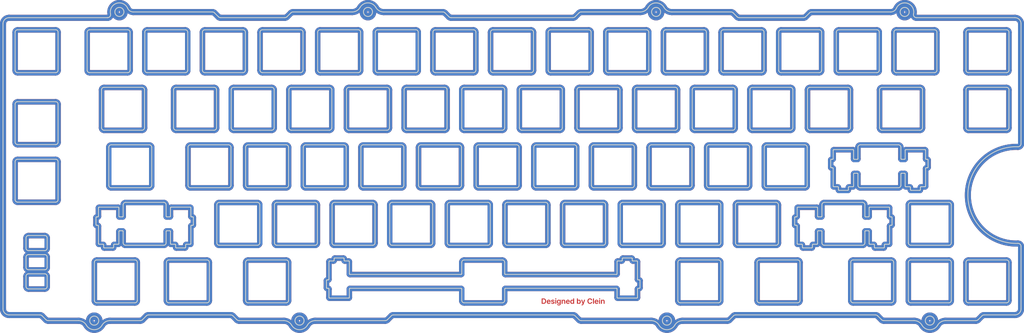
<source format=kicad_pcb>
(kicad_pcb (version 20241229) (generator "pcbnew") (generator_version "9.0")
  (layers (0 "F.Cu" signal) (2 "B.Cu" signal) (13 "F.Paste" user) (15 "B.Paste" user) (5 "F.SilkS" user "F.Silkscreen") (7 "B.SilkS" user "B.Silkscreen") (1 "F.Mask" user) (3 "B.Mask" user) (25 "Edge.Cuts" user))
  (net 0 "")
  (footprint "Plate_Graphics:Designed_by_Clein" (layer "F.Cu") (at 229.9 188.35)
    (property "Reference" "G***" (hide yes))
    (property "Value" "LOGO" (hide yes))
    (fp_poly (pts (xy -5.737314 -0.662382) (xy -5.582252 -0.658071) (xy -5.578312 0.011346) (xy -5.574373 0.680762) (xy -5.733375 0.680762) (xy -5.892377 0.680762) (xy -5.892377 0.007035) (xy -5.892377 -0.666693)) (fill yes) (layers "F.Cu" "F.Mask"))
    (fp_poly (pts (xy 6.890828 -0.211793) (xy 6.890828 0.680762) (xy 6.731983 0.680762) (xy 6.573139 0.680762) (xy 6.573139 -0.211793) (xy 6.573139 -1.104348) (xy 6.731983 -1.104348) (xy 6.890828 -1.104348)) (fill yes) (layers "F.Cu" "F.Mask"))
    (fp_poly (pts (xy 8.770488 -0.662382) (xy 8.925551 -0.658071) (xy 8.92949 0.011346) (xy 8.933429 0.680762) (xy 8.774428 0.680762) (xy 8.615426 0.680762) (xy 8.615426 0.007035) (xy 8.615426 -0.666693)) (fill yes) (layers "F.Cu" "F.Mask"))
    (fp_poly (pts (xy -5.647248 -1.17) (xy -5.598104 -1.132662) (xy -5.563091 -1.07481) (xy -5.558181 -1.060329) (xy -5.552191 -0.994155) (xy -5.572299 -0.934985) (xy -5.614428 -0.887601) (xy -5.6745 -0.856786) (xy -5.73987 -0.847171) (xy -5.78657 -0.852414) (xy -5.826308 -0.872202) (xy -5.858217 -0.898642) (xy -5.893902 -0.935992) (xy -5.910491 -0.969641) (xy -5.914381 -1.00951) (xy -5.902132 -1.077901) (xy -5.869248 -1.130737) (xy -5.821523 -1.167192) (xy -5.764752 -1.186438) (xy -5.704729 -1.18765)) (fill yes) (layers "F.Cu" "F.Mask"))
    (fp_poly (pts (xy 8.860554 -1.17) (xy 8.909698 -1.132662) (xy 8.944711 -1.07481) (xy 8.949621 -1.060329) (xy 8.955611 -0.994155) (xy 8.935503 -0.934985) (xy 8.893374 -0.887601) (xy 8.833302 -0.856786) (xy 8.767932 -0.847171) (xy 8.721233 -0.852414) (xy 8.681494 -0.872202) (xy 8.649585 -0.898642) (xy 8.6139 -0.935992) (xy 8.597311 -0.969641) (xy 8.593421 -1.00951) (xy 8.60567 -1.077901) (xy 8.638554 -1.130737) (xy 8.686279 -1.167192) (xy 8.74305 -1.186438) (xy 8.803073 -1.18765)) (fill yes) (layers "F.Cu" "F.Mask"))
    (fp_poly (pts (xy -2.933776 -0.659941) (xy -2.831802 -0.62464) (xy -2.747177 -0.565076) (xy -2.678595 -0.480488) (xy -2.654875 -0.438521) (xy -2.638353 -0.400365) (xy -2.624982 -0.355018) (xy -2.61447 -0.299167) (xy -2.606524 -0.229498) (xy -2.600854 -0.142697) (xy -2.597167 -0.035451) (xy -2.595171 0.095554) (xy -2.594575 0.245831) (xy -2.594461 0.680762) (xy -2.751961 0.680762) (xy -2.90946 0.680762) (xy -2.914762 0.230703) (xy -2.916513 0.094103) (xy -2.918621 -0.015779) (xy -2.921708 -0.102481) (xy -2.926397 -0.169538) (xy -2.933313 -0.220488) (xy -2.943078 -0.258869) (xy -2.956316 -0.288216) (xy -2.973649 -0.312068) (xy -2.995701 -0.333961) (xy -3.017575 -0.352791) (xy -3.084701 -0.391042) (xy -3.160587 -0.405164) (xy -3.238805 -0.397198) (xy -3.312931 -0.369185) (xy -3.376539 -0.323166) (xy -3.423201 -0.261181) (xy -3.439988 -0.218647) (xy -3.445236 -0.183643) (xy -3.449614 -0.121213) (xy -3.453025 -0.034175) (xy -3.45537 0.074651) (xy -3.456551 0.202444) (xy -3.456676 0.260959) (xy -3.45676 0.680762) (xy -3.615605 0.680762) (xy -3.774449 0.680762) (xy -3.774449 0.007016) (xy -3.774449 -0.66673) (xy -3.626951 -0.6624) (xy -3.479452 -0.658071) (xy -3.471888 -0.54461) (xy -3.464324 -0.43115) (xy -3.439201 -0.476534) (xy -3.37757 -0.557802) (xy -3.295175 -0.617979) (xy -3.193782 -0.656169) (xy -3.075157 -0.671477) (xy -3.054405 -0.671742)) (fill yes) (layers "F.Cu" "F.Mask"))
    (fp_poly (pts (xy 10.076349 -0.659941) (xy 10.178323 -0.62464) (xy 10.262948 -0.565076) (xy 10.33153 -0.480488) (xy 10.35525 -0.438521) (xy 10.371772 -0.400365) (xy 10.385143 -0.355018) (xy 10.395655 -0.299167) (xy 10.403601 -0.229498) (xy 10.409271 -0.142697) (xy 10.412958 -0.035451) (xy 10.414954 0.095554) (xy 10.41555 0.245831) (xy 10.415664 0.680762) (xy 10.258164 0.680762) (xy 10.100665 0.680762) (xy 10.095363 0.230703) (xy 10.093612 0.094103) (xy 10.091504 -0.015779) (xy 10.088417 -0.102481) (xy 10.083728 -0.169538) (xy 10.076812 -0.220488) (xy 10.067047 -0.258869) (xy 10.053809 -0.288216) (xy 10.036476 -0.312068) (xy 10.014424 -0.333961) (xy 9.99255 -0.352791) (xy 9.925424 -0.391042) (xy 9.849539 -0.405164) (xy 9.77132 -0.397198) (xy 9.697194 -0.369185) (xy 9.633586 -0.323166) (xy 9.586924 -0.261181) (xy 9.570137 -0.218647) (xy 9.564889 -0.183643) (xy 9.560511 -0.121213) (xy 9.5571 -0.034175) (xy 9.554755 0.074651) (xy 9.553575 0.202444) (xy 9.553449 0.260959) (xy 9.553365 0.680762) (xy 9.39452 0.680762) (xy 9.235676 0.680762) (xy 9.235676 0.007016) (xy 9.235676 -0.66673) (xy 9.383174 -0.6624) (xy 9.530673 -0.658071) (xy 9.538237 -0.54461) (xy 9.545801 -0.43115) (xy 9.570924 -0.476534) (xy 9.632555 -0.557802) (xy 9.71495 -0.617979) (xy 9.816343 -0.656169) (xy 9.934968 -0.671477) (xy 9.95572 -0.671742)) (fill yes) (layers "F.Cu" "F.Mask"))
    (fp_poly (pts (xy -10.018553 -1.104085) (xy -9.878562 -1.103254) (xy -9.765358 -1.100871) (xy -9.675503 -1.096772) (xy -9.60556 -1.090793) (xy -9.552092 -1.08277) (xy -9.545801 -1.081491) (xy -9.397835 -1.036129) (xy -9.267686 -0.967037) (xy -9.156424 -0.875686) (xy -9.065125 -0.763549) (xy -8.994859 -0.632097) (xy -8.9467 -0.4828) (xy -8.921722 -0.317131) (xy -8.91825 -0.220719) (xy -8.930259 -0.041056) (xy -8.965131 0.121198) (xy -9.022105 0.264978) (xy -9.10042 0.389218) (xy -9.199316 0.492852) (xy -9.31803 0.574814) (xy -9.455802 0.63404) (xy -9.545801 0.657905) (xy -9.597262 0.666223) (xy -9.664721 0.672475) (xy -9.751618 0.676824) (xy -9.861388 0.679434) (xy -9.99747 0.680471) (xy -10.018553 0.680499) (xy -10.385408 0.680762) (xy -10.385408 -0.211793) (xy -10.067719 -0.211793) (xy -10.067719 0.396045) (xy -9.837016 0.390529) (xy -9.744772 0.387831) (xy -9.676453 0.384263) (xy -9.625729 0.378982) (xy -9.586269 0.37115) (xy -9.551743 0.359924) (xy -9.526446 0.349296) (xy -9.429371 0.290275) (xy -9.352724 0.209126) (xy -9.296463 0.105767) (xy -9.260546 -0.019885) (xy -9.244931 -0.167913) (xy -9.244191 -0.211793) (xy -9.254323 -0.365885) (xy -9.284746 -0.497579) (xy -9.335502 -0.606958) (xy -9.406633 -0.694105) (xy -9.49818 -0.759101) (xy -9.526446 -0.772882) (xy -9.561335 -0.787064) (xy -9.59661 -0.797249) (xy -9.638602 -0.804277) (xy -9.693641 -0.808991) (xy -9.768058 -0.812229) (xy -9.837016 -0.814115) (xy -10.067719 -0.819631) (xy -10.067719 -0.211793) (xy -10.385408 -0.211793) (xy -10.385408 -1.104348)) (fill yes) (layers "F.Cu" "F.Mask"))
    (fp_poly (pts (xy 0.340381 -0.211793) (xy 0.340381 0.680762) (xy 0.181536 0.680762) (xy 0.022692 0.680762) (xy 0.022692 0.572596) (xy 0.022692 0.46443) (xy -0.02044 0.523972) (xy -0.09996 0.611142) (xy -0.192127 0.67088) (xy -0.29648 0.703022) (xy -0.412555 0.707406) (xy -0.500582 0.693859) (xy -0.583343 0.663806) (xy -0.668029 0.613656) (xy -0.743678 0.550687) (xy -0.78246 0.506789) (xy -0.848061 0.396875) (xy -0.894123 0.269898) (xy -0.920544 0.131981) (xy -0.926871 -0.00324) (xy -0.596497 -0.00324) (xy -0.593757 0.094048) (xy -0.581713 0.18019) (xy -0.575301 0.205265) (xy -0.544104 0.27778) (xy -0.498472 0.344285) (xy -0.445431 0.395786) (xy -0.409633 0.417255) (xy -0.346909 0.433437) (xy -0.272073 0.437075) (xy -0.200574 0.428102) (xy -0.169469 0.418275) (xy -0.099216 0.372919) (xy -0.043683 0.303148) (xy -0.004154 0.211653) (xy 0.018091 0.101128) (xy 0.022692 0.014786) (xy 0.013234 -0.112931) (xy -0.014683 -0.219013) (xy -0.060379 -0.302527) (xy -0.123169 -0.362537) (xy -0.202372 -0.398109) (xy -0.286462 -0.408458) (xy -0.342704 -0.404549) (xy -0.393087 -0.394546) (xy -0.414527 -0.386538) (xy -0.475518 -0.340882) (xy -0.529179 -0.274679) (xy -0.568038 -0.197639) (xy -0.574217 -0.179004) (xy -0.589972 -0.098611) (xy -0.596497 -0.00324) (xy -0.926871 -0.00324) (xy -0.927222 -0.010752) (xy -0.914058 -0.152177) (xy -0.880949 -0.286172) (xy -0.827794 -0.406613) (xy -0.798346 -0.453284) (xy -0.716014 -0.547415) (xy -0.619673 -0.614907) (xy -0.508528 -0.656167) (xy -0.381782 -0.671601) (xy -0.370637 -0.671733) (xy -0.262734 -0.662936) (xy -0.17327 -0.633471) (xy -0.096095 -0.58021) (xy -0.025059 -0.500028) (xy -0.02044 -0.493717) (xy 0.022692 -0.434174) (xy 0.022692 -0.769261) (xy 0.022692 -1.104348) (xy 0.181536 -1.104348) (xy 0.340381 -1.104348)) (fill yes) (layers "F.Cu" "F.Mask"))
    (fp_poly (pts (xy 3.047318 -0.518136) (xy 3.06509 -0.460606) (xy 3.089715 -0.380462) (xy 3.119255 -0.284038) (xy 3.15177 -0.177669) (xy 3.18532 -0.067691) (xy 3.202445 -0.011465) (xy 3.232773 0.086412) (xy 3.260713 0.173244) (xy 3.284974 0.245287) (xy 3.304267 0.298801) (xy 3.317301 0.330042) (xy 3.322361 0.33648) (xy 3.32916 0.319833) (xy 3.34365 0.277663) (xy 3.36473 0.213396) (xy 3.391299 0.13046) (xy 3.422256 0.032283) (xy 3.456502 -0.077709) (xy 3.483841 -0.166409) (xy 3.634728 -0.658071) (xy 3.790262 -0.662409) (xy 3.85622 -0.663127) (xy 3.910649 -0.661618) (xy 3.94662 -0.658196) (xy 3.95709 -0.654845) (xy 3.95423 -0.638787) (xy 3.941923 -0.5969) (xy 3.921055 -0.531796) (xy 3.892511 -0.446082) (xy 3.857179 -0.342368) (xy 3.815942 -0.223264) (xy 3.769688 -0.091379) (xy 3.719302 0.050678) (xy 3.685647 0.144748) (xy 3.62072 0.325292) (xy 3.564802 0.479624) (xy 3.516827 0.610058) (xy 3.475729 0.718914) (xy 3.440443 0.808505) (xy 3.409901 0.88115) (xy 3.383039 0.939165) (xy 3.35879 0.984866) (xy 3.336089 1.020569) (xy 3.313869 1.048592) (xy 3.291064 1.071251) (xy 3.266609 1.090862) (xy 3.242558 1.107651) (xy 3.185226 1.141029) (xy 3.126218 1.1628) (xy 3.05697 1.175001) (xy 2.968916 1.179669) (xy 2.938624 1.179903) (xy 2.806254 1.179988) (xy 2.806254 1.051399) (xy 2.806254 0.922811) (xy 2.91011 0.922811) (xy 2.985867 0.917889) (xy 3.040076 0.899912) (xy 3.080304 0.86406) (xy 3.114114 0.805517) (xy 3.121976 0.787877) (xy 3.154469 0.712345) (xy 2.917713 0.049829) (xy 2.869356 -0.085622) (xy 2.824012 -0.212888) (xy 2.782726 -0.329023) (xy 2.746539 -0.43108) (xy 2.716496 -0.516113) (xy 2.69364 -0.581174) (xy 2.679014 -0.623318) (xy 2.673765 -0.63916) (xy 2.673159 -0.650734) (xy 2.682118 -0.658357) (xy 2.70554 -0.662839) (xy 2.748326 -0.664991) (xy 2.815375 -0.66562) (xy 2.834044 -0.665635) (xy 3.001517 -0.665635)) (fill yes) (layers "F.Cu" "F.Mask"))
    (fp_poly (pts (xy -7.972131 -0.667765) (xy -7.838593 -0.633947) (xy -7.723692 -0.577416) (xy -7.628721 -0.499037) (xy -7.554974 -0.399678) (xy -7.545425 -0.382261) (xy -7.504898 -0.291292) (xy -7.478835 -0.196633) (xy -7.464897 -0.088246) (xy -7.461653 -0.022692) (xy -7.45813 0.098332) (xy -7.923318 0.102333) (xy -8.388505 0.106333) (xy -8.388505 0.142033) (xy -8.379149 0.200248) (xy -8.354949 0.266568) (xy -8.321712 0.326982) (xy -8.300931 0.35342) (xy -8.226475 0.411114) (xy -8.134985 0.444496) (xy -8.048124 0.453177) (xy -7.960947 0.444321) (xy -7.884879 0.419611) (xy -7.826936 0.381836) (xy -7.805515 0.356777) (xy -7.79236 0.338987) (xy -7.776708 0.32762) (xy -7.752056 0.321241) (xy -7.711902 0.318415) (xy -7.649741 0.317704) (xy -7.628472 0.317689) (xy -7.47704 0.317689) (xy -7.486633 0.366855) (xy -7.515079 0.441032) (xy -7.568568 0.514106) (xy -7.642117 0.581232) (xy -7.730748 0.637564) (xy -7.79424 0.666154) (xy -7.875309 0.688243) (xy -7.973472 0.701898) (xy -8.076576 0.70643) (xy -8.17247 0.701149) (xy -8.230288 0.690868) (xy -8.360549 0.643413) (xy -8.471489 0.573279) (xy -8.562143 0.48184) (xy -8.631543 0.37047) (xy -8.678721 0.240545) (xy -8.702711 0.093438) (xy -8.705708 0.015128) (xy -8.693008 -0.132567) (xy -8.692548 -0.134251) (xy -8.388505 -0.134251) (xy -8.374121 -0.13029) (xy -8.333941 -0.126803) (xy -8.272423 -0.123978) (xy -8.194026 -0.122005) (xy -8.10321 -0.121073) (xy -8.076388 -0.121025) (xy -7.764271 -0.121025) (xy -7.772533 -0.182619) (xy -7.796516 -0.265465) (xy -7.840838 -0.331025) (xy -7.900839 -0.379057) (xy -7.971857 -0.409319) (xy -8.049233 -0.421566) (xy -8.128307 -0.415558) (xy -8.204418 -0.391052) (xy -8.272906 -0.347805) (xy -8.32911 -0.285574) (xy -8.365225 -0.213459) (xy -8.379191 -0.171213) (xy -8.387499 -0.14094) (xy -8.388505 -0.134251) (xy -8.692548 -0.134251) (xy -8.656317 -0.267013) (xy -8.597927 -0.386075) (xy -8.520131 -0.487616) (xy -8.425225 -0.569503) (xy -8.315501 -0.6296) (xy -8.193252 -0.665773) (xy -8.060773 -0.675885)) (fill yes) (layers "F.Cu" "F.Mask"))
    (fp_poly (pts (xy -1.618349 -0.667765) (xy -1.484811 -0.633947) (xy -1.36991 -0.577416) (xy -1.274939 -0.499037) (xy -1.201192 -0.399678) (xy -1.191643 -0.382261) (xy -1.151116 -0.291292) (xy -1.125053 -0.196633) (xy -1.111115 -0.088246) (xy -1.107871 -0.022692) (xy -1.104348 0.098332) (xy -1.569536 0.102333) (xy -2.034723 0.106333) (xy -2.034723 0.142033) (xy -2.025367 0.200248) (xy -2.001167 0.266568) (xy -1.96793 0.326982) (xy -1.947149 0.35342) (xy -1.872693 0.411114) (xy -1.781203 0.444496) (xy -1.694342 0.453177) (xy -1.607165 0.444321) (xy -1.531097 0.419611) (xy -1.473154 0.381836) (xy -1.451733 0.356777) (xy -1.438578 0.338987) (xy -1.422926 0.32762) (xy -1.398274 0.321241) (xy -1.35812 0.318415) (xy -1.295959 0.317704) (xy -1.27469 0.317689) (xy -1.123258 0.317689) (xy -1.132851 0.366855) (xy -1.161297 0.441032) (xy -1.214785 0.514106) (xy -1.288335 0.581232) (xy -1.376966 0.637564) (xy -1.440458 0.666154) (xy -1.521527 0.688243) (xy -1.61969 0.701898) (xy -1.722794 0.70643) (xy -1.818688 0.701149) (xy -1.876506 0.690868) (xy -2.006767 0.643413) (xy -2.117707 0.573279) (xy -2.208361 0.48184) (xy -2.277761 0.37047) (xy -2.324939 0.240545) (xy -2.348929 0.093438) (xy -2.351926 0.015128) (xy -2.339226 -0.132567) (xy -2.338766 -0.134251) (xy -2.034723 -0.134251) (xy -2.020339 -0.13029) (xy -1.980159 -0.126803) (xy -1.918641 -0.123978) (xy -1.840244 -0.122005) (xy -1.749428 -0.121073) (xy -1.722606 -0.121025) (xy -1.410489 -0.121025) (xy -1.418751 -0.182619) (xy -1.442734 -0.265465) (xy -1.487056 -0.331025) (xy -1.547057 -0.379057) (xy -1.618075 -0.409319) (xy -1.695451 -0.421566) (xy -1.774525 -0.415558) (xy -1.850636 -0.391052) (xy -1.919124 -0.347805) (xy -1.975328 -0.285574) (xy -2.011443 -0.213459) (xy -2.025409 -0.171213) (xy -2.033717 -0.14094) (xy -2.034723 -0.134251) (xy -2.338766 -0.134251) (xy -2.302535 -0.267013) (xy -2.244145 -0.386075) (xy -2.166349 -0.487616) (xy -2.071443 -0.569503) (xy -1.961719 -0.6296) (xy -1.83947 -0.665773) (xy -1.706991 -0.675885)) (fill yes) (layers "F.Cu" "F.Mask"))
    (fp_poly (pts (xy 5.639423 -1.121874) (xy 5.752126 -1.107704) (xy 5.816736 -1.091509) (xy 5.913017 -1.052949) (xy 6.008355 -1.001269) (xy 6.089473 -0.943853) (xy 6.10254 -0.932583) (xy 6.162133 -0.865119) (xy 6.218076 -0.775922) (xy 6.26592 -0.673506) (xy 6.301215 -0.566383) (xy 6.307343 -0.540828) (xy 6.316538 -0.499226) (xy 6.152236 -0.499226) (xy 5.987934 -0.499226) (xy 5.970535 -0.557297) (xy 5.927441 -0.65139) (xy 5.861294 -0.727634) (xy 5.774787 -0.784072) (xy 5.670613 -0.818746) (xy 5.597379 -0.828518) (xy 5.494661 -0.828189) (xy 5.407958 -0.810666) (xy 5.326812 -0.773403) (xy 5.298563 -0.75574) (xy 5.215531 -0.682805) (xy 5.150921 -0.586971) (xy 5.105405 -0.469842) (xy 5.079654 -0.333021) (xy 5.073717 -0.219357) (xy 5.07706 -0.10366) (xy 5.08851 -0.009323) (xy 5.109599 0.071825) (xy 5.141859 0.147958) (xy 5.143017 0.150252) (xy 5.192106 0.233296) (xy 5.247146 0.294965) (xy 5.31673 0.344025) (xy 5.350789 0.362195) (xy 5.410222 0.38888) (xy 5.462172 0.402984) (xy 5.52229 0.408112) (xy 5.551716 0.408457) (xy 5.674841 0.396917) (xy 5.778988 0.362554) (xy 5.863491 0.305759) (xy 5.927684 0.226918) (xy 5.954188 0.174064) (xy 5.988712 0.090768) (xy 6.152625 0.090768) (xy 6.316538 0.090768) (xy 6.306561 0.13237) (xy 6.257539 0.276959) (xy 6.185266 0.403207) (xy 6.091678 0.509532) (xy 5.978713 0.594353) (xy 5.848309 0.65609) (xy 5.702402 0.693161) (xy 5.607305 0.702953) (xy 5.534322 0.70428) (xy 5.460904 0.701827) (xy 5.401116 0.696125) (xy 5.393151 0.694841) (xy 5.261203 0.65691) (xy 5.135675 0.592744) (xy 5.021758 0.506342) (xy 4.924643 0.401699) (xy 4.849521 0.282813) (xy 4.844376 0.272305) (xy 4.790265 0.129263) (xy 4.756618 -0.026657) (xy 4.743309 -0.1891) (xy 4.750214 -0.351713) (xy 4.777208 -0.508143) (xy 4.824167 -0.652034) (xy 4.864128 -0.733711) (xy 4.951509 -0.858258) (xy 5.059405 -0.962242) (xy 5.184606 -1.043031) (xy 5.300114 -1.090826) (xy 5.401641 -1.11342) (xy 5.518669 -1.123774)) (fill yes) (layers "F.Cu" "F.Mask"))
    (fp_poly (pts (xy 7.851812 -0.667765) (xy 7.98535 -0.633947) (xy 8.100251 -0.577416) (xy 8.195222 -0.499037) (xy 8.268969 -0.399678) (xy 8.278518 -0.382261) (xy 8.319045 -0.291292) (xy 8.345108 -0.196633) (xy 8.359045 -0.088246) (xy 8.36229 -0.022692) (xy 8.365813 0.098332) (xy 7.900625 0.102333) (xy 7.435438 0.106333) (xy 7.435438 0.142033) (xy 7.444794 0.200248) (xy 7.468993 0.266568) (xy 7.502231 0.326982) (xy 7.523012 0.35342) (xy 7.597467 0.411114) (xy 7.688958 0.444496) (xy 7.775819 0.453177) (xy 7.862996 0.444321) (xy 7.939064 0.419611) (xy 7.997007 0.381836) (xy 8.018428 0.356777) (xy 8.031583 0.338987) (xy 8.047235 0.32762) (xy 8.071887 0.321241) (xy 8.112041 0.318415) (xy 8.174201 0.317704) (xy 8.195471 0.317689) (xy 8.346903 0.317689) (xy 8.33731 0.366855) (xy 8.308864 0.441032) (xy 8.255375 0.514106) (xy 8.181825 0.581232) (xy 8.093195 0.637564) (xy 8.029702 0.666154) (xy 7.948634 0.688243) (xy 7.850471 0.701898) (xy 7.747367 0.70643) (xy 7.651473 0.701149) (xy 7.593655 0.690868) (xy 7.463394 0.643413) (xy 7.352453 0.573279) (xy 7.2618 0.48184) (xy 7.1924 0.37047) (xy 7.145222 0.240545) (xy 7.121232 0.093438) (xy 7.118235 0.015128) (xy 7.130934 -0.132567) (xy 7.131394 -0.134251) (xy 7.435438 -0.134251) (xy 7.449822 -0.13029) (xy 7.490002 -0.126803) (xy 7.55152 -0.123978) (xy 7.629917 -0.122005) (xy 7.720733 -0.121073) (xy 7.747555 -0.121025) (xy 8.059672 -0.121025) (xy 8.05141 -0.182619) (xy 8.027427 -0.265465) (xy 7.983105 -0.331025) (xy 7.923104 -0.379057) (xy 7.852086 -0.409319) (xy 7.774709 -0.421566) (xy 7.695636 -0.415558) (xy 7.619525 -0.391052) (xy 7.551037 -0.347805) (xy 7.494833 -0.285574) (xy 7.458717 -0.213459) (xy 7.444751 -0.171213) (xy 7.436443 -0.14094) (xy 7.435438 -0.134251) (xy 7.131394 -0.134251) (xy 7.167626 -0.267013) (xy 7.226016 -0.386075) (xy 7.303811 -0.487616) (xy 7.398718 -0.569503) (xy 7.508442 -0.6296) (xy 7.630691 -0.665773) (xy 7.76317 -0.675885)) (fill yes) (layers "F.Cu" "F.Mask"))
    (fp_poly (pts (xy 1.581341 -0.767749) (xy 1.581869 -0.654403) (xy 1.583188 -0.569045) (xy 1.585422 -0.509413) (xy 1.588699 -0.473245) (xy 1.593144 -0.458281) (xy 1.598435 -0.461406) (xy 1.634038 -0.510682) (xy 1.685609 -0.564194) (xy 1.742494 -0.611804) (xy 1.78511 -0.639057) (xy 1.835849 -0.658784) (xy 1.89805 -0.669015) (xy 1.959083 -0.67163) (xy 2.073283 -0.664254) (xy 2.170111 -0.637503) (xy 2.257603 -0.588433) (xy 2.315725 -0.540943) (xy 2.398896 -0.44874) (xy 2.460011 -0.343004) (xy 2.500192 -0.220735) (xy 2.520561 -0.078935) (xy 2.523739 0.015128) (xy 2.5129 0.172449) (xy 2.481158 0.312563) (xy 2.429677 0.433912) (xy 2.359619 0.534938) (xy 2.272148 0.614083) (xy 2.168426 0.669789) (xy 2.049618 0.700498) (xy 2.008861 0.704773) (xy 1.928127 0.705701) (xy 1.860433 0.694337) (xy 1.82945 0.684504) (xy 1.737804 0.641271) (xy 1.666402 0.582267) (xy 1.624411 0.528881) (xy 1.59942 0.49636) (xy 1.580549 0.479792) (xy 1.575245 0.479648) (xy 1.570307 0.498664) (xy 1.566875 0.538786) (xy 1.565753 0.584951) (xy 1.565753 0.680762) (xy 1.414473 0.680762) (xy 1.263192 0.680762) (xy 1.263192 0.03023) (xy 1.576064 0.03023) (xy 1.587774 0.143176) (xy 1.616706 0.243879) (xy 1.661374 0.327646) (xy 1.720296 0.389782) (xy 1.738812 0.402461) (xy 1.778758 0.423712) (xy 1.817334 0.434193) (xy 1.867044 0.436448) (xy 1.90024 0.435271) (xy 1.962094 0.429757) (xy 2.006137 0.417978) (xy 2.044715 0.396137) (xy 2.05713 0.387008) (xy 2.115107 0.324998) (xy 2.158415 0.242579) (xy 2.18666 0.146016) (xy 2.199449 0.041575) (xy 2.19639 -0.064477) (xy 2.177089 -0.165874) (xy 2.141155 -0.256351) (xy 2.101177 -0.315484) (xy 2.042849 -0.36823) (xy 1.974928 -0.397994) (xy 1.891096 -0.407068) (xy 1.853062 -0.40552) (xy 1.764972 -0.38648) (xy 1.693927 -0.343094) (xy 1.639595 -0.274978) (xy 1.601646 -0.181744) (xy 1.583058 -0.090265) (xy 1.576064 0.03023) (xy 1.263192 0.03023) (xy 1.263192 -0.211793) (xy 1.263192 -1.104348) (xy 1.422037 -1.104348) (xy 1.580881 -1.104348)) (fill yes) (layers "F.Cu" "F.Mask"))
    (fp_poly (pts (xy -6.635812 -0.672325) (xy -6.517134 -0.651625) (xy -6.407074 -0.611618) (xy -6.3872 -0.601556) (xy -6.294382 -0.53778) (xy -6.226851 -0.458043) (xy -6.182998 -0.360241) (xy -6.172971 -0.321471) (xy -6.162278 -0.272305) (xy -6.31132 -0.272305) (xy -6.460362 -0.272305) (xy -6.490223 -0.327753) (xy -6.53447 -0.381079) (xy -6.59569 -0.41675) (xy -6.667026 -0.434785) (xy -6.741624 -0.435206) (xy -6.812626 -0.418029) (xy -6.873176 -0.383276) (xy -6.916418 -0.330965) (xy -6.918669 -0.326545) (xy -6.929099 -0.274406) (xy -6.911916 -0.224162) (xy -6.869465 -0.181934) (xy -6.86127 -0.176792) (xy -6.830328 -0.163822) (xy -6.776916 -0.146774) (xy -6.708181 -0.127741) (xy -6.631275 -0.108814) (xy -6.620728 -0.106397) (xy -6.497877 -0.076457) (xy -6.40097 -0.04749) (xy -6.325857 -0.017329) (xy -6.268389 0.016192) (xy -6.224416 0.055243) (xy -6.189789 0.101988) (xy -6.176377 0.125683) (xy -6.150627 0.201468) (xy -6.142435 0.289469) (xy -6.151811 0.377247) (xy -6.176064 0.447309) (xy -6.218 0.508691) (xy -6.27713 0.570749) (xy -6.342591 0.622838) (xy -6.374821 0.642087) (xy -6.45619 0.673193) (xy -6.557155 0.695116) (xy -6.668186 0.70687) (xy -6.779753 0.707469) (xy -6.882329 0.695926) (xy -6.886748 0.695072) (xy -7.009269 0.658242) (xy -7.111428 0.600599) (xy -7.191829 0.523115) (xy -7.238315 0.449979) (xy -7.268148 0.388519) (xy -7.282909 0.347071) (xy -7.279595 0.321693) (xy -7.255203 0.308443) (xy -7.20673 0.30338) (xy -7.131174 0.302561) (xy -7.126023 0.302561) (xy -6.967888 0.302561) (xy -6.944242 0.352392) (xy -6.908726 0.404476) (xy -6.857891 0.438578) (xy -6.787406 0.456698) (xy -6.709019 0.461026) (xy -6.641591 0.458685) (xy -6.593741 0.450775) (xy -6.554988 0.435162) (xy -6.54033 0.426682) (xy -6.489251 0.382034) (xy -6.466298 0.331564) (xy -6.471036 0.279438) (xy -6.50303 0.229819) (xy -6.561845 0.186873) (xy -6.565575 0.184928) (xy -6.592546 0.17543) (xy -6.641479 0.162036) (xy -6.704664 0.146754) (xy -6.754676 0.135705) (xy -6.872328 0.108402) (xy -6.965055 0.08106) (xy -7.038118 0.051582) (xy -7.096779 0.017869) (xy -7.142976 -0.01908) (xy -7.197512 -0.086112) (xy -7.236159 -0.167328) (xy -7.253471 -0.250669) (xy -7.253901 -0.264741) (xy -7.244282 -0.329404) (xy -7.21887 -0.402982) (xy -7.182836 -0.472571) (xy -7.155509 -0.510324) (xy -7.080725 -0.575829) (xy -6.985564 -0.625471) (xy -6.875826 -0.65856) (xy -6.757309 -0.674407)) (fill yes) (layers "F.Cu" "F.Mask"))
    (fp_poly (pts (xy -4.701728 -0.666237) (xy -4.617267 -0.644703) (xy -4.545375 -0.604354) (xy -4.478665 -0.542261) (xy -4.478325 -0.541884) (xy -4.443193 -0.500826) (xy -4.417549 -0.467113) (xy -4.407102 -0.448424) (xy -4.404799 -0.453727) (xy -4.401135 -0.483272) (xy -4.39681 -0.531115) (xy -4.395756 -0.54461) (xy -4.387135 -0.658071) (xy -4.235855 -0.658071) (xy -4.084574 -0.658071) (xy -4.079952 0.045384) (xy -4.079025 0.247624) (xy -4.079103 0.419778) (xy -4.080186 0.562) (xy -4.082278 0.674441) (xy -4.085382 0.757256) (xy -4.089498 0.810599) (xy -4.091951 0.826327) (xy -4.129743 0.933529) (xy -4.193409 1.02575) (xy -4.281953 1.101919) (xy -4.394381 1.160963) (xy -4.407637 1.166165) (xy -4.46797 1.182353) (xy -4.549098 1.194854) (xy -4.641722 1.203124) (xy -4.736544 1.206619) (xy -4.824265 1.204794) (xy -4.895588 1.197105) (xy -4.904973 1.19527) (xy -5.009408 1.162657) (xy -5.110052 1.112654) (xy -5.166244 1.074081) (xy -5.207917 1.031586) (xy -5.247787 0.975142) (xy -5.280184 0.914633) (xy -5.299441 0.859944) (xy -5.302383 0.836636) (xy -5.301151 0.820977) (xy -5.29382 0.810905) (xy -5.274938 0.805206) (xy -5.239053 0.802667) (xy -5.180712 0.802073) (xy -5.14732 0.802114) (xy -4.992257 0.802441) (xy -4.969565 0.85091) (xy -4.934836 0.900344) (xy -4.882077 0.934746) (xy -4.807667 0.955775) (xy -4.721252 0.96454) (xy -4.655007 0.966318) (xy -4.608239 0.963035) (xy -4.570366 0.953053) (xy -4.531738 0.935224) (xy -4.483055 0.907101) (xy -4.448167 0.877873) (xy -4.424627 0.841858) (xy -4.409988 0.793372) (xy -4.4018 0.726733) (xy -4.397617 0.636258) (xy -4.397254 0.622983) (xy -4.392244 0.431149) (xy -4.43874 0.495152) (xy -4.514291 0.574957) (xy -4.60616 0.629594) (xy -4.713165 0.658577) (xy -4.834123 0.661421) (xy -4.84178 0.660752) (xy -4.96351 0.635444) (xy -5.070975 0.585005) (xy -5.162765 0.511693) (xy -5.237473 0.417765) (xy -5.293688 0.305479) (xy -5.330003 0.177092) (xy -5.345008 0.034863) (xy -5.341069 -0.043688) (xy -5.0138 -0.043688) (xy -5.013769 0.062831) (xy -4.997944 0.165449) (xy -4.966108 0.256611) (xy -4.938834 0.303228) (xy -4.884415 0.355176) (xy -4.811681 0.389999) (xy -4.728254 0.406145) (xy -4.641757 0.402066) (xy -4.565891 0.379056) (xy -4.496613 0.331413) (xy -4.445055 0.260044) (xy -4.411671 0.166069) (xy -4.396915 0.05061) (xy -4.397559 -0.036008) (xy -4.413691 -0.157483) (xy -4.447853 -0.255656) (xy -4.499629 -0.330022) (xy -4.568605 -0.380074) (xy -4.654366 -0.405307) (xy -4.703123 -0.408458) (xy -4.783897 -0.401089) (xy -4.847935 -0.375861) (xy -4.905735 -0.328087) (xy -4.921286 -0.311111) (xy -4.967343 -0.238213) (xy -4.998253 -0.146554) (xy -5.0138 -0.043688) (xy -5.341069 -0.043688) (xy -5.337295 -0.118952) (xy -5.335769 -0.130831) (xy -5.304232 -0.276776) (xy -5.251625 -0.401437) (xy -5.178144 -0.504511) (xy -5.083983 -0.585694) (xy -5.02009 -0.622572) (xy -4.960693 -0.649222) (xy -4.909488 -0.66411) (xy -4.851882 -0.6706) (xy -4.806143 -0.671885)) (fill yes) (layers "F.Cu" "F.Mask"))
  )
  (gr_arc (start 350.1625 111.749992) (mid 349.928182 112.315656) (end 349.3625 112.55) (stroke (width 1.8)) (layers "F.Cu" "F.Mask"))
  (gr_arc (start 188.2375 130.799992) (mid 188.003182 131.365656) (end 187.4375 131.6) (stroke (width 1.8)) (layers "F.Cu" "F.Mask"))
  (gr_line (start 335.9625 111.75) (end 335.9625 99.149992) (stroke (width 1.8)) (layers "F.Cu" "F.Mask"))
  (gr_arc (start 315.8814 141.050692) (mid 315.822818 141.192091) (end 315.6814 141.2507) (stroke (width 1.8)) (layers "F.Cu" "F.Mask"))
  (gr_arc (start 140.7 137.249992) (mid 140.938116 136.680563) (end 141.510645 136.45) (stroke (width 1.8)) (layers "F.Cu" "F.Mask"))
  (gr_arc (start 216.9 137.249992) (mid 217.138116 136.680563) (end 217.710645 136.45) (stroke (width 1.8)) (layers "F.Cu" "F.Mask"))
  (gr_arc (start 170.074962 169.7) (mid 169.509309 169.46568) (end 169.275 168.9) (stroke (width 1.8)) (layers "F.Cu" "F.Mask"))
  (gr_arc (start 53.635762 192.75) (mid 54.01642 192.825268) (end 54.339765 193.039765) (stroke (width 2)) (layers "F.Cu" "F.Mask"))
  (gr_arc (start 373.174962 117.4) (mid 373.74393 117.637636) (end 373.975 118.209301) (stroke (width 1.8)) (layers "F.Cu" "F.Mask"))
  (gr_arc (start 264.4375 130.799992) (mid 264.203182 131.365656) (end 263.6375 131.6) (stroke (width 1.8)) (layers "F.Cu" "F.Mask"))
  (gr_line (start 282.808589 92.746089) (end 284.124625 94.062126) (stroke (width 2)) (layers "F.Cu" "F.Mask"))
  (gr_line (start 322.631 146.050692) (end 322.631 150.119492) (stroke (width 1.8)) (layers "F.Cu" "F.Mask"))
  (gr_circle (center 339.5125 92.45) (end 341.0125 92.45) (stroke (width 2.5)) (fill no) (layers "F.Cu" "F.Mask"))
  (gr_line (start 81.16875 160.100692) (end 81.16875 156.299992) (stroke (width 1.8)) (layers "F.Cu" "F.Mask"))
  (gr_arc (start 183.5625 99.149992) (mid 183.800616 98.580563) (end 184.373145 98.35) (stroke (width 1.8)) (layers "F.Cu" "F.Mask"))
  (gr_arc (start 303.349662 163.0995) (mid 303.207121 163.039797) (end 303.14968 162.89633) (stroke (width 1.8)) (layers "F.Cu" "F.Mask"))
  (gr_arc (start 373.174962 98.35) (mid 373.74393 98.587636) (end 373.975 99.159301) (stroke (width 1.8)) (layers "F.Cu" "F.Mask"))
  (gr_line (start 98.5179 170.3698) (end 98.5179 169.564987) (stroke (width 1.8)) (layers "F.Cu" "F.Mask"))
  (gr_arc (start 284.826862 94.35) (mid 284.447388 94.275236) (end 284.124625 94.062126) (stroke (width 2)) (layers "F.Cu" "F.Mask"))
  (gr_line (start 282.6875 131.6) (end 270.087462 131.6) (stroke (width 1.8)) (layers "F.Cu" "F.Mask"))
  (gr_arc (start 193.0875 118.199992) (mid 193.325616 117.630563) (end 193.898145 117.4) (stroke (width 1.8)) (layers "F.Cu" "F.Mask"))
  (gr_arc (start 327.575262 164.9006) (mid 327.716678 164.959176) (end 327.77525 165.100592) (stroke (width 1.8)) (layers "F.Cu" "F.Mask"))
  (gr_arc (start 150.9125 174.099192) (mid 150.971776 173.957093) (end 151.114461 173.89924) (stroke (width 1.8)) (layers "F.Cu" "F.Mask"))
  (gr_arc (start 303.14968 160.500692) (mid 303.20826 160.359277) (end 303.34968 160.3007) (stroke (width 1.8)) (layers "F.Cu" "F.Mask"))
  (gr_line (start 303.34968 160.3007) (end 303.77515 160.3007) (stroke (width 1.8)) (layers "F.Cu" "F.Mask"))
  (gr_arc (start 376.941176 169.065845) (mid 377.670034 169.346327) (end 377.974979 170.065292) (stroke (width 2)) (layers "F.Cu" "F.Mask"))
  (gr_line (start 206.4875 188.75) (end 193.887462 188.75) (stroke (width 1.8)) (layers "F.Cu" "F.Mask"))
  (gr_arc (start 96.794 157.270592) (mid 96.854473 157.127233) (end 96.999353 157.0705) (stroke (width 1.8)) (layers "F.Cu" "F.Mask"))
  (gr_line (start 359.775 111.75) (end 359.775 99.150092) (stroke (width 1.8)) (layers "F.Cu" "F.Mask"))
  (gr_arc (start 121.65 175.349992) (mid 121.888116 174.780563) (end 122.460645 174.55) (stroke (width 1.8)) (layers "F.Cu" "F.Mask"))
  (gr_arc (start 112.924962 169.7) (mid 112.359309 169.46568) (end 112.125 168.9) (stroke (width 1.8)) (layers "F.Cu" "F.Mask"))
  (gr_line (start 244.643853 174.8804) (end 245.9625 174.8804) (stroke (width 1.8)) (layers "F.Cu" "F.Mask"))
  (gr_line (start 72.36843 160.3007) (end 72.7939 160.3007) (stroke (width 1.8)) (layers "F.Cu" "F.Mask"))
  (gr_arc (start 126.325 168.899992) (mid 126.090682 169.465656) (end 125.525 169.7) (stroke (width 1.8)) (layers "F.Cu" "F.Mask"))
  (gr_line (start 354.925 156.309301) (end 354.925 168.899992) (stroke (width 1.8)) (layers "F.Cu" "F.Mask"))
  (gr_arc (start 81.16875 156.299992) (mid 81.405071 155.732302) (end 81.974418 155.5) (stroke (width 1.8)) (layers "F.Cu" "F.Mask"))
  (gr_line (start 260.573145 98.35) (end 273.162462 98.35) (stroke (width 1.8)) (layers "F.Cu" "F.Mask"))
  (gr_arc (start 186.848262 92.45) (mid 187.233051 92.526979) (end 187.558589 92.746089) (stroke (width 2)) (layers "F.Cu" "F.Mask"))
  (gr_arc (start 80.968762 164.9006) (mid 81.110178 164.959176) (end 81.16875 165.100592) (stroke (width 1.8)) (layers "F.Cu" "F.Mask"))
  (gr_line (start 164.5125 111.75) (end 164.5125 99.149992) (stroke (width 1.8)) (layers "F.Cu" "F.Mask"))
  (gr_arc (start 325.549862 155.5) (mid 326.118895 155.737601) (end 326.35 156.309301) (stroke (width 1.8)) (layers "F.Cu" "F.Mask"))
  (gr_line (start 121.65 149.85) (end 121.65 137.249992) (stroke (width 1.8)) (layers "F.Cu" "F.Mask"))
  (gr_line (start 231.1 137.259301) (end 231.1 149.849992) (stroke (width 1.8)) (layers "F.Cu" "F.Mask"))
  (gr_arc (start 291.518762 188.75) (mid 290.953071 188.515683) (end 290.71875 187.949992) (stroke (width 1.8)) (layers "F.Cu" "F.Mask"))
  (gr_arc (start 359.775 175.349992) (mid 360.013116 174.780563) (end 360.585645 174.55) (stroke (width 1.8)) (layers "F.Cu" "F.Mask"))
  (gr_line (start 239.825 169.7) (end 227.224962 169.7) (stroke (width 1.8)) (layers "F.Cu" "F.Mask"))
  (gr_arc (start 339.6815 138.220492) (mid 339.742009 138.077198) (end 339.886853 138.0205) (stroke (width 1.8)) (layers "F.Cu" "F.Mask"))
  (gr_arc (start 377.975 136.084692) (mid 377.670048 136.803672) (end 376.941176 137.084155) (stroke (width 2)) (layers "F.Cu" "F.Mask"))
  (gr_line (start 334.52475 163.299492) (end 334.52475 169.169492) (stroke (width 1.8)) (layers "F.Cu" "F.Mask"))
  (gr_line (start 360.585645 174.55) (end 373.174962 174.55) (stroke (width 1.8)) (layers "F.Cu" "F.Mask"))
  (gr_arc (start 303.97515 160.100692) (mid 303.916571 160.242109) (end 303.77515 160.3007) (stroke (width 1.8)) (layers "F.Cu" "F.Mask"))
  (gr_line (start 282.928972 193.042902) (end 281.614773 194.357102) (stroke (width 2)) (layers "F.Cu" "F.Mask"))
  (gr_arc (start 221.6625 99.149992) (mid 221.900616 98.580563) (end 222.473145 98.35) (stroke (width 1.8)) (layers "F.Cu" "F.Mask"))
  (gr_arc (start 297.775 168.899992) (mid 297.540682 169.465656) (end 296.975 169.7) (stroke (width 1.8)) (layers "F.Cu" "F.Mask"))
  (gr_line (start 85.04375 188.75) (end 72.443762 188.75) (stroke (width 1.8)) (layers "F.Cu" "F.Mask"))
  (gr_arc (start 316.081362 150.3195) (mid 315.939973 150.260916) (end 315.8814 150.1195) (stroke (width 1.8)) (layers "F.Cu" "F.Mask"))
  (gr_arc (start 149.388362 187.17943) (mid 149.245078 187.118878) (end 149.1885 186.97398) (stroke (width 1.8)) (layers "F.Cu" "F.Mask"))
  (gr_line (start 55.651927 194.351928) (end 54.339765 193.039765) (stroke (width 2)) (layers "F.Cu" "F.Mask"))
  (gr_line (start 377.975 96.364652) (end 377.975 136.084692) (stroke (width 2)) (layers "F.Cu" "F.Mask"))
  (gr_arc (start 66.403862 194.65) (mid 67.903858 195.051923) (end 69.001923 196.15) (stroke (width 2)) (layers "F.Cu" "F.Mask"))
  (gr_line (start 86.835786 194.65) (end 76.787677 194.65) (stroke (width 2)) (layers "F.Cu" "F.Mask"))
  (gr_arc (start 373.975 111.749992) (mid 373.740682 112.315656) (end 373.175 112.55) (stroke (width 1.8)) (layers "F.Cu" "F.Mask"))
  (gr_arc (start 201.724962 155.5) (mid 202.29393 155.737636) (end 202.525 156.309301) (stroke (width 1.8)) (layers "F.Cu" "F.Mask"))
  (gr_arc (start 193.0875 175.349992) (mid 193.325616 174.780563) (end 193.898145 174.55) (stroke (width 1.8)) (layers "F.Cu" "F.Mask"))
  (gr_line (start 189.135645 155.5) (end 201.724962 155.5) (stroke (width 1.8)) (layers "F.Cu" "F.Mask"))
  (gr_line (start 53.635762 192.75) (end 43.449962 192.75) (stroke (width 2)) (layers "F.Cu" "F.Mask"))
  (gr_line (start 252.013484 181.350492) (end 252.0135 181.350492) (stroke (width 1.8)) (layers "F.Cu" "F.Mask"))
  (gr_line (start 310.72475 165.100592) (end 310.72475 169.169492) (stroke (width 1.8)) (layers "F.Cu" "F.Mask"))
  (gr_arc (start 373.975 187.949992) (mid 373.740682 188.515656) (end 373.175 188.75) (stroke (width 1.8)) (layers "F.Cu" "F.Mask"))
  (gr_arc (start 207.2875 187.949992) (mid 207.053182 188.515656) (end 206.4875 188.75) (stroke (width 1.8)) (layers "F.Cu" "F.Mask"))
  (gr_line (start 268.4 150.65) (end 255.799962 150.65) (stroke (width 1.8)) (layers "F.Cu" "F.Mask"))
  (gr_line (start 316.086753 138.0205) (end 322.430962 138.0205) (stroke (width 1.8)) (layers "F.Cu" "F.Mask"))
  (gr_line (start 235.8625 99.159301) (end 235.8625 111.749992) (stroke (width 1.8)) (layers "F.Cu" "F.Mask"))
  (gr_arc (start 316.9125 99.149992) (mid 317.150616 98.580563) (end 317.723145 98.35) (stroke (width 1.8)) (layers "F.Cu" "F.Mask"))
  (gr_arc (start 81.968762 169.7) (mid 81.403071 169.465683) (end 81.16875 168.899992) (stroke (width 1.8)) (layers "F.Cu" "F.Mask"))
  (gr_line (start 43.450012 94.35) (end 76.015062 94.35) (stroke (width 2)) (layers "F.Cu" "F.Mask"))
  (gr_arc (start 125.524862 155.5) (mid 126.093895 155.737601) (end 126.325 156.309301) (stroke (width 1.8)) (layers "F.Cu" "F.Mask"))
  (gr_arc (start 150.225 156.299992) (mid 150.463116 155.730563) (end 151.035645 155.5) (stroke (width 1.8)) (layers "F.Cu" "F.Mask"))
  (gr_arc (start 315.255962 144.0495) (mid 315.114535 143.990919) (end 315.055954 143.849492) (stroke (width 1.8)) (layers "F.Cu" "F.Mask"))
  (gr_arc (start 312.0625 111.749992) (mid 311.828182 112.315656) (end 311.2625 112.55) (stroke (width 1.8)) (layers "F.Cu" "F.Mask"))
  (gr_line (start 193.087424 184.149292) (end 193.0875 184.149292) (stroke (width 1.8)) (layers "F.Cu" "F.Mask"))
  (gr_line (start 315.05593 143.849492) (end 315.05593 141.450692) (stroke (width 1.8)) (layers "F.Cu" "F.Mask"))
  (gr_line (start 339.481362 145.8506) (end 338.453434 145.8506) (stroke (width 1.8)) (layers "F.Cu" "F.Mask"))
  (gr_arc (start 322.631 146.050692) (mid 322.687733 145.911075) (end 322.825771 145.8506) (stroke (width 1.8)) (layers "F.Cu" "F.Mask"))
  (gr_line (start 375.975 192.75) (end 365.782092 192.75) (stroke (width 2)) (layers "F.Cu" "F.Mask"))
  (gr_line (start 58.85 155.4125) (end 46.249962 155.4125) (stroke (width 1.8)) (layers "F.Cu" "F.Mask"))
  (gr_line (start 135.05 188.75) (end 122.449962 188.75) (stroke (width 1.8)) (layers "F.Cu" "F.Mask"))
  (gr_arc (start 269.2 149.849992) (mid 268.965682 150.415656) (end 268.4 150.65) (stroke (width 1.8)) (layers "F.Cu" "F.Mask"))
  (gr_arc (start 345.4 130.799992) (mid 345.165682 131.365656) (end 344.6 131.6) (stroke (width 1.8)) (layers "F.Cu" "F.Mask"))
  (gr_line (start 158.8625 112.55) (end 146.262462 112.55) (stroke (width 1.8)) (layers "F.Cu" "F.Mask"))
  (gr_line (start 183.475 156.309301) (end 183.475 168.899992) (stroke (width 1.8)) (layers "F.Cu" "F.Mask"))
  (gr_line (start 59.65 122.971801) (end 59.65 135.562492) (stroke (width 1.8)) (layers "F.Cu" "F.Mask"))
  (gr_arc (start 375.974962 94.35) (mid 377.39435 94.941) (end 377.975 96.364652) (stroke (width 2)) (layers "F.Cu" "F.Mask"))
  (gr_line (start 98.648145 117.4) (end 111.237462 117.4) (stroke (width 1.8)) (layers "F.Cu" "F.Mask"))
  (gr_arc (start 336.762462 112.55) (mid 336.196809 112.31568) (end 335.9625 111.75) (stroke (width 1.8)) (layers "F.Cu" "F.Mask"))
  (gr_line (start 56.05 167.271801) (end 56.05 170.662492) (stroke (width 1.8)) (layers "F.Cu" "F.Mask"))
  (gr_arc (start 317.712462 112.55) (mid 317.146809 112.31568) (end 316.9125 111.75) (stroke (width 1.8)) (layers "F.Cu" "F.Mask"))
  (gr_arc (start 58.849962 141.2125) (mid 59.41893 141.450136) (end 59.65 142.021801) (stroke (width 1.8)) (layers "F.Cu" "F.Mask"))
  (gr_line (start 84.495062 92.45) (end 110.648262 92.45) (stroke (width 2)) (layers "F.Cu" "F.Mask"))
  (gr_line (start 184.373145 98.35) (end 196.962462 98.35) (stroke (width 1.8)) (layers "F.Cu" "F.Mask"))
  (gr_line (start 120.7625 112.55) (end 108.162462 112.55) (stroke (width 1.8)) (layers "F.Cu" "F.Mask"))
  (gr_circle (center 347.825 194.65) (end 349.325 194.65) (stroke (width 2.5)) (fill no) (layers "F.Cu" "F.Mask"))
  (gr_line (start 79.943462 160.3007) (end 80.96875 160.3007) (stroke (width 1.8)) (layers "F.Cu" "F.Mask"))
  (gr_arc (start 131.175 156.299992) (mid 131.413116 155.730563) (end 131.985645 155.5) (stroke (width 1.8)) (layers "F.Cu" "F.Mask"))
  (gr_line (start 254.1125 112.55) (end 241.512462 112.55) (stroke (width 1.8)) (layers "F.Cu" "F.Mask"))
  (gr_line (start 56.05 173.606292) (end 56.05 177.006392) (stroke (width 1.8)) (layers "F.Cu" "F.Mask"))
  (gr_line (start 76.015062 94.349992) (end 76.015062 94.35) (stroke (width 2)) (layers "F.Cu" "F.Mask"))
  (gr_line (start 240.7125 111.75) (end 240.7125 99.149992) (stroke (width 1.8)) (layers "F.Cu" "F.Mask"))
  (gr_line (start 231.1875 130.8) (end 231.1875 118.199992) (stroke (width 1.8)) (layers "F.Cu" "F.Mask"))
  (gr_arc (start 246.1625 174.680392) (mid 246.103918 174.821791) (end 245.9625 174.8804) (stroke (width 1.8)) (layers "F.Cu" "F.Mask"))
  (gr_line (start 349.3625 112.55) (end 336.762462 112.55) (stroke (width 1.8)) (layers "F.Cu" "F.Mask"))
  (gr_line (start 373.175 188.75) (end 360.574962 188.75) (stroke (width 1.8)) (layers "F.Cu" "F.Mask"))
  (gr_line (start 250.15 137.259301) (end 250.15 149.849992) (stroke (width 1.8)) (layers "F.Cu" "F.Mask"))
  (gr_line (start 329.299162 169.3695) (end 327.975262 169.3695) (stroke (width 1.8)) (layers "F.Cu" "F.Mask"))
  (gr_arc (start 312.949962 169.7) (mid 312.384309 169.46568) (end 312.15 168.9) (stroke (width 1.8)) (layers "F.Cu" "F.Mask"))
  (gr_line (start 126.4125 111.75) (end 126.4125 99.149992) (stroke (width 1.8)) (layers "F.Cu" "F.Mask"))
  (gr_arc (start 144.574962 155.5) (mid 145.14393 155.737636) (end 145.375 156.309301) (stroke (width 1.8)) (layers "F.Cu" "F.Mask"))
  (gr_line (start 326.35 165.100592) (end 326.35 168.899992) (stroke (width 1.8)) (layers "F.Cu" "F.Mask"))
  (gr_line (start 154.1 150.65) (end 141.499962 150.65) (stroke (width 1.8)) (layers "F.Cu" "F.Mask"))
  (gr_line (start 216.9 149.85) (end 216.9 137.249992) (stroke (width 1.8)) (layers "F.Cu" "F.Mask"))
  (gr_arc (start 56.05 183.349992) (mid 55.815682 183.915656) (end 55.25 184.15) (stroke (width 1.8)) (layers "F.Cu" "F.Mask"))
  (gr_line (start 140.7 149.85) (end 140.7 137.249992) (stroke (width 1.8)) (layers "F.Cu" "F.Mask"))
  (gr_line (start 264.525 168.9) (end 264.525 156.299992) (stroke (width 1.8)) (layers "F.Cu" "F.Mask"))
  (gr_line (start 340.725 168.9) (end 340.725 156.299992) (stroke (width 1.8)) (layers "F.Cu" "F.Mask"))
  (gr_arc (start 141.499962 150.65) (mid 140.934309 150.41568) (end 140.7 149.85) (stroke (width 1.8)) (layers "F.Cu" "F.Mask"))
  (gr_arc (start 104.168862 160.3007) (mid 104.312003 160.360937) (end 104.369 160.505397) (stroke (width 1.8)) (layers "F.Cu" "F.Mask"))
  (gr_arc (start 324.05625 141.050692) (mid 323.997671 141.192109) (end 323.85625 141.2507) (stroke (width 1.8)) (layers "F.Cu" "F.Mask"))
  (gr_line (start 373.975 99.159301) (end 373.975 111.749992) (stroke (width 1.8)) (layers "F.Cu" "F.Mask"))
  (gr_line (start 251.388462 181.15047) (end 251.813462 181.15047) (stroke (width 1.8)) (layers "F.Cu" "F.Mask"))
  (gr_arc (start 292.212462 98.35) (mid 292.78143 98.587636) (end 293.0125 99.159301) (stroke (width 1.8)) (layers "F.Cu" "F.Mask"))
  (gr_arc (start 311.262462 98.35) (mid 311.83143 98.587636) (end 312.0625 99.159301) (stroke (width 1.8)) (layers "F.Cu" "F.Mask"))
  (gr_arc (start 135.85 187.949992) (mid 135.615682 188.515656) (end 135.05 188.75) (stroke (width 1.8)) (layers "F.Cu" "F.Mask"))
  (gr_arc (start 49.849962 177.80625) (mid 49.284306 177.571948) (end 49.05 177.006292) (stroke (width 1.8)) (layers "F.Cu" "F.Mask"))
  (gr_line (start 169.1875 118.209301) (end 169.1875 130.799992) (stroke (width 1.8)) (layers "F.Cu" "F.Mask"))
  (gr_arc (start 334.724762 160.3007) (mid 334.583335 160.242119) (end 334.52475 160.100692) (stroke (width 1.8)) (layers "F.Cu" "F.Mask"))
  (gr_line (start 193 137.259301) (end 193 149.849992) (stroke (width 1.8)) (layers "F.Cu" "F.Mask"))
  (gr_line (start 274.05 149.85) (end 274.05 137.249992) (stroke (width 1.8)) (layers "F.Cu" "F.Mask"))
  (gr_arc (start 274.849962 150.65) (mid 274.284309 150.41568) (end 274.05 149.85) (stroke (width 1.8)) (layers "F.Cu" "F.Mask"))
  (gr_line (start 327.575262 164.9006) (end 326.544771 164.9006) (stroke (width 1.8)) (layers "F.Cu" "F.Mask"))
  (gr_arc (start 270.087462 131.6) (mid 269.521809 131.36568) (end 269.2875 130.8) (stroke (width 1.8)) (layers "F.Cu" "F.Mask"))
  (gr_arc (start 103.5435 169.169492) (mid 103.484918 169.310891) (end 103.3435 169.3695) (stroke (width 1.8)) (layers "F.Cu" "F.Mask"))
  (gr_arc (start 59.65 135.562492) (mid 59.415682 136.128156) (end 58.85 136.3625) (stroke (width 1.8)) (layers "F.Cu" "F.Mask"))
  (gr_line (start 74.71919 170.3698) (end 74.71919 169.564572) (stroke (width 1.8)) (layers "F.Cu" "F.Mask"))
  (gr_line (start 45.45 111.75) (end 45.45 99.149992) (stroke (width 1.8)) (layers "F.Cu" "F.Mask"))
  (gr_line (start 135.05 150.65) (end 122.449962 150.65) (stroke (width 1.8)) (layers "F.Cu" "F.Mask"))
  (gr_arc (start 96.593962 164.9006) (mid 96.733782 164.957616) (end 96.794 165.096087) (stroke (width 1.8)) (layers "F.Cu" "F.Mask"))
  (gr_arc (start 95.36875 168.899992) (mid 95.134435 169.465673) (end 94.56875 169.7) (stroke (width 1.8)) (layers "F.Cu" "F.Mask"))
  (gr_arc (start 148.3625 181.350492) (mid 148.422547 181.207649) (end 148.566562 181.15047) (stroke (width 1.8)) (layers "F.Cu" "F.Mask"))
  (gr_arc (start 334.52475 163.299492) (mid 334.582336 163.159066) (end 334.721934 163.0995) (stroke (width 1.8)) (layers "F.Cu" "F.Mask"))
  (gr_arc (start 254.739423 90.95) (mid 253.641345 92.048068) (end 252.141347 92.45) (stroke (width 2)) (layers "F.Cu" "F.Mask"))
  (gr_line (start 308.198145 117.4) (end 320.787462 117.4) (stroke (width 1.8)) (layers "F.Cu" "F.Mask"))
  (gr_line (start 103.5435 163.299492) (end 103.5435 169.169492) (stroke (width 1.8)) (layers "F.Cu" "F.Mask"))
  (gr_line (start 220.775 169.7) (end 208.174962 169.7) (stroke (width 1.8)) (layers "F.Cu" "F.Mask"))
  (gr_line (start 339.6815 141.050692) (end 339.6815 138.220492) (stroke (width 1.8)) (layers "F.Cu" "F.Mask"))
  (gr_arc (start 183.475 168.899992) (mid 183.240682 169.465656) (end 182.675 169.7) (stroke (width 1.8)) (layers "F.Cu" "F.Mask"))
  (gr_line (start 193.898145 174.55) (end 206.487462 174.55) (stroke (width 1.8)) (layers "F.Cu" "F.Mask"))
  (gr_arc (start 174.837462 131.6) (mid 174.271809 131.36568) (end 174.0375 130.8) (stroke (width 1.8)) (layers "F.Cu" "F.Mask"))
  (gr_arc (start 72.9939 160.100692) (mid 72.935318 160.242091) (end 72.7939 160.3007) (stroke (width 1.8)) (layers "F.Cu" "F.Mask"))
  (gr_line (start 308.79945 170.5698) (end 305.900462 170.5698) (stroke (width 1.8)) (layers "F.Cu" "F.Mask"))
  (gr_line (start 193.0875 187.95) (end 193.0875 184.149292) (stroke (width 1.8)) (layers "F.Cu" "F.Mask"))
  (gr_line (start 288.25 137.259301) (end 288.25 149.849992) (stroke (width 1.8)) (layers "F.Cu" "F.Mask"))
  (gr_arc (start 336.762954 91.25) (mid 336.025331 92.123316) (end 334.929862 92.449991) (stroke (width 2)) (layers "F.Cu" "F.Mask"))
  (gr_line (start 221.575 156.309301) (end 221.575 168.899992) (stroke (width 1.8)) (layers "F.Cu" "F.Mask"))
  (gr_line (start 303.97515 160.100692) (end 303.97515 157.270492) (stroke (width 1.8)) (layers "F.Cu" "F.Mask"))
  (gr_arc (start 98.637462 131.6) (mid 98.071809 131.36568) (end 97.8375 130.8) (stroke (width 1.8)) (layers "F.Cu" "F.Mask"))
  (gr_arc (start 262.533662 92.45) (mid 261.033659 92.048076) (end 259.935576 90.95) (stroke (width 2)) (layers "F.Cu" "F.Mask"))
  (gr_arc (start 236.749962 150.65) (mid 236.184309 150.41568) (end 235.95 149.85) (stroke (width 1.8)) (layers "F.Cu" "F.Mask"))
  (gr_arc (start 89.806262 136.45) (mid 90.371942 136.684312) (end 90.60625 137.249992) (stroke (width 1.8)) (layers "F.Cu" "F.Mask"))
  (gr_line (start 251.048145 117.4) (end 263.637462 117.4) (stroke (width 1.8)) (layers "F.Cu" "F.Mask"))
  (gr_arc (start 251.388462 181.15047) (mid 251.247953 181.092789) (end 251.1885 180.953021) (stroke (width 1.8)) (layers "F.Cu" "F.Mask"))
  (gr_line (start 168.3875 131.6) (end 155.787462 131.6) (stroke (width 1.8)) (layers "F.Cu" "F.Mask"))
  (gr_arc (start 304.91875 187.949992) (mid 304.684435 188.515673) (end 304.11875 188.75) (stroke (width 1.8)) (layers "F.Cu" "F.Mask"))
  (gr_line (start 284.385645 155.5) (end 296.974862 155.5) (stroke (width 1.8)) (layers "F.Cu" "F.Mask"))
  (gr_arc (start 321.5875 130.799992) (mid 321.353182 131.365656) (end 320.7875 131.6) (stroke (width 1.8)) (layers "F.Cu" "F.Mask"))
  (gr_arc (start 90.60625 149.849992) (mid 90.371935 150.415673) (end 89.80625 150.65) (stroke (width 1.8)) (layers "F.Cu" "F.Mask"))
  (gr_arc (start 154.9875 118.199992) (mid 155.225616 117.630563) (end 155.798145 117.4) (stroke (width 1.8)) (layers "F.Cu" "F.Mask"))
  (gr_line (start 306.755385 94.057115) (end 308.069684 92.742815) (stroke (width 2)) (layers "F.Cu" "F.Mask"))
  (gr_arc (start 343.409962 94.35) (mid 342.627336 93.972497) (end 342.435576 93.125) (stroke (width 2)) (layers "F.Cu" "F.Mask"))
  (gr_line (start 164.425 156.309301) (end 164.425 168.899992) (stroke (width 1.8)) (layers "F.Cu" "F.Mask"))
  (gr_arc (start 55.249862 166.4625) (mid 55.818895 166.700101) (end 56.05 167.271801) (stroke (width 1.8)) (layers "F.Cu" "F.Mask"))
  (gr_line (start 193.0875 179.149392) (end 193.0875 175.349992) (stroke (width 1.8)) (layers "F.Cu" "F.Mask"))
  (gr_line (start 201.725 169.7) (end 189.124962 169.7) (stroke (width 1.8)) (layers "F.Cu" "F.Mask"))
  (gr_line (start 322.431 150.3195) (end 321.100471 150.3195) (stroke (width 1.8)) (layers "F.Cu" "F.Mask"))
  (gr_arc (start 332.79955 169.569492) (mid 332.857136 169.429066) (end 332.996734 169.3695) (stroke (width 1.8)) (layers "F.Cu" "F.Mask"))
  (gr_arc (start 252.0135 183.749192) (mid 251.95491 183.89064) (end 251.813462 183.94923) (stroke (width 1.8)) (layers "F.Cu" "F.Mask"))
  (gr_line (start 346.630962 141.2507) (end 347.056462 141.2507) (stroke (width 1.8)) (layers "F.Cu" "F.Mask"))
  (gr_line (start 315.681262 144.0495) (end 315.255962 144.0495) (stroke (width 1.8)) (layers "F.Cu" "F.Mask"))
  (gr_arc (start 311.949962 164.9006) (mid 312.089782 164.957616) (end 312.15 165.096087) (stroke (width 1.8)) (layers "F.Cu" "F.Mask"))
  (gr_arc (start 360.574962 131.6) (mid 360.009309 131.36568) (end 359.775 130.8) (stroke (width 1.8)) (layers "F.Cu" "F.Mask"))
  (gr_arc (start 305.500462 169.3695) (mid 305.641069 169.427272) (end 305.70044 169.567212) (stroke (width 1.8)) (layers "F.Cu" "F.Mask"))
  (gr_arc (start 154.012362 173.89924) (mid 154.153849 173.957805) (end 154.212414 174.099292) (stroke (width 1.8)) (layers "F.Cu" "F.Mask"))
  (gr_arc (start 376.941176 169.065845) (mid 360.400004 153.075002) (end 376.941176 137.084155) (stroke (width 2)) (layers "F.Cu" "F.Mask"))
  (gr_line (start 183.5625 111.75) (end 183.5625 99.149992) (stroke (width 1.8)) (layers "F.Cu" "F.Mask"))
  (gr_arc (start 104.369 162.899492) (mid 104.310418 163.040891) (end 104.169 163.0995) (stroke (width 1.8)) (layers "F.Cu" "F.Mask"))
  (gr_arc (start 310.524762 157.0705) (mid 310.666178 157.129076) (end 310.72475 157.270492) (stroke (width 1.8)) (layers "F.Cu" "F.Mask"))
  (gr_line (start 246.1625 174.680392) (end 246.1625 174.099192) (stroke (width 1.8)) (layers "F.Cu" "F.Mask"))
  (gr_arc (start 74.025 118.200092) (mid 74.263081 117.630598) (end 74.835645 117.4) (stroke (width 1.8)) (layers "F.Cu" "F.Mask"))
  (gr_arc (start 263.507451 196.15) (mid 260.909375 197.65) (end 258.311298 196.15) (stroke (width 2)) (layers "F.Cu" "F.Mask"))
  (gr_arc (start 207.2875 130.799992) (mid 207.053182 131.365656) (end 206.4875 131.6) (stroke (width 1.8)) (layers "F.Cu" "F.Mask"))
  (gr_line (start 49.860645 166.4625) (end 55.249862 166.4625) (stroke (width 1.8)) (layers "F.Cu" "F.Mask"))
  (gr_line (start 254.9125 99.159301) (end 254.9125 111.749992) (stroke (width 1.8)) (layers "F.Cu" "F.Mask"))
  (gr_line (start 167.283662 92.45) (end 186.848262 92.45) (stroke (width 2)) (layers "F.Cu" "F.Mask"))
  (gr_arc (start 164.5125 99.149992) (mid 164.750616 98.580563) (end 165.323145 98.35) (stroke (width 1.8)) (layers "F.Cu" "F.Mask"))
  (gr_line (start 111.358589 92.746089) (end 112.674625 94.062126) (stroke (width 2)) (layers "F.Cu" "F.Mask"))
  (gr_arc (start 312.15 160.100692) (mid 312.091418 160.242091) (end 311.95 160.3007) (stroke (width 1.8)) (layers "F.Cu" "F.Mask"))
  (gr_arc (start 203.412462 112.55) (mid 202.846809 112.31568) (end 202.6125 111.75) (stroke (width 1.8)) (layers "F.Cu" "F.Mask"))
  (gr_arc (start 121.65 137.249992) (mid 121.888116 136.680563) (end 122.460645 136.45) (stroke (width 1.8)) (layers "F.Cu" "F.Mask"))
  (gr_arc (start 277.924962 155.5) (mid 278.49393 155.737636) (end 278.725 156.309301) (stroke (width 1.8)) (layers "F.Cu" "F.Mask"))
  (gr_line (start 287.45 150.65) (end 274.849962 150.65) (stroke (width 1.8)) (layers "F.Cu" "F.Mask"))
  (gr_line (start 315.25593 141.2507) (end 315.6814 141.2507) (stroke (width 1.8)) (layers "F.Cu" "F.Mask"))
  (gr_line (start 80.968762 164.9006) (end 79.938271 164.9006) (stroke (width 1.8)) (layers "F.Cu" "F.Mask"))
  (gr_arc (start 220.774962 155.5) (mid 221.34393 155.737636) (end 221.575 156.309301) (stroke (width 1.8)) (layers "F.Cu" "F.Mask"))
  (gr_arc (start 324.05625 137.249992) (mid 324.292571 136.682302) (end 324.861918 136.45) (stroke (width 1.8)) (layers "F.Cu" "F.Mask"))
  (gr_arc (start 301.737462 117.4) (mid 302.30643 117.637636) (end 302.5375 118.209301) (stroke (width 1.8)) (layers "F.Cu" "F.Mask"))
  (gr_arc (start 150.1375 130.799992) (mid 149.903182 131.365656) (end 149.3375 131.6) (stroke (width 1.8)) (layers "F.Cu" "F.Mask"))
  (gr_arc (start 135.305385 94.057115) (mid 134.980965 94.273877) (end 134.598286 94.35) (stroke (width 2)) (layers "F.Cu" "F.Mask"))
  (gr_line (start 312.960645 155.5) (end 325.549862 155.5) (stroke (width 1.8)) (layers "F.Cu" "F.Mask"))
  (gr_arc (start 163.624962 155.5) (mid 164.19393 155.737636) (end 164.425 156.309301) (stroke (width 1.8)) (layers "F.Cu" "F.Mask"))
  (gr_arc (start 159.75 137.249992) (mid 159.988116 136.680563) (end 160.560645 136.45) (stroke (width 1.8)) (layers "F.Cu" "F.Mask"))
  (gr_arc (start 344.7058 151.319792) (mid 344.647218 151.461191) (end 344.5058 151.5198) (stroke (width 1.8)) (layers "F.Cu" "F.Mask"))
  (gr_line (start 259.7625 111.75) (end 259.7625 99.149992) (stroke (width 1.8)) (layers "F.Cu" "F.Mask"))
  (gr_line (start 249.35 150.65) (end 236.749962 150.65) (stroke (width 1.8)) (layers "F.Cu" "F.Mask"))
  (gr_arc (start 263.637462 117.4) (mid 264.20643 117.637636) (end 264.4375 118.209301) (stroke (width 1.8)) (layers "F.Cu" "F.Mask"))
  (gr_line (start 150.1375 118.209301) (end 150.1375 130.799992) (stroke (width 1.8)) (layers "F.Cu" "F.Mask"))
  (gr_arc (start 182.674962 155.5) (mid 183.24393 155.737636) (end 183.475 156.309301) (stroke (width 1.8)) (layers "F.Cu" "F.Mask"))
  (gr_line (start 302.5375 118.209301) (end 302.5375 130.799992) (stroke (width 1.8)) (layers "F.Cu" "F.Mask"))
  (gr_line (start 236.760645 136.45) (end 249.349962 136.45) (stroke (width 1.8)) (layers "F.Cu" "F.Mask"))
  (gr_line (start 122.460645 136.45) (end 135.049962 136.45) (stroke (width 1.8)) (layers "F.Cu" "F.Mask"))
  (gr_line (start 279.623145 98.35) (end 292.212462 98.35) (stroke (width 1.8)) (layers "F.Cu" "F.Mask"))
  (gr_line (start 160.560645 136.45) (end 173.149962 136.45) (stroke (width 1.8)) (layers "F.Cu" "F.Mask"))
  (gr_line (start 121.65 187.95) (end 121.65 175.349992) (stroke (width 1.8)) (layers "F.Cu" "F.Mask"))
  (gr_line (start 240.625 156.309301) (end 240.625 168.899992) (stroke (width 1.8)) (layers "F.Cu" "F.Mask"))
  (gr_line (start 107.3625 111.75) (end 107.3625 99.149992) (stroke (width 1.8)) (layers "F.Cu" "F.Mask"))
  (gr_arc (start 232.576762 194.65) (mid 232.19068 194.572457) (end 231.864427 194.351928) (stroke (width 2)) (layers "F.Cu" "F.Mask"))
  (gr_line (start 163.625 169.7) (end 151.024962 169.7) (stroke (width 1.8)) (layers "F.Cu" "F.Mask"))
  (gr_line (start 235.95 149.85) (end 235.95 137.249992) (stroke (width 1.8)) (layers "F.Cu" "F.Mask"))
  (gr_arc (start 96.256262 188.75) (mid 95.690571 188.515683) (end 95.45625 187.949992) (stroke (width 1.8)) (layers "F.Cu" "F.Mask"))
  (gr_arc (start 85.043762 174.55) (mid 85.609442 174.784312) (end 85.84375 175.349992) (stroke (width 1.8)) (layers "F.Cu" "F.Mask"))
  (gr_arc (start 326.549962 160.3007) (mid 326.408573 160.242116) (end 326.35 160.1007) (stroke (width 1.8)) (layers "F.Cu" "F.Mask"))
  (gr_arc (start 156.138462 179.34936) (mid 155.997612 179.291337) (end 155.9385 179.150941) (stroke (width 1.8)) (layers "F.Cu" "F.Mask"))
  (gr_line (start 154.9 137.259301) (end 154.9 149.849992) (stroke (width 1.8)) (layers "F.Cu" "F.Mask"))
  (gr_arc (start 350.423076 196.15) (mid 351.517482 195.054039) (end 353.012677 194.65) (stroke (width 2)) (layers "F.Cu" "F.Mask"))
  (gr_line (start 95.568762 160.3007) (end 96.594 160.3007) (stroke (width 1.8)) (layers "F.Cu" "F.Mask"))
  (gr_line (start 359.775 187.95) (end 359.775 175.349992) (stroke (width 1.8)) (layers "F.Cu" "F.Mask"))
  (gr_arc (start 288.3375 118.199992) (mid 288.575616 117.630563) (end 289.148145 117.4) (stroke (width 1.8)) (layers "F.Cu" "F.Mask"))
  (gr_arc (start 149.1885 180.950492) (mid 149.129918 181.091891) (end 148.9885 181.15047) (stroke (width 1.8)) (layers "F.Cu" "F.Mask"))
  (gr_arc (start 169.819684 193.042815) (mid 170.140784 192.827429) (end 170.519592 192.75) (stroke (width 2)) (layers "F.Cu" "F.Mask"))
  (gr_line (start 192.887462 183.94923) (end 156.138462 183.94923) (stroke (width 1.8)) (layers "F.Cu" "F.Mask"))
  (gr_arc (start 212.1375 118.199992) (mid 212.375616 117.630563) (end 212.948145 117.4) (stroke (width 1.8)) (layers "F.Cu" "F.Mask"))
  (gr_arc (start 288.25 149.849992) (mid 288.015682 150.415656) (end 287.45 150.65) (stroke (width 1.8)) (layers "F.Cu" "F.Mask"))
  (gr_arc (start 70.062462 112.55) (mid 69.496809 112.31568) (end 69.2625 111.75) (stroke (width 1.8)) (layers "F.Cu" "F.Mask"))
  (gr_line (start 154.9875 130.8) (end 154.9875 118.199992) (stroke (width 1.8)) (layers "F.Cu" "F.Mask"))
  (gr_line (start 212.05 137.259301) (end 212.05 149.849992) (stroke (width 1.8)) (layers "F.Cu" "F.Mask"))
  (gr_arc (start 307.3875 118.199992) (mid 307.625616 117.630563) (end 308.198145 117.4) (stroke (width 1.8)) (layers "F.Cu" "F.Mask"))
  (gr_arc (start 250.2375 118.200092) (mid 250.475581 117.630598) (end 251.048145 117.4) (stroke (width 1.8)) (layers "F.Cu" "F.Mask"))
  (gr_line (start 103.410645 136.45) (end 115.999962 136.45) (stroke (width 1.8)) (layers "F.Cu" "F.Mask"))
  (gr_line (start 249.662462 174.8804) (end 250.988462 174.8804) (stroke (width 1.8)) (layers "F.Cu" "F.Mask"))
  (gr_arc (start 264.525 156.299992) (mid 264.763116 155.730563) (end 265.335645 155.5) (stroke (width 1.8)) (layers "F.Cu" "F.Mask"))
  (gr_line (start 304.91875 175.349992) (end 304.91875 187.949992) (stroke (width 1.8)) (layers "F.Cu" "F.Mask"))
  (gr_arc (start 320.9057 151.319792) (mid 320.847118 151.461191) (end 320.7057 151.5198) (stroke (width 1.8)) (layers "F.Cu" "F.Mask"))
  (gr_line (start 332.010645 117.4) (end 344.599962 117.4) (stroke (width 1.8)) (layers "F.Cu" "F.Mask"))
  (gr_line (start 226.3375 118.209301) (end 226.3375 130.799992) (stroke (width 1.8)) (layers "F.Cu" "F.Mask"))
  (gr_line (start 148.3625 183.74378) (end 148.3625 181.350492) (stroke (width 1.8)) (layers "F.Cu" "F.Mask"))
  (gr_arc (start 135.049962 174.55) (mid 135.61893 174.787636) (end 135.85 175.359301) (stroke (width 1.8)) (layers "F.Cu" "F.Mask"))
  (gr_arc (start 119.467362 194.65) (mid 119.082189 194.572862) (end 118.756448 194.353324) (stroke (width 2)) (layers "F.Cu" "F.Mask"))
  (gr_arc (start 206.487362 117.4) (mid 207.056395 117.637601) (end 207.2875 118.209301) (stroke (width 1.8)) (layers "F.Cu" "F.Mask"))
  (gr_arc (start 335.9625 99.149992) (mid 336.200616 98.580563) (end 336.773145 98.35) (stroke (width 1.8)) (layers "F.Cu" "F.Mask"))
  (gr_arc (start 98.717862 170.5698) (mid 98.576473 170.511216) (end 98.5179 170.3698) (stroke (width 1.8)) (layers "F.Cu" "F.Mask"))
  (gr_arc (start 231.1 149.849992) (mid 230.865682 150.415656) (end 230.3 150.65) (stroke (width 1.8)) (layers "F.Cu" "F.Mask"))
  (gr_line (start 359.775 130.8) (end 359.775 118.199992) (stroke (width 1.8)) (layers "F.Cu" "F.Mask"))
  (gr_arc (start 320.9057 150.519592) (mid 320.962433 150.379975) (end 321.100471 150.3195) (stroke (width 1.8)) (layers "F.Cu" "F.Mask"))
  (gr_arc (start 126.4125 99.149992) (mid 126.650616 98.580563) (end 127.223145 98.35) (stroke (width 1.8)) (layers "F.Cu" "F.Mask"))
  (gr_arc (start 76.989423 93.125) (mid 78.970995 89.601568) (end 82.662045 91.25) (stroke (width 2)) (layers "F.Cu" "F.Mask"))
  (gr_line (start 310.52475 169.3695) (end 309.196634 169.3695) (stroke (width 1.8)) (layers "F.Cu" "F.Mask"))
  (gr_arc (start 79.7435 165.100592) (mid 79.800268 164.961039) (end 79.938271 164.9006) (stroke (width 1.8)) (layers "F.Cu" "F.Mask"))
  (gr_line (start 96.999353 157.0705) (end 103.343362 157.0705) (stroke (width 1.8)) (layers "F.Cu" "F.Mask"))
  (gr_arc (start 254.739423 90.95) (mid 257.3375 89.449999) (end 259.935576 90.95) (stroke (width 2)) (layers "F.Cu" "F.Mask"))
  (gr_arc (start 354.124962 174.55) (mid 354.69393 174.787636) (end 354.925 175.359301) (stroke (width 1.8)) (layers "F.Cu" "F.Mask"))
  (gr_arc (start 49.05 173.606392) (mid 49.284303 173.040633) (end 49.850062 172.80633) (stroke (width 1.8)) (layers "F.Cu" "F.Mask"))
  (gr_line (start 58.85 136.3625) (end 46.249962 136.3625) (stroke (width 1.8)) (layers "F.Cu" "F.Mask"))
  (gr_line (start 202.6125 111.75) (end 202.6125 99.149992) (stroke (width 1.8)) (layers "F.Cu" "F.Mask"))
  (gr_line (start 155.9385 175.085097) (end 155.9385 179.150941) (stroke (width 1.8)) (layers "F.Cu" "F.Mask"))
  (gr_line (start 297.8625 111.75) (end 297.8625 99.149992) (stroke (width 1.8)) (layers "F.Cu" "F.Mask"))
  (gr_line (start 297.775 156.309301) (end 297.775 168.899992) (stroke (width 1.8)) (layers "F.Cu" "F.Mask"))
  (gr_arc (start 155.9385 186.979392) (mid 155.87991 187.12084) (end 155.738462 187.17943) (stroke (width 1.8)) (layers "F.Cu" "F.Mask"))
  (gr_line (start 101.6183 170.5698) (end 98.717862 170.5698) (stroke (width 1.8)) (layers "F.Cu" "F.Mask"))
  (gr_arc (start 74.519062 169.3695) (mid 74.658797 169.426336) (end 74.71919 169.564572) (stroke (width 1.8)) (layers "F.Cu" "F.Mask"))
  (gr_arc (start 282.687462 117.4) (mid 283.25643 117.637636) (end 283.4875 118.209301) (stroke (width 1.8)) (layers "F.Cu" "F.Mask"))
  (gr_line (start 341.205262 150.3195) (end 339.881462 150.3195) (stroke (width 1.8)) (layers "F.Cu" "F.Mask"))
  (gr_line (start 230.555385 94.057115) (end 231.869684 92.742815) (stroke (width 2)) (layers "F.Cu" "F.Mask"))
  (gr_line (start 298.673145 98.35) (end 311.262462 98.35) (stroke (width 1.8)) (layers "F.Cu" "F.Mask"))
  (gr_line (start 49.05 177.006292) (end 49.05 173.606392) (stroke (width 1.8)) (layers "F.Cu" "F.Mask"))
  (gr_line (start 335.875 175.359301) (end 335.875 187.949992) (stroke (width 1.8)) (layers "F.Cu" "F.Mask"))
  (gr_arc (start 274.05 137.249992) (mid 274.288116 136.680563) (end 274.860645 136.45) (stroke (width 1.8)) (layers "F.Cu" "F.Mask"))
  (gr_line (start 98.317862 169.3695) (end 96.993962 169.3695) (stroke (width 1.8)) (layers "F.Cu" "F.Mask"))
  (gr_line (start 293.1 149.85) (end 293.1 137.250092) (stroke (width 1.8)) (layers "F.Cu" "F.Mask"))
  (gr_arc (start 159.489423 90.95) (mid 162.087499 89.45) (end 164.685576 90.95) (stroke (width 2)) (layers "F.Cu" "F.Mask"))
  (gr_arc (start 88.225 130.799992) (mid 87.990682 131.365656) (end 87.425 131.6) (stroke (width 1.8)) (layers "F.Cu" "F.Mask"))
  (gr_arc (start 244.638362 187.17943) (mid 244.495078 187.118878) (end 244.4385 186.97398) (stroke (width 1.8)) (layers "F.Cu" "F.Mask"))
  (gr_line (start 336.773145 98.35) (end 349.362462 98.35) (stroke (width 1.8)) (layers "F.Cu" "F.Mask"))
  (gr_line (start 292.2125 112.55) (end 279.612462 112.55) (stroke (width 1.8)) (layers "F.Cu" "F.Mask"))
  (gr_arc (start 278.8125 99.150092) (mid 279.050581 98.580598) (end 279.623145 98.35) (stroke (width 1.8)) (layers "F.Cu" "F.Mask"))
  (gr_line (start 338.25625 137.249992) (end 338.25625 141.050692) (stroke (width 1.8)) (layers "F.Cu" "F.Mask"))
  (gr_arc (start 251.813462 181.15047) (mid 251.954899 181.209055) (end 252.013484 181.350492) (stroke (width 1.8)) (layers "F.Cu" "F.Mask"))
  (gr_line (start 149.393853 174.8804) (end 150.7125 174.8804) (stroke (width 1.8)) (layers "F.Cu" "F.Mask"))
  (gr_arc (start 69.2625 99.149992) (mid 69.500616 98.580563) (end 70.073145 98.35) (stroke (width 1.8)) (layers "F.Cu" "F.Mask"))
  (gr_arc (start 56.05 170.662492) (mid 55.815682 171.228156) (end 55.25 171.4625) (stroke (width 1.8)) (layers "F.Cu" "F.Mask"))
  (gr_arc (start 279.612462 112.55) (mid 279.046809 112.31568) (end 278.8125 111.75) (stroke (width 1.8)) (layers "F.Cu" "F.Mask"))
  (gr_arc (start 320.787462 117.4) (mid 321.35643 117.637636) (end 321.5875 118.209301) (stroke (width 1.8)) (layers "F.Cu" "F.Mask"))
  (gr_line (start 377.975 170.065292) (end 377.975 190.749992) (stroke (width 2)) (layers "F.Cu" "F.Mask"))
  (gr_line (start 216.0125 112.55) (end 203.412462 112.55) (stroke (width 1.8)) (layers "F.Cu" "F.Mask"))
  (gr_arc (start 263.507451 196.15) (mid 264.605491 195.051927) (end 266.105462 194.65) (stroke (width 2)) (layers "F.Cu" "F.Mask"))
  (gr_arc (start 46.249962 112.55) (mid 45.684309 112.31568) (end 45.45 111.75) (stroke (width 1.8)) (layers "F.Cu" "F.Mask"))
  (gr_line (start 56.05 179.959301) (end 56.05 183.349992) (stroke (width 1.8)) (layers "F.Cu" "F.Mask"))
  (gr_line (start 88.857184 193.042815) (end 87.542885 194.357115) (stroke (width 2)) (layers "F.Cu" "F.Mask"))
  (gr_line (start 231.864427 194.351928) (end 230.552265 193.039765) (stroke (width 2)) (layers "F.Cu" "F.Mask"))
  (gr_arc (start 231.869684 92.742815) (mid 232.197316 92.524723) (end 232.583732 92.45) (stroke (width 2)) (layers "F.Cu" "F.Mask"))
  (gr_arc (start 134.269462 194.65) (mid 135.769463 195.051926) (end 136.867548 196.15) (stroke (width 2)) (layers "F.Cu" "F.Mask"))
  (gr_line (start 216.8125 99.159301) (end 216.8125 111.749992) (stroke (width 1.8)) (layers "F.Cu" "F.Mask"))
  (gr_arc (start 131.0875 130.799992) (mid 130.853182 131.365656) (end 130.2875 131.6) (stroke (width 1.8)) (layers "F.Cu" "F.Mask"))
  (gr_arc (start 306.499962 136.45) (mid 307.06893 136.687636) (end 307.3 137.259301) (stroke (width 1.8)) (layers "F.Cu" "F.Mask"))
  (gr_line (start 293.910645 136.45) (end 306.499962 136.45) (stroke (width 1.8)) (layers "F.Cu" "F.Mask"))
  (gr_arc (start 55.249962 172.80625) (mid 55.815677 173.040577) (end 56.05 173.606292) (stroke (width 1.8)) (layers "F.Cu" "F.Mask"))
  (gr_arc (start 111.237462 117.4) (mid 111.80643 117.637636) (end 112.0375 118.209301) (stroke (width 1.8)) (layers "F.Cu" "F.Mask"))
  (gr_arc (start 43.449962 192.75) (mid 42.035781 192.164208) (end 41.45 190.75) (stroke (width 2)) (layers "F.Cu" "F.Mask"))
  (gr_line (start 347.0565 144.0495) (end 346.625771 144.0495) (stroke (width 1.8)) (layers "F.Cu" "F.Mask"))
  (gr_line (start 329.860762 192.75) (end 283.628951 192.75) (stroke (width 2)) (layers "F.Cu" "F.Mask"))
  (gr_line (start 360.585645 117.4) (end 373.174962 117.4) (stroke (width 1.8)) (layers "F.Cu" "F.Mask"))
  (gr_arc (start 289.137462 131.6) (mid 288.571809 131.36568) (end 288.3375 130.8) (stroke (width 1.8)) (layers "F.Cu" "F.Mask"))
  (gr_line (start 198.660645 136.45) (end 211.249962 136.45) (stroke (width 1.8)) (layers "F.Cu" "F.Mask"))
  (gr_arc (start 174.0375 118.199992) (mid 174.275616 117.630563) (end 174.848145 117.4) (stroke (width 1.8)) (layers "F.Cu" "F.Mask"))
  (gr_line (start 55.25 184.15) (end 49.849962 184.15) (stroke (width 1.8)) (layers "F.Cu" "F.Mask"))
  (gr_line (start 344.6 131.6) (end 331.999962 131.6) (stroke (width 1.8)) (layers "F.Cu" "F.Mask"))
  (gr_arc (start 98.317862 169.3695) (mid 98.457682 169.426516) (end 98.5179 169.564987) (stroke (width 1.8)) (layers "F.Cu" "F.Mask"))
  (gr_line (start 125.525 169.7) (end 112.924962 169.7) (stroke (width 1.8)) (layers "F.Cu" "F.Mask"))
  (gr_line (start 96.794 160.100692) (end 96.794 157.270592) (stroke (width 1.8)) (layers "F.Cu" "F.Mask"))
  (gr_arc (start 82.662362 98.35) (mid 83.231395 98.587601) (end 83.4625 99.159301) (stroke (width 1.8)) (layers "F.Cu" "F.Mask"))
  (gr_line (start 335.15025 163.0995) (end 334.721934 163.0995) (stroke (width 1.8)) (layers "F.Cu" "F.Mask"))
  (gr_arc (start 113.376862 94.35) (mid 112.997388 94.275236) (end 112.674625 94.062126) (stroke (width 2)) (layers "F.Cu" "F.Mask"))
  (gr_line (start 144.575 169.7) (end 131.974962 169.7) (stroke (width 1.8)) (layers "F.Cu" "F.Mask"))
  (gr_arc (start 71.64375 175.349992) (mid 71.880071 174.782302) (end 72.449418 174.55) (stroke (width 1.8)) (layers "F.Cu" "F.Mask"))
  (gr_line (start 311.949962 164.9006) (end 310.921934 164.9006) (stroke (width 1.8)) (layers "F.Cu" "F.Mask"))
  (gr_line (start 77.211918 136.45) (end 89.806262 136.45) (stroke (width 1.8)) (layers "F.Cu" "F.Mask"))
  (gr_line (start 339.6815 150.1195) (end 339.6815 146.046087) (stroke (width 1.8)) (layers "F.Cu" "F.Mask"))
  (gr_arc (start 116.738762 192.75) (mid 117.11864 192.824932) (end 117.441618 193.038493) (stroke (width 2)) (layers "F.Cu" "F.Mask"))
  (gr_arc (start 206.487462 174.55) (mid 207.05643 174.787636) (end 207.2875 175.359301) (stroke (width 1.8)) (layers "F.Cu" "F.Mask"))
  (gr_line (start 345.4 118.209301) (end 345.4 130.799992) (stroke (width 1.8)) (layers "F.Cu" "F.Mask"))
  (gr_line (start 45.45 135.5625) (end 45.45 122.962492) (stroke (width 1.8)) (layers "F.Cu" "F.Mask"))
  (gr_arc (start 231.1875 118.199992) (mid 231.425616 117.630563) (end 231.998145 117.4) (stroke (width 1.8)) (layers "F.Cu" "F.Mask"))
  (gr_arc (start 239.824962 155.5) (mid 240.39393 155.737636) (end 240.625 156.309301) (stroke (width 1.8)) (layers "F.Cu" "F.Mask"))
  (gr_arc (start 283.4875 130.799992) (mid 283.253182 131.365656) (end 282.6875 131.6) (stroke (width 1.8)) (layers "F.Cu" "F.Mask"))
  (gr_line (start 146.273145 98.35) (end 158.862462 98.35) (stroke (width 1.8)) (layers "F.Cu" "F.Mask"))
  (gr_line (start 102.6 149.85) (end 102.6 137.249992) (stroke (width 1.8)) (layers "F.Cu" "F.Mask"))
  (gr_line (start 326.35 156.309301) (end 326.35 160.1007) (stroke (width 1.8)) (layers "F.Cu" "F.Mask"))
  (gr_arc (start 332.589262 194.65) (mid 332.20318 194.572457) (end 331.876927 194.351928) (stroke (width 2)) (layers "F.Cu" "F.Mask"))
  (gr_arc (start 59.65 111.749992) (mid 59.415682 112.315656) (end 58.85 112.55) (stroke (width 1.8)) (layers "F.Cu" "F.Mask"))
  (gr_arc (start 140.6125 111.749992) (mid 140.378182 112.315656) (end 139.8125 112.55) (stroke (width 1.8)) (layers "F.Cu" "F.Mask"))
  (gr_line (start 273.9625 99.159301) (end 273.9625 111.749992) (stroke (width 1.8)) (layers "F.Cu" "F.Mask"))
  (gr_line (start 251.813462 183.94923) (end 251.388462 183.94923) (stroke (width 1.8)) (layers "F.Cu" "F.Mask"))
  (gr_line (start 95.45625 187.949992) (end 95.45625 175.349992) (stroke (width 1.8)) (layers "F.Cu" "F.Mask"))
  (gr_arc (start 250.15 149.849992) (mid 249.915682 150.415656) (end 249.35 150.65) (stroke (width 1.8)) (layers "F.Cu" "F.Mask"))
  (gr_line (start 112.125 168.9) (end 112.125 156.299992) (stroke (width 1.8)) (layers "F.Cu" "F.Mask"))
  (gr_line (start 167.798286 194.65) (end 144.661777 194.65) (stroke (width 2)) (layers "F.Cu" "F.Mask"))
  (gr_arc (start 149.337462 117.4) (mid 149.90643 117.637636) (end 150.1375 118.209301) (stroke (width 1.8)) (layers "F.Cu" "F.Mask"))
  (gr_line (start 178.8 149.85) (end 178.8 137.249992) (stroke (width 1.8)) (layers "F.Cu" "F.Mask"))
  (gr_arc (start 249.662462 174.8804) (mid 249.521073 174.821816) (end 249.4625 174.6804) (stroke (width 1.8)) (layers "F.Cu" "F.Mask"))
  (gr_line (start 305.500462 169.3695) (end 304.175162 169.3695) (stroke (width 1.8)) (layers "F.Cu" "F.Mask"))
  (gr_line (start 244.4385 179.149392) (end 244.4385 175.080392) (stroke (width 1.8)) (layers "F.Cu" "F.Mask"))
  (gr_arc (start 96.993962 169.3695) (mid 96.852573 169.310916) (end 96.794 169.1695) (stroke (width 1.8)) (layers "F.Cu" "F.Mask"))
  (gr_line (start 74.519062 169.3695) (end 73.193862 169.3695) (stroke (width 1.8)) (layers "F.Cu" "F.Mask"))
  (gr_arc (start 122.449962 188.75) (mid 121.884309 188.51568) (end 121.65 187.95) (stroke (width 1.8)) (layers "F.Cu" "F.Mask"))
  (gr_arc (start 347.056462 141.2507) (mid 347.199538 141.310972) (end 347.2565 141.455397) (stroke (width 1.8)) (layers "F.Cu" "F.Mask"))
  (gr_arc (start 197.85 137.249992) (mid 198.088116 136.680563) (end 198.660645 136.45) (stroke (width 1.8)) (layers "F.Cu" "F.Mask"))
  (gr_arc (start 136.619684 92.742815) (mid 136.947316 92.524723) (end 137.333732 92.45) (stroke (width 2)) (layers "F.Cu" "F.Mask"))
  (gr_arc (start 49.849962 184.15) (mid 49.284309 183.91568) (end 49.05 183.35) (stroke (width 1.8)) (layers "F.Cu" "F.Mask"))
  (gr_arc (start 332.79955 170.369792) (mid 332.740971 170.511209) (end 332.59955 170.5698) (stroke (width 1.8)) (layers "F.Cu" "F.Mask"))
  (gr_arc (start 173.95 149.849992) (mid 173.715682 150.415656) (end 173.15 150.65) (stroke (width 1.8)) (layers "F.Cu" "F.Mask"))
  (gr_arc (start 160.549962 150.65) (mid 159.984309 150.41568) (end 159.75 149.85) (stroke (width 1.8)) (layers "F.Cu" "F.Mask"))
  (gr_arc (start 184.362462 112.55) (mid 183.796809 112.31568) (end 183.5625 111.75) (stroke (width 1.8)) (layers "F.Cu" "F.Mask"))
  (gr_arc (start 158.862462 98.35) (mid 159.43143 98.587636) (end 159.6625 99.159301) (stroke (width 1.8)) (layers "F.Cu" "F.Mask"))
  (gr_arc (start 293.899962 150.65) (mid 293.334309 150.41568) (end 293.1 149.85) (stroke (width 1.8)) (layers "F.Cu" "F.Mask"))
  (gr_arc (start 322.631 150.119492) (mid 322.572418 150.260891) (end 322.431 150.3195) (stroke (width 1.8)) (layers "F.Cu" "F.Mask"))
  (gr_line (start 322.631 138.225197) (end 322.631 141.0507) (stroke (width 1.8)) (layers "F.Cu" "F.Mask"))
  (gr_line (start 350.1625 99.159301) (end 350.1625 111.749992) (stroke (width 1.8)) (layers "F.Cu" "F.Mask"))
  (gr_arc (start 148.988462 183.94923) (mid 149.129892 184.007833) (end 149.188424 184.149292) (stroke (width 1.8)) (layers "F.Cu" "F.Mask"))
  (gr_line (start 197.85 149.85) (end 197.85 137.249992) (stroke (width 1.8)) (layers "F.Cu" "F.Mask"))
  (gr_arc (start 235.8625 111.749992) (mid 235.628182 112.315656) (end 235.0625 112.55) (stroke (width 1.8)) (layers "F.Cu" "F.Mask"))
  (gr_line (start 141.510645 136.45) (end 154.099962 136.45) (stroke (width 1.8)) (layers "F.Cu" "F.Mask"))
  (gr_line (start 301.7375 131.6) (end 289.137462 131.6) (stroke (width 1.8)) (layers "F.Cu" "F.Mask"))
  (gr_line (start 317.60669 151.3198) (end 317.60669 150.514572) (stroke (width 1.8)) (layers "F.Cu" "F.Mask"))
  (gr_arc (start 373.975 130.799992) (mid 373.740682 131.365656) (end 373.175 131.6) (stroke (width 1.8)) (layers "F.Cu" "F.Mask"))
  (gr_arc (start 245.3875 130.799992) (mid 245.153182 131.365656) (end 244.5875 131.6) (stroke (width 1.8)) (layers "F.Cu" "F.Mask"))
  (gr_arc (start 103.343362 157.0705) (mid 103.486503 157.130737) (end 103.5435 157.275197) (stroke (width 1.8)) (layers "F.Cu" "F.Mask"))
  (gr_arc (start 359.775 99.150092) (mid 360.013081 98.580598) (end 360.585645 98.35) (stroke (width 1.8)) (layers "F.Cu" "F.Mask"))
  (gr_arc (start 208.174962 169.7) (mid 207.609309 169.46568) (end 207.375 168.9) (stroke (width 1.8)) (layers "F.Cu" "F.Mask"))
  (gr_line (start 149.188424 184.149292) (end 149.1885 184.149292) (stroke (width 1.8)) (layers "F.Cu" "F.Mask"))
  (gr_line (start 255.713262 194.65) (end 232.576762 194.65) (stroke (width 2)) (layers "F.Cu" "F.Mask"))
  (gr_line (start 225.5375 131.6) (end 212.937462 131.6) (stroke (width 1.8)) (layers "F.Cu" "F.Mask"))
  (gr_line (start 104.369 160.505397) (end 104.369 162.899492) (stroke (width 1.8)) (layers "F.Cu" "F.Mask"))
  (gr_arc (start 310.72475 169.169492) (mid 310.666171 169.310909) (end 310.52475 169.3695) (stroke (width 1.8)) (layers "F.Cu" "F.Mask"))
  (gr_line (start 126.325 156.309301) (end 126.325 168.899992) (stroke (width 1.8)) (layers "F.Cu" "F.Mask"))
  (gr_arc (start 344.599962 117.4) (mid 345.16893 117.637636) (end 345.4 118.209301) (stroke (width 1.8)) (layers "F.Cu" "F.Mask"))
  (gr_line (start 71.64375 187.949992) (end 71.64375 175.349992) (stroke (width 1.8)) (layers "F.Cu" "F.Mask"))
  (gr_line (start 312.0625 99.159301) (end 312.0625 111.749992) (stroke (width 1.8)) (layers "F.Cu" "F.Mask"))
  (gr_line (start 45.45 154.6125) (end 45.45 142.012492) (stroke (width 1.8)) (layers "F.Cu" "F.Mask"))
  (gr_arc (start 77.206262 150.65) (mid 76.640571 150.415683) (end 76.40625 149.849992) (stroke (width 1.8)) (layers "F.Cu" "F.Mask"))
  (gr_arc (start 269.2875 118.199992) (mid 269.525616 117.630563) (end 270.098145 117.4) (stroke (width 1.8)) (layers "F.Cu" "F.Mask"))
  (gr_line (start 76.40625 149.849992) (end 76.40625 137.249992) (stroke (width 1.8)) (layers "F.Cu" "F.Mask"))
  (gr_line (start 72.449418 174.55) (end 85.043762 174.55) (stroke (width 1.8)) (layers "F.Cu" "F.Mask"))
  (gr_line (start 96.794 169.1695) (end 96.794 165.096087) (stroke (width 1.8)) (layers "F.Cu" "F.Mask"))
  (gr_arc (start 154.099962 136.45) (mid 154.66893 136.687636) (end 154.9 137.259301) (stroke (width 1.8)) (layers "F.Cu" "F.Mask"))
  (gr_arc (start 354.925 168.899992) (mid 354.690682 169.465656) (end 354.125 169.7) (stroke (width 1.8)) (layers "F.Cu" "F.Mask"))
  (gr_line (start 269.2875 130.8) (end 269.2875 118.199992) (stroke (width 1.8)) (layers "F.Cu" "F.Mask"))
  (gr_line (start 334.929862 92.449991) (end 334.929862 92.45) (stroke (width 2)) (layers "F.Cu" "F.Mask"))
  (gr_arc (start 315.8814 138.220492) (mid 315.941909 138.077198) (end 316.086753 138.0205) (stroke (width 1.8)) (layers "F.Cu" "F.Mask"))
  (gr_arc (start 150.9125 174.680392) (mid 150.853918 174.821791) (end 150.7125 174.8804) (stroke (width 1.8)) (layers "F.Cu" "F.Mask"))
  (gr_arc (start 265.324962 169.7) (mid 264.759309 169.46568) (end 264.525 168.9) (stroke (width 1.8)) (layers "F.Cu" "F.Mask"))
  (gr_arc (start 109.65625 187.949992) (mid 109.421935 188.515673) (end 108.85625 188.75) (stroke (width 1.8)) (layers "F.Cu" "F.Mask"))
  (gr_arc (start 310.924762 160.3007) (mid 310.783335 160.242119) (end 310.72475 160.100692) (stroke (width 1.8)) (layers "F.Cu" "F.Mask"))
  (gr_arc (start 244.4385 175.080392) (mid 244.499009 174.937098) (end 244.643853 174.8804) (stroke (width 1.8)) (layers "F.Cu" "F.Mask"))
  (gr_arc (start 273.162462 98.35) (mid 273.73143 98.587636) (end 273.9625 99.159301) (stroke (width 1.8)) (layers "F.Cu" "F.Mask"))
  (gr_line (start 55.238892 177.80625) (end 49.849962 177.80625) (stroke (width 1.8)) (layers "F.Cu" "F.Mask"))
  (gr_line (start 325.55 169.7) (end 312.949962 169.7) (stroke (width 1.8)) (layers "F.Cu" "F.Mask"))
  (gr_arc (start 207.2875 184.149192) (mid 207.346068 184.007798) (end 207.487462 183.94923) (stroke (width 1.8)) (layers "F.Cu" "F.Mask"))
  (gr_arc (start 249.262362 173.89924) (mid 249.403849 173.957805) (end 249.462414 174.099292) (stroke (width 1.8)) (layers "F.Cu" "F.Mask"))
  (gr_arc (start 290.71875 175.349992) (mid 290.955071 174.782302) (end 291.524418 174.55) (stroke (width 1.8)) (layers "F.Cu" "F.Mask"))
  (gr_line (start 258.875 169.7) (end 246.274962 169.7) (stroke (width 1.8)) (layers "F.Cu" "F.Mask"))
  (gr_line (start 332.59955 170.5698) (end 329.699162 170.5698) (stroke (width 1.8)) (layers "F.Cu" "F.Mask"))
  (gr_arc (start 308.99945 169.569492) (mid 309.057036 169.429066) (end 309.196634 169.3695) (stroke (width 1.8)) (layers "F.Cu" "F.Mask"))
  (gr_line (start 108.173145 98.35) (end 120.762462 98.35) (stroke (width 1.8)) (layers "F.Cu" "F.Mask"))
  (gr_arc (start 101.8183 170.369792) (mid 101.759718 170.511191) (end 101.6183 170.5698) (stroke (width 1.8)) (layers "F.Cu" "F.Mask"))
  (gr_line (start 59.65 99.159301) (end 59.65 111.749992) (stroke (width 1.8)) (layers "F.Cu" "F.Mask"))
  (gr_line (start 322.830962 141.2507) (end 323.85625 141.2507) (stroke (width 1.8)) (layers "F.Cu" "F.Mask"))
  (gr_line (start 284.826862 94.35) (end 306.048286 94.35) (stroke (width 2)) (layers "F.Cu" "F.Mask"))
  (gr_line (start 90.60625 137.249992) (end 90.60625 149.849992) (stroke (width 1.8)) (layers "F.Cu" "F.Mask"))
  (gr_line (start 103.3435 169.3695) (end 102.013071 169.3695) (stroke (width 1.8)) (layers "F.Cu" "F.Mask"))
  (gr_arc (start 344.7058 150.519592) (mid 344.762533 150.379975) (end 344.900571 150.3195) (stroke (width 1.8)) (layers "F.Cu" "F.Mask"))
  (gr_line (start 70.073145 98.35) (end 82.662362 98.35) (stroke (width 1.8)) (layers "F.Cu" "F.Mask"))
  (gr_line (start 335.35025 160.500692) (end 335.35025 162.899492) (stroke (width 1.8)) (layers "F.Cu" "F.Mask"))
  (gr_line (start 354.125 188.75) (end 341.524962 188.75) (stroke (width 1.8)) (layers "F.Cu" "F.Mask"))
  (gr_line (start 290.71875 187.949992) (end 290.71875 175.349992) (stroke (width 1.8)) (layers "F.Cu" "F.Mask"))
  (gr_arc (start 145.375 168.899992) (mid 145.140682 169.465656) (end 144.575 169.7) (stroke (width 1.8)) (layers "F.Cu" "F.Mask"))
  (gr_line (start 317.723145 98.35) (end 330.312462 98.35) (stroke (width 1.8)) (layers "F.Cu" "F.Mask"))
  (gr_arc (start 225.537462 117.4) (mid 226.10643 117.637636) (end 226.3375 118.209301) (stroke (width 1.8)) (layers "F.Cu" "F.Mask"))
  (gr_arc (start 155.738462 174.8804) (mid 155.881538 174.940672) (end 155.9385 175.085097) (stroke (width 1.8)) (layers "F.Cu" "F.Mask"))
  (gr_line (start 104.169 163.0995) (end 103.738271 163.0995) (stroke (width 1.8)) (layers "F.Cu" "F.Mask"))
  (gr_line (start 131.175 168.9) (end 131.175 156.299992) (stroke (width 1.8)) (layers "F.Cu" "F.Mask"))
  (gr_line (start 212.948145 117.4) (end 225.537462 117.4) (stroke (width 1.8)) (layers "F.Cu" "F.Mask"))
  (gr_line (start 265.335645 155.5) (end 277.924962 155.5) (stroke (width 1.8)) (layers "F.Cu" "F.Mask"))
  (gr_line (start 87.425 131.6) (end 74.824962 131.6) (stroke (width 1.8)) (layers "F.Cu" "F.Mask"))
  (gr_line (start 174.848145 117.4) (end 187.437462 117.4) (stroke (width 1.8)) (layers "F.Cu" "F.Mask"))
  (gr_line (start 291.524418 174.55) (end 304.118762 174.55) (stroke (width 1.8)) (layers "F.Cu" "F.Mask"))
  (gr_line (start 320.7875 131.6) (end 308.187462 131.6) (stroke (width 1.8)) (layers "F.Cu" "F.Mask"))
  (gr_arc (start 88.857184 193.042815) (mid 89.178284 192.827429) (end 89.557092 192.75) (stroke (width 2)) (layers "F.Cu" "F.Mask"))
  (gr_arc (start 377.975 190.749992) (mid 377.38921 192.164184) (end 375.975 192.75) (stroke (width 2)) (layers "F.Cu" "F.Mask"))
  (gr_arc (start 354.925 187.949992) (mid 354.690682 188.515656) (end 354.125 188.75) (stroke (width 1.8)) (layers "F.Cu" "F.Mask"))
  (gr_line (start 46.260645 98.35) (end 58.849862 98.35) (stroke (width 1.8)) (layers "F.Cu" "F.Mask"))
  (gr_line (start 135.85 137.259301) (end 135.85 149.849992) (stroke (width 1.8)) (layers "F.Cu" "F.Mask"))
  (gr_line (start 230.3 150.65) (end 217.699962 150.65) (stroke (width 1.8)) (layers "F.Cu" "F.Mask"))
  (gr_arc (start 108.856262 174.55) (mid 109.421942 174.784312) (end 109.65625 175.349992) (stroke (width 1.8)) (layers "F.Cu" "F.Mask"))
  (gr_line (start 251.1885 175.085097) (end 251.1885 180.953021) (stroke (width 1.8)) (layers "F.Cu" "F.Mask"))
  (gr_arc (start 260.562462 112.55) (mid 259.996809 112.31568) (end 259.7625 111.75) (stroke (width 1.8)) (layers "F.Cu" "F.Mask"))
  (gr_line (start 173.15 150.65) (end 160.549962 150.65) (stroke (width 1.8)) (layers "F.Cu" "F.Mask"))
  (gr_line (start 94.56875 169.7) (end 81.968762 169.7) (stroke (width 1.8)) (layers "F.Cu" "F.Mask"))
  (gr_arc (start 282.098262 92.45) (mid 282.483051 92.526979) (end 282.808589 92.746089) (stroke (width 2)) (layers "F.Cu" "F.Mask"))
  (gr_line (start 154.412462 174.8804) (end 155.738462 174.8804) (stroke (width 1.8)) (layers "F.Cu" "F.Mask"))
  (gr_line (start 58.85 112.55) (end 46.249962 112.55) (stroke (width 1.8)) (layers "F.Cu" "F.Mask"))
  (gr_line (start 332.79955 169.569492) (end 332.79955 170.369792) (stroke (width 1.8)) (layers "F.Cu" "F.Mask"))
  (gr_line (start 344.7058 150.519592) (end 344.7058 151.319792) (stroke (width 1.8)) (layers "F.Cu" "F.Mask"))
  (gr_line (start 373.175 112.55) (end 360.574962 112.55) (stroke (width 1.8)) (layers "F.Cu" "F.Mask"))
  (gr_line (start 315.8814 141.050692) (end 315.8814 138.220492) (stroke (width 1.8)) (layers "F.Cu" "F.Mask"))
  (gr_arc (start 135.85 149.849992) (mid 135.615682 150.415656) (end 135.05 150.65) (stroke (width 1.8)) (layers "F.Cu" "F.Mask"))
  (gr_line (start 149.1885 180.950492) (end 149.1885 175.080392) (stroke (width 1.8)) (layers "F.Cu" "F.Mask"))
  (gr_line (start 188.2375 118.209301) (end 188.2375 130.799992) (stroke (width 1.8)) (layers "F.Cu" "F.Mask"))
  (gr_arc (start 179.599962 150.65) (mid 179.034309 150.41568) (end 178.8 149.85) (stroke (width 1.8)) (layers "F.Cu" "F.Mask"))
  (gr_arc (start 365.082184 193.042815) (mid 365.403284 192.827429) (end 365.782092 192.75) (stroke (width 2)) (layers "F.Cu" "F.Mask"))
  (gr_arc (start 340.725 175.349992) (mid 340.963116 174.780563) (end 341.535645 174.55) (stroke (width 1.8)) (layers "F.Cu" "F.Mask"))
  (gr_line (start 88.225 118.209301) (end 88.225 130.799992) (stroke (width 1.8)) (layers "F.Cu" "F.Mask"))
  (gr_line (start 373.975 175.359301) (end 373.975 187.949992) (stroke (width 1.8)) (layers "F.Cu" "F.Mask"))
  (gr_line (start 77.8182 170.5698) (end 74.919162 170.5698) (stroke (width 1.8)) (layers "F.Cu" "F.Mask"))
  (gr_line (start 96.593962 164.9006) (end 95.565934 164.9006) (stroke (width 1.8)) (layers "F.Cu" "F.Mask"))
  (gr_line (start 231.998145 117.4) (end 244.587462 117.4) (stroke (width 1.8)) (layers "F.Cu" "F.Mask"))
  (gr_line (start 151.114461 173.89924) (end 154.012362 173.89924) (stroke (width 1.8)) (layers "F.Cu" "F.Mask"))
  (gr_arc (start 87.542885 194.357115) (mid 87.218465 194.573877) (end 86.835786 194.65) (stroke (width 2)) (layers "F.Cu" "F.Mask"))
  (gr_arc (start 302.5375 130.799992) (mid 302.303182 131.365656) (end 301.7375 131.6) (stroke (width 1.8)) (layers "F.Cu" "F.Mask"))
  (gr_line (start 192.2 150.65) (end 179.599962 150.65) (stroke (width 1.8)) (layers "F.Cu" "F.Mask"))
  (gr_line (start 293.0125 99.159301) (end 293.0125 111.749992) (stroke (width 1.8)) (layers "F.Cu" "F.Mask"))
  (gr_arc (start 240.7125 99.149992) (mid 240.950616 98.580563) (end 241.523145 98.35) (stroke (width 1.8)) (layers "F.Cu" "F.Mask"))
  (gr_line (start 122.460645 174.55) (end 135.049962 174.55) (stroke (width 1.8)) (layers "F.Cu" "F.Mask"))
  (gr_line (start 327.77525 169.169492) (end 327.77525 165.100592) (stroke (width 1.8)) (layers "F.Cu" "F.Mask"))
  (gr_line (start 135.305385 94.057115) (end 136.619684 92.742815) (stroke (width 2)) (layers "F.Cu" "F.Mask"))
  (gr_line (start 308.783732 92.45) (end 334.929862 92.45) (stroke (width 2)) (layers "F.Cu" "F.Mask"))
  (gr_arc (start 159.489423 90.95) (mid 158.391345 92.048068) (end 156.891347 92.45) (stroke (width 2)) (layers "F.Cu" "F.Mask"))
  (gr_arc (start 58.849862 98.35) (mid 59.418895 98.587601) (end 59.65 99.159301) (stroke (width 1.8)) (layers "F.Cu" "F.Mask"))
  (gr_line (start 321.675 187.95) (end 321.675 175.349992) (stroke (width 1.8)) (layers "F.Cu" "F.Mask"))
  (gr_arc (start 151.024962 169.7) (mid 150.459309 169.46568) (end 150.225 168.9) (stroke (width 1.8)) (layers "F.Cu" "F.Mask"))
  (gr_line (start 55.25 171.4625) (end 49.849962 171.4625) (stroke (width 1.8)) (layers "F.Cu" "F.Mask"))
  (gr_line (start 360.585645 98.35) (end 373.174962 98.35) (stroke (width 1.8)) (layers "F.Cu" "F.Mask"))
  (gr_arc (start 135.9375 118.199992) (mid 136.175616 117.630563) (end 136.748145 117.4) (stroke (width 1.8)) (layers "F.Cu" "F.Mask"))
  (gr_line (start 363.060786 194.65) (end 353.012677 194.65) (stroke (width 2)) (layers "F.Cu" "F.Mask"))
  (gr_line (start 280.907662 194.65) (end 266.105462 194.65) (stroke (width 2)) (layers "F.Cu" "F.Mask"))
  (gr_arc (start 167.283662 92.45) (mid 165.783659 92.048076) (end 164.685576 90.95) (stroke (width 2)) (layers "F.Cu" "F.Mask"))
  (gr_arc (start 303.775162 163.0995) (mid 303.916578 163.158076) (end 303.97515 163.299492) (stroke (width 1.8)) (layers "F.Cu" "F.Mask"))
  (gr_arc (start 337.456262 136.45) (mid 338.021942 136.684312) (end 338.25625 137.249992) (stroke (width 1.8)) (layers "F.Cu" "F.Mask"))
  (gr_arc (start 227.224962 169.7) (mid 226.659309 169.46568) (end 226.425 168.9) (stroke (width 1.8)) (layers "F.Cu" "F.Mask"))
  (gr_arc (start 312.15 156.300092) (mid 312.388081 155.730598) (end 312.960645 155.5) (stroke (width 1.8)) (layers "F.Cu" "F.Mask"))
  (gr_line (start 252.0135 181.350492) (end 252.0135 183.749192) (stroke (width 1.8)) (layers "F.Cu" "F.Mask"))
  (gr_line (start 117.698145 117.4) (end 130.287462 117.4) (stroke (width 1.8)) (layers "F.Cu" "F.Mask"))
  (gr_arc (start 281.614773 194.357102) (mid 281.290348 194.573876) (end 280.907662 194.65) (stroke (width 2)) (layers "F.Cu" "F.Mask"))
  (gr_line (start 206.4875 131.6) (end 193.887462 131.6) (stroke (width 1.8)) (layers "F.Cu" "F.Mask"))
  (gr_line (start 273.1625 112.55) (end 260.562462 112.55) (stroke (width 1.8)) (layers "F.Cu" "F.Mask"))
  (gr_arc (start 287.449962 136.45) (mid 288.01893 136.687636) (end 288.25 137.259301) (stroke (width 1.8)) (layers "F.Cu" "F.Mask"))
  (gr_arc (start 73.193862 169.3695) (mid 73.052473 169.310916) (end 72.9939 169.1695) (stroke (width 1.8)) (layers "F.Cu" "F.Mask"))
  (gr_arc (start 155.9385 184.149192) (mid 155.997068 184.007798) (end 156.138462 183.94923) (stroke (width 1.8)) (layers "F.Cu" "F.Mask"))
  (gr_arc (start 58.849962 122.1625) (mid 59.41893 122.400136) (end 59.65 122.971801) (stroke (width 1.8)) (layers "F.Cu" "F.Mask"))
  (gr_arc (start 127.212462 112.55) (mid 126.646809 112.31568) (end 126.4125 111.75) (stroke (width 1.8)) (layers "F.Cu" "F.Mask"))
  (gr_arc (start 264.525 175.349992) (mid 264.763116 174.780563) (end 265.335645 174.55) (stroke (width 1.8)) (layers "F.Cu" "F.Mask"))
  (gr_arc (start 49.849962 171.4625) (mid 49.284309 171.22818) (end 49.05 170.6625) (stroke (width 1.8)) (layers "F.Cu" "F.Mask"))
  (gr_line (start 232.583732 92.45) (end 252.141347 92.45) (stroke (width 2)) (layers "F.Cu" "F.Mask"))
  (gr_line (start 121.5625 99.159301) (end 121.5625 111.749992) (stroke (width 1.8)) (layers "F.Cu" "F.Mask"))
  (gr_line (start 217.710645 136.45) (end 230.299862 136.45) (stroke (width 1.8)) (layers "F.Cu" "F.Mask"))
  (gr_arc (start 207.375 156.299992) (mid 207.613116 155.730563) (end 208.185645 155.5) (stroke (width 1.8)) (layers "F.Cu" "F.Mask"))
  (gr_line (start 148.988462 183.94923) (end 148.562362 183.94923) (stroke (width 1.8)) (layers "F.Cu" "F.Mask"))
  (gr_arc (start 202.525 168.899992) (mid 202.290682 169.465656) (end 201.725 169.7) (stroke (width 1.8)) (layers "F.Cu" "F.Mask"))
  (gr_line (start 310.72475 157.270492) (end 310.72475 160.100692) (stroke (width 1.8)) (layers "F.Cu" "F.Mask"))
  (gr_line (start 169.819684 193.042815) (end 168.505385 194.357115) (stroke (width 2)) (layers "F.Cu" "F.Mask"))
  (gr_arc (start 192.199962 136.45) (mid 192.76893 136.687636) (end 193 137.259301) (stroke (width 1.8)) (layers "F.Cu" "F.Mask"))
  (gr_line (start 331.2 130.8) (end 331.2 118.199992) (stroke (width 1.8)) (layers "F.Cu" "F.Mask"))
  (gr_line (start 159.6625 99.159301) (end 159.6625 111.749992) (stroke (width 1.8)) (layers "F.Cu" "F.Mask"))
  (gr_arc (start 304.175162 169.3695) (mid 304.033735 169.310919) (end 303.97515 169.169492) (stroke (width 1.8)) (layers "F.Cu" "F.Mask"))
  (gr_line (start 203.423145 98.35) (end 216.012462 98.35) (stroke (width 1.8)) (layers "F.Cu" "F.Mask"))
  (gr_arc (start 346.230962 138.0205) (mid 346.374038 138.080772) (end 346.431 138.225197) (stroke (width 1.8)) (layers "F.Cu" "F.Mask"))
  (gr_arc (start 315.681262 144.0495) (mid 315.821146 144.106481) (end 315.8814 144.244987) (stroke (width 1.8)) (layers "F.Cu" "F.Mask"))
  (gr_line (start 81.974418 155.5) (end 94.568762 155.5) (stroke (width 1.8)) (layers "F.Cu" "F.Mask"))
  (gr_arc (start 329.299162 169.3695) (mid 329.440578 169.428076) (end 329.49915 169.569492) (stroke (width 1.8)) (layers "F.Cu" "F.Mask"))
  (gr_line (start 173.95 137.259301) (end 173.95 149.849992) (stroke (width 1.8)) (layers "F.Cu" "F.Mask"))
  (gr_arc (start 331.1125 111.749992) (mid 330.878182 112.315656) (end 330.3125 112.55) (stroke (width 1.8)) (layers "F.Cu" "F.Mask"))
  (gr_arc (start 341.524962 169.7) (mid 340.959309 169.46568) (end 340.725 168.9) (stroke (width 1.8)) (layers "F.Cu" "F.Mask"))
  (gr_arc (start 324.856262 150.65) (mid 324.290571 150.415683) (end 324.05625 149.849992) (stroke (width 1.8)) (layers "F.Cu" "F.Mask"))
  (gr_line (start 323.856262 145.8506) (end 322.825771 145.8506) (stroke (width 1.8)) (layers "F.Cu" "F.Mask"))
  (gr_arc (start 329.860762 192.75) (mid 330.24142 192.825268) (end 330.564765 193.039765) (stroke (width 2)) (layers "F.Cu" "F.Mask"))
  (gr_arc (start 359.775 118.199992) (mid 360.013116 117.630563) (end 360.585645 117.4) (stroke (width 1.8)) (layers "F.Cu" "F.Mask"))
  (gr_arc (start 193 149.849992) (mid 192.765682 150.415656) (end 192.2 150.65) (stroke (width 1.8)) (layers "F.Cu" "F.Mask"))
  (gr_arc (start 72.16843 160.500692) (mid 72.227013 160.359295) (end 72.36843 160.3007) (stroke (width 1.8)) (layers "F.Cu" "F.Mask"))
  (gr_arc (start 296.974862 155.5) (mid 297.543895 155.737601) (end 297.775 156.309301) (stroke (width 1.8)) (layers "F.Cu" "F.Mask"))
  (gr_arc (start 338.456262 141.2507) (mid 338.314835 141.192119) (end 338.25625 141.050692) (stroke (width 1.8)) (layers "F.Cu" "F.Mask"))
  (gr_line (start 165.323145 98.35) (end 177.912462 98.35) (stroke (width 1.8)) (layers "F.Cu" "F.Mask"))
  (gr_line (start 329.49915 170.369792) (end 329.49915 169.569492) (stroke (width 1.8)) (layers "F.Cu" "F.Mask"))
  (gr_circle (center 139.465625 194.65) (end 140.965625 194.65) (stroke (width 2.5)) (fill no) (layers "F.Cu" "F.Mask"))
  (gr_line (start 197.7625 99.159301) (end 197.7625 111.749992) (stroke (width 1.8)) (layers "F.Cu" "F.Mask"))
  (gr_arc (start 327.77525 160.100692) (mid 327.716671 160.242109) (end 327.57525 160.3007) (stroke (width 1.8)) (layers "F.Cu" "F.Mask"))
  (gr_line (start 226.425 168.9) (end 226.425 156.299992) (stroke (width 1.8)) (layers "F.Cu" "F.Mask"))
  (gr_arc (start 298.662462 112.55) (mid 298.096809 112.31568) (end 297.8625 111.75) (stroke (width 1.8)) (layers "F.Cu" "F.Mask"))
  (gr_line (start 244.5875 131.6) (end 231.987462 131.6) (stroke (width 1.8)) (layers "F.Cu" "F.Mask"))
  (gr_line (start 177.9125 112.55) (end 165.312462 112.55) (stroke (width 1.8)) (layers "F.Cu" "F.Mask"))
  (gr_line (start 150.9125 174.680392) (end 150.9125 174.099192) (stroke (width 1.8)) (layers "F.Cu" "F.Mask"))
  (gr_line (start 178.7125 99.159301) (end 178.7125 111.749992) (stroke (width 1.8)) (layers "F.Cu" "F.Mask"))
  (gr_arc (start 255 137.249992) (mid 255.238116 136.680563) (end 255.810645 136.45) (stroke (width 1.8)) (layers "F.Cu" "F.Mask"))
  (gr_arc (start 322.474962 188.75) (mid 321.909309 188.51568) (end 321.675 187.95) (stroke (width 1.8)) (layers "F.Cu" "F.Mask"))
  (gr_line (start 338.25625 146.050592) (end 338.25625 149.849992) (stroke (width 1.8)) (layers "F.Cu" "F.Mask"))
  (gr_arc (start 350.423076 196.15) (mid 347.825 197.65) (end 345.226923 196.15) (stroke (width 2)) (layers "F.Cu" "F.Mask"))
  (gr_line (start 373.975 118.209301) (end 373.975 130.799992) (stroke (width 1.8)) (layers "F.Cu" "F.Mask"))
  (gr_line (start 103.5435 157.275197) (end 103.5435 160.1007) (stroke (width 1.8)) (layers "F.Cu" "F.Mask"))
  (gr_arc (start 331.999962 131.6) (mid 331.434309 131.36568) (end 331.2 130.8) (stroke (width 1.8)) (layers "F.Cu" "F.Mask"))
  (gr_line (start 246.364461 173.89924) (end 249.262362 173.89924) (stroke (width 1.8)) (layers "F.Cu" "F.Mask"))
  (gr_arc (start 41.45 96.350012) (mid 42.03579 94.93579) (end 43.450012 94.35) (stroke (width 2)) (layers "F.Cu" "F.Mask"))
  (gr_line (start 49.05 183.35) (end 49.05 179.949992) (stroke (width 1.8)) (layers "F.Cu" "F.Mask"))
  (gr_arc (start 308.187462 131.6) (mid 307.621809 131.36568) (end 307.3875 130.8) (stroke (width 1.8)) (layers "F.Cu" "F.Mask"))
  (gr_arc (start 178.8 137.249992) (mid 179.038116 136.680563) (end 179.610645 136.45) (stroke (width 1.8)) (layers "F.Cu" "F.Mask"))
  (gr_line (start 169.275 168.9) (end 169.275 156.299992) (stroke (width 1.8)) (layers "F.Cu" "F.Mask"))
  (gr_arc (start 103.743462 160.3007) (mid 103.602073 160.242116) (end 103.5435 160.1007) (stroke (width 1.8)) (layers "F.Cu" "F.Mask"))
  (gr_line (start 278.725 175.359301) (end 278.725 187.949992) (stroke (width 1.8)) (layers "F.Cu" "F.Mask"))
  (gr_arc (start 336.762954 91.25) (mid 340.45396 89.601597) (end 342.435576 93.125) (stroke (width 2)) (layers "F.Cu" "F.Mask"))
  (gr_arc (start 81.16875 160.100692) (mid 81.110171 160.242109) (end 80.96875 160.3007) (stroke (width 1.8)) (layers "F.Cu" "F.Mask"))
  (gr_line (start 304.17799 157.0705) (end 310.524762 157.0705) (stroke (width 1.8)) (layers "F.Cu" "F.Mask"))
  (gr_line (start 320.9057 150.519592) (end 320.9057 151.319792) (stroke (width 1.8)) (layers "F.Cu" "F.Mask"))
  (gr_arc (start 110.648262 92.45) (mid 111.033051 92.526979) (end 111.358589 92.746089) (stroke (width 2)) (layers "F.Cu" "F.Mask"))
  (gr_line (start 154.212414 174.099292) (end 154.2125 174.099292) (stroke (width 1.8)) (layers "F.Cu" "F.Mask"))
  (gr_arc (start 244.238462 183.94923) (mid 244.379892 184.007833) (end 244.438424 184.149292) (stroke (width 1.8)) (layers "F.Cu" "F.Mask"))
  (gr_line (start 101.7125 112.55) (end 89.112462 112.55) (stroke (width 1.8)) (layers "F.Cu" "F.Mask"))
  (gr_arc (start 254.9125 111.749992) (mid 254.678182 112.315656) (end 254.1125 112.55) (stroke (width 1.8)) (layers "F.Cu" "F.Mask"))
  (gr_arc (start 72.368462 163.0995) (mid 72.227035 163.040919) (end 72.168454 162.899492) (stroke (width 1.8)) (layers "F.Cu" "F.Mask"))
  (gr_arc (start 146.262462 112.55) (mid 145.696809 112.31568) (end 145.4625 111.75) (stroke (width 1.8)) (layers "F.Cu" "F.Mask"))
  (gr_arc (start 116.8 149.849992) (mid 116.565682 150.415656) (end 116 150.65) (stroke (width 1.8)) (layers "F.Cu" "F.Mask"))
  (gr_arc (start 121.5625 111.749992) (mid 121.328182 112.315656) (end 120.7625 112.55) (stroke (width 1.8)) (layers "F.Cu" "F.Mask"))
  (gr_arc (start 165.312462 112.55) (mid 164.746809 112.31568) (end 164.5125 111.75) (stroke (width 1.8)) (layers "F.Cu" "F.Mask"))
  (gr_line (start 244.4385 186.97398) (end 244.4385 184.149292) (stroke (width 1.8)) (layers "F.Cu" "F.Mask"))
  (gr_arc (start 45.45 99.149992) (mid 45.688116 98.580563) (end 46.260645 98.35) (stroke (width 1.8)) (layers "F.Cu" "F.Mask"))
  (gr_line (start 283.4875 118.209301) (end 283.4875 130.799992) (stroke (width 1.8)) (layers "F.Cu" "F.Mask"))
  (gr_arc (start 268.399962 136.45) (mid 268.96893 136.687636) (end 269.2 137.259301) (stroke (width 1.8)) (layers "F.Cu" "F.Mask"))
  (gr_arc (start 244.587462 117.4) (mid 245.15643 117.637636) (end 245.3875 118.209301) (stroke (width 1.8)) (layers "F.Cu" "F.Mask"))
  (gr_arc (start 148.562362 183.94923) (mid 148.419078 183.888678) (end 148.3625 183.74378) (stroke (width 1.8)) (layers "F.Cu" "F.Mask"))
  (gr_arc (start 283.575 156.299992) (mid 283.813116 155.730563) (end 284.385645 155.5) (stroke (width 1.8)) (layers "F.Cu" "F.Mask"))
  (gr_arc (start 131.974962 169.7) (mid 131.409309 169.46568) (end 131.175 168.9) (stroke (width 1.8)) (layers "F.Cu" "F.Mask"))
  (gr_line (start 262.533662 92.45) (end 282.098262 92.45) (stroke (width 2)) (layers "F.Cu" "F.Mask"))
  (gr_line (start 341.535645 174.55) (end 354.124962 174.55) (stroke (width 1.8)) (layers "F.Cu" "F.Mask"))
  (gr_arc (start 187.437462 117.4) (mid 188.00643 117.637636) (end 188.2375 118.209301) (stroke (width 1.8)) (layers "F.Cu" "F.Mask"))
  (gr_arc (start 142.063701 196.15) (mid 139.465625 197.65) (end 136.867548 196.15) (stroke (width 2)) (layers "F.Cu" "F.Mask"))
  (gr_arc (start 173.149962 136.45) (mid 173.71893 136.687636) (end 173.95 137.259301) (stroke (width 1.8)) (layers "F.Cu" "F.Mask"))
  (gr_arc (start 341.524962 188.75) (mid 340.959309 188.51568) (end 340.725 187.95) (stroke (width 1.8)) (layers "F.Cu" "F.Mask"))
  (gr_arc (start 78.0182 170.369792) (mid 77.959618 170.511191) (end 77.8182 170.5698) (stroke (width 1.8)) (layers "F.Cu" "F.Mask"))
  (gr_arc (start 226.3375 130.799992) (mid 226.103182 131.365656) (end 225.5375 131.6) (stroke (width 1.8)) (layers "F.Cu" "F.Mask"))
  (gr_arc (start 198.649962 150.65) (mid 198.084309 150.41568) (end 197.85 149.85) (stroke (width 1.8)) (layers "F.Cu" "F.Mask"))
  (gr_arc (start 193.0875 179.149392) (mid 193.028918 179.290791) (end 192.8875 179.34936) (stroke (width 1.8)) (layers "F.Cu" "F.Mask"))
  (gr_line (start 72.9939 169.1695) (end 72.9939 163.294987) (stroke (width 1.8)) (layers "F.Cu" "F.Mask"))
  (gr_arc (start 159.6625 111.749992) (mid 159.428182 112.315656) (end 158.8625 112.55) (stroke (width 1.8)) (layers "F.Cu" "F.Mask"))
  (gr_line (start 347.2565 141.455397) (end 347.2565 143.849492) (stroke (width 1.8)) (layers "F.Cu" "F.Mask"))
  (gr_arc (start 168.387462 117.4) (mid 168.95643 117.637636) (end 169.1875 118.209301) (stroke (width 1.8)) (layers "F.Cu" "F.Mask"))
  (gr_arc (start 273.9625 111.749992) (mid 273.728182 112.315656) (end 273.1625 112.55) (stroke (width 1.8)) (layers "F.Cu" "F.Mask"))
  (gr_line (start 304.11875 188.75) (end 291.518762 188.75) (stroke (width 1.8)) (layers "F.Cu" "F.Mask"))
  (gr_line (start 310.924762 160.3007) (end 311.95 160.3007) (stroke (width 1.8)) (layers "F.Cu" "F.Mask"))
  (gr_line (start 227.235645 155.5) (end 239.824962 155.5) (stroke (width 1.8)) (layers "F.Cu" "F.Mask"))
  (gr_arc (start 251.1885 186.979392) (mid 251.12991 187.12084) (end 250.988462 187.17943) (stroke (width 1.8)) (layers "F.Cu" "F.Mask"))
  (gr_arc (start 95.36875 165.100592) (mid 95.426336 164.960166) (end 95.565934 164.9006) (stroke (width 1.8)) (layers "F.Cu" "F.Mask"))
  (gr_arc (start 331.2 118.199992) (mid 331.438116 117.630563) (end 332.010645 117.4) (stroke (width 1.8)) (layers "F.Cu" "F.Mask"))
  (gr_line (start 74.835645 117.4) (end 87.424962 117.4) (stroke (width 1.8)) (layers "F.Cu" "F.Mask"))
  (gr_line (start 148.566562 181.15047) (end 148.9885 181.15047) (stroke (width 1.8)) (layers "F.Cu" "F.Mask"))
  (gr_line (start 139.8125 112.55) (end 127.212462 112.55) (stroke (width 1.8)) (layers "F.Cu" "F.Mask"))
  (gr_line (start 316.9125 111.75) (end 316.9125 99.149992) (stroke (width 1.8)) (layers "F.Cu" "F.Mask"))
  (gr_line (start 278.725 156.309301) (end 278.725 168.899992) (stroke (width 1.8)) (layers "F.Cu" "F.Mask"))
  (gr_line (start 72.16843 162.899492) (end 72.16843 160.500692) (stroke (width 1.8)) (layers "F.Cu" "F.Mask"))
  (gr_line (start 116.8 137.259301) (end 116.8 149.849992) (stroke (width 1.8)) (layers "F.Cu" "F.Mask"))
  (gr_arc (start 189.124962 169.7) (mid 188.559309 169.46568) (end 188.325 168.9) (stroke (width 1.8)) (layers "F.Cu" "F.Mask"))
  (gr_line (start 155.798145 117.4) (end 168.387462 117.4) (stroke (width 1.8)) (layers "F.Cu" "F.Mask"))
  (gr_arc (start 317.406562 150.3195) (mid 317.546297 150.376336) (end 317.60669 150.514572) (stroke (width 1.8)) (layers "F.Cu" "F.Mask"))
  (gr_line (start 245.475 168.9) (end 245.475 156.299992) (stroke (width 1.8)) (layers "F.Cu" "F.Mask"))
  (gr_line (start 250.988462 187.17943) (end 244.638362 187.17943) (stroke (width 1.8)) (layers "F.Cu" "F.Mask"))
  (gr_line (start 102.5125 99.159301) (end 102.5125 111.749992) (stroke (width 1.8)) (layers "F.Cu" "F.Mask"))
  (gr_arc (start 241.512462 112.55) (mid 240.946809 112.31568) (end 240.7125 111.75) (stroke (width 1.8)) (layers "F.Cu" "F.Mask"))
  (gr_arc (start 94.568762 155.5) (mid 95.134442 155.734312) (end 95.36875 156.299992) (stroke (width 1.8)) (layers "F.Cu" "F.Mask"))
  (gr_arc (start 246.274962 169.7) (mid 245.709309 169.46568) (end 245.475 168.9) (stroke (width 1.8)) (layers "F.Cu" "F.Mask"))
  (gr_line (start 229.848262 192.75) (end 170.519592 192.75) (stroke (width 2)) (layers "F.Cu" "F.Mask"))
  (gr_line (start 131.985645 155.5) (end 144.574962 155.5) (stroke (width 1.8)) (layers "F.Cu" "F.Mask"))
  (gr_arc (start 89.112462 112.55) (mid 88.546809 112.31568) (end 88.3125 111.75) (stroke (width 1.8)) (layers "F.Cu" "F.Mask"))
  (gr_line (start 269.2 137.259301) (end 269.2 149.849992) (stroke (width 1.8)) (layers "F.Cu" "F.Mask"))
  (gr_line (start 145.4625 111.75) (end 145.4625 99.149992) (stroke (width 1.8)) (layers "F.Cu" "F.Mask"))
  (gr_line (start 288.3375 130.8) (end 288.3375 118.199992) (stroke (width 1.8)) (layers "F.Cu" "F.Mask"))
  (gr_arc (start 310.72475 165.100592) (mid 310.782336 164.960166) (end 310.921934 164.9006) (stroke (width 1.8)) (layers "F.Cu" "F.Mask"))
  (gr_line (start 324.861918 136.45) (end 337.456262 136.45) (stroke (width 1.8)) (layers "F.Cu" "F.Mask"))
  (gr_line (start 89.80625 150.65) (end 77.206262 150.65) (stroke (width 1.8)) (layers "F.Cu" "F.Mask"))
  (gr_line (start 305.700454 170.369792) (end 305.70044 170.369792) (stroke (width 1.8)) (layers "F.Cu" "F.Mask"))
  (gr_arc (start 278.725 168.899992) (mid 278.490682 169.465656) (end 277.925 169.7) (stroke (width 1.8)) (layers "F.Cu" "F.Mask"))
  (gr_line (start 208.185645 155.5) (end 220.774962 155.5) (stroke (width 1.8)) (layers "F.Cu" "F.Mask"))
  (gr_arc (start 56.364262 194.65) (mid 55.97818 194.572457) (end 55.651927 194.351928) (stroke (width 2)) (layers "F.Cu" "F.Mask"))
  (gr_line (start 150.225 168.9) (end 150.225 156.299992) (stroke (width 1.8)) (layers "F.Cu" "F.Mask"))
  (gr_line (start 113.376862 94.35) (end 134.598286 94.35) (stroke (width 2)) (layers "F.Cu" "F.Mask"))
  (gr_arc (start 308.069684 92.742815) (mid 308.397316 92.524723) (end 308.783732 92.45) (stroke (width 2)) (layers "F.Cu" "F.Mask"))
  (gr_arc (start 251.037462 131.6) (mid 250.471809 131.36568) (end 250.2375 130.8) (stroke (width 1.8)) (layers "F.Cu" "F.Mask"))
  (gr_line (start 78.0182 169.569492) (end 78.0182 170.369792) (stroke (width 1.8)) (layers "F.Cu" "F.Mask"))
  (gr_arc (start 212.05 149.849992) (mid 211.815682 150.415656) (end 211.25 150.65) (stroke (width 1.8)) (layers "F.Cu" "F.Mask"))
  (gr_line (start 145.375 156.309301) (end 145.375 168.899992) (stroke (width 1.8)) (layers "F.Cu" "F.Mask"))
  (gr_arc (start 315.05593 141.450692) (mid 315.114513 141.309295) (end 315.25593 141.2507) (stroke (width 1.8)) (layers "F.Cu" "F.Mask"))
  (gr_arc (start 108.162462 112.55) (mid 107.596809 112.31568) (end 107.3625 111.75) (stroke (width 1.8)) (layers "F.Cu" "F.Mask"))
  (gr_arc (start 45.45 122.962492) (mid 45.688116 122.393063) (end 46.260645 122.1625) (stroke (width 1.8)) (layers "F.Cu" "F.Mask"))
  (gr_arc (start 202.6125 99.149992) (mid 202.850616 98.580563) (end 203.423145 98.35) (stroke (width 1.8)) (layers "F.Cu" "F.Mask"))
  (gr_line (start 315.055954 143.849492) (end 315.05593 143.849492) (stroke (width 1.8)) (layers "F.Cu" "F.Mask"))
  (gr_line (start 324.05625 149.849992) (end 324.05625 146.050592) (stroke (width 1.8)) (layers "F.Cu" "F.Mask"))
  (gr_line (start 296.975 169.7) (end 284.374962 169.7) (stroke (width 1.8)) (layers "F.Cu" "F.Mask"))
  (gr_circle (center 79.9125 92.45) (end 81.4125 92.45) (stroke (width 2.5)) (fill no) (layers "F.Cu" "F.Mask"))
  (gr_arc (start 340.725 156.299992) (mid 340.963116 155.730563) (end 341.535645 155.5) (stroke (width 1.8)) (layers "F.Cu" "F.Mask"))
  (gr_arc (start 169.275 156.299992) (mid 169.513116 155.730563) (end 170.085645 155.5) (stroke (width 1.8)) (layers "F.Cu" "F.Mask"))
  (gr_line (start 96.261918 174.55) (end 108.856262 174.55) (stroke (width 1.8)) (layers "F.Cu" "F.Mask"))
  (gr_arc (start 297.8625 99.149992) (mid 298.100616 98.580563) (end 298.673145 98.35) (stroke (width 1.8)) (layers "F.Cu" "F.Mask"))
  (gr_line (start 135.9375 130.8) (end 135.9375 118.199992) (stroke (width 1.8)) (layers "F.Cu" "F.Mask"))
  (gr_arc (start 322.430962 138.0205) (mid 322.574038 138.080772) (end 322.631 138.225197) (stroke (width 1.8)) (layers "F.Cu" "F.Mask"))
  (gr_line (start 79.7435 165.100592) (end 79.7435 169.169492) (stroke (width 1.8)) (layers "F.Cu" "F.Mask"))
  (gr_arc (start 329.699162 170.5698) (mid 329.557735 170.511219) (end 329.49915 170.369792) (stroke (width 1.8)) (layers "F.Cu" "F.Mask"))
  (gr_line (start 207.2875 118.209301) (end 207.2875 130.799992) (stroke (width 1.8)) (layers "F.Cu" "F.Mask"))
  (gr_line (start 187.558589 92.746089) (end 188.874625 94.062126) (stroke (width 2)) (layers "F.Cu" "F.Mask"))
  (gr_arc (start 346.431 144.249592) (mid 346.487733 144.109975) (end 346.625771 144.0495) (stroke (width 1.8)) (layers "F.Cu" "F.Mask"))
  (gr_line (start 346.231 150.3195) (end 344.900571 150.3195) (stroke (width 1.8)) (layers "F.Cu" "F.Mask"))
  (gr_arc (start 326.35 165.100592) (mid 326.406768 164.961039) (end 326.544771 164.9006) (stroke (width 1.8)) (layers "F.Cu" "F.Mask"))
  (gr_arc (start 251.1885 184.149192) (mid 251.247068 184.007798) (end 251.388462 183.94923) (stroke (width 1.8)) (layers "F.Cu" "F.Mask"))
  (gr_line (start 174.0375 130.8) (end 174.0375 118.199992) (stroke (width 1.8)) (layers "F.Cu" "F.Mask"))
  (gr_line (start 41.45 190.75) (end 41.45 96.350012) (stroke (width 2)) (layers "F.Cu" "F.Mask"))
  (gr_arc (start 231.987462 131.6) (mid 231.421809 131.36568) (end 231.1875 130.8) (stroke (width 1.8)) (layers "F.Cu" "F.Mask"))
  (gr_arc (start 303.97515 157.270492) (mid 304.034736 157.128066) (end 304.17799 157.0705) (stroke (width 1.8)) (layers "F.Cu" "F.Mask"))
  (gr_line (start 373.175 131.6) (end 360.574962 131.6) (stroke (width 1.8)) (layers "F.Cu" "F.Mask"))
  (gr_arc (start 177.912462 98.35) (mid 178.48143 98.587636) (end 178.7125 99.159301) (stroke (width 1.8)) (layers "F.Cu" "F.Mask"))
  (gr_arc (start 334.52475 169.169492) (mid 334.466171 169.310909) (end 334.32475 169.3695) (stroke (width 1.8)) (layers "F.Cu" "F.Mask"))
  (gr_line (start 341.535645 155.5) (end 354.124962 155.5) (stroke (width 1.8)) (layers "F.Cu" "F.Mask"))
  (gr_arc (start 101.8183 169.569492) (mid 101.875068 169.429939) (end 102.013071 169.3695) (stroke (width 1.8)) (layers "F.Cu" "F.Mask"))
  (gr_line (start 327.77525 160.100692) (end 327.77525 157.270492) (stroke (width 1.8)) (layers "F.Cu" "F.Mask"))
  (gr_line (start 101.8183 169.569492) (end 101.8183 170.369792) (stroke (width 1.8)) (layers "F.Cu" "F.Mask"))
  (gr_arc (start 96.794 160.100692) (mid 96.735418 160.242091) (end 96.594 160.3007) (stroke (width 1.8)) (layers "F.Cu" "F.Mask"))
  (gr_arc (start 207.487462 179.34936) (mid 207.346612 179.291337) (end 207.2875 179.150941) (stroke (width 1.8)) (layers "F.Cu" "F.Mask"))
  (gr_line (start 49.850062 172.80625) (end 55.249962 172.80625) (stroke (width 1.8)) (layers "F.Cu" "F.Mask"))
  (gr_arc (start 74.824962 131.6) (mid 74.259309 131.36568) (end 74.025 130.8) (stroke (width 1.8)) (layers "F.Cu" "F.Mask"))
  (gr_line (start 111.2375 131.6) (end 98.637462 131.6) (stroke (width 1.8)) (layers "F.Cu" "F.Mask"))
  (gr_arc (start 83.4625 111.749992) (mid 83.228182 112.315656) (end 82.6625 112.55) (stroke (width 1.8)) (layers "F.Cu" "F.Mask"))
  (gr_arc (start 338.25625 149.849992) (mid 338.021935 150.415673) (end 337.45625 150.65) (stroke (width 1.8)) (layers "F.Cu" "F.Mask"))
  (gr_line (start 83.4625 99.159301) (end 83.4625 111.749992) (stroke (width 1.8)) (layers "F.Cu" "F.Mask"))
  (gr_line (start 211.25 150.65) (end 198.649962 150.65) (stroke (width 1.8)) (layers "F.Cu" "F.Mask"))
  (gr_line (start 72.168454 162.899492) (end 72.16843 162.899492) (stroke (width 1.8)) (layers "F.Cu" "F.Mask"))
  (gr_arc (start 259.7625 99.149992) (mid 260.000616 98.580563) (end 260.573145 98.35) (stroke (width 1.8)) (layers "F.Cu" "F.Mask"))
  (gr_line (start 377.974979 170.065292) (end 377.975 170.065292) (stroke (width 2)) (layers "F.Cu" "F.Mask"))
  (gr_arc (start 168.505385 194.357115) (mid 168.180965 194.573877) (end 167.798286 194.65) (stroke (width 2)) (layers "F.Cu" "F.Mask"))
  (gr_line (start 182.675 169.7) (end 170.074962 169.7) (stroke (width 1.8)) (layers "F.Cu" "F.Mask"))
  (gr_arc (start 321.675 175.349992) (mid 321.913116 174.780563) (end 322.485645 174.55) (stroke (width 1.8)) (layers "F.Cu" "F.Mask"))
  (gr_arc (start 293.0125 111.749992) (mid 292.778182 112.315656) (end 292.2125 112.55) (stroke (width 1.8)) (layers "F.Cu" "F.Mask"))
  (gr_line (start 66.403862 194.65) (end 56.364262 194.65) (stroke (width 2)) (layers "F.Cu" "F.Mask"))
  (gr_line (start 187.4375 131.6) (end 174.837462 131.6) (stroke (width 1.8)) (layers "F.Cu" "F.Mask"))
  (gr_line (start 170.085645 155.5) (end 182.674962 155.5) (stroke (width 1.8)) (layers "F.Cu" "F.Mask"))
  (gr_arc (start 193.887462 188.75) (mid 193.321809 188.51568) (end 193.0875 187.95) (stroke (width 1.8)) (layers "F.Cu" "F.Mask"))
  (gr_line (start 193.898145 117.4) (end 206.487362 117.4) (stroke (width 1.8)) (layers "F.Cu" "F.Mask"))
  (gr_arc (start 338.25625 146.050592) (mid 338.313836 145.910166) (end 338.453434 145.8506) (stroke (width 1.8)) (layers "F.Cu" "F.Mask"))
  (gr_circle (center 71.6 194.65) (end 73.1 194.65) (stroke (width 2.5)) (fill no) (layers "F.Cu" "F.Mask"))
  (gr_line (start 255.810645 136.45) (end 268.399962 136.45) (stroke (width 1.8)) (layers "F.Cu" "F.Mask"))
  (gr_arc (start 46.249962 155.4125) (mid 45.684309 155.17818) (end 45.45 154.6125) (stroke (width 1.8)) (layers "F.Cu" "F.Mask"))
  (gr_line (start 95.36875 156.299992) (end 95.36875 160.100692) (stroke (width 1.8)) (layers "F.Cu" "F.Mask"))
  (gr_line (start 149.3375 131.6) (end 136.737462 131.6) (stroke (width 1.8)) (layers "F.Cu" "F.Mask"))
  (gr_arc (start 95.568762 160.3007) (mid 95.427335 160.242119) (end 95.36875 160.100692) (stroke (width 1.8)) (layers "F.Cu" "F.Mask"))
  (gr_line (start 189.576862 94.35) (end 229.848286 94.35) (stroke (width 2)) (layers "F.Cu" "F.Mask"))
  (gr_line (start 221.6625 111.75) (end 221.6625 99.149992) (stroke (width 1.8)) (layers "F.Cu" "F.Mask"))
  (gr_line (start 340.725 187.95) (end 340.725 175.349992) (stroke (width 1.8)) (layers "F.Cu" "F.Mask"))
  (gr_line (start 327.97809 157.0705) (end 334.324762 157.0705) (stroke (width 1.8)) (layers "F.Cu" "F.Mask"))
  (gr_line (start 303.97515 169.169492) (end 303.97515 163.299492) (stroke (width 1.8)) (layers "F.Cu" "F.Mask"))
  (gr_arc (start 259.675 168.899992) (mid 259.440682 169.465656) (end 258.875 169.7) (stroke (width 1.8)) (layers "F.Cu" "F.Mask"))
  (gr_arc (start 335.150262 160.3007) (mid 335.291678 160.359276) (end 335.35025 160.500692) (stroke (width 1.8)) (layers "F.Cu" "F.Mask"))
  (gr_line (start 140.6125 99.159301) (end 140.6125 111.749992) (stroke (width 1.8)) (layers "F.Cu" "F.Mask"))
  (gr_line (start 320.7057 151.5198) (end 317.806662 151.5198) (stroke (width 1.8)) (layers "F.Cu" "F.Mask"))
  (gr_line (start 343.409962 94.35) (end 375.974962 94.35) (stroke (width 2)) (layers "F.Cu" "F.Mask"))
  (gr_arc (start 76.989423 93.125) (mid 76.797684 93.97249) (end 76.015062 94.349992) (stroke (width 2)) (layers "F.Cu" "F.Mask"))
  (gr_arc (start 335.875 187.949992) (mid 335.640682 188.515656) (end 335.075 188.75) (stroke (width 1.8)) (layers "F.Cu" "F.Mask"))
  (gr_line (start 134.269462 194.65) (end 119.467362 194.65) (stroke (width 2)) (layers "F.Cu" "F.Mask"))
  (gr_arc (start 230.555385 94.057115) (mid 230.230965 94.273877) (end 229.848286 94.35) (stroke (width 2)) (layers "F.Cu" "F.Mask"))
  (gr_line (start 341.4054 151.3198) (end 341.4054 150.514987) (stroke (width 1.8)) (layers "F.Cu" "F.Mask"))
  (gr_line (start 103.743462 160.3007) (end 104.168862 160.3007) (stroke (width 1.8)) (layers "F.Cu" "F.Mask"))
  (gr_line (start 207.375 168.9) (end 207.375 156.299992) (stroke (width 1.8)) (layers "F.Cu" "F.Mask"))
  (gr_line (start 202.525 156.309301) (end 202.525 168.899992) (stroke (width 1.8)) (layers "F.Cu" "F.Mask"))
  (gr_line (start 155.738462 187.17943) (end 149.388362 187.17943) (stroke (width 1.8)) (layers "F.Cu" "F.Mask"))
  (gr_arc (start 304.118762 174.55) (mid 304.684442 174.784312) (end 304.91875 175.349992) (stroke (width 1.8)) (layers "F.Cu" "F.Mask"))
  (gr_arc (start 196.962462 98.35) (mid 197.53143 98.587636) (end 197.7625 99.159301) (stroke (width 1.8)) (layers "F.Cu" "F.Mask"))
  (gr_arc (start 317.806662 151.5198) (mid 317.665273 151.461216) (end 317.60669 151.3198) (stroke (width 1.8)) (layers "F.Cu" "F.Mask"))
  (gr_line (start 179.610645 136.45) (end 192.199962 136.45) (stroke (width 1.8)) (layers "F.Cu" "F.Mask"))
  (gr_line (start 130.2875 131.6) (end 117.687462 131.6) (stroke (width 1.8)) (layers "F.Cu" "F.Mask"))
  (gr_arc (start 235.062462 98.35) (mid 235.63143 98.587636) (end 235.8625 99.159301) (stroke (width 1.8)) (layers "F.Cu" "F.Mask"))
  (gr_line (start 303.775162 163.0995) (end 303.349662 163.0995) (stroke (width 1.8)) (layers "F.Cu" "F.Mask"))
  (gr_line (start 308.99945 169.569492) (end 308.99945 170.369792) (stroke (width 1.8)) (layers "F.Cu" "F.Mask"))
  (gr_arc (start 334.324762 157.0705) (mid 334.466178 157.129076) (end 334.52475 157.270492) (stroke (width 1.8)) (layers "F.Cu" "F.Mask"))
  (gr_arc (start 154.412462 174.8804) (mid 154.271073 174.821816) (end 154.2125 174.6804) (stroke (width 1.8)) (layers "F.Cu" "F.Mask"))
  (gr_arc (start 341.205262 150.3195) (mid 341.345146 150.376481) (end 341.4054 150.514987) (stroke (width 1.8)) (layers "F.Cu" "F.Mask"))
  (gr_arc (start 56.05 177.006392) (mid 55.811711 177.57594) (end 55.238892 177.80625) (stroke (width 1.8)) (layers "F.Cu" "F.Mask"))
  (gr_line (start 263.6375 131.6) (end 251.037462 131.6) (stroke (width 1.8)) (layers "F.Cu" "F.Mask"))
  (gr_arc (start 254.112462 98.35) (mid 254.68143 98.587636) (end 254.9125 99.159301) (stroke (width 1.8)) (layers "F.Cu" "F.Mask"))
  (gr_arc (start 145.4625 99.149992) (mid 145.700616 98.580563) (end 146.273145 98.35) (stroke (width 1.8)) (layers "F.Cu" "F.Mask"))
  (gr_line (start 156.138462 179.34936) (end 192.8875 179.34936) (stroke (width 1.8)) (layers "F.Cu" "F.Mask"))
  (gr_line (start 118.756448 194.353324) (end 117.441618 193.038493) (stroke (width 2)) (layers "F.Cu" "F.Mask"))
  (gr_arc (start 88.3125 99.149992) (mid 88.550616 98.580563) (end 89.123145 98.35) (stroke (width 1.8)) (layers "F.Cu" "F.Mask"))
  (gr_line (start 338.456262 141.2507) (end 339.4815 141.2507) (stroke (width 1.8)) (layers "F.Cu" "F.Mask"))
  (gr_line (start 137.333732 92.45) (end 156.891347 92.45) (stroke (width 2)) (layers "F.Cu" "F.Mask"))
  (gr_arc (start 339.881462 150.3195) (mid 339.740073 150.260916) (end 339.6815 150.1195) (stroke (width 1.8)) (layers "F.Cu" "F.Mask"))
  (gr_line (start 324.05625 141.050692) (end 324.05625 137.249992) (stroke (width 1.8)) (layers "F.Cu" "F.Mask"))
  (gr_arc (start 327.975262 169.3695) (mid 327.833835 169.310919) (end 327.77525 169.169492) (stroke (width 1.8)) (layers "F.Cu" "F.Mask"))
  (gr_line (start 334.52475 157.270492) (end 334.52475 160.100692) (stroke (width 1.8)) (layers "F.Cu" "F.Mask"))
  (gr_arc (start 49.05 179.949992) (mid 49.288116 179.380563) (end 49.860645 179.15) (stroke (width 1.8)) (layers "F.Cu" "F.Mask"))
  (gr_arc (start 307.3 149.849992) (mid 307.065682 150.415656) (end 306.5 150.65) (stroke (width 1.8)) (layers "F.Cu" "F.Mask"))
  (gr_arc (start 103.399962 150.65) (mid 102.834309 150.41568) (end 102.6 149.85) (stroke (width 1.8)) (layers "F.Cu" "F.Mask"))
  (gr_arc (start 240.625 168.899992) (mid 240.390682 169.465656) (end 239.825 169.7) (stroke (width 1.8)) (layers "F.Cu" "F.Mask"))
  (gr_line (start 74.025 130.8) (end 74.025 118.200092) (stroke (width 1.8)) (layers "F.Cu" "F.Mask"))
  (gr_line (start 312.15 168.9) (end 312.15 165.096087) (stroke (width 1.8)) (layers "F.Cu" "F.Mask"))
  (gr_line (start 88.3125 111.75) (end 88.3125 99.149992) (stroke (width 1.8)) (layers "F.Cu" "F.Mask"))
  (gr_arc (start 107.3625 99.149992) (mid 107.600616 98.580563) (end 108.173145 98.35) (stroke (width 1.8)) (layers "F.Cu" "F.Mask"))
  (gr_line (start 81.16875 168.899992) (end 81.16875 165.100592) (stroke (width 1.8)) (layers "F.Cu" "F.Mask"))
  (gr_line (start 235.0625 112.55) (end 222.462462 112.55) (stroke (width 1.8)) (layers "F.Cu" "F.Mask"))
  (gr_arc (start 45.45 142.012492) (mid 45.688116 141.443063) (end 46.260645 141.2125) (stroke (width 1.8)) (layers "F.Cu" "F.Mask"))
  (gr_arc (start 84.495062 92.45) (mid 83.399634 92.123313) (end 82.662045 91.25) (stroke (width 2)) (layers "F.Cu" "F.Mask"))
  (gr_arc (start 258.874962 155.5) (mid 259.44393 155.737636) (end 259.675 156.309301) (stroke (width 1.8)) (layers "F.Cu" "F.Mask"))
  (gr_arc (start 335.074962 174.55) (mid 335.64393 174.787636) (end 335.875 175.359301) (stroke (width 1.8)) (layers "F.Cu" "F.Mask"))
  (gr_line (start 326.549962 160.3007) (end 327.57525 160.3007) (stroke (width 1.8)) (layers "F.Cu" "F.Mask"))
  (gr_line (start 207.2875 184.149192) (end 207.2875 187.949992) (stroke (width 1.8)) (layers "F.Cu" "F.Mask"))
  (gr_line (start 244.238462 183.94923) (end 207.487462 183.94923) (stroke (width 1.8)) (layers "F.Cu" "F.Mask"))
  (gr_arc (start 164.425 168.899992) (mid 164.190682 169.465656) (end 163.625 169.7) (stroke (width 1.8)) (layers "F.Cu" "F.Mask"))
  (gr_arc (start 78.0182 169.569492) (mid 78.074968 169.429939) (end 78.212971 169.3695) (stroke (width 1.8)) (layers "F.Cu" "F.Mask"))
  (gr_arc (start 55.249962 179.15) (mid 55.81893 179.387636) (end 56.05 179.959301) (stroke (width 1.8)) (layers "F.Cu" "F.Mask"))
  (gr_arc (start 235.95 137.249992) (mid 236.188116 136.680563) (end 236.760645 136.45) (stroke (width 1.8)) (layers "F.Cu" "F.Mask"))
  (gr_arc (start 188.325 156.299992) (mid 188.563116 155.730563) (end 189.135645 155.5) (stroke (width 1.8)) (layers "F.Cu" "F.Mask"))
  (gr_arc (start 249.349962 136.45) (mid 249.91893 136.687636) (end 250.15 137.259301) (stroke (width 1.8)) (layers "F.Cu" "F.Mask"))
  (gr_arc (start 305.900462 170.5698) (mid 305.759035 170.511219) (end 305.700454 170.369792) (stroke (width 1.8)) (layers "F.Cu" "F.Mask"))
  (gr_line (start 241.523145 98.35) (end 254.112462 98.35) (stroke (width 1.8)) (layers "F.Cu" "F.Mask"))
  (gr_arc (start 342.628862 194.65) (mid 344.128858 195.051923) (end 345.226923 196.15) (stroke (width 2)) (layers "F.Cu" "F.Mask"))
  (gr_arc (start 116.8875 118.199992) (mid 117.125616 117.630563) (end 117.698145 117.4) (stroke (width 1.8)) (layers "F.Cu" "F.Mask"))
  (gr_arc (start 193.887462 131.6) (mid 193.321809 131.36568) (end 193.0875 130.8) (stroke (width 1.8)) (layers "F.Cu" "F.Mask"))
  (gr_line (start 354.125 169.7) (end 341.524962 169.7) (stroke (width 1.8)) (layers "F.Cu" "F.Mask"))
  (gr_line (start 277.925 169.7) (end 265.324962 169.7) (stroke (width 1.8)) (layers "F.Cu" "F.Mask"))
  (gr_arc (start 339.481362 145.8506) (mid 339.621246 145.907581) (end 339.6815 146.046087) (stroke (width 1.8)) (layers "F.Cu" "F.Mask"))
  (gr_line (start 135.85 175.359301) (end 135.85 187.949992) (stroke (width 1.8)) (layers "F.Cu" "F.Mask"))
  (gr_arc (start 103.5435 163.299492) (mid 103.600268 163.159939) (end 103.738271 163.0995) (stroke (width 1.8)) (layers "F.Cu" "F.Mask"))
  (gr_arc (start 284.374962 169.7) (mid 283.809309 169.46568) (end 283.575 168.9) (stroke (width 1.8)) (layers "F.Cu" "F.Mask"))
  (gr_arc (start 117.687462 131.6) (mid 117.121809 131.36568) (end 116.8875 130.8) (stroke (width 1.8)) (layers "F.Cu" "F.Mask"))
  (gr_line (start 289.148145 117.4) (end 301.737462 117.4) (stroke (width 1.8)) (layers "F.Cu" "F.Mask"))
  (gr_arc (start 246.1625 174.099192) (mid 246.221776 173.957093) (end 246.364461 173.89924) (stroke (width 1.8)) (layers "F.Cu" "F.Mask"))
  (gr_line (start 259.675 156.309301) (end 259.675 168.899992) (stroke (width 1.8)) (layers "F.Cu" "F.Mask"))
  (gr_arc (start 49.05 167.262492) (mid 49.288116 166.693063) (end 49.860645 166.4625) (stroke (width 1.8)) (layers "F.Cu" "F.Mask"))
  (gr_line (start 339.886853 138.0205) (end 346.230962 138.0205) (stroke (width 1.8)) (layers "F.Cu" "F.Mask"))
  (gr_line (start 116 150.65) (end 103.399962 150.65) (stroke (width 1.8)) (layers "F.Cu" "F.Mask"))
  (gr_arc (start 244.4385 179.149392) (mid 244.379918 179.290791) (end 244.2385 179.34936) (stroke (width 1.8)) (layers "F.Cu" "F.Mask"))
  (gr_arc (start 155.787462 131.6) (mid 155.221809 131.36568) (end 154.9875 130.8) (stroke (width 1.8)) (layers "F.Cu" "F.Mask"))
  (gr_arc (start 346.630962 141.2507) (mid 346.489573 141.192116) (end 346.431 141.0507) (stroke (width 1.8)) (layers "F.Cu" "F.Mask"))
  (gr_arc (start 360.574962 188.75) (mid 360.009309 188.51568) (end 359.775 187.95) (stroke (width 1.8)) (layers "F.Cu" "F.Mask"))
  (gr_arc (start 74.198076 196.15) (mid 71.6 197.65) (end 69.001923 196.15) (stroke (width 2)) (layers "F.Cu" "F.Mask"))
  (gr_line (start 249.4625 174.099292) (end 249.4625 174.6804) (stroke (width 1.8)) (layers "F.Cu" "F.Mask"))
  (gr_line (start 251.1885 184.149192) (end 251.1885 186.979392) (stroke (width 1.8)) (layers "F.Cu" "F.Mask"))
  (gr_line (start 108.85625 188.75) (end 96.256262 188.75) (stroke (width 1.8)) (layers "F.Cu" "F.Mask"))
  (gr_line (start 151.035645 155.5) (end 163.624962 155.5) (stroke (width 1.8)) (layers "F.Cu" "F.Mask"))
  (gr_arc (start 72.793862 163.0995) (mid 72.933682 163.156516) (end 72.9939 163.294987) (stroke (width 1.8)) (layers "F.Cu" "F.Mask"))
  (gr_line (start 331.1125 99.159301) (end 331.1125 111.749992) (stroke (width 1.8)) (layers "F.Cu" "F.Mask"))
  (gr_line (start 265.335645 174.55) (end 277.924962 174.55) (stroke (width 1.8)) (layers "F.Cu" "F.Mask"))
  (gr_line (start 306.5 150.65) (end 293.899962 150.65) (stroke (width 1.8)) (layers "F.Cu" "F.Mask"))
  (gr_arc (start 354.124962 155.5) (mid 354.69393 155.737636) (end 354.925 156.309301) (stroke (width 1.8)) (layers "F.Cu" "F.Mask"))
  (gr_arc (start 216.012462 98.35) (mid 216.58143 98.587636) (end 216.8125 99.159301) (stroke (width 1.8)) (layers "F.Cu" "F.Mask"))
  (gr_line (start 264.4375 118.209301) (end 264.4375 130.799992) (stroke (width 1.8)) (layers "F.Cu" "F.Mask"))
  (gr_line (start 321.5875 118.209301) (end 321.5875 130.799992) (stroke (width 1.8)) (layers "F.Cu" "F.Mask"))
  (gr_line (start 255 149.85) (end 255 137.249992) (stroke (width 1.8)) (layers "F.Cu" "F.Mask"))
  (gr_line (start 127.223145 98.35) (end 139.812462 98.35) (stroke (width 1.8)) (layers "F.Cu" "F.Mask"))
  (gr_line (start 278.8125 111.75) (end 278.8125 99.150092) (stroke (width 1.8)) (layers "F.Cu" "F.Mask"))
  (gr_line (start 331.876927 194.351928) (end 330.564765 193.039765) (stroke (width 2)) (layers "F.Cu" "F.Mask"))
  (gr_line (start 249.462414 174.099292) (end 249.4625 174.099292) (stroke (width 1.8)) (layers "F.Cu" "F.Mask"))
  (gr_arc (start 346.431 150.119492) (mid 346.372418 150.260891) (end 346.231 150.3195) (stroke (width 1.8)) (layers "F.Cu" "F.Mask"))
  (gr_line (start 312.15 160.100692) (end 312.15 156.300092) (stroke (width 1.8)) (layers "F.Cu" "F.Mask"))
  (gr_line (start 59.65 142.021801) (end 59.65 154.612492) (stroke (width 1.8)) (layers "F.Cu" "F.Mask"))
  (gr_line (start 207.487462 179.34936) (end 244.2385 179.34936) (stroke (width 1.8)) (layers "F.Cu" "F.Mask"))
  (gr_arc (start 293.1 137.250092) (mid 293.338081 136.680598) (end 293.910645 136.45) (stroke (width 1.8)) (layers "F.Cu" "F.Mask"))
  (gr_line (start 342.628862 194.65) (end 332.589262 194.65) (stroke (width 2)) (layers "F.Cu" "F.Mask"))
  (gr_line (start 72.793862 163.0995) (end 72.368462 163.0995) (stroke (width 1.8)) (layers "F.Cu" "F.Mask"))
  (gr_arc (start 154.9 149.849992) (mid 154.665682 150.415656) (end 154.1 150.65) (stroke (width 1.8)) (layers "F.Cu" "F.Mask"))
  (gr_arc (start 308.99945 170.369792) (mid 308.940871 170.511209) (end 308.79945 170.5698) (stroke (width 1.8)) (layers "F.Cu" "F.Mask"))
  (gr_arc (start 79.7435 169.169492) (mid 79.684918 169.310891) (end 79.5435 169.3695) (stroke (width 1.8)) (layers "F.Cu" "F.Mask"))
  (gr_line (start 346.431 144.249592) (end 346.431 150.119492) (stroke (width 1.8)) (layers "F.Cu" "F.Mask"))
  (gr_arc (start 306.755385 94.057115) (mid 306.430965 94.273877) (end 306.048286 94.35) (stroke (width 2)) (layers "F.Cu" "F.Mask"))
  (gr_arc (start 222.462462 112.55) (mid 221.896809 112.31568) (end 221.6625 111.75) (stroke (width 1.8)) (layers "F.Cu" "F.Mask"))
  (gr_line (start 73.199253 157.0705) (end 79.543362 157.0705) (stroke (width 1.8)) (layers "F.Cu" "F.Mask"))
  (gr_line (start 72.9939 160.100692) (end 72.9939 157.270592) (stroke (width 1.8)) (layers "F.Cu" "F.Mask"))
  (gr_arc (start 112.0375 130.799992) (mid 111.803182 131.365656) (end 111.2375 131.6) (stroke (width 1.8)) (layers "F.Cu" "F.Mask"))
  (gr_arc (start 112.125 156.299992) (mid 112.363116 155.730563) (end 112.935645 155.5) (stroke (width 1.8)) (layers "F.Cu" "F.Mask"))
  (gr_arc (start 95.45625 175.349992) (mid 95.692571 174.782302) (end 96.261918 174.55) (stroke (width 1.8)) (layers "F.Cu" "F.Mask"))
  (gr_arc (start 282.928972 193.042902) (mid 283.250105 192.827478) (end 283.628951 192.75) (stroke (width 2)) (layers "F.Cu" "F.Mask"))
  (gr_arc (start 59.65 154.612492) (mid 59.415682 155.178156) (end 58.85 155.4125) (stroke (width 1.8)) (layers "F.Cu" "F.Mask"))
  (gr_line (start 330.3125 112.55) (end 317.712462 112.55) (stroke (width 1.8)) (layers "F.Cu" "F.Mask"))
  (gr_arc (start 347.2565 143.849492) (mid 347.197918 143.990891) (end 347.0565 144.0495) (stroke (width 1.8)) (layers "F.Cu" "F.Mask"))
  (gr_arc (start 74.919162 170.5698) (mid 74.777773 170.511216) (end 74.71919 170.3698) (stroke (width 1.8)) (layers "F.Cu" "F.Mask"))
  (gr_arc (start 120.762462 98.35) (mid 121.33143 98.587636) (end 121.5625 99.159301) (stroke (width 1.8)) (layers "F.Cu" "F.Mask"))
  (gr_arc (start 178.7125 111.749992) (mid 178.478182 112.315656) (end 177.9125 112.55) (stroke (width 1.8)) (layers "F.Cu" "F.Mask"))
  (gr_line (start 46.260645 122.1625) (end 58.849962 122.1625) (stroke (width 1.8)) (layers "F.Cu" "F.Mask"))
  (gr_arc (start 360.574962 112.55) (mid 360.009309 112.31568) (end 359.775 111.75) (stroke (width 1.8)) (layers "F.Cu" "F.Mask"))
  (gr_line (start 116.738762 192.75) (end 89.557092 192.75) (stroke (width 2)) (layers "F.Cu" "F.Mask"))
  (gr_line (start 49.05 170.6625) (end 49.05 167.262492) (stroke (width 1.8)) (layers "F.Cu" "F.Mask"))
  (gr_arc (start 211.249962 136.45) (mid 211.81893 136.687636) (end 212.05 137.259301) (stroke (width 1.8)) (layers "F.Cu" "F.Mask"))
  (gr_line (start 112.0375 118.209301) (end 112.0375 130.799992) (stroke (width 1.8)) (layers "F.Cu" "F.Mask"))
  (gr_arc (start 85.84375 187.949992) (mid 85.609435 188.515673) (end 85.04375 188.75) (stroke (width 1.8)) (layers "F.Cu" "F.Mask"))
  (gr_line (start 97.8375 130.8) (end 97.8375 118.199992) (stroke (width 1.8)) (layers "F.Cu" "F.Mask"))
  (gr_arc (start 322.830962 141.2507) (mid 322.689573 141.192116) (end 322.631 141.0507) (stroke (width 1.8)) (layers "F.Cu" "F.Mask"))
  (gr_line (start 346.431 138.225197) (end 346.431 141.0507) (stroke (width 1.8)) (layers "F.Cu" "F.Mask"))
  (gr_line (start 79.7435 157.275197) (end 79.7435 160.1007) (stroke (width 1.8)) (layers "F.Cu" "F.Mask"))
  (gr_arc (start 136.737462 131.6) (mid 136.171809 131.36568) (end 135.9375 130.8) (stroke (width 1.8)) (layers "F.Cu" "F.Mask"))
  (gr_line (start 109.65625 175.349992) (end 109.65625 187.949992) (stroke (width 1.8)) (layers "F.Cu" "F.Mask"))
  (gr_arc (start 339.6815 141.050692) (mid 339.622918 141.192091) (end 339.4815 141.2507) (stroke (width 1.8)) (layers "F.Cu" "F.Mask"))
  (gr_line (start 274.860645 136.45) (end 287.449962 136.45) (stroke (width 1.8)) (layers "F.Cu" "F.Mask"))
  (gr_line (start 307.3875 130.8) (end 307.3875 118.199992) (stroke (width 1.8)) (layers "F.Cu" "F.Mask"))
  (gr_arc (start 139.812462 98.35) (mid 140.38143 98.587636) (end 140.6125 99.159301) (stroke (width 1.8)) (layers "F.Cu" "F.Mask"))
  (gr_line (start 49.850062 172.80633) (end 49.850062 172.80625) (stroke (width 1.8)) (layers "F.Cu" "F.Mask"))
  (gr_line (start 82.6625 112.55) (end 70.062462 112.55) (stroke (width 1.8)) (layers "F.Cu" "F.Mask"))
  (gr_arc (start 326.35 168.899992) (mid 326.115682 169.465656) (end 325.55 169.7) (stroke (width 1.8)) (layers "F.Cu" "F.Mask"))
  (gr_arc (start 212.937462 131.6) (mid 212.371809 131.36568) (end 212.1375 130.8) (stroke (width 1.8)) (layers "F.Cu" "F.Mask"))
  (gr_arc (start 250.988462 174.8804) (mid 251.131538 174.940672) (end 251.1885 175.085097) (stroke (width 1.8)) (layers "F.Cu" "F.Mask"))
  (gr_line (start 136.748145 117.4) (end 149.337462 117.4) (stroke (width 1.8)) (layers "F.Cu" "F.Mask"))
  (gr_arc (start 255.799962 150.65) (mid 255.234309 150.41568) (end 255 149.85) (stroke (width 1.8)) (layers "F.Cu" "F.Mask"))
  (gr_line (start 246.285645 155.5) (end 258.874962 155.5) (stroke (width 1.8)) (layers "F.Cu" "F.Mask"))
  (gr_line (start 307.3 137.259301) (end 307.3 149.849992) (stroke (width 1.8)) (layers "F.Cu" "F.Mask"))
  (gr_line (start 193.0875 130.8) (end 193.0875 118.199992) (stroke (width 1.8)) (layers "F.Cu" "F.Mask"))
  (gr_arc (start 230.299862 136.45) (mid 230.868895 136.687601) (end 231.1 137.259301) (stroke (width 1.8)) (layers "F.Cu" "F.Mask"))
  (gr_arc (start 341.605362 151.5198) (mid 341.463973 151.461216) (end 341.4054 151.3198) (stroke (width 1.8)) (layers "F.Cu" "F.Mask"))
  (gr_arc (start 245.475 156.299992) (mid 245.713116 155.730563) (end 246.285645 155.5) (stroke (width 1.8)) (layers "F.Cu" "F.Mask"))
  (gr_arc (start 79.943462 160.3007) (mid 79.802073 160.242116) (end 79.7435 160.1007) (stroke (width 1.8)) (layers "F.Cu" "F.Mask"))
  (gr_line (start 365.082184 193.042815) (end 363.767885 194.357115) (stroke (width 2)) (layers "F.Cu" "F.Mask"))
  (gr_arc (start 135.049962 136.45) (mid 135.61893 136.687636) (end 135.85 137.259301) (stroke (width 1.8)) (layers "F.Cu" "F.Mask"))
  (gr_line (start 354.925 175.359301) (end 354.925 187.949992) (stroke (width 1.8)) (layers "F.Cu" "F.Mask"))
  (gr_line (start 85.84375 175.349992) (end 85.84375 187.949992) (stroke (width 1.8)) (layers "F.Cu" "F.Mask"))
  (gr_line (start 112.935645 155.5) (end 125.524862 155.5) (stroke (width 1.8)) (layers "F.Cu" "F.Mask"))
  (gr_circle (center 162.0875 92.45) (end 163.5875 92.45) (stroke (width 2.5)) (fill no) (layers "F.Cu" "F.Mask"))
  (gr_arc (start 255.713262 194.65) (mid 257.21324 195.051928) (end 258.311298 196.15) (stroke (width 2)) (layers "F.Cu" "F.Mask"))
  (gr_arc (start 265.324962 188.75) (mid 264.759309 188.51568) (end 264.525 187.95) (stroke (width 1.8)) (layers "F.Cu" "F.Mask"))
  (gr_arc (start 217.699962 150.65) (mid 217.134309 150.41568) (end 216.9 149.85) (stroke (width 1.8)) (layers "F.Cu" "F.Mask"))
  (gr_line (start 207.2875 175.359301) (end 207.2875 179.150941) (stroke (width 1.8)) (layers "F.Cu" "F.Mask"))
  (gr_arc (start 72.443762 188.75) (mid 71.878071 188.515683) (end 71.64375 187.949992) (stroke (width 1.8)) (layers "F.Cu" "F.Mask"))
  (gr_line (start 245.3875 118.209301) (end 245.3875 130.799992) (stroke (width 1.8)) (layers "F.Cu" "F.Mask"))
  (gr_arc (start 330.312462 98.35) (mid 330.88143 98.587636) (end 331.1125 99.159301) (stroke (width 1.8)) (layers "F.Cu" "F.Mask"))
  (gr_circle (center 260.909375 194.65) (end 262.409375 194.65) (stroke (width 2.5)) (fill no) (layers "F.Cu" "F.Mask"))
  (gr_arc (start 373.174962 174.55) (mid 373.74393 174.787636) (end 373.975 175.359301) (stroke (width 1.8)) (layers "F.Cu" "F.Mask"))
  (gr_line (start 335.075 188.75) (end 322.474962 188.75) (stroke (width 1.8)) (layers "F.Cu" "F.Mask"))
  (gr_arc (start 192.887462 183.94923) (mid 193.028892 184.007833) (end 193.087424 184.149292) (stroke (width 1.8)) (layers "F.Cu" "F.Mask"))
  (gr_line (start 46.260645 141.2125) (end 58.849962 141.2125) (stroke (width 1.8)) (layers "F.Cu" "F.Mask"))
  (gr_line (start 334.724762 160.3007) (end 335.150262 160.3007) (stroke (width 1.8)) (layers "F.Cu" "F.Mask"))
  (gr_arc (start 189.576862 94.35) (mid 189.197388 94.275236) (end 188.874625 94.062126) (stroke (width 2)) (layers "F.Cu" "F.Mask"))
  (gr_arc (start 229.848262 192.75) (mid 230.22892 192.825268) (end 230.552265 193.039765) (stroke (width 2)) (layers "F.Cu" "F.Mask"))
  (gr_arc (start 216.8125 111.749992) (mid 216.578182 112.315656) (end 216.0125 112.55) (stroke (width 1.8)) (layers "F.Cu" "F.Mask"))
  (gr_circle (center 257.3375 92.45) (end 258.8375 92.45) (stroke (width 2.5)) (fill no) (layers "F.Cu" "F.Mask"))
  (gr_line (start 337.45625 150.65) (end 324.856262 150.65) (stroke (width 1.8)) (layers "F.Cu" "F.Mask"))
  (gr_line (start 69.2625 111.75) (end 69.2625 99.149992) (stroke (width 1.8)) (layers "F.Cu" "F.Mask"))
  (gr_arc (start 115.999962 136.45) (mid 116.56893 136.687636) (end 116.8 137.259301) (stroke (width 1.8)) (layers "F.Cu" "F.Mask"))
  (gr_line (start 95.36875 165.100592) (end 95.36875 168.899992) (stroke (width 1.8)) (layers "F.Cu" "F.Mask"))
  (gr_line (start 303.14968 162.89633) (end 303.14968 160.500692) (stroke (width 1.8)) (layers "F.Cu" "F.Mask"))
  (gr_line (start 89.123145 98.35) (end 101.712462 98.35) (stroke (width 1.8)) (layers "F.Cu" "F.Mask"))
  (gr_line (start 159.75 149.85) (end 159.75 137.249992) (stroke (width 1.8)) (layers "F.Cu" "F.Mask"))
  (gr_arc (start 335.35025 162.899492) (mid 335.291671 163.040909) (end 335.15025 163.0995) (stroke (width 1.8)) (layers "F.Cu" "F.Mask"))
  (gr_line (start 344.5058 151.5198) (end 341.605362 151.5198) (stroke (width 1.8)) (layers "F.Cu" "F.Mask"))
  (gr_arc (start 278.725 187.949992) (mid 278.490682 188.515656) (end 277.925 188.75) (stroke (width 1.8)) (layers "F.Cu" "F.Mask"))
  (gr_arc (start 97.8375 118.199992) (mid 98.075616 117.630563) (end 98.648145 117.4) (stroke (width 1.8)) (layers "F.Cu" "F.Mask"))
  (gr_arc (start 142.063701 196.15) (mid 143.161777 195.051927) (end 144.661777 194.65) (stroke (width 2)) (layers "F.Cu" "F.Mask"))
  (gr_arc (start 197.7625 111.749992) (mid 197.528182 112.315656) (end 196.9625 112.55) (stroke (width 1.8)) (layers "F.Cu" "F.Mask"))
  (gr_arc (start 122.449962 150.65) (mid 121.884309 150.41568) (end 121.65 149.85) (stroke (width 1.8)) (layers "F.Cu" "F.Mask"))
  (gr_arc (start 101.712462 98.35) (mid 102.28143 98.587636) (end 102.5125 99.159301) (stroke (width 1.8)) (layers "F.Cu" "F.Mask"))
  (gr_arc (start 87.424962 117.4) (mid 87.99393 117.637636) (end 88.225 118.209301) (stroke (width 1.8)) (layers "F.Cu" "F.Mask"))
  (gr_line (start 317.406562 150.3195) (end 316.081362 150.3195) (stroke (width 1.8)) (layers "F.Cu" "F.Mask"))
  (gr_arc (start 130.287462 117.4) (mid 130.85643 117.637636) (end 131.0875 118.209301) (stroke (width 1.8)) (layers "F.Cu" "F.Mask"))
  (gr_line (start 264.525 187.95) (end 264.525 175.349992) (stroke (width 1.8)) (layers "F.Cu" "F.Mask"))
  (gr_line (start 116.8875 130.8) (end 116.8875 118.199992) (stroke (width 1.8)) (layers "F.Cu" "F.Mask"))
  (gr_line (start 222.473145 98.35) (end 235.062462 98.35) (stroke (width 1.8)) (layers "F.Cu" "F.Mask"))
  (gr_arc (start 221.575 168.899992) (mid 221.340682 169.465656) (end 220.775 169.7) (stroke (width 1.8)) (layers "F.Cu" "F.Mask"))
  (gr_arc (start 72.9939 157.270592) (mid 73.054373 157.127233) (end 73.199253 157.0705) (stroke (width 1.8)) (layers "F.Cu" "F.Mask"))
  (gr_arc (start 277.924962 174.55) (mid 278.49393 174.787636) (end 278.725 175.359301) (stroke (width 1.8)) (layers "F.Cu" "F.Mask"))
  (gr_line (start 196.9625 112.55) (end 184.362462 112.55) (stroke (width 1.8)) (layers "F.Cu" "F.Mask"))
  (gr_line (start 334.32475 169.3695) (end 332.996734 169.3695) (stroke (width 1.8)) (layers "F.Cu" "F.Mask"))
  (gr_line (start 270.098145 117.4) (end 282.687462 117.4) (stroke (width 1.8)) (layers "F.Cu" "F.Mask"))
  (gr_line (start 244.438424 184.149292) (end 244.4385 184.149292) (stroke (width 1.8)) (layers "F.Cu" "F.Mask"))
  (gr_line (start 212.1375 130.8) (end 212.1375 118.199992) (stroke (width 1.8)) (layers "F.Cu" "F.Mask"))
  (gr_arc (start 149.1885 175.080392) (mid 149.249009 174.937098) (end 149.393853 174.8804) (stroke (width 1.8)) (layers "F.Cu" "F.Mask"))
  (gr_line (start 79.5435 169.3695) (end 78.212971 169.3695) (stroke (width 1.8)) (layers "F.Cu" "F.Mask"))
  (gr_arc (start 349.362462 98.35) (mid 349.93143 98.587636) (end 350.1625 99.159301) (stroke (width 1.8)) (layers "F.Cu" "F.Mask"))
  (gr_line (start 311.2625 112.55) (end 298.662462 112.55) (stroke (width 1.8)) (layers "F.Cu" "F.Mask"))
  (gr_line (start 322.485645 174.55) (end 335.074962 174.55) (stroke (width 1.8)) (layers "F.Cu" "F.Mask"))
  (gr_arc (start 226.425 156.299992) (mid 226.663116 155.730563) (end 227.235645 155.5) (stroke (width 1.8)) (layers "F.Cu" "F.Mask"))
  (gr_line (start 154.2125 174.099292) (end 154.2125 174.6804) (stroke (width 1.8)) (layers "F.Cu" "F.Mask"))
  (gr_arc (start 46.249962 136.3625) (mid 45.684309 136.12818) (end 45.45 135.5625) (stroke (width 1.8)) (layers "F.Cu" "F.Mask"))
  (gr_line (start 155.9385 184.149192) (end 155.9385 186.979392) (stroke (width 1.8)) (layers "F.Cu" "F.Mask"))
  (gr_arc (start 79.543362 157.0705) (mid 79.686503 157.130737) (end 79.7435 157.275197) (stroke (width 1.8)) (layers "F.Cu" "F.Mask"))
  (gr_line (start 277.925 188.75) (end 265.324962 188.75) (stroke (width 1.8)) (layers "F.Cu" "F.Mask"))
  (gr_line (start 305.70044 170.369792) (end 305.70044 169.567212) (stroke (width 1.8)) (layers "F.Cu" "F.Mask"))
  (gr_arc (start 74.198076 196.15) (mid 75.292482 195.054039) (end 76.787677 194.65) (stroke (width 2)) (layers "F.Cu" "F.Mask"))
  (gr_line (start 49.860645 179.15) (end 55.249962 179.15) (stroke (width 1.8)) (layers "F.Cu" "F.Mask"))
  (gr_line (start 131.0875 118.209301) (end 131.0875 130.799992) (stroke (width 1.8)) (layers "F.Cu" "F.Mask"))
  (gr_arc (start 363.767885 194.357115) (mid 363.443465 194.573877) (end 363.060786 194.65) (stroke (width 2)) (layers "F.Cu" "F.Mask"))
  (gr_arc (start 323.856262 145.8506) (mid 323.997678 145.909176) (end 324.05625 146.050592) (stroke (width 1.8)) (layers "F.Cu" "F.Mask"))
  (gr_line (start 188.325 168.9) (end 188.325 156.299992) (stroke (width 1.8)) (layers "F.Cu" "F.Mask"))
  (gr_arc (start 169.1875 130.799992) (mid 168.953182 131.365656) (end 168.3875 131.6) (stroke (width 1.8)) (layers "F.Cu" "F.Mask"))
  (gr_line (start 149.1885 186.97398) (end 149.1885 184.149292) (stroke (width 1.8)) (layers "F.Cu" "F.Mask"))
  (gr_line (start 250.2375 130.8) (end 250.2375 118.200092) (stroke (width 1.8)) (layers "F.Cu" "F.Mask"))
  (gr_arc (start 327.77525 157.270492) (mid 327.834836 157.128066) (end 327.97809 157.0705) (stroke (width 1.8)) (layers "F.Cu" "F.Mask"))
  (gr_arc (start 76.40625 137.249992) (mid 76.642571 136.682302) (end 77.211918 136.45) (stroke (width 1.8)) (layers "F.Cu" "F.Mask"))
  (gr_arc (start 102.5125 111.749992) (mid 102.278182 112.315656) (end 101.7125 112.55) (stroke (width 1.8)) (layers "F.Cu" "F.Mask"))
  (gr_line (start 315.8814 150.1195) (end 315.8814 144.244987) (stroke (width 1.8)) (layers "F.Cu" "F.Mask"))
  (gr_line (start 283.575 168.9) (end 283.575 156.299992) (stroke (width 1.8)) (layers "F.Cu" "F.Mask"))
  (gr_arc (start 102.6 137.249992) (mid 102.838116 136.680563) (end 103.410645 136.45) (stroke (width 1.8)) (layers "F.Cu" "F.Mask"))
  (gr_line (start 155.938501 184.149192) (end 155.938501 186.979392) (stroke (width 1.8)) (layers "B.Cu" "B.Mask"))
  (gr_arc (start 339.681501 138.220492) (mid 339.742011 138.077189) (end 339.886854 138.0205) (stroke (width 1.8)) (layers "B.Cu" "B.Mask"))
  (gr_arc (start 312.949963 169.7) (mid 312.384302 169.465672) (end 312.150001 168.9) (stroke (width 1.8)) (layers "B.Cu" "B.Mask"))
  (gr_arc (start 373.174963 174.55) (mid 373.743958 174.787622) (end 373.975001 175.359301) (stroke (width 1.8)) (layers "B.Cu" "B.Mask"))
  (gr_arc (start 55.249963 179.15) (mid 55.818931 179.387636) (end 56.050001 179.959301) (stroke (width 1.8)) (layers "B.Cu" "B.Mask"))
  (gr_arc (start 251.188501 186.979392) (mid 251.129911 187.12084) (end 250.988463 187.17943) (stroke (width 1.8)) (layers "B.Cu" "B.Mask"))
  (gr_line (start 55.238893 177.80625) (end 49.849963 177.80625) (stroke (width 1.8)) (layers "B.Cu" "B.Mask"))
  (gr_arc (start 246.162501 174.680392) (mid 246.103908 174.821802) (end 245.962501 174.8804) (stroke (width 1.8)) (layers "B.Cu" "B.Mask"))
  (gr_line (start 79.543501 169.3695) (end 78.212972 169.3695) (stroke (width 1.8)) (layers "B.Cu" "B.Mask"))
  (gr_arc (start 278.812501 99.150092) (mid 279.050582 98.580589) (end 279.623146 98.35) (stroke (width 1.8)) (layers "B.Cu" "B.Mask"))
  (gr_arc (start 373.174963 98.35) (mid 373.743958 98.587622) (end 373.975001 99.159301) (stroke (width 1.8)) (layers "B.Cu" "B.Mask"))
  (gr_line (start 193.000001 137.259301) (end 193.000001 149.849992) (stroke (width 1.8)) (layers "B.Cu" "B.Mask"))
  (gr_line (start 341.535646 155.5) (end 354.124963 155.5) (stroke (width 1.8)) (layers "B.Cu" "B.Mask"))
  (gr_arc (start 307.387501 118.199992) (mid 307.625618 117.630554) (end 308.198146 117.4) (stroke (width 1.8)) (layers "B.Cu" "B.Mask"))
  (gr_arc (start 168.387463 117.4) (mid 168.956431 117.637636) (end 169.187501 118.209301) (stroke (width 1.8)) (layers "B.Cu" "B.Mask"))
  (gr_line (start 251.048146 117.4) (end 263.637463 117.4) (stroke (width 1.8)) (layers "B.Cu" "B.Mask"))
  (gr_arc (start 78.018201 169.569492) (mid 78.074969 169.429939) (end 78.212972 169.3695) (stroke (width 1.8)) (layers "B.Cu" "B.Mask"))
  (gr_line (start 254.912501 99.159301) (end 254.912501 111.749992) (stroke (width 1.8)) (layers "B.Cu" "B.Mask"))
  (gr_line (start 246.364462 173.89924) (end 249.262363 173.89924) (stroke (width 1.8)) (layers "B.Cu" "B.Mask"))
  (gr_arc (start 304.175163 169.3695) (mid 304.033763 169.310905) (end 303.975151 169.169492) (stroke (width 1.8)) (layers "B.Cu" "B.Mask"))
  (gr_arc (start 251.388463 181.15047) (mid 251.247954 181.092789) (end 251.188501 180.953021) (stroke (width 1.8)) (layers "B.Cu" "B.Mask"))
  (gr_arc (start 230.299863 136.45) (mid 230.868895 136.6876) (end 231.100001 137.259301) (stroke (width 1.8)) (layers "B.Cu" "B.Mask"))
  (gr_arc (start 96.993963 169.3695) (mid 96.852566 169.310908) (end 96.794001 169.1695) (stroke (width 1.8)) (layers "B.Cu" "B.Mask"))
  (gr_arc (start 73.193863 169.3695) (mid 73.052466 169.310908) (end 72.993901 169.1695) (stroke (width 1.8)) (layers "B.Cu" "B.Mask"))
  (gr_line (start 155.798146 117.4) (end 168.387463 117.4) (stroke (width 1.8)) (layers "B.Cu" "B.Mask"))
  (gr_line (start 331.112501 99.159301) (end 331.112501 111.749992) (stroke (width 1.8)) (layers "B.Cu" "B.Mask"))
  (gr_line (start 346.431001 144.249592) (end 346.431001 150.119492) (stroke (width 1.8)) (layers "B.Cu" "B.Mask"))
  (gr_arc (start 235.062463 98.35) (mid 235.631431 98.587636) (end 235.862501 99.159301) (stroke (width 1.8)) (layers "B.Cu" "B.Mask"))
  (gr_line (start 87.425001 131.6) (end 74.824963 131.6) (stroke (width 1.8)) (layers "B.Cu" "B.Mask"))
  (gr_line (start 236.760646 136.45) (end 249.349963 136.45) (stroke (width 1.8)) (layers "B.Cu" "B.Mask"))
  (gr_line (start 269.287501 130.8) (end 269.287501 118.199992) (stroke (width 1.8)) (layers "B.Cu" "B.Mask"))
  (gr_arc (start 103.543501 169.169492) (mid 103.484908 169.310902) (end 103.343501 169.3695) (stroke (width 1.8)) (layers "B.Cu" "B.Mask"))
  (gr_arc (start 305.900463 170.5698) (mid 305.759063 170.511205) (end 305.700455 170.369792) (stroke (width 1.8)) (layers "B.Cu" "B.Mask"))
  (gr_line (start 126.325001 156.309301) (end 126.325001 168.899992) (stroke (width 1.8)) (layers "B.Cu" "B.Mask"))
  (gr_arc (start 311.949963 164.9006) (mid 312.089809 164.957602) (end 312.150001 165.096087) (stroke (width 1.8)) (layers "B.Cu" "B.Mask"))
  (gr_arc (start 345.400001 130.799992) (mid 345.16566 131.365653) (end 344.600001 131.6) (stroke (width 1.8)) (layers "B.Cu" "B.Mask"))
  (gr_line (start 338.456263 141.2507) (end 339.481501 141.2507) (stroke (width 1.8)) (layers "B.Cu" "B.Mask"))
  (gr_arc (start 335.074963 174.55) (mid 335.643958 174.787622) (end 335.875001 175.359301) (stroke (width 1.8)) (layers "B.Cu" "B.Mask"))
  (gr_arc (start 244.438501 179.149392) (mid 244.379914 179.290796) (end 244.238501 179.34936) (stroke (width 1.8)) (layers "B.Cu" "B.Mask"))
  (gr_line (start 103.543501 157.275197) (end 103.543501 160.1007) (stroke (width 1.8)) (layers "B.Cu" "B.Mask"))
  (gr_line (start 304.918751 175.349992) (end 304.918751 187.949992) (stroke (width 1.8)) (layers "B.Cu" "B.Mask"))
  (gr_arc (start 74.919163 170.5698) (mid 74.777765 170.511206) (end 74.719191 170.3698) (stroke (width 1.8)) (layers "B.Cu" "B.Mask"))
  (gr_line (start 95.368751 156.299992) (end 95.368751 160.100692) (stroke (width 1.8)) (layers "B.Cu" "B.Mask"))
  (gr_arc (start 135.049963 136.45) (mid 135.618931 136.687636) (end 135.850001 137.259301) (stroke (width 1.8)) (layers "B.Cu" "B.Mask"))
  (gr_line (start 231.100001 137.259301) (end 231.100001 149.849992) (stroke (width 1.8)) (layers "B.Cu" "B.Mask"))
  (gr_arc (start 332.799551 170.369792) (mid 332.740978 170.511236) (end 332.599551 170.5698) (stroke (width 1.8)) (layers "B.Cu" "B.Mask"))
  (gr_arc (start 174.037501 118.199992) (mid 174.275617 117.630563) (end 174.848146 117.4) (stroke (width 1.8)) (layers "B.Cu" "B.Mask"))
  (gr_arc (start 144.574963 155.5) (mid 145.143931 155.737636) (end 145.375001 156.309301) (stroke (width 1.8)) (layers "B.Cu" "B.Mask"))
  (gr_arc (start 187.437463 117.4) (mid 188.006431 117.637636) (end 188.237501 118.209301) (stroke (width 1.8)) (layers "B.Cu" "B.Mask"))
  (gr_arc (start 281.614774 194.357102) (mid 281.290347 194.573866) (end 280.907663 194.65) (stroke (width 2)) (layers "B.Cu" "B.Mask"))
  (gr_line (start 329.860763 192.75) (end 283.628952 192.75) (stroke (width 2)) (layers "B.Cu" "B.Mask"))
  (gr_line (start 127.223146 98.35) (end 139.812463 98.35) (stroke (width 1.8)) (layers "B.Cu" "B.Mask"))
  (gr_line (start 169.819685 193.042815) (end 168.505386 194.357115) (stroke (width 2)) (layers "B.Cu" "B.Mask"))
  (gr_arc (start 72.168431 160.500692) (mid 72.227023 160.359286) (end 72.368431 160.3007) (stroke (width 1.8)) (layers "B.Cu" "B.Mask"))
  (gr_line (start 334.324751 169.3695) (end 332.996735 169.3695) (stroke (width 1.8)) (layers "B.Cu" "B.Mask"))
  (gr_line (start 95.456251 187.949992) (end 95.456251 175.349992) (stroke (width 1.8)) (layers "B.Cu" "B.Mask"))
  (gr_arc (start 183.475001 168.899992) (mid 183.240673 169.465666) (end 182.675001 169.7) (stroke (width 1.8)) (layers "B.Cu" "B.Mask"))
  (gr_arc (start 212.937463 131.6) (mid 212.371802 131.365672) (end 212.137501 130.8) (stroke (width 1.8)) (layers "B.Cu" "B.Mask"))
  (gr_line (start 255.000001 149.85) (end 255.000001 137.249992) (stroke (width 1.8)) (layers "B.Cu" "B.Mask"))
  (gr_line (start 88.857185 193.042815) (end 87.542886 194.357115) (stroke (width 2)) (layers "B.Cu" "B.Mask"))
  (gr_line (start 244.438425 184.149292) (end 244.438501 184.149292) (stroke (width 1.8)) (layers "B.Cu" "B.Mask"))
  (gr_line (start 232.583733 92.45) (end 252.141348 92.45) (stroke (width 2)) (layers "B.Cu" "B.Mask"))
  (gr_arc (start 329.699163 170.5698) (mid 329.557763 170.511205) (end 329.499151 170.369792) (stroke (width 1.8)) (layers "B.Cu" "B.Mask"))
  (gr_arc (start 206.487363 117.4) (mid 207.056395 117.6376) (end 207.287501 118.209301) (stroke (width 1.8)) (layers "B.Cu" "B.Mask"))
  (gr_arc (start 155.787463 131.6) (mid 155.221802 131.365672) (end 154.987501 130.8) (stroke (width 1.8)) (layers "B.Cu" "B.Mask"))
  (gr_arc (start 125.524863 155.5) (mid 126.093895 155.7376) (end 126.325001 156.309301) (stroke (width 1.8)) (layers "B.Cu" "B.Mask"))
  (gr_arc (start 341.605363 151.5198) (mid 341.463966 151.461208) (end 341.405401 151.3198) (stroke (width 1.8)) (layers "B.Cu" "B.Mask"))
  (gr_arc (start 49.849963 171.4625) (mid 49.284302 171.228172) (end 49.050001 170.6625) (stroke (width 1.8)) (layers "B.Cu" "B.Mask"))
  (gr_line (start 306.755386 94.057115) (end 308.069685 92.742815) (stroke (width 2)) (layers "B.Cu" "B.Mask"))
  (gr_arc (start 317.806663 151.5198) (mid 317.665266 151.461208) (end 317.606691 151.3198) (stroke (width 1.8)) (layers "B.Cu" "B.Mask"))
  (gr_line (start 373.175001 188.75) (end 360.574963 188.75) (stroke (width 1.8)) (layers "B.Cu" "B.Mask"))
  (gr_line (start 121.650001 149.85) (end 121.650001 137.249992) (stroke (width 1.8)) (layers "B.Cu" "B.Mask"))
  (gr_line (start 160.560646 136.45) (end 173.149963 136.45) (stroke (width 1.8)) (layers "B.Cu" "B.Mask"))
  (gr_arc (start 304.918751 187.949992) (mid 304.684442 188.5157) (end 304.118751 188.75) (stroke (width 1.8)) (layers "B.Cu" "B.Mask"))
  (gr_line (start 120.762501 112.55) (end 108.162463 112.55) (stroke (width 1.8)) (layers "B.Cu" "B.Mask"))
  (gr_arc (start 308.999451 170.369792) (mid 308.940878 170.511236) (end 308.799451 170.5698) (stroke (width 1.8)) (layers "B.Cu" "B.Mask"))
  (gr_arc (start 55.249963 172.80625) (mid 55.815677 173.040577) (end 56.050001 173.606292) (stroke (width 1.8)) (layers "B.Cu" "B.Mask"))
  (gr_arc (start 140.612501 111.749992) (mid 140.378173 112.315666) (end 139.812501 112.55) (stroke (width 1.8)) (layers "B.Cu" "B.Mask"))
  (gr_line (start 325.550001 169.7) (end 312.949963 169.7) (stroke (width 1.8)) (layers "B.Cu" "B.Mask"))
  (gr_line (start 163.625001 169.7) (end 151.024963 169.7) (stroke (width 1.8)) (layers "B.Cu" "B.Mask"))
  (gr_arc (start 96.593963 164.9006) (mid 96.733783 164.957616) (end 96.794001 165.096087) (stroke (width 1.8)) (layers "B.Cu" "B.Mask"))
  (gr_arc (start 254.739424 90.95) (mid 253.641344 92.048069) (end 252.141348 92.45) (stroke (width 2)) (layers "B.Cu" "B.Mask"))
  (gr_line (start 136.748146 117.4) (end 149.337463 117.4) (stroke (width 1.8)) (layers "B.Cu" "B.Mask"))
  (gr_line (start 297.775001 156.309301) (end 297.775001 168.899992) (stroke (width 1.8)) (layers "B.Cu" "B.Mask"))
  (gr_line (start 331.876928 194.351928) (end 330.564766 193.039765) (stroke (width 2)) (layers "B.Cu" "B.Mask"))
  (gr_line (start 334.929863 92.449991) (end 334.929863 92.45) (stroke (width 2)) (layers "B.Cu" "B.Mask"))
  (gr_arc (start 336.762955 91.25) (mid 340.454008 89.601567) (end 342.435577 93.125) (stroke (width 2)) (layers "B.Cu" "B.Mask"))
  (gr_line (start 354.125001 188.75) (end 341.524963 188.75) (stroke (width 1.8)) (layers "B.Cu" "B.Mask"))
  (gr_line (start 315.055955 143.849492) (end 315.055931 143.849492) (stroke (width 1.8)) (layers "B.Cu" "B.Mask"))
  (gr_arc (start 76.989424 93.125) (mid 76.797685 93.97249) (end 76.015063 94.349992) (stroke (width 2)) (layers "B.Cu" "B.Mask"))
  (gr_arc (start 79.543363 157.0705) (mid 79.686504 157.130736) (end 79.743501 157.275197) (stroke (width 1.8)) (layers "B.Cu" "B.Mask"))
  (gr_line (start 76.015063 94.349992) (end 76.015063 94.35) (stroke (width 2)) (layers "B.Cu" "B.Mask"))
  (gr_line (start 231.998146 117.4) (end 244.587463 117.4) (stroke (width 1.8)) (layers "B.Cu" "B.Mask"))
  (gr_line (start 139.812501 112.55) (end 127.212463 112.55) (stroke (width 1.8)) (layers "B.Cu" "B.Mask"))
  (gr_arc (start 89.806263 136.45) (mid 90.371943 136.684311) (end 90.606251 137.249992) (stroke (width 1.8)) (layers "B.Cu" "B.Mask"))
  (gr_arc (start 148.562363 183.94923) (mid 148.419079 183.888679) (end 148.362501 183.74378) (stroke (width 1.8)) (layers "B.Cu" "B.Mask"))
  (gr_line (start 327.775251 160.100692) (end 327.775251 157.270492) (stroke (width 1.8)) (layers "B.Cu" "B.Mask"))
  (gr_arc (start 293.012501 111.749992) (mid 292.77816 112.315653) (end 292.212501 112.55) (stroke (width 1.8)) (layers "B.Cu" "B.Mask"))
  (gr_arc (start 104.168863 160.3007) (mid 104.312004 160.360936) (end 104.369001 160.505397) (stroke (width 1.8)) (layers "B.Cu" "B.Mask"))
  (gr_arc (start 113.376863 94.35) (mid 112.997388 94.275236) (end 112.674626 94.062126) (stroke (width 2)) (layers "B.Cu" "B.Mask"))
  (gr_arc (start 58.849863 98.35) (mid 59.418895 98.5876) (end 59.650001 99.159301) (stroke (width 1.8)) (layers "B.Cu" "B.Mask"))
  (gr_line (start 373.975001 99.159301) (end 373.975001 111.749992) (stroke (width 1.8)) (layers "B.Cu" "B.Mask"))
  (gr_line (start 72.449419 174.55) (end 85.043763 174.55) (stroke (width 1.8)) (layers "B.Cu" "B.Mask"))
  (gr_arc (start 359.775001 175.349992) (mid 360.013118 174.780554) (end 360.585646 174.55) (stroke (width 1.8)) (layers "B.Cu" "B.Mask"))
  (gr_line (start 134.269463 194.65) (end 119.467363 194.65) (stroke (width 2)) (layers "B.Cu" "B.Mask"))
  (gr_arc (start 189.124963 169.7) (mid 188.559302 169.465672) (end 188.325001 168.9) (stroke (width 1.8)) (layers "B.Cu" "B.Mask"))
  (gr_arc (start 339.881463 150.3195) (mid 339.740066 150.260908) (end 339.681501 150.1195) (stroke (width 1.8)) (layers "B.Cu" "B.Mask"))
  (gr_arc (start 83.462501 111.749992) (mid 83.228173 112.315666) (end 82.662501 112.55) (stroke (width 1.8)) (layers "B.Cu" "B.Mask"))
  (gr_arc (start 251.813463 181.15047) (mid 251.9549 181.209055) (end 252.013485 181.350492) (stroke (width 1.8)) (layers "B.Cu" "B.Mask"))
  (gr_line (start 45.450001 135.5625) (end 45.450001 122.962492) (stroke (width 1.8)) (layers "B.Cu" "B.Mask"))
  (gr_arc (start 193.000001 149.849992) (mid 192.765673 150.415666) (end 192.200001 150.65) (stroke (width 1.8)) (layers "B.Cu" "B.Mask"))
  (gr_arc (start 269.287501 118.199992) (mid 269.525618 117.630554) (end 270.098146 117.4) (stroke (width 1.8)) (layers "B.Cu" "B.Mask"))
  (gr_arc (start 298.662463 112.55) (mid 298.096802 112.315672) (end 297.862501 111.75) (stroke (width 1.8)) (layers "B.Cu" "B.Mask"))
  (gr_arc (start 121.650001 175.349992) (mid 121.888117 174.780563) (end 122.460646 174.55) (stroke (width 1.8)) (layers "B.Cu" "B.Mask"))
  (gr_arc (start 259.762501 99.149992) (mid 260.000617 98.580562) (end 260.573146 98.35) (stroke (width 1.8)) (layers "B.Cu" "B.Mask"))
  (gr_line (start 59.650001 122.971801) (end 59.650001 135.562492) (stroke (width 1.8)) (layers "B.Cu" "B.Mask"))
  (gr_line (start 108.856251 188.75) (end 96.256263 188.75) (stroke (width 1.8)) (layers "B.Cu" "B.Mask"))
  (gr_line (start 149.188501 180.950492) (end 149.188501 175.080392) (stroke (width 1.8)) (layers "B.Cu" "B.Mask"))
  (gr_line (start 315.055931 143.849492) (end 315.055931 141.450692) (stroke (width 1.8)) (layers "B.Cu" "B.Mask"))
  (gr_line (start 131.087501 118.209301) (end 131.087501 130.799992) (stroke (width 1.8)) (layers "B.Cu" "B.Mask"))
  (gr_arc (start 235.950001 137.249992) (mid 236.188117 136.680563) (end 236.760646 136.45) (stroke (width 1.8)) (layers "B.Cu" "B.Mask"))
  (gr_arc (start 103.743463 160.3007) (mid 103.602066 160.242108) (end 103.543501 160.1007) (stroke (width 1.8)) (layers "B.Cu" "B.Mask"))
  (gr_line (start 72.793863 163.0995) (end 72.368463 163.0995) (stroke (width 1.8)) (layers "B.Cu" "B.Mask"))
  (gr_line (start 41.450001 190.75) (end 41.450001 96.350012) (stroke (width 2)) (layers "B.Cu" "B.Mask"))
  (gr_arc (start 288.250001 149.849992) (mid 288.01566 150.415653) (end 287.450001 150.65) (stroke (width 1.8)) (layers "B.Cu" "B.Mask"))
  (gr_arc (start 282.098263 92.45) (mid 282.483049 92.526978) (end 282.80859 92.746089) (stroke (width 2)) (layers "B.Cu" "B.Mask"))
  (gr_arc (start 59.650001 111.749992) (mid 59.415673 112.315666) (end 58.850001 112.55) (stroke (width 1.8)) (layers "B.Cu" "B.Mask"))
  (gr_arc (start 317.406563 150.3195) (mid 317.546325 150.376322) (end 317.606691 150.514572) (stroke (width 1.8)) (layers "B.Cu" "B.Mask"))
  (gr_arc (start 321.675001 175.349992) (mid 321.913118 174.780554) (end 322.485646 174.55) (stroke (width 1.8)) (layers "B.Cu" "B.Mask"))
  (gr_line (start 98.648146 117.4) (end 111.237463 117.4) (stroke (width 1.8)) (layers "B.Cu" "B.Mask"))
  (gr_line (start 341.535646 174.55) (end 354.124963 174.55) (stroke (width 1.8)) (layers "B.Cu" "B.Mask"))
  (gr_line (start 149.393854 174.8804) (end 150.712501 174.8804) (stroke (width 1.8)) (layers "B.Cu" "B.Mask"))
  (gr_line (start 107.362501 111.75) (end 107.362501 99.149992) (stroke (width 1.8)) (layers "B.Cu" "B.Mask"))
  (gr_line (start 72.168431 162.899492) (end 72.168431 160.500692) (stroke (width 1.8)) (layers "B.Cu" "B.Mask"))
  (gr_arc (start 121.562501 111.749992) (mid 121.328173 112.315666) (end 120.762501 112.55) (stroke (width 1.8)) (layers "B.Cu" "B.Mask"))
  (gr_line (start 197.762501 99.159301) (end 197.762501 111.749992) (stroke (width 1.8)) (layers "B.Cu" "B.Mask"))
  (gr_line (start 360.585646 117.4) (end 373.174963 117.4) (stroke (width 1.8)) (layers "B.Cu" "B.Mask"))
  (gr_arc (start 265.324963 169.7) (mid 264.759302 169.465672) (end 264.525001 168.9) (stroke (width 1.8)) (layers "B.Cu" "B.Mask"))
  (gr_arc (start 244.438501 175.080392) (mid 244.49901 174.937098) (end 244.643854 174.8804) (stroke (width 1.8)) (layers "B.Cu" "B.Mask"))
  (gr_line (start 255.810646 136.45) (end 268.399963 136.45) (stroke (width 1.8)) (layers "B.Cu" "B.Mask"))
  (gr_line (start 149.337501 131.6) (end 136.737463 131.6) (stroke (width 1.8)) (layers "B.Cu" "B.Mask"))
  (gr_line (start 339.886854 138.0205) (end 346.230963 138.0205) (stroke (width 1.8)) (layers "B.Cu" "B.Mask"))
  (gr_line (start 150.137501 118.209301) (end 150.137501 130.799992) (stroke (width 1.8)) (layers "B.Cu" "B.Mask"))
  (gr_arc (start 112.924963 169.7) (mid 112.359302 169.465672) (end 112.125001 168.9) (stroke (width 1.8)) (layers "B.Cu" "B.Mask"))
  (gr_arc (start 303.975151 157.270492) (mid 304.034737 157.128057) (end 304.177991 157.0705) (stroke (width 1.8)) (layers "B.Cu" "B.Mask"))
  (gr_arc (start 55.249863 166.4625) (mid 55.818895 166.7001) (end 56.050001 167.271801) (stroke (width 1.8)) (layers "B.Cu" "B.Mask"))
  (gr_line (start 329.299163 169.3695) (end 327.975263 169.3695) (stroke (width 1.8)) (layers "B.Cu" "B.Mask"))
  (gr_line (start 308.999451 169.569492) (end 308.999451 170.369792) (stroke (width 1.8)) (layers "B.Cu" "B.Mask"))
  (gr_line (start 273.962501 99.159301) (end 273.962501 111.749992) (stroke (width 1.8)) (layers "B.Cu" "B.Mask"))
  (gr_arc (start 140.700001 137.249992) (mid 140.938117 136.680563) (end 141.510646 136.45) (stroke (width 1.8)) (layers "B.Cu" "B.Mask"))
  (gr_arc (start 59.650001 135.562492) (mid 59.415673 136.128166) (end 58.850001 136.3625) (stroke (width 1.8)) (layers "B.Cu" "B.Mask"))
  (gr_line (start 258.875001 169.7) (end 246.274963 169.7) (stroke (width 1.8)) (layers "B.Cu" "B.Mask"))
  (gr_arc (start 84.495063 92.45) (mid 83.39963 92.12331) (end 82.662046 91.25) (stroke (width 2)) (layers "B.Cu" "B.Mask"))
  (gr_line (start 264.525001 187.95) (end 264.525001 175.349992) (stroke (width 1.8)) (layers "B.Cu" "B.Mask"))
  (gr_line (start 196.962501 112.55) (end 184.362463 112.55) (stroke (width 1.8)) (layers "B.Cu" "B.Mask"))
  (gr_arc (start 336.762955 91.25) (mid 336.02533 92.123305) (end 334.929863 92.449991) (stroke (width 2)) (layers "B.Cu" "B.Mask"))
  (gr_arc (start 56.050001 170.662492) (mid 55.815673 171.228166) (end 55.250001 171.4625) (stroke (width 1.8)) (layers "B.Cu" "B.Mask"))
  (gr_line (start 96.794001 160.100692) (end 96.794001 157.270592) (stroke (width 1.8)) (layers "B.Cu" "B.Mask"))
  (gr_arc (start 217.699963 150.65) (mid 217.134302 150.415672) (end 216.900001 149.85) (stroke (width 1.8)) (layers "B.Cu" "B.Mask"))
  (gr_arc (start 316.912501 99.149992) (mid 317.150618 98.580554) (end 317.723146 98.35) (stroke (width 1.8)) (layers "B.Cu" "B.Mask"))
  (gr_line (start 155.938501 175.085097) (end 155.938501 179.150941) (stroke (width 1.8)) (layers "B.Cu" "B.Mask"))
  (gr_line (start 179.610646 136.45) (end 192.199963 136.45) (stroke (width 1.8)) (layers "B.Cu" "B.Mask"))
  (gr_line (start 334.524751 163.299492) (end 334.524751 169.169492) (stroke (width 1.8)) (layers "B.Cu" "B.Mask"))
  (gr_arc (start 71.643751 175.349992) (mid 71.880072 174.782302) (end 72.449419 174.55) (stroke (width 1.8)) (layers "B.Cu" "B.Mask"))
  (gr_arc (start 69.262501 99.149992) (mid 69.500617 98.580563) (end 70.073146 98.35) (stroke (width 1.8)) (layers "B.Cu" "B.Mask"))
  (gr_line (start 131.175001 168.9) (end 131.175001 156.299992) (stroke (width 1.8)) (layers "B.Cu" "B.Mask"))
  (gr_line (start 167.283663 92.45) (end 186.848263 92.45) (stroke (width 2)) (layers "B.Cu" "B.Mask"))
  (gr_line (start 164.512501 111.75) (end 164.512501 99.149992) (stroke (width 1.8)) (layers "B.Cu" "B.Mask"))
  (gr_line (start 46.260646 141.2125) (end 58.849963 141.2125) (stroke (width 1.8)) (layers "B.Cu" "B.Mask"))
  (gr_line (start 335.962501 111.75) (end 335.962501 99.149992) (stroke (width 1.8)) (layers "B.Cu" "B.Mask"))
  (gr_arc (start 168.505386 194.357115) (mid 168.180964 194.573878) (end 167.798287 194.65) (stroke (width 2)) (layers "B.Cu" "B.Mask"))
  (gr_line (start 148.362501 183.74378) (end 148.362501 181.350492) (stroke (width 1.8)) (layers "B.Cu" "B.Mask"))
  (gr_line (start 197.850001 149.85) (end 197.850001 137.249992) (stroke (width 1.8)) (layers "B.Cu" "B.Mask"))
  (gr_arc (start 126.412501 99.149992) (mid 126.650617 98.580563) (end 127.223146 98.35) (stroke (width 1.8)) (layers "B.Cu" "B.Mask"))
  (gr_arc (start 96.256263 188.75) (mid 95.690571 188.515682) (end 95.456251 187.949992) (stroke (width 1.8)) (layers "B.Cu" "B.Mask"))
  (gr_line (start 58.850001 136.3625) (end 46.249963 136.3625) (stroke (width 1.8)) (layers "B.Cu" "B.Mask"))
  (gr_arc (start 273.962501 111.749992) (mid 273.728172 112.315665) (end 273.162501 112.55) (stroke (width 1.8)) (layers "B.Cu" "B.Mask"))
  (gr_line (start 116.887501 130.8) (end 116.887501 118.199992) (stroke (width 1.8)) (layers "B.Cu" "B.Mask"))
  (gr_line (start 83.462501 99.159301) (end 83.462501 111.749992) (stroke (width 1.8)) (layers "B.Cu" "B.Mask"))
  (gr_arc (start 278.725001 168.899992) (mid 278.490672 169.465665) (end 277.925001 169.7) (stroke (width 1.8)) (layers "B.Cu" "B.Mask"))
  (gr_line (start 98.517901 170.3698) (end 98.517901 169.564987) (stroke (width 1.8)) (layers "B.Cu" "B.Mask"))
  (gr_arc (start 206.487463 174.55) (mid 207.056431 174.787636) (end 207.287501 175.359301) (stroke (width 1.8)) (layers "B.Cu" "B.Mask"))
  (gr_arc (start 329.299163 169.3695) (mid 329.440606 169.428062) (end 329.499151 169.569492) (stroke (width 1.8)) (layers "B.Cu" "B.Mask"))
  (gr_line (start 246.285646 155.5) (end 258.874963 155.5) (stroke (width 1.8)) (layers "B.Cu" "B.Mask"))
  (gr_line (start 192.200001 150.65) (end 179.599963 150.65) (stroke (width 1.8)) (layers "B.Cu" "B.Mask"))
  (gr_line (start 212.137501 130.8) (end 212.137501 118.199992) (stroke (width 1.8)) (layers "B.Cu" "B.Mask"))
  (gr_arc (start 263.637463 117.4) (mid 264.206429 117.637637) (end 264.437501 118.209301) (stroke (width 1.8)) (layers "B.Cu" "B.Mask"))
  (gr_line (start 326.549963 160.3007) (end 327.575251 160.3007) (stroke (width 1.8)) (layers "B.Cu" "B.Mask"))
  (gr_line (start 73.199254 157.0705) (end 79.543363 157.0705) (stroke (width 1.8)) (layers "B.Cu" "B.Mask"))
  (gr_arc (start 226.425001 156.299992) (mid 226.663117 155.730563) (end 227.235646 155.5) (stroke (width 1.8)) (layers "B.Cu" "B.Mask"))
  (gr_arc (start 245.387501 130.799992) (mid 245.153173 131.365666) (end 244.587501 131.6) (stroke (width 1.8)) (layers "B.Cu" "B.Mask"))
  (gr_line (start 359.775001 130.8) (end 359.775001 118.199992) (stroke (width 1.8)) (layers "B.Cu" "B.Mask"))
  (gr_line (start 323.856263 145.8506) (end 322.825772 145.8506) (stroke (width 1.8)) (layers "B.Cu" "B.Mask"))
  (gr_arc (start 182.674963 155.5) (mid 183.243931 155.737636) (end 183.475001 156.309301) (stroke (width 1.8)) (layers "B.Cu" "B.Mask"))
  (gr_line (start 363.060787 194.65) (end 353.012678 194.65) (stroke (width 2)) (layers "B.Cu" "B.Mask"))
  (gr_arc (start 246.162501 174.099192) (mid 246.221777 173.957093) (end 246.364462 173.89924) (stroke (width 1.8)) (layers "B.Cu" "B.Mask"))
  (gr_arc (start 306.755386 94.057115) (mid 306.430959 94.273856) (end 306.048287 94.35) (stroke (width 2)) (layers "B.Cu" "B.Mask"))
  (gr_line (start 82.662501 112.55) (end 70.062463 112.55) (stroke (width 1.8)) (layers "B.Cu" "B.Mask"))
  (gr_arc (start 220.774963 155.5) (mid 221.343931 155.737636) (end 221.575001 156.309301) (stroke (width 1.8)) (layers "B.Cu" "B.Mask"))
  (gr_arc (start 49.050001 167.262492) (mid 49.288117 166.693063) (end 49.860646 166.4625) (stroke (width 1.8)) (layers "B.Cu" "B.Mask"))
  (gr_arc (start 325.549863 155.5) (mid 326.118923 155.737587) (end 326.350001 156.309301) (stroke (width 1.8)) (layers "B.Cu" "B.Mask"))
  (gr_arc (start 251.037463 131.6) (mid 250.471802 131.365672) (end 250.237501 130.8) (stroke (width 1.8)) (layers "B.Cu" "B.Mask"))
  (gr_line (start 264.525001 168.9) (end 264.525001 156.299992) (stroke (width 1.8)) (layers "B.Cu" "B.Mask"))
  (gr_line (start 59.650001 142.021801) (end 59.650001 154.612492) (stroke (width 1.8)) (layers "B.Cu" "B.Mask"))
  (gr_line (start 49.050001 177.006292) (end 49.050001 173.606392) (stroke (width 1.8)) (layers "B.Cu" "B.Mask"))
  (gr_line (start 88.312501 111.75) (end 88.312501 99.149992) (stroke (width 1.8)) (layers "B.Cu" "B.Mask"))
  (gr_arc (start 216.812501 111.749992) (mid 216.578173 112.315666) (end 216.012501 112.55) (stroke (width 1.8)) (layers "B.Cu" "B.Mask"))
  (gr_arc (start 53.635763 192.75) (mid 54.016418 192.825267) (end 54.339766 193.039765) (stroke (width 2)) (layers "B.Cu" "B.Mask"))
  (gr_arc (start 146.262463 112.55) (mid 145.696802 112.315672) (end 145.462501 111.75) (stroke (width 1.8)) (layers "B.Cu" "B.Mask"))
  (gr_arc (start 116.887501 118.199992) (mid 117.125617 117.630563) (end 117.698146 117.4) (stroke (width 1.8)) (layers "B.Cu" "B.Mask"))
  (gr_line (start 255.713263 194.65) (end 232.576763 194.65) (stroke (width 2)) (layers "B.Cu" "B.Mask"))
  (gr_line (start 220.775001 169.7) (end 208.174963 169.7) (stroke (width 1.8)) (layers "B.Cu" "B.Mask"))
  (gr_arc (start 354.925001 168.899992) (mid 354.69066 169.465653) (end 354.125001 169.7) (stroke (width 1.8)) (layers "B.Cu" "B.Mask"))
  (gr_line (start 326.350001 156.309301) (end 326.350001 160.1007) (stroke (width 1.8)) (layers "B.Cu" "B.Mask"))
  (gr_arc (start 293.899963 150.65) (mid 293.334302 150.415672) (end 293.100001 149.85) (stroke (width 1.8)) (layers "B.Cu" "B.Mask"))
  (gr_arc (start 197.850001 137.249992) (mid 198.088117 136.680563) (end 198.660646 136.45) (stroke (width 1.8)) (layers "B.Cu" "B.Mask"))
  (gr_arc (start 338.256251 149.849992) (mid 338.021942 150.4157) (end 337.456251 150.65) (stroke (width 1.8)) (layers "B.Cu" "B.Mask"))
  (gr_arc (start 46.249963 155.4125) (mid 45.684302 155.178172) (end 45.450001 154.6125) (stroke (width 1.8)) (layers "B.Cu" "B.Mask"))
  (gr_arc (start 354.124963 155.5) (mid 354.693958 155.737622) (end 354.925001 156.309301) (stroke (width 1.8)) (layers "B.Cu" "B.Mask"))
  (gr_arc (start 159.489424 90.95) (mid 162.087501 89.449999) (end 164.685577 90.95) (stroke (width 2)) (layers "B.Cu" "B.Mask"))
  (gr_arc (start 249.349963 136.45) (mid 249.918931 136.687636) (end 250.150001 137.259301) (stroke (width 1.8)) (layers "B.Cu" "B.Mask"))
  (gr_line (start 116.738763 192.75) (end 89.557093 192.75) (stroke (width 2)) (layers "B.Cu" "B.Mask"))
  (gr_arc (start 110.648263 92.45) (mid 111.033049 92.526978) (end 111.35859 92.746089) (stroke (width 2)) (layers "B.Cu" "B.Mask"))
  (gr_line (start 122.460646 174.55) (end 135.049963 174.55) (stroke (width 1.8)) (layers "B.Cu" "B.Mask"))
  (gr_arc (start 244.587463 117.4) (mid 245.156431 117.637636) (end 245.387501 118.209301) (stroke (width 1.8)) (layers "B.Cu" "B.Mask"))
  (gr_line (start 259.762501 111.75) (end 259.762501 99.149992) (stroke (width 1.8)) (layers "B.Cu" "B.Mask"))
  (gr_line (start 154.412463 174.8804) (end 155.738463 174.8804) (stroke (width 1.8)) (layers "B.Cu" "B.Mask"))
  (gr_line (start 49.850063 172.80625) (end 55.249963 172.80625) (stroke (width 1.8)) (layers "B.Cu" "B.Mask"))
  (gr_arc (start 260.562463 112.55) (mid 259.996802 112.315672) (end 259.762501 111.75) (stroke (width 1.8)) (layers "B.Cu" "B.Mask"))
  (gr_line (start 249.462501 174.099292) (end 249.462501 174.6804) (stroke (width 1.8)) (layers "B.Cu" "B.Mask"))
  (gr_arc (start 135.850001 187.949992) (mid 135.615673 188.515666) (end 135.050001 188.75) (stroke (width 1.8)) (layers "B.Cu" "B.Mask"))
  (gr_arc (start 255.713263 194.65) (mid 257.213243 195.051929) (end 258.311299 196.15) (stroke (width 2)) (layers "B.Cu" "B.Mask"))
  (gr_arc (start 94.568763 155.5) (mid 95.134443 155.734311) (end 95.368751 156.299992) (stroke (width 1.8)) (layers "B.Cu" "B.Mask"))
  (gr_arc (start 344.599963 117.4) (mid 345.168958 117.637622) (end 345.400001 118.209301) (stroke (width 1.8)) (layers "B.Cu" "B.Mask"))
  (gr_arc (start 87.424963 117.4) (mid 87.993931 117.637636) (end 88.225001 118.209301) (stroke (width 1.8)) (layers "B.Cu" "B.Mask"))
  (gr_arc (start 178.800001 137.249992) (mid 179.038117 136.680563) (end 179.610646 136.45) (stroke (width 1.8)) (layers "B.Cu" "B.Mask"))
  (gr_arc (start 291.518763 188.75) (mid 290.953099 188.515669) (end 290.718751 187.949992) (stroke (width 1.8)) (layers "B.Cu" "B.Mask"))
  (gr_line (start 249.662463 174.8804) (end 250.988463 174.8804) (stroke (width 1.8)) (layers "B.Cu" "B.Mask"))
  (gr_line (start 193.087501 179.149392) (end 193.087501 175.349992) (stroke (width 1.8)) (layers "B.Cu" "B.Mask"))
  (gr_line (start 327.575263 164.9006) (end 326.544772 164.9006) (stroke (width 1.8)) (layers "B.Cu" "B.Mask"))
  (gr_arc (start 149.337463 117.4) (mid 149.906431 117.637636) (end 150.137501 118.209301) (stroke (width 1.8)) (layers "B.Cu" "B.Mask"))
  (gr_line (start 164.425001 156.309301) (end 164.425001 168.899992) (stroke (width 1.8)) (layers "B.Cu" "B.Mask"))
  (gr_arc (start 177.912463 98.35) (mid 178.481431 98.587636) (end 178.712501 99.159301) (stroke (width 1.8)) (layers "B.Cu" "B.Mask"))
  (gr_line (start 322.631001 146.050692) (end 322.631001 150.119492) (stroke (width 1.8)) (layers "B.Cu" "B.Mask"))
  (gr_line (start 201.725001 169.7) (end 189.124963 169.7) (stroke (width 1.8)) (layers "B.Cu" "B.Mask"))
  (gr_line (start 288.337501 130.8) (end 288.337501 118.199992) (stroke (width 1.8)) (layers "B.Cu" "B.Mask"))
  (gr_line (start 55.250001 171.4625) (end 49.849963 171.4625) (stroke (width 1.8)) (layers "B.Cu" "B.Mask"))
  (gr_line (start 135.850001 175.359301) (end 135.850001 187.949992) (stroke (width 1.8)) (layers "B.Cu" "B.Mask"))
  (gr_line (start 49.860646 179.15) (end 55.249963 179.15) (stroke (width 1.8)) (layers "B.Cu" "B.Mask"))
  (gr_arc (start 240.625001 168.899992) (mid 240.390673 169.465666) (end 239.825001 169.7) (stroke (width 1.8)) (layers "B.Cu" "B.Mask"))
  (gr_arc (start 136.737463 131.6) (mid 136.171802 131.365672) (end 135.937501 130.8) (stroke (width 1.8)) (layers "B.Cu" "B.Mask"))
  (gr_line (start 338.256251 146.050592) (end 338.256251 149.849992) (stroke (width 1.8)) (layers "B.Cu" "B.Mask"))
  (gr_arc (start 72.793863 163.0995) (mid 72.933683 163.156516) (end 72.993901 163.294987) (stroke (width 1.8)) (layers "B.Cu" "B.Mask"))
  (gr_line (start 246.162501 174.680392) (end 246.162501 174.099192) (stroke (width 1.8)) (layers "B.Cu" "B.Mask"))
  (gr_arc (start 154.012363 173.89924) (mid 154.15385 173.957805) (end 154.212415 174.099292) (stroke (width 1.8)) (layers "B.Cu" "B.Mask"))
  (gr_line (start 310.524751 169.3695) (end 309.196635 169.3695) (stroke (width 1.8)) (layers "B.Cu" "B.Mask"))
  (gr_arc (start 135.049963 174.55) (mid 135.618931 174.787636) (end 135.850001 175.359301) (stroke (width 1.8)) (layers "B.Cu" "B.Mask"))
  (gr_arc (start 45.450001 142.012492) (mid 45.688117 141.443063) (end 46.260646 141.2125) (stroke (width 1.8)) (layers "B.Cu" "B.Mask"))
  (gr_arc (start 250.988463 174.8804) (mid 251.131539 174.940672) (end 251.188501 175.085097) (stroke (width 1.8)) (layers "B.Cu" "B.Mask"))
  (gr_arc (start 239.824963 155.5) (mid 240.393931 155.737636) (end 240.625001 156.309301) (stroke (width 1.8)) (layers "B.Cu" "B.Mask"))
  (gr_line (start 207.487463 179.34936) (end 244.238501 179.34936) (stroke (width 1.8)) (layers "B.Cu" "B.Mask"))
  (gr_arc (start 216.900001 137.249992) (mid 217.138117 136.680563) (end 217.710646 136.45) (stroke (width 1.8)) (layers "B.Cu" "B.Mask"))
  (gr_line (start 72.993901 169.1695) (end 72.993901 163.294987) (stroke (width 1.8)) (layers "B.Cu" "B.Mask"))
  (gr_arc (start 284.374963 169.7) (mid 283.809302 169.465672) (end 283.575001 168.9) (stroke (width 1.8)) (layers "B.Cu" "B.Mask"))
  (gr_line (start 169.187501 118.209301) (end 169.187501 130.799992) (stroke (width 1.8)) (layers "B.Cu" "B.Mask"))
  (gr_arc (start 354.124963 174.55) (mid 354.693958 174.787622) (end 354.925001 175.359301) (stroke (width 1.8)) (layers "B.Cu" "B.Mask"))
  (gr_arc (start 227.224963 169.7) (mid 226.659302 169.465672) (end 226.425001 168.9) (stroke (width 1.8)) (layers "B.Cu" "B.Mask"))
  (gr_line (start 324.056251 141.050692) (end 324.056251 137.249992) (stroke (width 1.8)) (layers "B.Cu" "B.Mask"))
  (gr_line (start 102.512501 99.159301) (end 102.512501 111.749992) (stroke (width 1.8)) (layers "B.Cu" "B.Mask"))
  (gr_line (start 320.905701 150.519592) (end 320.905701 151.319792) (stroke (width 1.8)) (layers "B.Cu" "B.Mask"))
  (gr_line (start 46.260646 98.35) (end 58.849863 98.35) (stroke (width 1.8)) (layers "B.Cu" "B.Mask"))
  (gr_arc (start 131.087501 130.799992) (mid 130.853173 131.365666) (end 130.287501 131.6) (stroke (width 1.8)) (layers "B.Cu" "B.Mask"))
  (gr_line (start 305.500463 169.3695) (end 304.175163 169.3695) (stroke (width 1.8)) (layers "B.Cu" "B.Mask"))
  (gr_arc (start 269.200001 149.849992) (mid 268.965672 150.415665) (end 268.400001 150.65) (stroke (width 1.8)) (layers "B.Cu" "B.Mask"))
  (gr_line (start 49.050001 170.6625) (end 49.050001 167.262492) (stroke (width 1.8)) (layers "B.Cu" "B.Mask"))
  (gr_line (start 338.256251 137.249992) (end 338.256251 141.050692) (stroke (width 1.8)) (layers "B.Cu" "B.Mask"))
  (gr_arc (start 322.631001 150.119492) (mid 322.572396 150.260889) (end 322.431001 150.3195) (stroke (width 1.8)) (layers "B.Cu" "B.Mask"))
  (gr_line (start 346.431001 138.225197) (end 346.431001 141.0507) (stroke (width 1.8)) (layers "B.Cu" "B.Mask"))
  (gr_arc (start 81.168751 160.100692) (mid 81.110169 160.242112) (end 80.968751 160.3007) (stroke (width 1.8)) (layers "B.Cu" "B.Mask"))
  (gr_line (start 85.043751 188.75) (end 72.443763 188.75) (stroke (width 1.8)) (layers "B.Cu" "B.Mask"))
  (gr_line (start 354.925001 175.359301) (end 354.925001 187.949992) (stroke (width 1.8)) (layers "B.Cu" "B.Mask"))
  (gr_arc (start 90.606251 149.849992) (mid 90.371933 150.415676) (end 89.806251 150.65) (stroke (width 1.8)) (layers "B.Cu" "B.Mask"))
  (gr_line (start 89.123146 98.35) (end 101.712463 98.35) (stroke (width 1.8)) (layers "B.Cu" "B.Mask"))
  (gr_line (start 154.212415 174.099292) (end 154.212501 174.099292) (stroke (width 1.8)) (layers "B.Cu" "B.Mask"))
  (gr_line (start 208.185646 155.5) (end 220.774963 155.5) (stroke (width 1.8)) (layers "B.Cu" "B.Mask"))
  (gr_line (start 332.010646 117.4) (end 344.599963 117.4) (stroke (width 1.8)) (layers "B.Cu" "B.Mask"))
  (gr_circle (center 79.912501 92.45) (end 81.412501 92.45) (stroke (width 2.5)) (fill no) (layers "B.Cu" "B.Mask"))
  (gr_arc (start 249.662463 174.8804) (mid 249.521066 174.821808) (end 249.462501 174.6804) (stroke (width 1.8)) (layers "B.Cu" "B.Mask"))
  (gr_arc (start 350.423077 196.15) (mid 351.517481 195.054027) (end 353.012678 194.65) (stroke (width 2)) (layers "B.Cu" "B.Mask"))
  (gr_line (start 43.450013 94.35) (end 76.015063 94.35) (stroke (width 2)) (layers "B.Cu" "B.Mask"))
  (gr_line (start 302.537501 118.209301) (end 302.537501 130.799992) (stroke (width 1.8)) (layers "B.Cu" "B.Mask"))
  (gr_arc (start 193.087501 118.199992) (mid 193.325617 117.630563) (end 193.898146 117.4) (stroke (width 1.8)) (layers "B.Cu" "B.Mask"))
  (gr_arc (start 150.912501 174.680392) (mid 150.853908 174.821802) (end 150.712501 174.8804) (stroke (width 1.8)) (layers "B.Cu" "B.Mask"))
  (gr_arc (start 317.712463 112.55) (mid 317.146802 112.315672) (end 316.912501 111.75) (stroke (width 1.8)) (layers "B.Cu" "B.Mask"))
  (gr_arc (start 112.125001 156.299992) (mid 112.363117 155.730563) (end 112.935646 155.5) (stroke (width 1.8)) (layers "B.Cu" "B.Mask"))
  (gr_arc (start 169.275001 156.299992) (mid 169.513117 155.730563) (end 170.085646 155.5) (stroke (width 1.8)) (layers "B.Cu" "B.Mask"))
  (gr_line (start 340.725001 168.9) (end 340.725001 156.299992) (stroke (width 1.8)) (layers "B.Cu" "B.Mask"))
  (gr_arc (start 373.975001 130.799992) (mid 373.74066 131.365653) (end 373.175001 131.6) (stroke (width 1.8)) (layers "B.Cu" "B.Mask"))
  (gr_line (start 45.450001 111.75) (end 45.450001 99.149992) (stroke (width 1.8)) (layers "B.Cu" "B.Mask"))
  (gr_arc (start 327.575263 164.9006) (mid 327.716706 164.959162) (end 327.775251 165.100592) (stroke (width 1.8)) (layers "B.Cu" "B.Mask"))
  (gr_line (start 149.188501 186.97398) (end 149.188501 184.149292) (stroke (width 1.8)) (layers "B.Cu" "B.Mask"))
  (gr_arc (start 283.575001 156.299992) (mid 283.813118 155.730554) (end 284.385646 155.5) (stroke (width 1.8)) (layers "B.Cu" "B.Mask"))
  (gr_arc (start 80.968763 164.9006) (mid 81.110178 164.959175) (end 81.168751 165.100592) (stroke (width 1.8)) (layers "B.Cu" "B.Mask"))
  (gr_line (start 317.723146 98.35) (end 330.312463 98.35) (stroke (width 1.8)) (layers "B.Cu" "B.Mask"))
  (gr_arc (start 127.212463 112.55) (mid 126.646802 112.315672) (end 126.412501 111.75) (stroke (width 1.8)) (layers "B.Cu" "B.Mask"))
  (gr_line (start 59.650001 99.159301) (end 59.650001 111.749992) (stroke (width 1.8)) (layers "B.Cu" "B.Mask"))
  (gr_circle (center 347.825001 194.65) (end 349.325001 194.65) (stroke (width 2.5)) (fill no) (layers "B.Cu" "B.Mask"))
  (gr_arc (start 376.941177 169.065845) (mid 360.400001 153.075) (end 376.941177 137.084155) (stroke (width 2)) (layers "B.Cu" "B.Mask"))
  (gr_line (start 231.187501 130.8) (end 231.187501 118.199992) (stroke (width 1.8)) (layers "B.Cu" "B.Mask"))
  (gr_arc (start 303.349663 163.0995) (mid 303.20715 163.039783) (end 303.149681 162.89633) (stroke (width 1.8)) (layers "B.Cu" "B.Mask"))
  (gr_arc (start 164.425001 168.899992) (mid 164.190673 169.465666) (end 163.625001 169.7) (stroke (width 1.8)) (layers "B.Cu" "B.Mask"))
  (gr_arc (start 332.799551 169.569492) (mid 332.857137 169.429058) (end 332.996735 169.3695) (stroke (width 1.8)) (layers "B.Cu" "B.Mask"))
  (gr_arc (start 149.188501 175.080392) (mid 149.24901 174.937098) (end 149.393854 174.8804) (stroke (width 1.8)) (layers "B.Cu" "B.Mask"))
  (gr_arc (start 322.430963 138.0205) (mid 322.574067 138.080759) (end 322.631001 138.225197) (stroke (width 1.8)) (layers "B.Cu" "B.Mask"))
  (gr_arc (start 139.812463 98.35) (mid 140.381431 98.587636) (end 140.612501 99.159301) (stroke (width 1.8)) (layers "B.Cu" "B.Mask"))
  (gr_arc (start 216.012463 98.35) (mid 216.581431 98.587636) (end 216.812501 99.159301) (stroke (width 1.8)) (layers "B.Cu" "B.Mask"))
  (gr_circle (center 162.087501 92.45) (end 163.587501 92.45) (stroke (width 2.5)) (fill no) (layers "B.Cu" "B.Mask"))
  (gr_arc (start 331.999963 131.6) (mid 331.434302 131.365672) (end 331.200001 130.8) (stroke (width 1.8)) (layers "B.Cu" "B.Mask"))
  (gr_line (start 331.200001 130.8) (end 331.200001 118.199992) (stroke (width 1.8)) (layers "B.Cu" "B.Mask"))
  (gr_line (start 350.162501 99.159301) (end 350.162501 111.749992) (stroke (width 1.8)) (layers "B.Cu" "B.Mask"))
  (gr_line (start 45.450001 154.6125) (end 45.450001 142.012492) (stroke (width 1.8)) (layers "B.Cu" "B.Mask"))
  (gr_arc (start 250.150001 149.849992) (mid 249.915673 150.415666) (end 249.350001 150.65) (stroke (width 1.8)) (layers "B.Cu" "B.Mask"))
  (gr_arc (start 342.628863 194.65) (mid 344.128873 195.051908) (end 345.226924 196.15) (stroke (width 2)) (layers "B.Cu" "B.Mask"))
  (gr_arc (start 350.162501 111.749992) (mid 349.92816 112.315653) (end 349.362501 112.55) (stroke (width 1.8)) (layers "B.Cu" "B.Mask"))
  (gr_line (start 250.988463 187.17943) (end 244.638363 187.17943) (stroke (width 1.8)) (layers "B.Cu" "B.Mask"))
  (gr_arc (start 155.738463 174.8804) (mid 155.881539 174.940672) (end 155.938501 175.085097) (stroke (width 1.8)) (layers "B.Cu" "B.Mask"))
  (gr_arc (start 326.549963 160.3007) (mid 326.408566 160.242108) (end 326.350001 160.1007) (stroke (width 1.8)) (layers "B.Cu" "B.Mask"))
  (gr_line (start 241.523146 98.35) (end 254.112463 98.35) (stroke (width 1.8)) (layers "B.Cu" "B.Mask"))
  (gr_arc (start 179.599963 150.65) (mid 179.034302 150.415672) (end 178.800001 149.85) (stroke (width 1.8)) (layers "B.Cu" "B.Mask"))
  (gr_arc (start 149.188501 180.950492) (mid 149.129913 181.091897) (end 148.988501 181.15047) (stroke (width 1.8)) (layers "B.Cu" "B.Mask"))
  (gr_line (start 184.373146 98.35) (end 196.962463 98.35) (stroke (width 1.8)) (layers "B.Cu" "B.Mask"))
  (gr_line (start 268.400001 150.65) (end 255.799963 150.65) (stroke (width 1.8)) (layers "B.Cu" "B.Mask"))
  (gr_line (start 226.337501 118.209301) (end 226.337501 130.799992) (stroke (width 1.8)) (layers "B.Cu" "B.Mask"))
  (gr_circle (center 139.465626 194.65) (end 140.965626 194.65) (stroke (width 2.5)) (fill no) (layers "B.Cu" "B.Mask"))
  (gr_line (start 321.587501 118.209301) (end 321.587501 130.799992) (stroke (width 1.8)) (layers "B.Cu" "B.Mask"))
  (gr_line (start 354.125001 169.7) (end 341.524963 169.7) (stroke (width 1.8)) (layers "B.Cu" "B.Mask"))
  (gr_arc (start 173.149963 136.45) (mid 173.718931 136.687636) (end 173.950001 137.259301) (stroke (width 1.8)) (layers "B.Cu" "B.Mask"))
  (gr_arc (start 66.403863 194.65) (mid 67.903857 195.051922) (end 69.001924 196.15) (stroke (width 2)) (layers "B.Cu" "B.Mask"))
  (gr_line (start 375.975001 192.75) (end 365.782093 192.75) (stroke (width 2)) (layers "B.Cu" "B.Mask"))
  (gr_arc (start 81.968763 169.7) (mid 81.403071 169.465682) (end 81.168751 168.899992) (stroke (width 1.8)) (layers "B.Cu" "B.Mask"))
  (gr_line (start 207.287501 184.149192) (end 207.287501 187.949992) (stroke (width 1.8)) (layers "B.Cu" "B.Mask"))
  (gr_line (start 104.169001 163.0995) (end 103.738272 163.0995) (stroke (width 1.8)) (layers "B.Cu" "B.Mask"))
  (gr_line (start 101.618301 170.5698) (end 98.717863 170.5698) (stroke (width 1.8)) (layers "B.Cu" "B.Mask"))
  (gr_line (start 154.212501 174.099292) (end 154.212501 174.6804) (stroke (width 1.8)) (layers "B.Cu" "B.Mask"))
  (gr_line (start 304.118751 188.75) (end 291.518763 188.75) (stroke (width 1.8)) (layers "B.Cu" "B.Mask"))
  (gr_line (start 165.323146 98.35) (end 177.912463 98.35) (stroke (width 1.8)) (layers "B.Cu" "B.Mask"))
  (gr_circle (center 257.337501 92.45) (end 258.837501 92.45) (stroke (width 2.5)) (fill no) (layers "B.Cu" "B.Mask"))
  (gr_line (start 76.406251 149.849992) (end 76.406251 137.249992) (stroke (width 1.8)) (layers "B.Cu" "B.Mask"))
  (gr_line (start 305.700441 170.369792) (end 305.700441 169.567212) (stroke (width 1.8)) (layers "B.Cu" "B.Mask"))
  (gr_arc (start 46.249963 112.55) (mid 45.684302 112.315672) (end 45.450001 111.75) (stroke (width 1.8)) (layers "B.Cu" "B.Mask"))
  (gr_arc (start 208.174963 169.7) (mid 207.609302 169.465672) (end 207.375001 168.9) (stroke (width 1.8)) (layers "B.Cu" "B.Mask"))
  (gr_arc (start 141.499963 150.65) (mid 140.934302 150.415672) (end 140.700001 149.85) (stroke (width 1.8)) (layers "B.Cu" "B.Mask"))
  (gr_line (start 183.475001 156.309301) (end 183.475001 168.899992) (stroke (width 1.8)) (layers "B.Cu" "B.Mask"))
  (gr_arc (start 363.767886 194.357115) (mid 363.443459 194.573856) (end 363.060787 194.65) (stroke (width 2)) (layers "B.Cu" "B.Mask"))
  (gr_line (start 77.211919 136.45) (end 89.806263 136.45) (stroke (width 1.8)) (layers "B.Cu" "B.Mask"))
  (gr_arc (start 335.350251 162.899492) (mid 335.291678 163.040936) (end 335.150251 163.0995) (stroke (width 1.8)) (layers "B.Cu" "B.Mask"))
  (gr_arc (start 335.150263 160.3007) (mid 335.291706 160.359262) (end 335.350251 160.500692) (stroke (width 1.8)) (layers "B.Cu" "B.Mask"))
  (gr_line (start 135.050001 188.75) (end 122.449963 188.75) (stroke (width 1.8)) (layers "B.Cu" "B.Mask"))
  (gr_line (start 335.350251 160.500692) (end 335.350251 162.899492) (stroke (width 1.8)) (layers "B.Cu" "B.Mask"))
  (gr_line (start 334.524751 157.270492) (end 334.524751 160.100692) (stroke (width 1.8)) (layers "B.Cu" "B.Mask"))
  (gr_line (start 260.573146 98.35) (end 273.162463 98.35) (stroke (width 1.8)) (layers "B.Cu" "B.Mask"))
  (gr_line (start 78.018201 169.569492) (end 78.018201 170.369792) (stroke (width 1.8)) (layers "B.Cu" "B.Mask"))
  (gr_arc (start 87.542886 194.357115) (mid 87.218464 194.573878) (end 86.835787 194.65) (stroke (width 2)) (layers "B.Cu" "B.Mask"))
  (gr_arc (start 201.724963 155.5) (mid 202.293931 155.737636) (end 202.525001 156.309301) (stroke (width 1.8)) (layers "B.Cu" "B.Mask"))
  (gr_arc (start 170.074963 169.7) (mid 169.509302 169.465672) (end 169.275001 168.9) (stroke (width 1.8)) (layers "B.Cu" "B.Mask"))
  (gr_line (start 178.800001 149.85) (end 178.800001 137.249992) (stroke (width 1.8)) (layers "B.Cu" "B.Mask"))
  (gr_line (start 265.335646 155.5) (end 277.924963 155.5) (stroke (width 1.8)) (layers "B.Cu" "B.Mask"))
  (gr_arc (start 301.737463 117.4) (mid 302.306458 117.637622) (end 302.537501 118.209301) (stroke (width 1.8)) (layers "B.Cu" "B.Mask"))
  (gr_arc (start 95.456251 175.349992) (mid 95.692572 174.782302) (end 96.261919 174.55) (stroke (width 1.8)) (layers "B.Cu" "B.Mask"))
  (gr_arc (start 304.118763 174.55) (mid 304.68447 174.784298) (end 304.918751 175.349992) (stroke (width 1.8)) (layers "B.Cu" "B.Mask"))
  (gr_line (start 360.585646 174.55) (end 373.174963 174.55) (stroke (width 1.8)) (layers "B.Cu" "B.Mask"))
  (gr_line (start 146.273146 98.35) (end 158.862463 98.35) (stroke (width 1.8)) (layers "B.Cu" "B.Mask"))
  (gr_line (start 252.013501 181.350492) (end 252.013501 183.749192) (stroke (width 1.8)) (layers "B.Cu" "B.Mask"))
  (gr_arc (start 159.489424 90.95) (mid 158.391344 92.048069) (end 156.891348 92.45) (stroke (width 2)) (layers "B.Cu" "B.Mask"))
  (gr_arc (start 274.849963 150.65) (mid 274.284302 150.415672) (end 274.050001 149.85) (stroke (width 1.8)) (layers "B.Cu" "B.Mask"))
  (gr_arc (start 88.312501 99.149992) (mid 88.550617 98.580563) (end 89.123146 98.35) (stroke (width 1.8)) (layers "B.Cu" "B.Mask"))
  (gr_arc (start 207.375001 156.299992) (mid 207.613117 155.730563) (end 208.185646 155.5) (stroke (width 1.8)) (layers "B.Cu" "B.Mask"))
  (gr_arc (start 264.525001 156.299992) (mid 264.763117 155.730562) (end 265.335646 155.5) (stroke (width 1.8)) (layers "B.Cu" "B.Mask"))
  (gr_line (start 149.188425 184.149292) (end 149.188501 184.149292) (stroke (width 1.8)) (layers "B.Cu" "B.Mask"))
  (gr_line (start 354.925001 156.309301) (end 354.925001 168.899992) (stroke (width 1.8)) (layers "B.Cu" "B.Mask"))
  (gr_line (start 251.188501 175.085097) (end 251.188501 180.953021) (stroke (width 1.8)) (layers "B.Cu" "B.Mask"))
  (gr_line (start 109.656251 175.349992) (end 109.656251 187.949992) (stroke (width 1.8)) (layers "B.Cu" "B.Mask"))
  (gr_arc (start 324.056251 137.249992) (mid 324.292573 136.682294) (end 324.861919 136.45) (stroke (width 1.8)) (layers "B.Cu" "B.Mask"))
  (gr_line (start 344.600001 131.6) (end 331.999963 131.6) (stroke (width 1.8)) (layers "B.Cu" "B.Mask"))
  (gr_line (start 126.412501 111.75) (end 126.412501 99.149992) (stroke (width 1.8)) (layers "B.Cu" "B.Mask"))
  (gr_line (start 79.943463 160.3007) (end 80.968751 160.3007) (stroke (width 1.8)) (layers "B.Cu" "B.Mask"))
  (gr_line (start 112.125001 168.9) (end 112.125001 156.299992) (stroke (width 1.8)) (layers "B.Cu" "B.Mask"))
  (gr_arc (start 346.230963 138.0205) (mid 346.374067 138.080759) (end 346.431001 138.225197) (stroke (width 1.8)) (layers "B.Cu" "B.Mask"))
  (gr_line (start 282.687501 131.6) (end 270.087463 131.6) (stroke (width 1.8)) (layers "B.Cu" "B.Mask"))
  (gr_arc (start 142.063702 196.15) (mid 139.465626 197.65) (end 136.867549 196.15) (stroke (width 2)) (layers "B.Cu" "B.Mask"))
  (gr_arc (start 270.087463 131.6) (mid 269.521802 131.365672) (end 269.287501 130.8) (stroke (width 1.8)) (layers "B.Cu" "B.Mask"))
  (gr_line (start 193.898146 117.4) (end 206.487363 117.4) (stroke (width 1.8)) (layers "B.Cu" "B.Mask"))
  (gr_arc (start 85.843751 187.949992) (mid 85.609433 188.515676) (end 85.043751 188.75) (stroke (width 1.8)) (layers "B.Cu" "B.Mask"))
  (gr_arc (start 74.198077 196.15) (mid 75.292483 195.054039) (end 76.787678 194.65) (stroke (width 2)) (layers "B.Cu" "B.Mask"))
  (gr_line (start 192.887463 183.94923) (end 156.138463 183.94923) (stroke (width 1.8)) (layers "B.Cu" "B.Mask"))
  (gr_arc (start 56.050001 177.006392) (mid 55.811713 177.575939) (end 55.238893 177.80625) (stroke (width 1.8)) (layers "B.Cu" "B.Mask"))
  (gr_line (start 148.988463 183.94923) (end 148.562363 183.94923) (stroke (width 1.8)) (layers "B.Cu" "B.Mask"))
  (gr_arc (start 207.287501 187.949992) (mid 207.053173 188.515666) (end 206.487501 188.75) (stroke (width 1.8)) (layers "B.Cu" "B.Mask"))
  (gr_line (start 306.500001 150.65) (end 293.899963 150.65) (stroke (width 1.8)) (layers "B.Cu" "B.Mask"))
  (gr_line (start 202.612501 111.75) (end 202.612501 99.149992) (stroke (width 1.8)) (layers "B.Cu" "B.Mask"))
  (gr_arc (start 293.100001 137.250092) (mid 293.338082 136.680589) (end 293.910646 136.45) (stroke (width 1.8)) (layers "B.Cu" "B.Mask"))
  (gr_arc (start 324.856263 150.65) (mid 324.290599 150.415669) (end 324.056251 149.849992) (stroke (width 1.8)) (layers "B.Cu" "B.Mask"))
  (gr_arc (start 76.406251 137.249992) (mid 76.642572 136.682302) (end 77.211919 136.45) (stroke (width 1.8)) (layers "B.Cu" "B.Mask"))
  (gr_line (start 320.705701 151.5198) (end 317.806663 151.5198) (stroke (width 1.8)) (layers "B.Cu" "B.Mask"))
  (gr_line (start 315.881401 150.1195) (end 315.881401 144.244987) (stroke (width 1.8)) (layers "B.Cu" "B.Mask"))
  (gr_arc (start 245.475001 156.299992) (mid 245.713117 155.730563) (end 246.285646 155.5) (stroke (width 1.8)) (layers "B.Cu" "B.Mask"))
  (gr_line (start 122.460646 136.45) (end 135.049963 136.45) (stroke (width 1.8)) (layers "B.Cu" "B.Mask"))
  (gr_arc (start 82.662363 98.35) (mid 83.231395 98.5876) (end 83.462501 99.159301) (stroke (width 1.8)) (layers "B.Cu" "B.Mask"))
  (gr_line (start 182.675001 169.7) (end 170.074963 169.7) (stroke (width 1.8)) (layers "B.Cu" "B.Mask"))
  (gr_arc (start 250.237501 118.200092) (mid 250.475582 117.630598) (end 251.048146 117.4) (stroke (width 1.8)) (layers "B.Cu" "B.Mask"))
  (gr_arc (start 308.187463 131.6) (mid 307.621802 131.365672) (end 307.387501 130.8) (stroke (width 1.8)) (layers "B.Cu" "B.Mask"))
  (gr_arc (start 72.443763 188.75) (mid 71.878071 188.515682) (end 71.643751 187.949992) (stroke (width 1.8)) (layers "B.Cu" "B.Mask"))
  (gr_line (start 274.860646 136.45) (end 287.449963 136.45) (stroke (width 1.8)) (layers "B.Cu" "B.Mask"))
  (gr_arc (start 322.830963 141.2507) (mid 322.689566 141.192108) (end 322.631001 141.0507) (stroke (width 1.8)) (layers "B.Cu" "B.Mask"))
  (gr_line (start 283.575001 168.9) (end 283.575001 156.299992) (stroke (width 1.8)) (layers "B.Cu" "B.Mask"))
  (gr_line (start 308.799451 170.5698) (end 305.900463 170.5698) (stroke (width 1.8)) (layers "B.Cu" "B.Mask"))
  (gr_line (start 284.826863 94.35) (end 306.048287 94.35) (stroke (width 2)) (layers "B.Cu" "B.Mask"))
  (gr_arc (start 340.725001 156.299992) (mid 340.963118 155.730554) (end 341.535646 155.5) (stroke (width 1.8)) (layers "B.Cu" "B.Mask"))
  (gr_line (start 56.050001 179.959301) (end 56.050001 183.349992) (stroke (width 1.8)) (layers "B.Cu" "B.Mask"))
  (gr_line (start 151.114462 173.89924) (end 154.012363 173.89924) (stroke (width 1.8)) (layers "B.Cu" "B.Mask"))
  (gr_arc (start 307.300001 149.849992) (mid 307.06566 150.415653) (end 306.500001 150.65) (stroke (width 1.8)) (layers "B.Cu" "B.Mask"))
  (gr_arc (start 244.238463 183.94923) (mid 244.379893 184.007833) (end 244.438425 184.149292) (stroke (width 1.8)) (layers "B.Cu" "B.Mask"))
  (gr_arc (start 254.912501 111.749992) (mid 254.678173 112.315666) (end 254.112501 112.55) (stroke (width 1.8)) (layers "B.Cu" "B.Mask"))
  (gr_line (start 251.188501 184.149192) (end 251.188501 186.979392) (stroke (width 1.8)) (layers "B.Cu" "B.Mask"))
  (gr_arc (start 58.849963 141.2125) (mid 59.418931 141.450136) (end 59.650001 142.021801) (stroke (width 1.8)) (layers "B.Cu" "B.Mask"))
  (gr_arc (start 338.256251 146.050592) (mid 338.313837 145.910158) (end 338.453435 145.8506) (stroke (width 1.8)) (layers "B.Cu" "B.Mask"))
  (gr_arc (start 169.819685 193.042815) (mid 170.140782 192.827431) (end 170.519593 192.75) (stroke (width 2)) (layers "B.Cu" "B.Mask"))
  (gr_line (start 235.862501 99.159301) (end 235.862501 111.749992) (stroke (width 1.8)) (layers "B.Cu" "B.Mask"))
  (gr_line (start 293.910646 136.45) (end 306.499963 136.45) (stroke (width 1.8)) (layers "B.Cu" "B.Mask"))
  (gr_arc (start 145.462501 99.149992) (mid 145.700617 98.580563) (end 146.273146 98.35) (stroke (width 1.8)) (layers "B.Cu" "B.Mask"))
  (gr_line (start 96.999354 157.0705) (end 103.343363 157.0705) (stroke (width 1.8)) (layers "B.Cu" "B.Mask"))
  (gr_arc (start 142.063702 196.15) (mid 143.161779 195.051926) (end 144.661778 194.65) (stroke (width 2)) (layers "B.Cu" "B.Mask"))
  (gr_arc (start 197.762501 111.749992) (mid 197.528173 112.315666) (end 196.962501 112.55) (stroke (width 1.8)) (layers "B.Cu" "B.Mask"))
  (gr_line (start 337.456251 150.65) (end 324.856263 150.65) (stroke (width 1.8)) (layers "B.Cu" "B.Mask"))
  (gr_line (start 66.403863 194.65) (end 56.364263 194.65) (stroke (width 2)) (layers "B.Cu" "B.Mask"))
  (gr_line (start 274.050001 149.85) (end 274.050001 137.249992) (stroke (width 1.8)) (layers "B.Cu" "B.Mask"))
  (gr_arc (start 303.149681 160.500692) (mid 303.208261 160.359269) (end 303.349681 160.3007) (stroke (width 1.8)) (layers "B.Cu" "B.Mask"))
  (gr_arc (start 283.487501 130.799992) (mid 283.25316 131.365653) (end 282.687501 131.6) (stroke (width 1.8)) (layers "B.Cu" "B.Mask"))
  (gr_arc (start 373.174963 117.4) (mid 373.743958 117.637622) (end 373.975001 118.209301) (stroke (width 1.8)) (layers "B.Cu" "B.Mask"))
  (gr_arc (start 49.050001 179.949992) (mid 49.288117 179.380563) (end 49.860646 179.15) (stroke (width 1.8)) (layers "B.Cu" "B.Mask"))
  (gr_arc (start 252.013501 183.749192) (mid 251.954911 183.89064) (end 251.813463 183.94923) (stroke (width 1.8)) (layers "B.Cu" "B.Mask"))
  (gr_line (start 211.250001 150.65) (end 198.649963 150.65) (stroke (width 1.8)) (layers "B.Cu" "B.Mask"))
  (gr_arc (start 98.717863 170.5698) (mid 98.576466 170.511208) (end 98.517901 170.3698) (stroke (width 1.8)) (layers "B.Cu" "B.Mask"))
  (gr_arc (start 229.848263 192.75) (mid 230.228918 192.825267) (end 230.552266 193.039765) (stroke (width 2)) (layers "B.Cu" "B.Mask"))
  (gr_line (start 346.630963 141.2507) (end 347.056463 141.2507) (stroke (width 1.8)) (layers "B.Cu" "B.Mask"))
  (gr_arc (start 159.750001 137.249992) (mid 159.988117 136.680563) (end 160.560646 136.45) (stroke (width 1.8)) (layers "B.Cu" "B.Mask"))
  (gr_arc (start 104.369001 162.899492) (mid 104.310408 163.040902) (end 104.169001 163.0995) (stroke (width 1.8)) (layers "B.Cu" "B.Mask"))
  (gr_line (start 81.168751 168.899992) (end 81.168751 165.100592) (stroke (width 1.8)) (layers "B.Cu" "B.Mask"))
  (gr_line (start 212.050001 137.259301) (end 212.050001 149.849992) (stroke (width 1.8)) (layers "B.Cu" "B.Mask"))
  (gr_arc (start 226.337501 130.799992) (mid 226.103173 131.365666) (end 225.537501 131.6) (stroke (width 1.8)) (layers "B.Cu" "B.Mask"))
  (gr_line (start 312.150001 168.9) (end 312.150001 165.096087) (stroke (width 1.8)) (layers "B.Cu" "B.Mask"))
  (gr_arc (start 346.431001 150.119492) (mid 346.372396 150.260889) (end 346.231001 150.3195) (stroke (width 1.8)) (layers "B.Cu" "B.Mask"))
  (gr_arc (start 310.724751 169.169492) (mid 310.666178 169.310936) (end 310.524751 169.3695) (stroke (width 1.8)) (layers "B.Cu" "B.Mask"))
  (gr_line (start 86.835787 194.65) (end 76.787678 194.65) (stroke (width 2)) (layers "B.Cu" "B.Mask"))
  (gr_arc (start 337.456263 136.45) (mid 338.02197 136.684298) (end 338.256251 137.249992) (stroke (width 1.8)) (layers "B.Cu" "B.Mask"))
  (gr_arc (start 347.056463 141.2507) (mid 347.199567 141.310959) (end 347.256501 141.455397) (stroke (width 1.8)) (layers "B.Cu" "B.Mask"))
  (gr_line (start 207.375001 168.9) (end 207.375001 156.299992) (stroke (width 1.8)) (layers "B.Cu" "B.Mask"))
  (gr_line (start 112.037501 118.209301) (end 112.037501 130.799992) (stroke (width 1.8)) (layers "B.Cu" "B.Mask"))
  (gr_line (start 264.437501 118.209301) (end 264.437501 130.799992) (stroke (width 1.8)) (layers "B.Cu" "B.Mask"))
  (gr_arc (start 198.649963 150.65) (mid 198.084302 150.415672) (end 197.850001 149.85) (stroke (width 1.8)) (layers "B.Cu" "B.Mask"))
  (gr_arc (start 207.487463 179.34936) (mid 207.346613 179.291337) (end 207.287501 179.150941) (stroke (width 1.8)) (layers "B.Cu" "B.Mask"))
  (gr_arc (start 232.576763 194.65) (mid 232.19068 194.572456) (end 231.864428 194.351928) (stroke (width 2)) (layers "B.Cu" "B.Mask"))
  (gr_arc (start 282.928973 193.042902) (mid 283.250104 192.82749) (end 283.628952 192.75) (stroke (width 2)) (layers "B.Cu" "B.Mask"))
  (gr_line (start 244.587501 131.6) (end 231.987463 131.6) (stroke (width 1.8)) (layers "B.Cu" "B.Mask"))
  (gr_line (start 117.698146 117.4) (end 130.287463 117.4) (stroke (width 1.8)) (layers "B.Cu" "B.Mask"))
  (gr_line (start 311.262501 112.55) (end 298.662463 112.55) (stroke (width 1.8)) (layers "B.Cu" "B.Mask"))
  (gr_line (start 322.830963 141.2507) (end 323.856251 141.2507) (stroke (width 1.8)) (layers "B.Cu" "B.Mask"))
  (gr_line (start 88.225001 118.209301) (end 88.225001 130.799992) (stroke (width 1.8)) (layers "B.Cu" "B.Mask"))
  (gr_arc (start 316.081363 150.3195) (mid 315.939966 150.260908) (end 315.881401 150.1195) (stroke (width 1.8)) (layers "B.Cu" "B.Mask"))
  (gr_line (start 227.235646 155.5) (end 239.824963 155.5) (stroke (width 1.8)) (layers "B.Cu" "B.Mask"))
  (gr_arc (start 56.364263 194.65) (mid 55.97818 194.572456) (end 55.651928 194.351928) (stroke (width 2)) (layers "B.Cu" "B.Mask"))
  (gr_arc (start 115.999963 136.45) (mid 116.568931 136.687636) (end 116.800001 137.259301) (stroke (width 1.8)) (layers "B.Cu" "B.Mask"))
  (gr_line (start 125.525001 169.7) (end 112.924963 169.7) (stroke (width 1.8)) (layers "B.Cu" "B.Mask"))
  (gr_line (start 116.800001 137.259301) (end 116.800001 149.849992) (stroke (width 1.8)) (layers "B.Cu" "B.Mask"))
  (gr_line (start 359.775001 187.95) (end 359.775001 175.349992) (stroke (width 1.8)) (layers "B.Cu" "B.Mask"))
  (gr_arc (start 327.775251 160.100692) (mid 327.716678 160.242136) (end 327.575251 160.3007) (stroke (width 1.8)) (layers "B.Cu" "B.Mask"))
  (gr_line (start 135.937501 130.8) (end 135.937501 118.199992) (stroke (width 1.8)) (layers "B.Cu" "B.Mask"))
  (gr_line (start 270.098146 117.4) (end 282.687463 117.4) (stroke (width 1.8)) (layers "B.Cu" "B.Mask"))
  (gr_line (start 322.631001 138.225197) (end 322.631001 141.0507) (stroke (width 1.8)) (layers "B.Cu" "B.Mask"))
  (gr_line (start 230.555386 94.057115) (end 231.869685 92.742815) (stroke (width 2)) (layers "B.Cu" "B.Mask"))
  (gr_line (start 265.335646 174.55) (end 277.924963 174.55) (stroke (width 1.8)) (layers "B.Cu" "B.Mask"))
  (gr_arc (start 324.056251 141.050692) (mid 323.997678 141.192136) (end 323.856251 141.2507) (stroke (width 1.8)) (layers "B.Cu" "B.Mask"))
  (gr_arc (start 136.619685 92.742815) (mid 136.947313 92.524725) (end 137.333733 92.45) (stroke (width 2)) (layers "B.Cu" "B.Mask"))
  (gr_arc (start 49.849963 184.15) (mid 49.284302 183.915672) (end 49.050001 183.35) (stroke (width 1.8)) (layers "B.Cu" "B.Mask"))
  (gr_arc (start 160.549963 150.65) (mid 159.984302 150.415672) (end 159.750001 149.85) (stroke (width 1.8)) (layers "B.Cu" "B.Mask"))
  (gr_line (start 341.205263 150.3195) (end 339.881463 150.3195) (stroke (width 1.8)) (layers "B.Cu" "B.Mask"))
  (gr_arc (start 263.507452 196.15) (mid 260.909376 197.65) (end 258.311299 196.15) (stroke (width 2)) (layers "B.Cu" "B.Mask"))
  (gr_arc (start 231.987463 131.6) (mid 231.421802 131.365672) (end 231.187501 130.8) (stroke (width 1.8)) (layers "B.Cu" "B.Mask"))
  (gr_line (start 229.848263 192.75) (end 170.519593 192.75) (stroke (width 2)) (layers "B.Cu" "B.Mask"))
  (gr_arc (start 350.423077 196.15) (mid 347.825001 197.65) (end 345.226924 196.15) (stroke (width 2)) (layers "B.Cu" "B.Mask"))
  (gr_arc (start 193.887463 188.75) (mid 193.321802 188.515672) (end 193.087501 187.95) (stroke (width 1.8)) (layers "B.Cu" "B.Mask"))
  (gr_arc (start 327.975263 169.3695) (mid 327.833863 169.310905) (end 327.775251 169.169492) (stroke (width 1.8)) (layers "B.Cu" "B.Mask"))
  (gr_arc (start 334.724763 160.3007) (mid 334.583363 160.242105) (end 334.524751 160.100692) (stroke (width 1.8)) (layers "B.Cu" "B.Mask"))
  (gr_line (start 206.487501 131.6) (end 193.887463 131.6) (stroke (width 1.8)) (layers "B.Cu" "B.Mask"))
  (gr_arc (start 221.575001 168.899992) (mid 221.340673 169.465666) (end 220.775001 169.7) (stroke (width 1.8)) (layers "B.Cu" "B.Mask"))
  (gr_arc (start 135.305386 94.057115) (mid 134.980964 94.273878) (end 134.598287 94.35) (stroke (width 2)) (layers "B.Cu" "B.Mask"))
  (gr_arc (start 341.205263 150.3195) (mid 341.345174 150.376467) (end 341.405401 150.514987) (stroke (width 1.8)) (layers "B.Cu" "B.Mask"))
  (gr_line (start 292.212501 112.55) (end 279.612463 112.55) (stroke (width 1.8)) (layers "B.Cu" "B.Mask"))
  (gr_arc (start 174.837463 131.6) (mid 174.271802 131.365672) (end 174.037501 130.8) (stroke (width 1.8)) (layers "B.Cu" "B.Mask"))
  (gr_arc (start 78.018201 170.369792) (mid 77.959608 170.511202) (end 77.818201 170.5698) (stroke (width 1.8)) (layers "B.Cu" "B.Mask"))
  (gr_arc (start 101.712463 98.35) (mid 102.281431 98.587636) (end 102.512501 99.159301) (stroke (width 1.8)) (layers "B.Cu" "B.Mask"))
  (gr_arc (start 155.938501 184.149192) (mid 155.997069 184.007798) (end 156.138463 183.94923) (stroke (width 1.8)) (layers "B.Cu" "B.Mask"))
  (gr_line (start 279.623146 98.35) (end 292.212463 98.35) (stroke (width 1.8)) (layers "B.Cu" "B.Mask"))
  (gr_arc (start 282.687463 117.4) (mid 283.256458 117.637622) (end 283.487501 118.209301) (stroke (width 1.8)) (layers "B.Cu" "B.Mask"))
  (gr_line (start 145.375001 156.309301) (end 145.375001 168.899992) (stroke (width 1.8)) (layers "B.Cu" "B.Mask"))
  (gr_arc (start 150.137501 130.799992) (mid 149.903173 131.365666) (end 149.337501 131.6) (stroke (width 1.8)) (layers "B.Cu" "B.Mask"))
  (gr_line (start 56.050001 167.271801) (end 56.050001 170.662492) (stroke (width 1.8)) (layers "B.Cu" "B.Mask"))
  (gr_arc (start 41.450001 96.350012) (mid 42.035791 94.93579) (end 43.450013 94.35) (stroke (width 2)) (layers "B.Cu" "B.Mask"))
  (gr_arc (start 202.612501 99.149992) (mid 202.850617 98.580563) (end 203.423146 98.35) (stroke (width 1.8)) (layers "B.Cu" "B.Mask"))
  (gr_line (start 311.949963 164.9006) (end 310.921935 164.9006) (stroke (width 1.8)) (layers "B.Cu" "B.Mask"))
  (gr_line (start 278.725001 175.359301) (end 278.725001 187.949992) (stroke (width 1.8)) (layers "B.Cu" "B.Mask"))
  (gr_line (start 55.250001 184.15) (end 49.849963 184.15) (stroke (width 1.8)) (layers "B.Cu" "B.Mask"))
  (gr_line (start 327.775251 169.169492) (end 327.775251 165.100592) (stroke (width 1.8)) (layers "B.Cu" "B.Mask"))
  (gr_arc (start 109.656251 187.949992) (mid 109.421933 188.515676) (end 108.856251 188.75) (stroke (width 1.8)) (layers "B.Cu" "B.Mask"))
  (gr_line (start 207.287501 118.209301) (end 207.287501 130.799992) (stroke (width 1.8)) (layers "B.Cu" "B.Mask"))
  (gr_arc (start 251.188501 184.149192) (mid 251.247069 184.007798) (end 251.388463 183.94923) (stroke (width 1.8)) (layers "B.Cu" "B.Mask"))
  (gr_line (start 135.050001 150.65) (end 122.449963 150.65) (stroke (width 1.8)) (layers "B.Cu" "B.Mask"))
  (gr_line (start 287.450001 150.65) (end 274.849963 150.65) (stroke (width 1.8)) (layers "B.Cu" "B.Mask"))
  (gr_arc (start 212.137501 118.199992) (mid 212.375617 117.630563) (end 212.948146 117.4) (stroke (width 1.8)) (layers "B.Cu" "B.Mask"))
  (gr_arc (start 192.887463 183.94923) (mid 193.028893 184.007833) (end 193.087425 184.149292) (stroke (width 1.8)) (layers "B.Cu" "B.Mask"))
  (gr_arc (start 95.368751 165.100592) (mid 95.426337 164.960166) (end 95.565935 164.9006) (stroke (width 1.8)) (layers "B.Cu" "B.Mask"))
  (gr_arc (start 320.905701 151.319792) (mid 320.847096 151.461189) (end 320.705701 151.5198) (stroke (width 1.8)) (layers "B.Cu" "B.Mask"))
  (gr_line (start 89.806251 150.65) (end 77.206263 150.65) (stroke (width 1.8)) (layers "B.Cu" "B.Mask"))
  (gr_line (start 298.673146 98.35) (end 311.262463 98.35) (stroke (width 1.8)) (layers "B.Cu" "B.Mask"))
  (gr_line (start 249.350001 150.65) (end 236.749963 150.65) (stroke (width 1.8)) (layers "B.Cu" "B.Mask"))
  (gr_arc (start 77.206263 150.65) (mid 76.640571 150.415682) (end 76.406251 149.849992) (stroke (width 1.8)) (layers "B.Cu" "B.Mask"))
  (gr_line (start 198.660646 136.45) (end 211.249963 136.45) (stroke (width 1.8)) (layers "B.Cu" "B.Mask"))
  (gr_arc (start 292.212463 98.35) (mid 292.781458 98.587622) (end 293.012501 99.159301) (stroke (width 1.8)) (layers "B.Cu" "B.Mask"))
  (gr_arc (start 349.362463 98.35) (mid 349.931458 98.587622) (end 350.162501 99.159301) (stroke (width 1.8)) (layers "B.Cu" "B.Mask"))
  (gr_line (start 111.35859 92.746089) (end 112.674626 94.062126) (stroke (width 2)) (layers "B.Cu" "B.Mask"))
  (gr_line (start 159.750001 149.85) (end 159.750001 137.249992) (stroke (width 1.8)) (layers "B.Cu" "B.Mask"))
  (gr_arc (start 344.705801 150.519592) (mid 344.762534 150.379967) (end 344.900572 150.3195) (stroke (width 1.8)) (layers "B.Cu" "B.Mask"))
  (gr_arc (start 119.467363 194.65) (mid 119.082193 194.572863) (end 118.756449 194.353324) (stroke (width 2)) (layers "B.Cu" "B.Mask"))
  (gr_line (start 304.177991 157.0705) (end 310.524763 157.0705) (stroke (width 1.8)) (layers "B.Cu" "B.Mask"))
  (gr_line (start 217.710646 136.45) (end 230.299863 136.45) (stroke (width 1.8)) (layers "B.Cu" "B.Mask"))
  (gr_line (start 240.625001 156.309301) (end 240.625001 168.899992) (stroke (width 1.8)) (layers "B.Cu" "B.Mask"))
  (gr_line (start 53.635763 192.75) (end 43.449963 192.75) (stroke (width 2)) (layers "B.Cu" "B.Mask"))
  (gr_arc (start 135.937501 118.199992) (mid 136.175617 117.630563) (end 136.748146 117.4) (stroke (width 1.8)) (layers "B.Cu" "B.Mask"))
  (gr_arc (start 341.524963 169.7) (mid 340.959302 169.465672) (end 340.725001 168.9) (stroke (width 1.8)) (layers "B.Cu" "B.Mask"))
  (gr_arc (start 188.325001 156.299992) (mid 188.563117 155.730563) (end 189.135646 155.5) (stroke (width 1.8)) (layers "B.Cu" "B.Mask"))
  (gr_arc (start 284.826863 94.35) (mid 284.447392 94.275229) (end 284.124626 94.062126) (stroke (width 2)) (layers "B.Cu" "B.Mask"))
  (gr_arc (start 79.743501 165.100592) (mid 79.800269 164.961039) (end 79.938272 164.9006) (stroke (width 1.8)) (layers "B.Cu" "B.Mask"))
  (gr_line (start 85.843751 175.349992) (end 85.843751 187.949992) (stroke (width 1.8)) (layers "B.Cu" "B.Mask"))
  (gr_line (start 156.138463 179.34936) (end 192.887501 179.34936) (stroke (width 1.8)) (layers "B.Cu" "B.Mask"))
  (gr_line (start 81.168751 160.100692) (end 81.168751 156.299992) (stroke (width 1.8)) (layers "B.Cu" "B.Mask"))
  (gr_line (start 74.719191 170.3698) (end 74.719191 169.564572) (stroke (width 1.8)) (layers "B.Cu" "B.Mask"))
  (gr_line (start 72.168455 162.899492) (end 72.168431 162.899492) (stroke (width 1.8)) (layers "B.Cu" "B.Mask"))
  (gr_line (start 221.575001 156.309301) (end 221.575001 168.899992) (stroke (width 1.8)) (layers "B.Cu" "B.Mask"))
  (gr_line (start 173.950001 137.259301) (end 173.950001 149.849992) (stroke (width 1.8)) (layers "B.Cu" "B.Mask"))
  (gr_line (start 315.681263 144.0495) (end 315.255963 144.0495) (stroke (width 1.8)) (layers "B.Cu" "B.Mask"))
  (gr_arc (start 156.138463 179.34936) (mid 155.997613 179.291337) (end 155.938501 179.150941) (stroke (width 1.8)) (layers "B.Cu" "B.Mask"))
  (gr_line (start 189.576863 94.35) (end 229.848287 94.35) (stroke (width 2)) (layers "B.Cu" "B.Mask"))
  (gr_arc (start 148.988463 183.94923) (mid 149.129893 184.007833) (end 149.188425 184.149292) (stroke (width 1.8)) (layers "B.Cu" "B.Mask"))
  (gr_arc (start 159.662501 111.749992) (mid 159.428173 112.315666) (end 158.862501 112.55) (stroke (width 1.8)) (layers "B.Cu" "B.Mask"))
  (gr_arc (start 302.537501 130.799992) (mid 302.30316 131.365653) (end 301.737501 131.6) (stroke (width 1.8)) (layers "B.Cu" "B.Mask"))
  (gr_arc (start 74.025001 118.200092) (mid 74.263082 117.630598) (end 74.835646 117.4) (stroke (width 1.8)) (layers "B.Cu" "B.Mask"))
  (gr_arc (start 303.775163 163.0995) (mid 303.916606 163.158062) (end 303.975151 163.299492) (stroke (width 1.8)) (layers "B.Cu" "B.Mask"))
  (gr_arc (start 359.775001 118.199992) (mid 360.013118 117.630554) (end 360.585646 117.4) (stroke (width 1.8)) (layers "B.Cu" "B.Mask"))
  (gr_line (start 98.317863 169.3695) (end 96.993963 169.3695) (stroke (width 1.8)) (layers "B.Cu" "B.Mask"))
  (gr_line (start 155.738463 187.17943) (end 149.388363 187.17943) (stroke (width 1.8)) (layers "B.Cu" "B.Mask"))
  (gr_line (start 203.423146 98.35) (end 216.012463 98.35) (stroke (width 1.8)) (layers "B.Cu" "B.Mask"))
  (gr_arc (start 72.993901 160.100692) (mid 72.935308 160.242102) (end 72.793901 160.3007) (stroke (width 1.8)) (layers "B.Cu" "B.Mask"))
  (gr_arc (start 70.062463 112.55) (mid 69.496802 112.315672) (end 69.262501 111.75) (stroke (width 1.8)) (layers "B.Cu" "B.Mask"))
  (gr_line (start 103.743463 160.3007) (end 104.168863 160.3007) (stroke (width 1.8)) (layers "B.Cu" "B.Mask"))
  (gr_arc (start 131.175001 156.299992) (mid 131.413117 155.730563) (end 131.985646 155.5) (stroke (width 1.8)) (layers "B.Cu" "B.Mask"))
  (gr_arc (start 290.718751 175.349992) (mid 290.955073 174.782294) (end 291.524419 174.55) (stroke (width 1.8)) (layers "B.Cu" "B.Mask"))
  (gr_line (start 96.261919 174.55) (end 108.856263 174.55) (stroke (width 1.8)) (layers "B.Cu" "B.Mask"))
  (gr_line (start 245.387501 118.209301) (end 245.387501 130.799992) (stroke (width 1.8)) (layers "B.Cu" "B.Mask"))
  (gr_line (start 145.462501 111.75) (end 145.462501 99.149992) (stroke (width 1.8)) (layers "B.Cu" "B.Mask"))
  (gr_arc (start 315.681263 144.0495) (mid 315.821174 144.106467) (end 315.881401 144.244987) (stroke (width 1.8)) (layers "B.Cu" "B.Mask"))
  (gr_line (start 74.519063 169.3695) (end 73.193863 169.3695) (stroke (width 1.8)) (layers "B.Cu" "B.Mask"))
  (gr_line (start 58.850001 155.4125) (end 46.249963 155.4125) (stroke (width 1.8)) (layers "B.Cu" "B.Mask"))
  (gr_arc (start 169.187501 130.799992) (mid 168.953173 131.365666) (end 168.387501 131.6) (stroke (width 1.8)) (layers "B.Cu" "B.Mask"))
  (gr_arc (start 76.989424 93.125) (mid 78.970994 89.601568) (end 82.662046 91.25) (stroke (width 2)) (layers "B.Cu" "B.Mask"))
  (gr_line (start 251.813463 183.94923) (end 251.388463 183.94923) (stroke (width 1.8)) (layers "B.Cu" "B.Mask"))
  (gr_line (start 168.387501 131.6) (end 155.787463 131.6) (stroke (width 1.8)) (layers "B.Cu" "B.Mask"))
  (gr_arc (start 103.543501 163.299492) (mid 103.600269 163.159939) (end 103.738272 163.0995) (stroke (width 1.8)) (layers "B.Cu" "B.Mask"))
  (gr_arc (start 334.324763 157.0705) (mid 334.466206 157.129062) (end 334.524751 157.270492) (stroke (width 1.8)) (layers "B.Cu" "B.Mask"))
  (gr_line (start 135.305386 94.057115) (end 136.619685 92.742815) (stroke (width 2)) (layers "B.Cu" "B.Mask"))
  (gr_line (start 289.148146 117.4) (end 301.737463 117.4) (stroke (width 1.8)) (layers "B.Cu" "B.Mask"))
  (gr_line (start 58.850001 112.55) (end 46.249963 112.55) (stroke (width 1.8)) (layers "B.Cu" "B.Mask"))
  (gr_line (start 193.087501 187.95) (end 193.087501 184.149292) (stroke (width 1.8)) (layers "B.Cu" "B.Mask"))
  (gr_arc (start 331.200001 118.199992) (mid 331.438118 117.630554) (end 332.010646 117.4) (stroke (width 1.8)) (layers "B.Cu" "B.Mask"))
  (gr_arc (start 297.862501 99.149992) (mid 298.100618 98.580554) (end 298.673146 98.35) (stroke (width 1.8)) (layers "B.Cu" "B.Mask"))
  (gr_line (start 316.086754 138.0205) (end 322.430963 138.0205) (stroke (width 1.8)) (layers "B.Cu" "B.Mask"))
  (gr_arc (start 173.950001 149.849992) (mid 173.715673 150.415666) (end 173.150001 150.65) (stroke (width 1.8)) (layers "B.Cu" "B.Mask"))
  (gr_arc (start 341.524963 188.75) (mid 340.959302 188.515672) (end 340.725001 187.95) (stroke (width 1.8)) (layers "B.Cu" "B.Mask"))
  (gr_arc (start 120.762463 98.35) (mid 121.331431 98.587636) (end 121.562501 99.159301) (stroke (width 1.8)) (layers "B.Cu" "B.Mask"))
  (gr_arc (start 221.662501 99.149992) (mid 221.900617 98.580563) (end 222.473146 98.35) (stroke (width 1.8)) (layers "B.Cu" "B.Mask"))
  (gr_arc (start 377.975001 190.749992) (mid 377.389188 192.164181) (end 375.975001 192.75) (stroke (width 2)) (layers "B.Cu" "B.Mask"))
  (gr_line (start 174.848146 117.4) (end 187.437463 117.4) (stroke (width 1.8)) (layers "B.Cu" "B.Mask"))
  (gr_arc (start 376.941177 169.065845) (mid 377.670063 169.346312) (end 377.97498 170.065292) (stroke (width 2)) (layers "B.Cu" "B.Mask"))
  (gr_arc (start 277.924963 174.55) (mid 278.493958 174.787622) (end 278.725001 175.359301) (stroke (width 1.8)) (layers "B.Cu" "B.Mask"))
  (gr_line (start 244.643854 174.8804) (end 245.962501 174.8804) (stroke (width 1.8)) (layers "B.Cu" "B.Mask"))
  (gr_arc (start 203.412463 112.55) (mid 202.846802 112.315672) (end 202.612501 111.75) (stroke (width 1.8)) (layers "B.Cu" "B.Mask"))
  (gr_line (start 193.087425 184.149292) (end 193.087501 184.149292) (stroke (width 1.8)) (layers "B.Cu" "B.Mask"))
  (gr_arc (start 116.738763 192.75) (mid 117.118641 192.824932) (end 117.441619 193.038493) (stroke (width 2)) (layers "B.Cu" "B.Mask"))
  (gr_line (start 290.718751 187.949992) (end 290.718751 175.349992) (stroke (width 1.8)) (layers "B.Cu" "B.Mask"))
  (gr_arc (start 344.705801 151.319792) (mid 344.647196 151.461189) (end 344.505801 151.5198) (stroke (width 1.8)) (layers "B.Cu" "B.Mask"))
  (gr_line (start 113.376863 94.35) (end 134.598287 94.35) (stroke (width 2)) (layers "B.Cu" "B.Mask"))
  (gr_line (start 263.637501 131.6) (end 251.037463 131.6) (stroke (width 1.8)) (layers "B.Cu" "B.Mask"))
  (gr_arc (start 74.824963 131.6) (mid 74.259302 131.365672) (end 74.025001 130.8) (stroke (width 1.8)) (layers "B.Cu" "B.Mask"))
  (gr_arc (start 108.856263 174.55) (mid 109.421943 174.784311) (end 109.656251 175.349992) (stroke (width 1.8)) (layers "B.Cu" "B.Mask"))
  (gr_arc (start 249.262363 173.89924) (mid 249.40385 173.957805) (end 249.462415 174.099292) (stroke (width 1.8)) (layers "B.Cu" "B.Mask"))
  (gr_arc (start 240.712501 99.149992) (mid 240.950617 98.580563) (end 241.523146 98.35) (stroke (width 1.8)) (layers "B.Cu" "B.Mask"))
  (gr_arc (start 347.256501 143.849492) (mid 347.197896 143.990889) (end 347.056501 144.0495) (stroke (width 1.8)) (layers "B.Cu" "B.Mask"))
  (gr_line (start 193.898146 174.55) (end 206.487463 174.55) (stroke (width 1.8)) (layers "B.Cu" "B.Mask"))
  (gr_line (start 240.712501 111.75) (end 240.712501 99.149992) (stroke (width 1.8)) (layers "B.Cu" "B.Mask"))
  (gr_line (start 359.775001 111.75) (end 359.775001 99.150092) (stroke (width 1.8)) (layers "B.Cu" "B.Mask"))
  (gr_arc (start 268.399963 136.45) (mid 268.968958 136.687622) (end 269.200001 137.259301) (stroke (width 1.8)) (layers "B.Cu" "B.Mask"))
  (gr_line (start 288.250001 137.259301) (end 288.250001 149.849992) (stroke (width 1.8)) (layers "B.Cu" "B.Mask"))
  (gr_line (start 377.97498 170.065292) (end 377.975001 170.065292) (stroke (width 2)) (layers "B.Cu" "B.Mask"))
  (gr_arc (start 264.525001 175.349992) (mid 264.763117 174.780562) (end 265.335646 174.55) (stroke (width 1.8)) (layers "B.Cu" "B.Mask"))
  (gr_arc (start 336.762463 112.55) (mid 336.196802 112.315672) (end 335.962501 111.75) (stroke (width 1.8)) (layers "B.Cu" "B.Mask"))
  (gr_line (start 207.287501 175.359301) (end 207.287501 179.150941) (stroke (width 1.8)) (layers "B.Cu" "B.Mask"))
  (gr_arc (start 334.524751 169.169492) (mid 334.466178 169.310936) (end 334.324751 169.3695) (stroke (width 1.8)) (layers "B.Cu" "B.Mask"))
  (gr_line (start 329.499151 170.369792) (end 329.499151 169.569492) (stroke (width 1.8)) (layers "B.Cu" "B.Mask"))
  (gr_line (start 303.349681 160.3007) (end 303.775151 160.3007) (stroke (width 1.8)) (layers "B.Cu" "B.Mask"))
  (gr_arc (start 289.137463 131.6) (mid 288.571802 131.365672) (end 288.337501 130.8) (stroke (width 1.8)) (layers "B.Cu" "B.Mask"))
  (gr_line (start 307.387501 130.8) (end 307.387501 118.199992) (stroke (width 1.8)) (layers "B.Cu" "B.Mask"))
  (gr_line (start 235.062501 112.55) (end 222.462463 112.55) (stroke (width 1.8)) (layers "B.Cu" "B.Mask"))
  (gr_line (start 74.025001 130.8) (end 74.025001 118.200092) (stroke (width 1.8)) (layers "B.Cu" "B.Mask"))
  (gr_line (start 222.473146 98.35) (end 235.062463 98.35) (stroke (width 1.8)) (layers "B.Cu" "B.Mask"))
  (gr_line (start 103.543501 163.299492) (end 103.543501 169.169492) (stroke (width 1.8)) (layers "B.Cu" "B.Mask"))
  (gr_line (start 250.150001 137.259301) (end 250.150001 149.849992) (stroke (width 1.8)) (layers "B.Cu" "B.Mask"))
  (gr_arc (start 305.500463 169.3695) (mid 305.641097 169.427258) (end 305.700441 169.567212) (stroke (width 1.8)) (layers "B.Cu" "B.Mask"))
  (gr_arc (start 135.850001 149.849992) (mid 135.615673 150.415666) (end 135.050001 150.65) (stroke (width 1.8)) (layers "B.Cu" "B.Mask"))
  (gr_arc (start 365.082185 193.042815) (mid 365.403284 192.827441) (end 365.782093 192.75) (stroke (width 2)) (layers "B.Cu" "B.Mask"))
  (gr_line (start 95.368751 165.100592) (end 95.368751 168.899992) (stroke (width 1.8)) (layers "B.Cu" "B.Mask"))
  (gr_line (start 307.300001 137.259301) (end 307.300001 149.849992) (stroke (width 1.8)) (layers "B.Cu" "B.Mask"))
  (gr_line (start 131.985646 155.5) (end 144.574963 155.5) (stroke (width 1.8)) (layers "B.Cu" "B.Mask"))
  (gr_arc (start 211.249963 136.45) (mid 211.818931 136.687636) (end 212.050001 137.259301) (stroke (width 1.8)) (layers "B.Cu" "B.Mask"))
  (gr_line (start 303.775163 163.0995) (end 303.349663 163.0995) (stroke (width 1.8)) (layers "B.Cu" "B.Mask"))
  (gr_line (start 159.662501 99.159301) (end 159.662501 111.749992) (stroke (width 1.8)) (layers "B.Cu" "B.Mask"))
  (gr_line (start 79.743501 157.275197) (end 79.743501 160.1007) (stroke (width 1.8)) (layers "B.Cu" "B.Mask"))
  (gr_arc (start 151.024963 169.7) (mid 150.459302 169.465672) (end 150.225001 168.9) (stroke (width 1.8)) (layers "B.Cu" "B.Mask"))
  (gr_line (start 254.112501 112.55) (end 241.512463 112.55) (stroke (width 1.8)) (layers "B.Cu" "B.Mask"))
  (gr_line (start 94.568751 169.7) (end 81.968763 169.7) (stroke (width 1.8)) (layers "B.Cu" "B.Mask"))
  (gr_arc (start 303.975151 160.100692) (mid 303.916578 160.242136) (end 303.775151 160.3007) (stroke (width 1.8)) (layers "B.Cu" "B.Mask"))
  (gr_line (start 178.712501 99.159301) (end 178.712501 111.749992) (stroke (width 1.8)) (layers "B.Cu" "B.Mask"))
  (gr_line (start 315.881401 141.050692) (end 315.881401 138.220492) (stroke (width 1.8)) (layers "B.Cu" "B.Mask"))
  (gr_arc (start 97.837501 118.199992) (mid 98.075617 117.630563) (end 98.648146 117.4) (stroke (width 1.8)) (layers "B.Cu" "B.Mask"))
  (gr_arc (start 72.993901 157.270592) (mid 73.054374 157.127233) (end 73.199254 157.0705) (stroke (width 1.8)) (layers "B.Cu" "B.Mask"))
  (gr_arc (start 322.631001 146.050692) (mid 322.687734 145.911067) (end 322.825772 145.8506) (stroke (width 1.8)) (layers "B.Cu" "B.Mask"))
  (gr_line (start 140.700001 149.85) (end 140.700001 137.249992) (stroke (width 1.8)) (layers "B.Cu" "B.Mask"))
  (gr_arc (start 95.368751 168.899992) (mid 95.134433 169.465676) (end 94.568751 169.7) (stroke (width 1.8)) (layers "B.Cu" "B.Mask"))
  (gr_line (start 301.737501 131.6) (end 289.137463 131.6) (stroke (width 1.8)) (layers "B.Cu" "B.Mask"))
  (gr_line (start 221.662501 111.75) (end 221.662501 99.149992) (stroke (width 1.8)) (layers "B.Cu" "B.Mask"))
  (gr_arc (start 225.537463 117.4) (mid 226.106431 117.637636) (end 226.337501 118.209301) (stroke (width 1.8)) (layers "B.Cu" "B.Mask"))
  (gr_line (start 244.438501 179.149392) (end 244.438501 175.080392) (stroke (width 1.8)) (layers "B.Cu" "B.Mask"))
  (gr_line (start 101.712501 112.55) (end 89.112463 112.55) (stroke (width 1.8)) (layers "B.Cu" "B.Mask"))
  (gr_line (start 322.485646 174.55) (end 335.074963 174.55) (stroke (width 1.8)) (layers "B.Cu" "B.Mask"))
  (gr_arc (start 148.362501 181.350492) (mid 148.422548 181.207649) (end 148.566563 181.15047) (stroke (width 1.8)) (layers "B.Cu" "B.Mask"))
  (gr_arc (start 184.362463 112.55) (mid 183.796802 112.315672) (end 183.562501 111.75) (stroke (width 1.8)) (layers "B.Cu" "B.Mask"))
  (gr_arc (start 45.450001 99.149992) (mid 45.688117 98.580563) (end 46.260646 98.35) (stroke (width 1.8)) (layers "B.Cu" "B.Mask"))
  (gr_arc (start 207.287501 184.149192) (mid 207.346069 184.007798) (end 207.487463 183.94923) (stroke (width 1.8)) (layers "B.Cu" "B.Mask"))
  (gr_line (start 305.700455 170.369792) (end 305.700441 170.369792) (stroke (width 1.8)) (layers "B.Cu" "B.Mask"))
  (gr_arc (start 79.743501 169.169492) (mid 79.684908 169.310902) (end 79.543501 169.3695) (stroke (width 1.8)) (layers "B.Cu" "B.Mask"))
  (gr_arc (start 315.255963 144.0495) (mid 315.114563 143.990905) (end 315.055955 143.849492) (stroke (width 1.8)) (layers "B.Cu" "B.Mask"))
  (gr_line (start 373.975001 118.209301) (end 373.975001 130.799992) (stroke (width 1.8)) (layers "B.Cu" "B.Mask"))
  (gr_arc (start 154.412463 174.8804) (mid 154.271066 174.821808) (end 154.212501 174.6804) (stroke (width 1.8)) (layers "B.Cu" "B.Mask"))
  (gr_arc (start 230.555386 94.057115) (mid 230.230964 94.273878) (end 229.848287 94.35) (stroke (width 2)) (layers "B.Cu" "B.Mask"))
  (gr_line (start 49.850063 172.80633) (end 49.850063 172.80625) (stroke (width 1.8)) (layers "B.Cu" "B.Mask"))
  (gr_line (start 118.756449 194.353324) (end 117.441619 193.038493) (stroke (width 2)) (layers "B.Cu" "B.Mask"))
  (gr_arc (start 56.050001 183.349992) (mid 55.815673 183.915666) (end 55.250001 184.15) (stroke (width 1.8)) (layers "B.Cu" "B.Mask"))
  (gr_arc (start 193.087501 175.349992) (mid 193.325617 174.780563) (end 193.898146 174.55) (stroke (width 1.8)) (layers "B.Cu" "B.Mask"))
  (gr_line (start 293.100001 149.85) (end 293.100001 137.250092) (stroke (width 1.8)) (layers "B.Cu" "B.Mask"))
  (gr_line (start 324.861919 136.45) (end 337.456263 136.45) (stroke (width 1.8)) (layers "B.Cu" "B.Mask"))
  (gr_line (start 187.55859 92.746089) (end 188.874626 94.062126) (stroke (width 2)) (layers "B.Cu" "B.Mask"))
  (gr_arc (start 323.856263 145.8506) (mid 323.997706 145.909162) (end 324.056251 146.050592) (stroke (width 1.8)) (layers "B.Cu" "B.Mask"))
  (gr_arc (start 108.162463 112.55) (mid 107.596802 112.315672) (end 107.362501 111.75) (stroke (width 1.8)) (layers "B.Cu" "B.Mask"))
  (gr_arc (start 312.150001 160.100692) (mid 312.091396 160.242089) (end 311.950001 160.3007) (stroke (width 1.8)) (layers "B.Cu" "B.Mask"))
  (gr_line (start 103.410646 136.45) (end 115.999963 136.45) (stroke (width 1.8)) (layers "B.Cu" "B.Mask"))
  (gr_line (start 173.150001 150.65) (end 160.549963 150.65) (stroke (width 1.8)) (layers "B.Cu" "B.Mask"))
  (gr_arc (start 196.962463 98.35) (mid 197.531431 98.587636) (end 197.762501 99.159301) (stroke (width 1.8)) (layers "B.Cu" "B.Mask"))
  (gr_arc (start 122.449963 188.75) (mid 121.884302 188.515672) (end 121.650001 187.95) (stroke (width 1.8)) (layers "B.Cu" "B.Mask"))
  (gr_line (start 297.862501 111.75) (end 297.862501 99.149992) (stroke (width 1.8)) (layers "B.Cu" "B.Mask"))
  (gr_line (start 96.593963 164.9006) (end 95.565935 164.9006) (stroke (width 1.8)) (layers "B.Cu" "B.Mask"))
  (gr_arc (start 354.925001 187.949992) (mid 354.69066 188.515653) (end 354.125001 188.75) (stroke (width 1.8)) (layers "B.Cu" "B.Mask"))
  (gr_arc (start 310.524763 157.0705) (mid 310.666206 157.129062) (end 310.724751 157.270492) (stroke (width 1.8)) (layers "B.Cu" "B.Mask"))
  (gr_line (start 377.975001 96.364652) (end 377.975001 136.084692) (stroke (width 2)) (layers "B.Cu" "B.Mask"))
  (gr_line (start 158.862501 112.55) (end 146.262463 112.55) (stroke (width 1.8)) (layers "B.Cu" "B.Mask"))
  (gr_line (start 216.812501 99.159301) (end 216.812501 111.749992) (stroke (width 1.8)) (layers "B.Cu" "B.Mask"))
  (gr_line (start 154.900001 137.259301) (end 154.900001 149.849992) (stroke (width 1.8)) (layers "B.Cu" "B.Mask"))
  (gr_arc (start 339.481363 145.8506) (mid 339.621274 145.907567) (end 339.681501 146.046087) (stroke (width 1.8)) (layers "B.Cu" "B.Mask"))
  (gr_arc (start 98.317863 169.3695) (mid 98.457683 169.426516) (end 98.517901 169.564987) (stroke (width 1.8)) (layers "B.Cu" "B.Mask"))
  (gr_arc (start 107.362501 99.149992) (mid 107.600617 98.580563) (end 108.173146 98.35) (stroke (width 1.8)) (layers "B.Cu" "B.Mask"))
  (gr_arc (start 103.399963 150.65) (mid 102.834302 150.415672) (end 102.600001 149.85) (stroke (width 1.8)) (layers "B.Cu" "B.Mask"))
  (gr_arc (start 330.312463 98.35) (mid 330.881458 98.587622) (end 331.112501 99.159301) (stroke (width 1.8)) (layers "B.Cu" "B.Mask"))
  (gr_line (start 103.343501 169.3695) (end 102.013072 169.3695) (stroke (width 1.8)) (layers "B.Cu" "B.Mask"))
  (gr_arc (start 322.474963 188.75) (mid 321.909302 188.515672) (end 321.675001 187.95) (stroke (width 1.8)) (layers "B.Cu" "B.Mask"))
  (gr_line (start 112.935646 155.5) (end 125.524863 155.5) (stroke (width 1.8)) (layers "B.Cu" "B.Mask"))
  (gr_line (start 70.073146 98.35) (end 82.662363 98.35) (stroke (width 1.8)) (layers "B.Cu" "B.Mask"))
  (gr_line (start 269.200001 137.259301) (end 269.200001 149.849992) (stroke (width 1.8)) (layers "B.Cu" "B.Mask"))
  (gr_line (start 84.495063 92.45) (end 110.648263 92.45) (stroke (width 2)) (layers "B.Cu" "B.Mask"))
  (gr_line (start 339.481363 145.8506) (end 338.453435 145.8506) (stroke (width 1.8)) (layers "B.Cu" "B.Mask"))
  (gr_arc (start 315.881401 138.220492) (mid 315.941911 138.077189) (end 316.086754 138.0205) (stroke (width 1.8)) (layers "B.Cu" "B.Mask"))
  (gr_line (start 111.237501 131.6) (end 98.637463 131.6) (stroke (width 1.8)) (layers "B.Cu" "B.Mask"))
  (gr_arc (start 315.055931 141.450692) (mid 315.114508 141.309251) (end 315.255931 141.2507) (stroke (width 1.8)) (layers "B.Cu" "B.Mask"))
  (gr_arc (start 263.507452 196.15) (mid 264.605492 195.051926) (end 266.105463 194.65) (stroke (width 2)) (layers "B.Cu" "B.Mask"))
  (gr_arc (start 287.449963 136.45) (mid 288.018958 136.687622) (end 288.250001 137.259301) (stroke (width 1.8)) (layers "B.Cu" "B.Mask"))
  (gr_line (start 310.724751 157.270492) (end 310.724751 160.100692) (stroke (width 1.8)) (layers "B.Cu" "B.Mask"))
  (gr_arc (start 346.431001 144.249592) (mid 346.487734 144.109967) (end 346.625772 144.0495) (stroke (width 1.8)) (layers "B.Cu" "B.Mask"))
  (gr_arc (start 81.168751 156.299992) (mid 81.405072 155.732302) (end 81.974419 155.5) (stroke (width 1.8)) (layers "B.Cu" "B.Mask"))
  (gr_line (start 72.368431 160.3007) (end 72.793901 160.3007) (stroke (width 1.8)) (layers "B.Cu" "B.Mask"))
  (gr_line (start 121.650001 187.95) (end 121.650001 175.349992) (stroke (width 1.8)) (layers "B.Cu" "B.Mask"))
  (gr_arc (start 183.562501 99.149992) (mid 183.800617 98.580563) (end 184.373146 98.35) (stroke (width 1.8)) (layers "B.Cu" "B.Mask"))
  (gr_line (start 108.173146 98.35) (end 120.762463 98.35) (stroke (width 1.8)) (layers "B.Cu" "B.Mask"))
  (gr_line (start 280.907663 194.65) (end 266.105463 194.65) (stroke (width 2)) (layers "B.Cu" "B.Mask"))
  (gr_line (start 296.975001 169.7) (end 284.374963 169.7) (stroke (width 1.8)) (layers "B.Cu" "B.Mask"))
  (gr_arc (start 297.775001 168.899992) (mid 297.54066 169.465653) (end 296.975001 169.7) (stroke (width 1.8)) (layers "B.Cu" "B.Mask"))
  (gr_arc (start 332.589263 194.65) (mid 332.203184 194.57245) (end 331.876928 194.351928) (stroke (width 2)) (layers "B.Cu" "B.Mask"))
  (gr_line (start 104.369001 160.505397) (end 104.369001 162.899492) (stroke (width 1.8)) (layers "B.Cu" "B.Mask"))
  (gr_arc (start 311.262463 98.35) (mid 311.831458 98.587622) (end 312.062501 99.159301) (stroke (width 1.8)) (layers "B.Cu" "B.Mask"))
  (gr_line (start 342.628863 194.65) (end 332.589263 194.65) (stroke (width 2)) (layers "B.Cu" "B.Mask"))
  (gr_line (start 188.237501 118.209301) (end 188.237501 130.799992) (stroke (width 1.8)) (layers "B.Cu" "B.Mask"))
  (gr_line (start 231.864428 194.351928) (end 230.552266 193.039765) (stroke (width 2)) (layers "B.Cu" "B.Mask"))
  (gr_line (start 174.037501 130.8) (end 174.037501 118.199992) (stroke (width 1.8)) (layers "B.Cu" "B.Mask"))
  (gr_line (start 135.850001 137.259301) (end 135.850001 149.849992) (stroke (width 1.8)) (layers "B.Cu" "B.Mask"))
  (gr_arc (start 164.512501 99.149992) (mid 164.750617 98.580563) (end 165.323146 98.35) (stroke (width 1.8)) (layers "B.Cu" "B.Mask"))
  (gr_arc (start 101.818301 169.569492) (mid 101.875069 169.429939) (end 102.013072 169.3695) (stroke (width 1.8)) (layers "B.Cu" "B.Mask"))
  (gr_line (start 154.100001 150.65) (end 141.499963 150.65) (stroke (width 1.8)) (layers "B.Cu" "B.Mask"))
  (gr_arc (start 163.624963 155.5) (mid 164.193931 155.737636) (end 164.425001 156.309301) (stroke (width 1.8)) (layers "B.Cu" "B.Mask"))
  (gr_arc (start 340.725001 175.349992) (mid 340.963118 174.780554) (end 341.535646 174.55) (stroke (width 1.8)) (layers "B.Cu" "B.Mask"))
  (gr_arc (start 121.650001 137.249992) (mid 121.888117 136.680563) (end 122.460646 136.45) (stroke (width 1.8)) (layers "B.Cu" "B.Mask"))
  (gr_line (start 212.948146 117.4) (end 225.537463 117.4) (stroke (width 1.8)) (layers "B.Cu" "B.Mask"))
  (gr_arc (start 74.519063 169.3695) (mid 74.658799 169.426336) (end 74.719191 169.564572) (stroke (width 1.8)) (layers "B.Cu" "B.Mask"))
  (gr_line (start 346.231001 150.3195) (end 344.900572 150.3195) (stroke (width 1.8)) (layers "B.Cu" "B.Mask"))
  (gr_arc (start 192.199963 136.45) (mid 192.768931 136.687636) (end 193.000001 137.259301) (stroke (width 1.8)) (layers "B.Cu" "B.Mask"))
  (gr_line (start 320.787501 131.6) (end 308.187463 131.6) (stroke (width 1.8)) (layers "B.Cu" "B.Mask"))
  (gr_line (start 150.912501 174.680392) (end 150.912501 174.099192) (stroke (width 1.8)) (layers "B.Cu" "B.Mask"))
  (gr_line (start 310.724751 165.100592) (end 310.724751 169.169492) (stroke (width 1.8)) (layers "B.Cu" "B.Mask"))
  (gr_line (start 332.599551 170.5698) (end 329.699163 170.5698) (stroke (width 1.8)) (layers "B.Cu" "B.Mask"))
  (gr_line (start 339.681501 141.050692) (end 339.681501 138.220492) (stroke (width 1.8)) (layers "B.Cu" "B.Mask"))
  (gr_arc (start 231.187501 118.199992) (mid 231.425617 117.630563) (end 231.998146 117.4) (stroke (width 1.8)) (layers "B.Cu" "B.Mask"))
  (gr_line (start 330.312501 112.55) (end 317.712463 112.55) (stroke (width 1.8)) (layers "B.Cu" "B.Mask"))
  (gr_arc (start 308.999451 169.569492) (mid 309.057037 169.429058) (end 309.196635 169.3695) (stroke (width 1.8)) (layers "B.Cu" "B.Mask"))
  (gr_line (start 169.275001 168.9) (end 169.275001 156.299992) (stroke (width 1.8)) (layers "B.Cu" "B.Mask"))
  (gr_arc (start 310.924763 160.3007) (mid 310.783363 160.242105) (end 310.724751 160.100692) (stroke (width 1.8)) (layers "B.Cu" "B.Mask"))
  (gr_arc (start 246.274963 169.7) (mid 245.709302 169.465672) (end 245.475001 168.9) (stroke (width 1.8)) (layers "B.Cu" "B.Mask"))
  (gr_line (start 202.525001 156.309301) (end 202.525001 168.899992) (stroke (width 1.8)) (layers "B.Cu" "B.Mask"))
  (gr_line (start 69.262501 111.75) (end 69.262501 99.149992) (stroke (width 1.8)) (layers "B.Cu" "B.Mask"))
  (gr_arc (start 288.337501 118.199992) (mid 288.575618 117.630554) (end 289.148146 117.4) (stroke (width 1.8)) (layers "B.Cu" "B.Mask"))
  (gr_line (start 326.350001 165.100592) (end 326.350001 168.899992) (stroke (width 1.8)) (layers "B.Cu" "B.Mask"))
  (gr_arc (start 158.862463 98.35) (mid 159.431431 98.587636) (end 159.662501 99.159301) (stroke (width 1.8)) (layers "B.Cu" "B.Mask"))
  (gr_arc (start 165.312463 112.55) (mid 164.746802 112.315672) (end 164.512501 111.75) (stroke (width 1.8)) (layers "B.Cu" "B.Mask"))
  (gr_line (start 225.537501 131.6) (end 212.937463 131.6) (stroke (width 1.8)) (layers "B.Cu" "B.Mask"))
  (gr_line (start 226.425001 168.9) (end 226.425001 156.299992) (stroke (width 1.8)) (layers "B.Cu" "B.Mask"))
  (gr_line (start 349.362501 112.55) (end 336.762463 112.55) (stroke (width 1.8)) (layers "B.Cu" "B.Mask"))
  (gr_arc (start 373.975001 187.949992) (mid 373.74066 188.515653) (end 373.175001 188.75) (stroke (width 1.8)) (layers "B.Cu" "B.Mask"))
  (gr_line (start 327.978091 157.0705) (end 334.324763 157.0705) (stroke (width 1.8)) (layers "B.Cu" "B.Mask"))
  (gr_line (start 235.950001 149.85) (end 235.950001 137.249992) (stroke (width 1.8)) (layers "B.Cu" "B.Mask"))
  (gr_line (start 339.681501 150.1195) (end 339.681501 146.046087) (stroke (width 1.8)) (layers "B.Cu" "B.Mask"))
  (gr_arc (start 154.099963 136.45) (mid 154.668931 136.687636) (end 154.900001 137.259301) (stroke (width 1.8)) (layers "B.Cu" "B.Mask"))
  (gr_arc (start 88.225001 130.799992) (mid 87.990673 131.365666) (end 87.425001 131.6) (stroke (width 1.8)) (layers "B.Cu" "B.Mask"))
  (gr_arc (start 188.237501 130.799992) (mid 188.003173 131.365666) (end 187.437501 131.6) (stroke (width 1.8)) (layers "B.Cu" "B.Mask"))
  (gr_line (start 259.675001 156.309301) (end 259.675001 168.899992) (stroke (width 1.8)) (layers "B.Cu" "B.Mask"))
  (gr_arc (start 339.681501 141.050692) (mid 339.622896 141.192089) (end 339.481501 141.2507) (stroke (width 1.8)) (layers "B.Cu" "B.Mask"))
  (gr_arc (start 49.849963 177.80625) (mid 49.284306 177.571947) (end 49.050001 177.006292) (stroke (width 1.8)) (layers "B.Cu" "B.Mask"))
  (gr_line (start 102.600001 149.85) (end 102.600001 137.249992) (stroke (width 1.8)) (layers "B.Cu" "B.Mask"))
  (gr_line (start 170.085646 155.5) (end 182.674963 155.5) (stroke (width 1.8)) (layers "B.Cu" "B.Mask"))
  (gr_arc (start 145.375001 168.899992) (mid 145.140673 169.465666) (end 144.575001 169.7) (stroke (width 1.8)) (layers "B.Cu" "B.Mask"))
  (gr_arc (start 112.037501 130.799992) (mid 111.803173 131.365666) (end 111.237501 131.6) (stroke (width 1.8)) (layers "B.Cu" "B.Mask"))
  (gr_line (start 193.087501 130.8) (end 193.087501 118.199992) (stroke (width 1.8)) (layers "B.Cu" "B.Mask"))
  (gr_line (start 77.818201 170.5698) (end 74.919163 170.5698) (stroke (width 1.8)) (layers "B.Cu" "B.Mask"))
  (gr_line (start 216.900001 149.85) (end 216.900001 137.249992) (stroke (width 1.8)) (layers "B.Cu" "B.Mask"))
  (gr_line (start 315.255931 141.2507) (end 315.681401 141.2507) (stroke (width 1.8)) (layers "B.Cu" "B.Mask"))
  (gr_line (start 262.533663 92.45) (end 282.098263 92.45) (stroke (width 2)) (layers "B.Cu" "B.Mask"))
  (gr_line (start 216.012501 112.55) (end 203.412463 112.55) (stroke (width 1.8)) (layers "B.Cu" "B.Mask"))
  (gr_line (start 206.487501 188.75) (end 193.887463 188.75) (stroke (width 1.8)) (layers "B.Cu" "B.Mask"))
  (gr_line (start 347.256501 141.455397) (end 347.256501 143.849492) (stroke (width 1.8)) (layers "B.Cu" "B.Mask"))
  (gr_line (start 377.975001 170.065292) (end 377.975001 190.749992) (stroke (width 2)) (layers "B.Cu" "B.Mask"))
  (gr_arc (start 212.050001 149.849992) (mid 211.815673 150.415666) (end 211.250001 150.65) (stroke (width 1.8)) (layers "B.Cu" "B.Mask"))
  (gr_arc (start 134.269463 194.65) (mid 135.769465 195.051927) (end 136.867549 196.15) (stroke (width 2)) (layers "B.Cu" "B.Mask"))
  (gr_line (start 282.80859 92.746089) (end 284.124626 94.062126) (stroke (width 2)) (layers "B.Cu" "B.Mask"))
  (gr_line (start 49.050001 183.35) (end 49.050001 179.949992) (stroke (width 1.8)) (layers "B.Cu" "B.Mask"))
  (gr_arc (start 95.568763 160.3007) (mid 95.427335 160.242118) (end 95.368751 160.100692) (stroke (width 1.8)) (layers "B.Cu" "B.Mask"))
  (gr_line (start 316.912501 111.75) (end 316.912501 99.149992) (stroke (width 1.8)) (layers "B.Cu" "B.Mask"))
  (gr_line (start 335.075001 188.75) (end 322.474963 188.75) (stroke (width 1.8)) (layers "B.Cu" "B.Mask"))
  (gr_line (start 317.606691 151.3198) (end 317.606691 150.514572) (stroke (width 1.8)) (layers "B.Cu" "B.Mask"))
  (gr_line (start 321.675001 187.95) (end 321.675001 175.349992) (stroke (width 1.8)) (layers "B.Cu" "B.Mask"))
  (gr_line (start 343.409963 94.35) (end 375.974963 94.35) (stroke (width 2)) (layers "B.Cu" "B.Mask"))
  (gr_arc (start 85.043763 174.55) (mid 85.609443 174.784311) (end 85.843751 175.349992) (stroke (width 1.8)) (layers "B.Cu" "B.Mask"))
  (gr_line (start 312.150001 160.100692) (end 312.150001 156.300092) (stroke (width 1.8)) (layers "B.Cu" "B.Mask"))
  (gr_arc (start 373.975001 111.749992) (mid 373.74066 112.315653) (end 373.175001 112.55) (stroke (width 1.8)) (layers "B.Cu" "B.Mask"))
  (gr_arc (start 335.962501 99.149992) (mid 336.200618 98.580554) (end 336.773146 98.35) (stroke (width 1.8)) (layers "B.Cu" "B.Mask"))
  (gr_arc (start 231.100001 149.849992) (mid 230.865673 150.415666) (end 230.300001 150.65) (stroke (width 1.8)) (layers "B.Cu" "B.Mask"))
  (gr_arc (start 264.437501 130.799992) (mid 264.203172 131.365665) (end 263.637501 131.6) (stroke (width 1.8)) (layers "B.Cu" "B.Mask"))
  (gr_arc (start 262.533663 92.45) (mid 261.033661 92.048074) (end 259.935577 90.95) (stroke (width 2)) (layers "B.Cu" "B.Mask"))
  (gr_arc (start 321.587501 130.799992) (mid 321.35316 131.365653) (end 320.787501 131.6) (stroke (width 1.8)) (layers "B.Cu" "B.Mask"))
  (gr_line (start 183.562501 111.75) (end 183.562501 99.149992) (stroke (width 1.8)) (layers "B.Cu" "B.Mask"))
  (gr_arc (start 116.800001 149.849992) (mid 116.565673 150.415666) (end 116.000001 150.65) (stroke (width 1.8)) (layers "B.Cu" "B.Mask"))
  (gr_arc (start 274.050001 137.249992) (mid 274.288118 136.680554) (end 274.860646 136.45) (stroke (width 1.8)) (layers "B.Cu" "B.Mask"))
  (gr_arc (start 193.087501 179.149392) (mid 193.028914 179.290796) (end 192.887501 179.34936) (stroke (width 1.8)) (layers "B.Cu" "B.Mask"))
  (gr_arc (start 98.637463 131.6) (mid 98.071802 131.365672) (end 97.837501 130.8) (stroke (width 1.8)) (layers "B.Cu" "B.Mask"))
  (gr_line (start 230.300001 150.65) (end 217.699963 150.65) (stroke (width 1.8)) (layers "B.Cu" "B.Mask"))
  (gr_line (start 249.462415 174.099292) (end 249.462501 174.099292) (stroke (width 1.8)) (layers "B.Cu" "B.Mask"))
  (gr_arc (start 189.576863 94.35) (mid 189.197388 94.275236) (end 188.874626 94.062126) (stroke (width 2)) (layers "B.Cu" "B.Mask"))
  (gr_arc (start 111.237463 117.4) (mid 111.806431 117.637636) (end 112.037501 118.209301) (stroke (width 1.8)) (layers "B.Cu" "B.Mask"))
  (gr_line (start 332.799551 169.569492) (end 332.799551 170.369792) (stroke (width 1.8)) (layers "B.Cu" "B.Mask"))
  (gr_line (start 101.818301 169.569492) (end 101.818301 170.369792) (stroke (width 1.8)) (layers "B.Cu" "B.Mask"))
  (gr_arc (start 101.818301 170.369792) (mid 101.759708 170.511202) (end 101.618301 170.5698) (stroke (width 1.8)) (layers "B.Cu" "B.Mask"))
  (gr_line (start 277.925001 169.7) (end 265.324963 169.7) (stroke (width 1.8)) (layers "B.Cu" "B.Mask"))
  (gr_line (start 150.225001 168.9) (end 150.225001 156.299992) (stroke (width 1.8)) (layers "B.Cu" "B.Mask"))
  (gr_arc (start 117.687463 131.6) (mid 117.121802 131.365672) (end 116.887501 130.8) (stroke (width 1.8)) (layers "B.Cu" "B.Mask"))
  (gr_circle (center 71.600001 194.65) (end 73.100001 194.65) (stroke (width 2.5)) (fill no) (layers "B.Cu" "B.Mask"))
  (gr_line (start 336.773146 98.35) (end 349.362463 98.35) (stroke (width 1.8)) (layers "B.Cu" "B.Mask"))
  (gr_arc (start 326.350001 165.100592) (mid 326.406769 164.961031) (end 326.544772 164.9006) (stroke (width 1.8)) (layers "B.Cu" "B.Mask"))
  (gr_arc (start 273.162463 98.35) (mid 273.731458 98.587622) (end 273.962501 99.159301) (stroke (width 1.8)) (layers "B.Cu" "B.Mask"))
  (gr_arc (start 150.912501 174.099192) (mid 150.971777 173.957093) (end 151.114462 173.89924) (stroke (width 1.8)) (layers "B.Cu" "B.Mask"))
  (gr_line (start 90.606251 137.249992) (end 90.606251 149.849992) (stroke (width 1.8)) (layers "B.Cu" "B.Mask"))
  (gr_line (start 79.743501 165.100592) (end 79.743501 169.169492) (stroke (width 1.8)) (layers "B.Cu" "B.Mask"))
  (gr_line (start 341.405401 151.3198) (end 341.405401 150.514987) (stroke (width 1.8)) (layers "B.Cu" "B.Mask"))
  (gr_arc (start 360.574963 188.75) (mid 360.009302 188.515672) (end 359.775001 187.95) (stroke (width 1.8)) (layers "B.Cu" "B.Mask"))
  (gr_line (start 293.012501 99.159301) (end 293.012501 111.749992) (stroke (width 1.8)) (layers "B.Cu" "B.Mask"))
  (gr_arc (start 254.739424 90.95) (mid 257.337501 89.449998) (end 259.935577 90.95) (stroke (width 2)) (layers "B.Cu" "B.Mask"))
  (gr_arc (start 312.062501 111.749992) (mid 311.82816 112.315653) (end 311.262501 112.55) (stroke (width 1.8)) (layers "B.Cu" "B.Mask"))
  (gr_arc (start 315.881401 141.050692) (mid 315.822796 141.192089) (end 315.681401 141.2507) (stroke (width 1.8)) (layers "B.Cu" "B.Mask"))
  (gr_line (start 344.705801 150.519592) (end 344.705801 151.319792) (stroke (width 1.8)) (layers "B.Cu" "B.Mask"))
  (gr_line (start 55.651928 194.351928) (end 54.339766 193.039765) (stroke (width 2)) (layers "B.Cu" "B.Mask"))
  (gr_line (start 97.837501 130.8) (end 97.837501 118.199992) (stroke (width 1.8)) (layers "B.Cu" "B.Mask"))
  (gr_line (start 344.505801 151.5198) (end 341.605363 151.5198) (stroke (width 1.8)) (layers "B.Cu" "B.Mask"))
  (gr_arc (start 96.794001 157.270592) (mid 96.854474 157.127233) (end 96.999354 157.0705) (stroke (width 1.8)) (layers "B.Cu" "B.Mask"))
  (gr_line (start 244.438501 186.97398) (end 244.438501 184.149292) (stroke (width 1.8)) (layers "B.Cu" "B.Mask"))
  (gr_arc (start 207.287501 130.799992) (mid 207.053173 131.365666) (end 206.487501 131.6) (stroke (width 1.8)) (layers "B.Cu" "B.Mask"))
  (gr_arc (start 277.924963 155.5) (mid 278.493958 155.737622) (end 278.725001 156.309301) (stroke (width 1.8)) (layers "B.Cu" "B.Mask"))
  (gr_arc (start 74.198077 196.15) (mid 71.6 197.650001) (end 69.001924 196.15) (stroke (width 2)) (layers "B.Cu" "B.Mask"))
  (gr_line (start 187.437501 131.6) (end 174.837463 131.6) (stroke (width 1.8)) (layers "B.Cu" "B.Mask"))
  (gr_line (start 317.406563 150.3195) (end 316.081363 150.3195) (stroke (width 1.8)) (layers "B.Cu" "B.Mask"))
  (gr_arc (start 150.225001 156.299992) (mid 150.463117 155.730563) (end 151.035646 155.5) (stroke (width 1.8)) (layers "B.Cu" "B.Mask"))
  (gr_arc (start 49.050001 173.606392) (mid 49.284304 173.040633) (end 49.850063 172.80633) (stroke (width 1.8)) (layers "B.Cu" "B.Mask"))
  (gr_arc (start 126.325001 168.899992) (mid 126.090673 169.465666) (end 125.525001 169.7) (stroke (width 1.8)) (layers "B.Cu" "B.Mask"))
  (gr_arc (start 130.287463 117.4) (mid 130.856431 117.637636) (end 131.087501 118.209301) (stroke (width 1.8)) (layers "B.Cu" "B.Mask"))
  (gr_arc (start 255.000001 137.249992) (mid 255.238117 136.680563) (end 255.810646 136.45) (stroke (width 1.8)) (layers "B.Cu" "B.Mask"))
  (gr_arc (start 359.775001 99.150092) (mid 360.013082 98.580589) (end 360.585646 98.35) (stroke (width 1.8)) (layers "B.Cu" "B.Mask"))
  (gr_arc (start 46.249963 136.3625) (mid 45.684302 136.128172) (end 45.450001 135.5625) (stroke (width 1.8)) (layers "B.Cu" "B.Mask"))
  (gr_arc (start 222.462463 112.55) (mid 221.896802 112.315672) (end 221.662501 111.75) (stroke (width 1.8)) (layers "B.Cu" "B.Mask"))
  (gr_arc (start 308.069685 92.742815) (mid 308.397316 92.524735) (end 308.783733 92.45) (stroke (width 2)) (layers "B.Cu" "B.Mask"))
  (gr_arc (start 178.712501 111.749992) (mid 178.478173 112.315666) (end 177.912501 112.55) (stroke (width 1.8)) (layers "B.Cu" "B.Mask"))
  (gr_line (start 273.162501 112.55) (end 260.562463 112.55) (stroke (width 1.8)) (layers "B.Cu" "B.Mask"))
  (gr_arc (start 343.409963 94.35) (mid 342.62737 93.972486) (end 342.435577 93.125) (stroke (width 2)) (layers "B.Cu" "B.Mask"))
  (gr_arc (start 79.943463 160.3007) (mid 79.802066 160.242108) (end 79.743501 160.1007) (stroke (width 1.8)) (layers "B.Cu" "B.Mask"))
  (gr_line (start 303.975151 169.169492) (end 303.975151 163.299492) (stroke (width 1.8)) (layers "B.Cu" "B.Mask"))
  (gr_line (start 244.238463 183.94923) (end 207.487463 183.94923) (stroke (width 1.8)) (layers "B.Cu" "B.Mask"))
  (gr_line (start 80.968763 164.9006) (end 79.938272 164.9006) (stroke (width 1.8)) (layers "B.Cu" "B.Mask"))
  (gr_line (start 96.794001 169.1695) (end 96.794001 165.096087) (stroke (width 1.8)) (layers "B.Cu" "B.Mask"))
  (gr_arc (start 320.905701 150.519592) (mid 320.962434 150.379967) (end 321.100472 150.3195) (stroke (width 1.8)) (layers "B.Cu" "B.Mask"))
  (gr_arc (start 186.848263 92.45) (mid 187.233049 92.526978) (end 187.55859 92.746089) (stroke (width 2)) (layers "B.Cu" "B.Mask"))
  (gr_line (start 141.510646 136.45) (end 154.099963 136.45) (stroke (width 1.8)) (layers "B.Cu" "B.Mask"))
  (gr_line (start 373.175001 112.55) (end 360.574963 112.55) (stroke (width 1.8)) (layers "B.Cu" "B.Mask"))
  (gr_line (start 340.725001 187.95) (end 340.725001 175.349992) (stroke (width 1.8)) (layers "B.Cu" "B.Mask"))
  (gr_line (start 345.400001 118.209301) (end 345.400001 130.799992) (stroke (width 1.8)) (layers "B.Cu" "B.Mask"))
  (gr_line (start 250.237501 130.8) (end 250.237501 118.200092) (stroke (width 1.8)) (layers "B.Cu" "B.Mask"))
  (gr_line (start 335.150251 163.0995) (end 334.721935 163.0995) (stroke (width 1.8)) (layers "B.Cu" "B.Mask"))
  (gr_line (start 74.835646 117.4) (end 87.424963 117.4) (stroke (width 1.8)) (layers "B.Cu" "B.Mask"))
  (gr_arc (start 45.450001 122.962492) (mid 45.688117 122.393063) (end 46.260646 122.1625) (stroke (width 1.8)) (layers "B.Cu" "B.Mask"))
  (gr_arc (start 377.975001 136.084692) (mid 377.67005 136.803663) (end 376.941177 137.084155) (stroke (width 2)) (layers "B.Cu" "B.Mask"))
  (gr_line (start 71.643751 187.949992) (end 71.643751 175.349992) (stroke (width 1.8)) (layers "B.Cu" "B.Mask"))
  (gr_line (start 148.566563 181.15047) (end 148.988501 181.15047) (stroke (width 1.8)) (layers "B.Cu" "B.Mask"))
  (gr_line (start 335.875001 175.359301) (end 335.875001 187.949992) (stroke (width 1.8)) (layers "B.Cu" "B.Mask"))
  (gr_line (start 144.575001 169.7) (end 131.974963 169.7) (stroke (width 1.8)) (layers "B.Cu" "B.Mask"))
  (gr_arc (start 312.150001 156.300092) (mid 312.388082 155.730589) (end 312.960646 155.5) (stroke (width 1.8)) (layers "B.Cu" "B.Mask"))
  (gr_line (start 95.568763 160.3007) (end 96.594001 160.3007) (stroke (width 1.8)) (layers "B.Cu" "B.Mask"))
  (gr_line (start 81.974419 155.5) (end 94.568763 155.5) (stroke (width 1.8)) (layers "B.Cu" "B.Mask"))
  (gr_line (start 373.975001 175.359301) (end 373.975001 187.949992) (stroke (width 1.8)) (layers "B.Cu" "B.Mask"))
  (gr_arc (start 278.725001 187.949992) (mid 278.490672 188.515665) (end 277.925001 188.75) (stroke (width 1.8)) (layers "B.Cu" "B.Mask"))
  (gr_line (start 49.860646 166.4625) (end 55.249863 166.4625) (stroke (width 1.8)) (layers "B.Cu" "B.Mask"))
  (gr_arc (start 338.456263 141.2507) (mid 338.314863 141.192105) (end 338.256251 141.050692) (stroke (width 1.8)) (layers "B.Cu" "B.Mask"))
  (gr_line (start 72.993901 160.100692) (end 72.993901 157.270592) (stroke (width 1.8)) (layers "B.Cu" "B.Mask"))
  (gr_line (start 167.798287 194.65) (end 144.661778 194.65) (stroke (width 2)) (layers "B.Cu" "B.Mask"))
  (gr_line (start 121.562501 99.159301) (end 121.562501 111.749992) (stroke (width 1.8)) (layers "B.Cu" "B.Mask"))
  (gr_line (start 365.082185 193.042815) (end 363.767886 194.357115) (stroke (width 2)) (layers "B.Cu" "B.Mask"))
  (gr_arc (start 149.388363 187.17943) (mid 149.245079 187.118879) (end 149.188501 186.97398) (stroke (width 1.8)) (layers "B.Cu" "B.Mask"))
  (gr_line (start 239.825001 169.7) (end 227.224963 169.7) (stroke (width 1.8)) (layers "B.Cu" "B.Mask"))
  (gr_arc (start 346.630963 141.2507) (mid 346.489566 141.192108) (end 346.431001 141.0507) (stroke (width 1.8)) (layers "B.Cu" "B.Mask"))
  (gr_line (start 278.812501 111.75) (end 278.812501 99.150092) (stroke (width 1.8)) (layers "B.Cu" "B.Mask"))
  (gr_line (start 137.333733 92.45) (end 156.891348 92.45) (stroke (width 2)) (layers "B.Cu" "B.Mask"))
  (gr_line (start 291.524419 174.55) (end 304.118763 174.55) (stroke (width 1.8)) (layers "B.Cu" "B.Mask"))
  (gr_arc (start 255.799963 150.65) (mid 255.234302 150.415672) (end 255.000001 149.85) (stroke (width 1.8)) (layers "B.Cu" "B.Mask"))
  (gr_line (start 360.585646 98.35) (end 373.174963 98.35) (stroke (width 1.8)) (layers "B.Cu" "B.Mask"))
  (gr_arc (start 88.857185 193.042815) (mid 89.178282 192.827431) (end 89.557093 192.75) (stroke (width 2)) (layers "B.Cu" "B.Mask"))
  (gr_line (start 284.385646 155.5) (end 296.974863 155.5) (stroke (width 1.8)) (layers "B.Cu" "B.Mask"))
  (gr_line (start 188.325001 168.9) (end 188.325001 156.299992) (stroke (width 1.8)) (layers "B.Cu" "B.Mask"))
  (gr_circle (center 339.512501 92.45) (end 341.012501 92.45) (stroke (width 2.5)) (fill no) (layers "B.Cu" "B.Mask"))
  (gr_line (start 277.925001 188.75) (end 265.324963 188.75) (stroke (width 1.8)) (layers "B.Cu" "B.Mask"))
  (gr_arc (start 326.350001 168.899992) (mid 326.11566 169.465653) (end 325.550001 169.7) (stroke (width 1.8)) (layers "B.Cu" "B.Mask"))
  (gr_line (start 116.000001 150.65) (end 103.399963 150.65) (stroke (width 1.8)) (layers "B.Cu" "B.Mask"))
  (gr_arc (start 236.749963 150.65) (mid 236.184302 150.415672) (end 235.950001 149.85) (stroke (width 1.8)) (layers "B.Cu" "B.Mask"))
  (gr_arc (start 167.283663 92.45) (mid 165.783659 92.048075) (end 164.685577 90.95) (stroke (width 2)) (layers "B.Cu" "B.Mask"))
  (gr_arc (start 58.849963 122.1625) (mid 59.418931 122.400136) (end 59.650001 122.971801) (stroke (width 1.8)) (layers "B.Cu" "B.Mask"))
  (gr_line (start 130.287501 131.6) (end 117.687463 131.6) (stroke (width 1.8)) (layers "B.Cu" "B.Mask"))
  (gr_line (start 140.612501 99.159301) (end 140.612501 111.749992) (stroke (width 1.8)) (layers "B.Cu" "B.Mask"))
  (gr_arc (start 254.112463 98.35) (mid 254.681431 98.587636) (end 254.912501 99.159301) (stroke (width 1.8)) (layers "B.Cu" "B.Mask"))
  (gr_arc (start 244.638363 187.17943) (mid 244.495079 187.118879) (end 244.438501 186.97398) (stroke (width 1.8)) (layers "B.Cu" "B.Mask"))
  (gr_arc (start 310.724751 165.100592) (mid 310.782337 164.960158) (end 310.921935 164.9006) (stroke (width 1.8)) (layers "B.Cu" "B.Mask"))
  (gr_line (start 373.175001 131.6) (end 360.574963 131.6) (stroke (width 1.8)) (layers "B.Cu" "B.Mask"))
  (gr_arc (start 235.862501 111.749992) (mid 235.628173 112.315666) (end 235.062501 112.55) (stroke (width 1.8)) (layers "B.Cu" "B.Mask"))
  (gr_arc (start 43.449963 192.75) (mid 42.035774 192.1642) (end 41.450001 190.75) (stroke (width 2)) (layers "B.Cu" "B.Mask"))
  (gr_line (start 46.260646 122.1625) (end 58.849963 122.1625) (stroke (width 1.8)) (layers "B.Cu" "B.Mask"))
  (gr_arc (start 72.368463 163.0995) (mid 72.227036 163.040919) (end 72.168455 162.899492) (stroke (width 1.8)) (layers "B.Cu" "B.Mask"))
  (gr_arc (start 375.974963 94.35) (mid 377.394378 94.940986) (end 377.975001 96.364652) (stroke (width 2)) (layers "B.Cu" "B.Mask"))
  (gr_arc (start 259.675001 168.899992) (mid 259.440672 169.465665) (end 258.875001 169.7) (stroke (width 1.8)) (layers "B.Cu" "B.Mask"))
  (gr_line (start 334.724763 160.3007) (end 335.150263 160.3007) (stroke (width 1.8)) (layers "B.Cu" "B.Mask"))
  (gr_line (start 308.783733 92.45) (end 334.929863 92.45) (stroke (width 2)) (layers "B.Cu" "B.Mask"))
  (gr_arc (start 202.525001 168.899992) (mid 202.290673 169.465666) (end 201.725001 169.7) (stroke (width 1.8)) (layers "B.Cu" "B.Mask"))
  (gr_arc (start 231.869685 92.742815) (mid 232.197313 92.524725) (end 232.583733 92.45) (stroke (width 2)) (layers "B.Cu" "B.Mask"))
  (gr_line (start 312.960646 155.5) (end 325.549863 155.5) (stroke (width 1.8)) (layers "B.Cu" "B.Mask"))
  (gr_arc (start 102.600001 137.249992) (mid 102.838117 136.680563) (end 103.410646 136.45) (stroke (width 1.8)) (layers "B.Cu" "B.Mask"))
  (gr_arc (start 335.875001 187.949992) (mid 335.64066 188.515653) (end 335.075001 188.75) (stroke (width 1.8)) (layers "B.Cu" "B.Mask"))
  (gr_line (start 310.924763 160.3007) (end 311.950001 160.3007) (stroke (width 1.8)) (layers "B.Cu" "B.Mask"))
  (gr_arc (start 265.324963 188.75) (mid 264.759302 188.515672) (end 264.525001 187.95) (stroke (width 1.8)) (layers "B.Cu" "B.Mask"))
  (gr_arc (start 360.574963 131.6) (mid 360.009302 131.365672) (end 359.775001 130.8) (stroke (width 1.8)) (layers "B.Cu" "B.Mask"))
  (gr_arc (start 258.874963 155.5) (mid 259.443929 155.737637) (end 259.675001 156.309301) (stroke (width 1.8)) (layers "B.Cu" "B.Mask"))
  (gr_arc (start 155.938501 186.979392) (mid 155.879911 187.12084) (end 155.738463 187.17943) (stroke (width 1.8)) (layers "B.Cu" "B.Mask"))
  (gr_arc (start 296.974863 155.5) (mid 297.543923 155.737587) (end 297.775001 156.309301) (stroke (width 1.8)) (layers "B.Cu" "B.Mask"))
  (gr_arc (start 360.574963 112.55) (mid 360.009302 112.315672) (end 359.775001 111.75) (stroke (width 1.8)) (layers "B.Cu" "B.Mask"))
  (gr_arc (start 103.343363 157.0705) (mid 103.486504 157.130736) (end 103.543501 157.275197) (stroke (width 1.8)) (layers "B.Cu" "B.Mask"))
  (gr_arc (start 59.650001 154.612492) (mid 59.415673 155.178166) (end 58.850001 155.4125) (stroke (width 1.8)) (layers "B.Cu" "B.Mask"))
  (gr_arc (start 320.787463 117.4) (mid 321.356458 117.637622) (end 321.587501 118.209301) (stroke (width 1.8)) (layers "B.Cu" "B.Mask"))
  (gr_line (start 308.198146 117.4) (end 320.787463 117.4) (stroke (width 1.8)) (layers "B.Cu" "B.Mask"))
  (gr_line (start 177.912501 112.55) (end 165.312463 112.55) (stroke (width 1.8)) (layers "B.Cu" "B.Mask"))
  (gr_arc (start 334.524751 163.299492) (mid 334.582337 163.159058) (end 334.721935 163.0995) (stroke (width 1.8)) (layers "B.Cu" "B.Mask"))
  (gr_line (start 282.928973 193.042902) (end 281.614774 194.357102) (stroke (width 2)) (layers "B.Cu" "B.Mask"))
  (gr_line (start 189.135646 155.5) (end 201.724963 155.5) (stroke (width 1.8)) (layers "B.Cu" "B.Mask"))
  (gr_line (start 251.388463 181.15047) (end 251.813463 181.15047) (stroke (width 1.8)) (layers "B.Cu" "B.Mask"))
  (gr_line (start 303.149681 162.89633) (end 303.149681 160.500692) (stroke (width 1.8)) (layers "B.Cu" "B.Mask"))
  (gr_line (start 324.056251 149.849992) (end 324.056251 146.050592) (stroke (width 1.8)) (layers "B.Cu" "B.Mask"))
  (gr_arc (start 193.887463 131.6) (mid 193.321802 131.365672) (end 193.087501 130.8) (stroke (width 1.8)) (layers "B.Cu" "B.Mask"))
  (gr_line (start 56.050001 173.606292) (end 56.050001 177.006392) (stroke (width 1.8)) (layers "B.Cu" "B.Mask"))
  (gr_arc (start 131.974963 169.7) (mid 131.409302 169.465672) (end 131.175001 168.9) (stroke (width 1.8)) (layers "B.Cu" "B.Mask"))
  (gr_arc (start 96.794001 160.100692) (mid 96.735408 160.242102) (end 96.594001 160.3007) (stroke (width 1.8)) (layers "B.Cu" "B.Mask"))
  (gr_arc (start 331.112501 111.749992) (mid 330.87816 112.315653) (end 330.312501 112.55) (stroke (width 1.8)) (layers "B.Cu" "B.Mask"))
  (gr_line (start 347.056501 144.0495) (end 346.625772 144.0495) (stroke (width 1.8)) (layers "B.Cu" "B.Mask"))
  (gr_line (start 154.987501 130.8) (end 154.987501 118.199992) (stroke (width 1.8)) (layers "B.Cu" "B.Mask"))
  (gr_arc (start 154.987501 118.199992) (mid 155.225617 117.630563) (end 155.798146 117.4) (stroke (width 1.8)) (layers "B.Cu" "B.Mask"))
  (gr_line (start 151.035646 155.5) (end 163.624963 155.5) (stroke (width 1.8)) (layers "B.Cu" "B.Mask"))
  (gr_arc (start 279.612463 112.55) (mid 279.046802 112.315672) (end 278.812501 111.75) (stroke (width 1.8)) (layers "B.Cu" "B.Mask"))
  (gr_arc (start 89.112463 112.55) (mid 88.546802 112.315672) (end 88.312501 111.75) (stroke (width 1.8)) (layers "B.Cu" "B.Mask"))
  (gr_line (start 312.062501 99.159301) (end 312.062501 111.749992) (stroke (width 1.8)) (layers "B.Cu" "B.Mask"))
  (gr_line (start 303.975151 160.100692) (end 303.975151 157.270492) (stroke (width 1.8)) (layers "B.Cu" "B.Mask"))
  (gr_arc (start 306.499963 136.45) (mid 307.068958 136.687622) (end 307.300001 137.259301) (stroke (width 1.8)) (layers "B.Cu" "B.Mask"))
  (gr_arc (start 241.512463 112.55) (mid 240.946802 112.315672) (end 240.712501 111.75) (stroke (width 1.8)) (layers "B.Cu" "B.Mask"))
  (gr_arc (start 327.775251 157.270492) (mid 327.834837 157.128057) (end 327.978091 157.0705) (stroke (width 1.8)) (layers "B.Cu" "B.Mask"))
  (gr_line (start 245.475001 168.9) (end 245.475001 156.299992) (stroke (width 1.8)) (layers "B.Cu" "B.Mask"))
  (gr_line (start 252.013485 181.350492) (end 252.013501 181.350492) (stroke (width 1.8)) (layers "B.Cu" "B.Mask"))
  (gr_line (start 322.431001 150.3195) (end 321.100472 150.3195) (stroke (width 1.8)) (layers "B.Cu" "B.Mask"))
  (gr_circle (center 260.909376 194.65) (end 262.409376 194.65) (stroke (width 2.5)) (fill no) (layers "B.Cu" "B.Mask"))
  (gr_line (start 278.725001 156.309301) (end 278.725001 168.899992) (stroke (width 1.8)) (layers "B.Cu" "B.Mask"))
  (gr_arc (start 154.900001 149.849992) (mid 154.665673 150.415666) (end 154.100001 150.65) (stroke (width 1.8)) (layers "B.Cu" "B.Mask"))
  (gr_arc (start 122.449963 150.65) (mid 121.884302 150.415672) (end 121.650001 149.85) (stroke (width 1.8)) (layers "B.Cu" "B.Mask"))
  (gr_arc (start 329.860763 192.75) (mid 330.241418 192.825267) (end 330.564766 193.039765) (stroke (width 2)) (layers "B.Cu" "B.Mask"))
  (gr_arc (start 102.512501 111.749992) (mid 102.278173 112.315666) (end 101.712501 112.55) (stroke (width 1.8)) (layers "B.Cu" "B.Mask"))
  (gr_line (start 283.487501 118.209301) (end 283.487501 130.799992) (stroke (width 1.8)) (layers "B.Cu" "B.Mask"))
  (gr_arc (start 230.555385 94.007115) (mid 230.230965 94.223877) (end 229.848286 94.3) (stroke (width 0.3)) (layer "Edge.Cuts"))
  (gr_line (start 345.4 118.159301) (end 345.4 130.749992) (stroke (width 0.3)) (layer "Edge.Cuts"))
  (gr_arc (start 163.624962 155.45) (mid 164.19393 155.687636) (end 164.425 156.259301) (stroke (width 0.3)) (layer "Edge.Cuts"))
  (gr_line (start 206.4875 131.55) (end 193.887462 131.55) (stroke (width 0.3)) (layer "Edge.Cuts"))
  (gr_line (start 246.1625 174.630392) (end 246.1625 174.049192) (stroke (width 0.3)) (layer "Edge.Cuts"))
  (gr_line (start 193.898145 174.5) (end 206.487462 174.5) (stroke (width 0.3)) (layer "Edge.Cuts"))
  (gr_arc (start 329.860762 192.7) (mid 330.24142 192.775268) (end 330.564765 192.989765) (stroke (width 0.3)) (layer "Edge.Cuts"))
  (gr_arc (start 202.6125 99.099992) (mid 202.850616 98.530563) (end 203.423145 98.3) (stroke (width 0.3)) (layer "Edge.Cuts"))
  (gr_arc (start 344.599962 117.35) (mid 345.16893 117.587636) (end 345.4 118.159301) (stroke (width 0.3)) (layer "Edge.Cuts"))
  (gr_arc (start 273.162462 98.3) (mid 273.73143 98.537636) (end 273.9625 99.109301) (stroke (width 0.3)) (layer "Edge.Cuts"))
  (gr_line (start 316.086753 137.9705) (end 322.430862 137.9705) (stroke (width 0.3)) (layer "Edge.Cuts"))
  (gr_arc (start 363.767885 194.307115) (mid 363.443465 194.523877) (end 363.060786 194.6) (stroke (width 0.3)) (layer "Edge.Cuts"))
  (gr_line (start 278.8125 111.7) (end 278.8125 99.099992) (stroke (width 0.3)) (layer "Edge.Cuts"))
  (gr_line (start 103.5435 157.225197) (end 103.5435 160.0507) (stroke (width 0.3)) (layer "Edge.Cuts"))
  (gr_arc (start 164.5125 99.099992) (mid 164.750616 98.530563) (end 165.323145 98.3) (stroke (width 0.3)) (layer "Edge.Cuts"))
  (gr_line (start 341.205262 150.2695) (end 339.881462 150.2695) (stroke (width 0.3)) (layer "Edge.Cuts"))
  (gr_line (start 59.65 122.921801) (end 59.65 135.512492) (stroke (width 0.3)) (layer "Edge.Cuts"))
  (gr_arc (start 103.399962 150.6) (mid 102.834309 150.36568) (end 102.6 149.8) (stroke (width 0.3)) (layer "Edge.Cuts"))
  (gr_line (start 148.988462 183.89923) (end 148.562362 183.89923) (stroke (width 0.3)) (layer "Edge.Cuts"))
  (gr_line (start 72.793862 163.0495) (end 72.368462 163.0495) (stroke (width 0.3)) (layer "Edge.Cuts"))
  (gr_arc (start 346.431 150.069492) (mid 346.372418 150.210891) (end 346.231 150.2695) (stroke (width 0.3)) (layer "Edge.Cuts"))
  (gr_arc (start 251.1885 186.929392) (mid 251.12991 187.07084) (end 250.988462 187.12943) (stroke (width 0.3)) (layer "Edge.Cuts"))
  (gr_line (start 226.3375 118.159301) (end 226.3375 130.749992) (stroke (width 0.3)) (layer "Edge.Cuts"))
  (gr_line (start 332.59955 170.5198) (end 329.699162 170.5198) (stroke (width 0.3)) (layer "Edge.Cuts"))
  (gr_arc (start 207.2875 130.749992) (mid 207.053182 131.315656) (end 206.4875 131.55) (stroke (width 0.3)) (layer "Edge.Cuts"))
  (gr_line (start 335.9625 111.7) (end 335.9625 99.099992) (stroke (width 0.3)) (layer "Edge.Cuts"))
  (gr_line (start 236.760645 136.4) (end 249.349962 136.4) (stroke (width 0.3)) (layer "Edge.Cuts"))
  (gr_line (start 111.358589 92.696089) (end 112.674625 94.012126) (stroke (width 0.3)) (layer "Edge.Cuts"))
  (gr_arc (start 303.97515 160.050692) (mid 303.916571 160.192109) (end 303.77515 160.2507) (stroke (width 0.3)) (layer "Edge.Cuts"))
  (gr_line (start 377.974979 170.015292) (end 377.975 170.015292) (stroke (width 0.3)) (layer "Edge.Cuts"))
  (gr_arc (start 192.199962 136.4) (mid 192.76893 136.637636) (end 193 137.209301) (stroke (width 0.3)) (layer "Edge.Cuts"))
  (gr_arc (start 111.237462 117.35) (mid 111.80643 117.587636) (end 112.0375 118.159301) (stroke (width 0.3)) (layer "Edge.Cuts"))
  (gr_line (start 321.675 187.9) (end 321.675 175.299992) (stroke (width 0.3)) (layer "Edge.Cuts"))
  (gr_arc (start 85.84375 187.899992) (mid 85.609435 188.465673) (end 85.04375 188.7) (stroke (width 0.3)) (layer "Edge.Cuts"))
  (gr_arc (start 302.5375 130.749992) (mid 302.303182 131.315656) (end 301.7375 131.55) (stroke (width 0.3)) (layer "Edge.Cuts"))
  (gr_arc (start 312.15 160.050692) (mid 312.091418 160.192091) (end 311.95 160.2507) (stroke (width 0.3)) (layer "Edge.Cuts"))
  (gr_arc (start 49.05 179.899992) (mid 49.288116 179.330563) (end 49.860645 179.1) (stroke (width 0.3)) (layer "Edge.Cuts"))
  (gr_arc (start 76.989423 93.075) (mid 78.970995 89.551568) (end 82.662045 91.2) (stroke (width 0.3)) (layer "Edge.Cuts"))
  (gr_arc (start 103.5435 163.249492) (mid 103.600268 163.109939) (end 103.738271 163.0495) (stroke (width 0.3)) (layer "Edge.Cuts"))
  (gr_arc (start 78.0182 169.519492) (mid 78.074968 169.379939) (end 78.212971 169.3195) (stroke (width 0.3)) (layer "Edge.Cuts"))
  (gr_line (start 89.80625 150.6) (end 77.206262 150.6) (stroke (width 0.3)) (layer "Edge.Cuts"))
  (gr_arc (start 159.489423 90.9) (mid 162.087499 89.4) (end 164.685576 90.9) (stroke (width 0.3)) (layer "Edge.Cuts"))
  (gr_arc (start 340.725 156.249992) (mid 340.963116 155.680563) (end 341.535645 155.45) (stroke (width 0.3)) (layer "Edge.Cuts"))
  (gr_line (start 251.1885 175.035097) (end 251.1885 180.903021) (stroke (width 0.3)) (layer "Edge.Cuts"))
  (gr_line (start 334.929862 92.399991) (end 334.929862 92.4) (stroke (width 0.3)) (layer "Edge.Cuts"))
  (gr_arc (start 235.8625 111.699992) (mid 235.628182 112.265656) (end 235.0625 112.5) (stroke (width 0.3)) (layer "Edge.Cuts"))
  (gr_arc (start 192.887462 183.89923) (mid 193.028892 183.957833) (end 193.087424 184.099292) (stroke (width 0.3)) (layer "Edge.Cuts"))
  (gr_line (start 167.798286 194.6) (end 144.661777 194.6) (stroke (width 0.3)) (layer "Edge.Cuts"))
  (gr_arc (start 331.2 118.149992) (mid 331.438116 117.580563) (end 332.010645 117.35) (stroke (width 0.3)) (layer "Edge.Cuts"))
  (gr_arc (start 246.1625 174.049192) (mid 246.221776 173.907093) (end 246.364461 173.84924) (stroke (width 0.3)) (layer "Edge.Cuts"))
  (gr_arc (start 207.375 156.250092) (mid 207.613081 155.680598) (end 208.185645 155.45) (stroke (width 0.3)) (layer "Edge.Cuts"))
  (gr_arc (start 197.85 137.200092) (mid 198.088081 136.630598) (end 198.660645 136.4) (stroke (width 0.3)) (layer "Edge.Cuts"))
  (gr_line (start 96.593962 164.8506) (end 95.565934 164.8506) (stroke (width 0.3)) (layer "Edge.Cuts"))
  (gr_arc (start 350.423076 196.1) (mid 347.825 197.6) (end 345.226923 196.1) (stroke (width 0.3)) (layer "Edge.Cuts"))
  (gr_line (start 192.2 150.6) (end 179.599962 150.6) (stroke (width 0.3)) (layer "Edge.Cuts"))
  (gr_line (start 231.998145 117.35) (end 244.587462 117.35) (stroke (width 0.3)) (layer "Edge.Cuts"))
  (gr_arc (start 112.0375 130.749992) (mid 111.803182 131.315656) (end 111.2375 131.55) (stroke (width 0.3)) (layer "Edge.Cuts"))
  (gr_line (start 338.456262 141.2007) (end 339.4815 141.2007) (stroke (width 0.3)) (layer "Edge.Cuts"))
  (gr_arc (start 136.737462 131.55) (mid 136.171809 131.31568) (end 135.9375 130.75) (stroke (width 0.3)) (layer "Edge.Cuts"))
  (gr_arc (start 343.409962 94.3) (mid 342.627336 93.922497) (end 342.435576 93.075) (stroke (width 0.3)) (layer "Edge.Cuts"))
  (gr_arc (start 112.924962 169.65) (mid 112.359309 169.41568) (end 112.125 168.85) (stroke (width 0.3)) (layer "Edge.Cuts"))
  (gr_line (start 45.45 111.7) (end 45.45 99.099992) (stroke (width 0.3)) (layer "Edge.Cuts"))
  (gr_arc (start 264.525 175.299992) (mid 264.763116 174.730563) (end 265.335645 174.5) (stroke (width 0.3)) (layer "Edge.Cuts"))
  (gr_arc (start 239.824962 155.45) (mid 240.39393 155.687636) (end 240.625 156.259301) (stroke (width 0.3)) (layer "Edge.Cuts"))
  (gr_line (start 262.533662 92.4) (end 282.098262 92.4) (stroke (width 0.3)) (layer "Edge.Cuts"))
  (gr_arc (start 289.137462 131.55) (mid 288.571809 131.31568) (end 288.3375 130.75) (stroke (width 0.3)) (layer "Edge.Cuts"))
  (gr_arc (start 226.425 156.249992) (mid 226.663116 155.680563) (end 227.235645 155.45) (stroke (width 0.3)) (layer "Edge.Cuts"))
  (gr_line (start 249.662462 174.8304) (end 250.988462 174.8304) (stroke (width 0.3)) (layer "Edge.Cuts"))
  (gr_arc (start 334.52475 169.119492) (mid 334.466171 169.260909) (end 334.32475 169.3195) (stroke (width 0.3)) (layer "Edge.Cuts"))
  (gr_arc (start 246.274962 169.65) (mid 245.709309 169.41568) (end 245.475 168.85) (stroke (width 0.3)) (layer "Edge.Cuts"))
  (gr_circle (center 79.9125 92.4) (end 81.4125 92.4) (stroke (width 0.3)) (fill no) (layer "Edge.Cuts"))
  (gr_line (start 312.0625 99.109301) (end 312.0625 111.699992) (stroke (width 0.3)) (layer "Edge.Cuts"))
  (gr_arc (start 329.299162 169.3195) (mid 329.440578 169.378076) (end 329.49915 169.519492) (stroke (width 0.3)) (layer "Edge.Cuts"))
  (gr_arc (start 258.874962 155.45) (mid 259.44393 155.687636) (end 259.675 156.259301) (stroke (width 0.3)) (layer "Edge.Cuts"))
  (gr_line (start 320.9057 150.469592) (end 320.9057 151.269792) (stroke (width 0.3)) (layer "Edge.Cuts"))
  (gr_arc (start 211.249962 136.4) (mid 211.81893 136.637636) (end 212.05 137.209301) (stroke (width 0.3)) (layer "Edge.Cuts"))
  (gr_arc (start 183.475 168.849992) (mid 183.240682 169.415656) (end 182.675 169.65) (stroke (width 0.3)) (layer "Edge.Cuts"))
  (gr_circle (center 162.0875 92.4) (end 163.5875 92.4) (stroke (width 0.3)) (fill no) (layer "Edge.Cuts"))
  (gr_arc (start 235.95 137.199992) (mid 236.188116 136.630563) (end 236.760645 136.4) (stroke (width 0.3)) (layer "Edge.Cuts"))
  (gr_arc (start 347.2565 143.799492) (mid 347.197918 143.940891) (end 347.0565 143.9995) (stroke (width 0.3)) (layer "Edge.Cuts"))
  (gr_arc (start 303.775162 163.0495) (mid 303.916578 163.108076) (end 303.97515 163.249492) (stroke (width 0.3)) (layer "Edge.Cuts"))
  (gr_line (start 249.4625 174.049292) (end 249.4625 174.6304) (stroke (width 0.3)) (layer "Edge.Cuts"))
  (gr_line (start 354.125 169.65) (end 341.524962 169.65) (stroke (width 0.3)) (layer "Edge.Cuts"))
  (gr_line (start 216.8125 99.109301) (end 216.8125 111.699992) (stroke (width 0.3)) (layer "Edge.Cuts"))
  (gr_arc (start 212.1375 118.150092) (mid 212.375581 117.580598) (end 212.948145 117.35) (stroke (width 0.3)) (layer "Edge.Cuts"))
  (gr_arc (start 120.762362 98.3) (mid 121.331395 98.537601) (end 121.5625 99.109301) (stroke (width 0.3)) (layer "Edge.Cuts"))
  (gr_line (start 229.848262 192.7) (end 170.519592 192.7) (stroke (width 0.3)) (layer "Edge.Cuts"))
  (gr_line (start 154.9875 130.75) (end 154.9875 118.149992) (stroke (width 0.3)) (layer "Edge.Cuts"))
  (gr_line (start 308.783732 92.4) (end 334.929862 92.4) (stroke (width 0.3)) (layer "Edge.Cuts"))
  (gr_line (start 324.05625 149.799992) (end 324.05625 146.000592) (stroke (width 0.3)) (layer "Edge.Cuts"))
  (gr_line (start 43.450012 94.3) (end 76.015062 94.3) (stroke (width 0.3)) (layer "Edge.Cuts"))
  (gr_arc (start 69.2625 99.099992) (mid 69.500616 98.530563) (end 70.073145 98.3) (stroke (width 0.3)) (layer "Edge.Cuts"))
  (gr_line (start 108.173145 98.3) (end 120.762362 98.3) (stroke (width 0.3)) (layer "Edge.Cuts"))
  (gr_line (start 203.423145 98.3) (end 216.012462 98.3) (stroke (width 0.3)) (layer "Edge.Cuts"))
  (gr_line (start 251.1885 184.099192) (end 251.1885 186.929392) (stroke (width 0.3)) (layer "Edge.Cuts"))
  (gr_line (start 346.231 150.2695) (end 344.900571 150.2695) (stroke (width 0.3)) (layer "Edge.Cuts"))
  (gr_arc (start 327.975262 169.3195) (mid 327.833835 169.260919) (end 327.77525 169.119492) (stroke (width 0.3)) (layer "Edge.Cuts"))
  (gr_arc (start 303.14968 160.450692) (mid 303.20826 160.309277) (end 303.34968 160.2507) (stroke (width 0.3)) (layer "Edge.Cuts"))
  (gr_arc (start 108.856262 174.5) (mid 109.421942 174.734312) (end 109.65625 175.299992) (stroke (width 0.3)) (layer "Edge.Cuts"))
  (gr_line (start 131.175 168.85) (end 131.175 156.249992) (stroke (width 0.3)) (layer "Edge.Cuts"))
  (gr_arc (start 151.024962 169.65) (mid 150.459309 169.41568) (end 150.225 168.85) (stroke (width 0.3)) (layer "Edge.Cuts"))
  (gr_line (start 151.035645 155.45) (end 163.624962 155.45) (stroke (width 0.3)) (layer "Edge.Cuts"))
  (gr_arc (start 167.283662 92.4) (mid 165.783659 91.998076) (end 164.685576 90.9) (stroke (width 0.3)) (layer "Edge.Cuts"))
  (gr_arc (start 377.975 190.699992) (mid 377.38921 192.114184) (end 375.975 192.7) (stroke (width 0.3)) (layer "Edge.Cuts"))
  (gr_line (start 308.79945 170.5198) (end 305.900462 170.5198) (stroke (width 0.3)) (layer "Edge.Cuts"))
  (gr_line (start 149.188424 184.099292) (end 149.1885 184.099292) (stroke (width 0.3)) (layer "Edge.Cuts"))
  (gr_line (start 327.575262 164.8506) (end 326.544771 164.8506) (stroke (width 0.3)) (layer "Edge.Cuts"))
  (gr_line (start 277.925 169.65) (end 265.324962 169.65) (stroke (width 0.3)) (layer "Edge.Cuts"))
  (gr_arc (start 203.412462 112.5) (mid 202.846809 112.26568) (end 202.6125 111.7) (stroke (width 0.3)) (layer "Edge.Cuts"))
  (gr_line (start 227.235645 155.45) (end 239.824962 155.45) (stroke (width 0.3)) (layer "Edge.Cuts"))
  (gr_line (start 196.9625 112.5) (end 184.362462 112.5) (stroke (width 0.3)) (layer "Edge.Cuts"))
  (gr_arc (start 46.249962 112.5) (mid 45.684309 112.26568) (end 45.45 111.7) (stroke (width 0.3)) (layer "Edge.Cuts"))
  (gr_arc (start 283.575 156.249992) (mid 283.813116 155.680563) (end 284.385645 155.45) (stroke (width 0.3)) (layer "Edge.Cuts"))
  (gr_line (start 56.05 167.221801) (end 56.05 170.612492) (stroke (width 0.3)) (layer "Edge.Cuts"))
  (gr_arc (start 339.881462 150.2695) (mid 339.740073 150.210916) (end 339.6815 150.0695) (stroke (width 0.3)) (layer "Edge.Cuts"))
  (gr_arc (start 311.262362 98.3) (mid 311.831395 98.537601) (end 312.0625 99.109301) (stroke (width 0.3)) (layer "Edge.Cuts"))
  (gr_arc (start 148.988462 183.89923) (mid 149.129892 183.957833) (end 149.188424 184.099292) (stroke (width 0.3)) (layer "Edge.Cuts"))
  (gr_line (start 341.4054 151.2698) (end 341.4054 150.464987) (stroke (width 0.3)) (layer "Edge.Cuts"))
  (gr_line (start 288.25 137.209301) (end 288.25 149.799992) (stroke (width 0.3)) (layer "Edge.Cuts"))
  (gr_arc (start 345.4 130.749992) (mid 345.165682 131.315656) (end 344.6 131.55) (stroke (width 0.3)) (layer "Edge.Cuts"))
  (gr_arc (start 249.262362 173.84924) (mid 249.403849 173.907805) (end 249.462414 174.049292) (stroke (width 0.3)) (layer "Edge.Cuts"))
  (gr_line (start 317.406562 150.2695) (end 316.081362 150.2695) (stroke (width 0.3)) (layer "Edge.Cuts"))
  (gr_line (start 174.848145 117.35) (end 187.437462 117.35) (stroke (width 0.3)) (layer "Edge.Cuts"))
  (gr_line (start 77.211918 136.4) (end 89.806262 136.4) (stroke (width 0.3)) (layer "Edge.Cuts"))
  (gr_line (start 96.794 169.1195) (end 96.794 165.046087) (stroke (width 0.3)) (layer "Edge.Cuts"))
  (gr_arc (start 330.312462 98.3) (mid 330.88143 98.537636) (end 331.1125 99.109301) (stroke (width 0.3)) (layer "Edge.Cuts"))
  (gr_line (start 76.40625 149.799992) (end 76.40625 137.199992) (stroke (width 0.3)) (layer "Edge.Cuts"))
  (gr_arc (start 146.262462 112.5) (mid 145.696809 112.26568) (end 145.4625 111.7) (stroke (width 0.3)) (layer "Edge.Cuts"))
  (gr_line (start 118.756448 194.303324) (end 117.441507 192.988382) (stroke (width 0.3)) (layer "Edge.Cuts"))
  (gr_line (start 116.8875 130.75) (end 116.8875 118.149992) (stroke (width 0.3)) (layer "Edge.Cuts"))
  (gr_line (start 274.05 149.8) (end 274.05 137.199992) (stroke (width 0.3)) (layer "Edge.Cuts"))
  (gr_arc (start 135.049962 136.4) (mid 135.61893 136.637636) (end 135.85 137.209301) (stroke (width 0.3)) (layer "Edge.Cuts"))
  (gr_arc (start 78.0182 170.319792) (mid 77.959618 170.461191) (end 77.8182 170.5198) (stroke (width 0.3)) (layer "Edge.Cuts"))
  (gr_arc (start 122.449962 188.7) (mid 121.884309 188.46568) (end 121.65 187.9) (stroke (width 0.3)) (layer "Edge.Cuts"))
  (gr_arc (start 116.738862 192.7) (mid 117.118613 192.774921) (end 117.441507 192.988382) (stroke (width 0.3)) (layer "Edge.Cuts"))
  (gr_arc (start 134.269462 194.6) (mid 135.769463 195.001926) (end 136.867548 196.1) (stroke (width 0.3)) (layer "Edge.Cuts"))
  (gr_arc (start 98.637462 131.55) (mid 98.071809 131.31568) (end 97.8375 130.75) (stroke (width 0.3)) (layer "Edge.Cuts"))
  (gr_arc (start 182.674962 155.45) (mid 183.24393 155.687636) (end 183.475 156.259301) (stroke (width 0.3)) (layer "Edge.Cuts"))
  (gr_line (start 315.8814 150.0695) (end 315.8814 144.194987) (stroke (width 0.3)) (layer "Edge.Cuts"))
  (gr_arc (start 251.1885 184.099192) (mid 251.247068 183.957798) (end 251.388462 183.89923) (stroke (width 0.3)) (layer "Edge.Cuts"))
  (gr_arc (start 373.975 130.749992) (mid 373.740682 131.315656) (end 373.175 131.55) (stroke (width 0.3)) (layer "Edge.Cuts"))
  (gr_line (start 58.85 136.3125) (end 46.249962 136.3125) (stroke (width 0.3)) (layer "Edge.Cuts"))
  (gr_arc (start 89.112462 112.5) (mid 88.546809 112.26568) (end 88.3125 111.7) (stroke (width 0.3)) (layer "Edge.Cuts"))
  (gr_line (start 46.260645 141.1625) (end 58.849962 141.1625) (stroke (width 0.3)) (layer "Edge.Cuts"))
  (gr_line (start 306.755385 94.007115) (end 308.069684 92.692815) (stroke (width 0.3)) (layer "Edge.Cuts"))
  (gr_arc (start 335.150262 160.2507) (mid 335.291678 160.309276) (end 335.35025 160.450692) (stroke (width 0.3)) (layer "Edge.Cuts"))
  (gr_line (start 373.175 112.5) (end 360.574962 112.5) (stroke (width 0.3)) (layer "Edge.Cuts"))
  (gr_line (start 49.05 176.956292) (end 49.05 173.556392) (stroke (width 0.3)) (layer "Edge.Cuts"))
  (gr_line (start 74.835645 117.35) (end 87.424962 117.35) (stroke (width 0.3)) (layer "Edge.Cuts"))
  (gr_arc (start 159.489423 90.9) (mid 158.391345 91.998068) (end 156.891347 92.4) (stroke (width 0.3)) (layer "Edge.Cuts"))
  (gr_arc (start 102.5125 111.699992) (mid 102.278182 112.265656) (end 101.7125 112.5) (stroke (width 0.3)) (layer "Edge.Cuts"))
  (gr_line (start 305.70044 170.319792) (end 305.70044 169.517212) (stroke (width 0.3)) (layer "Edge.Cuts"))
  (gr_line (start 55.25 171.4125) (end 49.849962 171.4125) (stroke (width 0.3)) (layer "Edge.Cuts"))
  (gr_arc (start 85.043762 174.5) (mid 85.609442 174.734312) (end 85.84375 175.299992) (stroke (width 0.3)) (layer "Edge.Cuts"))
  (gr_arc (start 131.974962 169.65) (mid 131.409309 169.41568) (end 131.175 168.85) (stroke (width 0.3)) (layer "Edge.Cuts"))
  (gr_arc (start 341.524962 169.65) (mid 340.959309 169.41568) (end 340.725 168.85) (stroke (width 0.3)) (layer "Edge.Cuts"))
  (gr_arc (start 45.45 141.962492) (mid 45.688116 141.393063) (end 46.260645 141.1625) (stroke (width 0.3)) (layer "Edge.Cuts"))
  (gr_arc (start 265.324962 188.7) (mid 264.759309 188.46568) (end 264.525 187.9) (stroke (width 0.3)) (layer "Edge.Cuts"))
  (gr_arc (start 268.399962 136.4) (mid 268.96893 136.637636) (end 269.2 137.209301) (stroke (width 0.3)) (layer "Edge.Cuts"))
  (gr_arc (start 338.25625 149.799992) (mid 338.021935 150.365673) (end 337.45625 150.6) (stroke (width 0.3)) (layer "Edge.Cuts"))
  (gr_arc (start 43.449962 192.7) (mid 42.035781 192.114208) (end 41.45 190.7) (stroke (width 0.3)) (layer "Edge.Cuts"))
  (gr_arc (start 158.862462 98.3) (mid 159.43143 98.537636) (end 159.6625 99.109301) (stroke (width 0.3)) (layer "Edge.Cuts"))
  (gr_line (start 259.7625 111.7) (end 259.7625 99.099992) (stroke (width 0.3)) (layer "Edge.Cuts"))
  (gr_line (start 254.9125 99.109301) (end 254.9125 111.699992) (stroke (width 0.3)) (layer "Edge.Cuts"))
  (gr_line (start 297.8625 111.7) (end 297.8625 99.099992) (stroke (width 0.3)) (layer "Edge.Cuts"))
  (gr_arc (start 339.481362 145.8006) (mid 339.621246 145.857581) (end 339.6815 145.996087) (stroke (width 0.3)) (layer "Edge.Cuts"))
  (gr_arc (start 287.449962 136.4) (mid 288.01893 136.637636) (end 288.25 137.209301) (stroke (width 0.3)) (layer "Edge.Cuts"))
  (gr_arc (start 316.9125 99.099992) (mid 317.150616 98.530563) (end 317.723145 98.3) (stroke (width 0.3)) (layer "Edge.Cuts"))
  (gr_line (start 154.9 137.209301) (end 154.9 149.799992) (stroke (width 0.3)) (layer "Edge.Cuts"))
  (gr_line (start 72.9939 160.050692) (end 72.9939 157.220592) (stroke (width 0.3)) (layer "Edge.Cuts"))
  (gr_line (start 140.7 149.8) (end 140.7 137.199992) (stroke (width 0.3)) (layer "Edge.Cuts"))
  (gr_arc (start 193.887462 188.7) (mid 193.321809 188.46568) (end 193.0875 187.9) (stroke (width 0.3)) (layer "Edge.Cuts"))
  (gr_arc (start 145.375 168.849992) (mid 145.140682 169.415656) (end 144.575 169.65) (stroke (width 0.3)) (layer "Edge.Cuts"))
  (gr_line (start 249.462414 174.049292) (end 249.4625 174.049292) (stroke (width 0.3)) (layer "Edge.Cuts"))
  (gr_arc (start 320.9057 150.469592) (mid 320.962433 150.329975) (end 321.100471 150.2695) (stroke (width 0.3)) (layer "Edge.Cuts"))
  (gr_line (start 335.35025 160.450692) (end 335.35025 162.849492) (stroke (width 0.3)) (layer "Edge.Cuts"))
  (gr_line (start 332.010645 117.35) (end 344.599962 117.35) (stroke (width 0.3)) (layer "Edge.Cuts"))
  (gr_line (start 255.810645 136.4) (end 268.399962 136.4) (stroke (width 0.3)) (layer "Edge.Cuts"))
  (gr_line (start 283.4875 118.159301) (end 283.4875 130.749992) (stroke (width 0.3)) (layer "Edge.Cuts"))
  (gr_arc (start 149.1885 180.900492) (mid 149.129918 181.041891) (end 148.9885 181.10047) (stroke (width 0.3)) (layer "Edge.Cuts"))
  (gr_line (start 85.04375 188.7) (end 72.443762 188.7) (stroke (width 0.3)) (layer "Edge.Cuts"))
  (gr_line (start 174.0375 130.75) (end 174.0375 118.149992) (stroke (width 0.3)) (layer "Edge.Cuts"))
  (gr_arc (start 278.725 187.899992) (mid 278.490682 188.465656) (end 277.925 188.7) (stroke (width 0.3)) (layer "Edge.Cuts"))
  (gr_line (start 287.45 150.6) (end 274.849962 150.6) (stroke (width 0.3)) (layer "Edge.Cuts"))
  (gr_arc (start 277.924962 174.5) (mid 278.49393 174.737636) (end 278.725 175.309301) (stroke (width 0.3)) (layer "Edge.Cuts"))
  (gr_line (start 339.886853 137.9705) (end 346.230962 137.9705) (stroke (width 0.3)) (layer "Edge.Cuts"))
  (gr_line (start 86.835786 194.6) (end 76.787677 194.6) (stroke (width 0.3)) (layer "Edge.Cuts"))
  (gr_line (start 88.225 118.159301) (end 88.225 130.749992) (stroke (width 0.3)) (layer "Edge.Cuts"))
  (gr_line (start 264.4375 118.159301) (end 264.4375 130.749992) (stroke (width 0.3)) (layer "Edge.Cuts"))
  (gr_line (start 130.2875 131.55) (end 117.687462 131.55) (stroke (width 0.3)) (layer "Edge.Cuts"))
  (gr_line (start 235.0625 112.5) (end 222.462462 112.5) (stroke (width 0.3)) (layer "Edge.Cuts"))
  (gr_arc (start 376.941176 169.015845) (mid 360.400004 153.025002) (end 376.941176 137.034155) (stroke (width 0.3)) (layer "Edge.Cuts"))
  (gr_arc (start 184.362462 112.5) (mid 183.796809 112.26568) (end 183.5625 111.7) (stroke (width 0.3)) (layer "Edge.Cuts"))
  (gr_line (start 79.5435 169.3195) (end 78.212971 169.3195) (stroke (width 0.3)) (layer "Edge.Cuts"))
  (gr_line (start 55.25 184.1) (end 49.849962 184.1) (stroke (width 0.3)) (layer "Edge.Cuts"))
  (gr_line (start 322.631 138.175197) (end 322.631 141.0007) (stroke (width 0.3)) (layer "Edge.Cuts"))
  (gr_line (start 334.52475 157.220492) (end 334.52475 160.050692) (stroke (width 0.3)) (layer "Edge.Cuts"))
  (gr_line (start 346.431 144.199592) (end 346.431 150.069492) (stroke (width 0.3)) (layer "Edge.Cuts"))
  (gr_line (start 103.743462 160.2507) (end 104.168862 160.2507) (stroke (width 0.3)) (layer "Edge.Cuts"))
  (gr_arc (start 96.256262 188.7) (mid 95.690571 188.465683) (end 95.45625 187.899992) (stroke (width 0.3)) (layer "Edge.Cuts"))
  (gr_arc (start 58.849962 122.1125) (mid 59.41893 122.350136) (end 59.65 122.921801) (stroke (width 0.3)) (layer "Edge.Cuts"))
  (gr_arc (start 254.112462 98.3) (mid 254.68143 98.537636) (end 254.9125 99.109301) (stroke (width 0.3)) (layer "Edge.Cuts"))
  (gr_line (start 95.45625 187.899992) (end 95.45625 175.299992) (stroke (width 0.3)) (layer "Edge.Cuts"))
  (gr_circle (center 339.5125 92.4) (end 341.0125 92.4) (stroke (width 0.3)) (fill no) (layer "Edge.Cuts"))
  (gr_arc (start 311.949962 164.8506) (mid 312.089782 164.907616) (end 312.15 165.046087) (stroke (width 0.3)) (layer "Edge.Cuts"))
  (gr_arc (start 177.912362 98.3) (mid 178.481395 98.537601) (end 178.7125 99.109301) (stroke (width 0.3)) (layer "Edge.Cuts"))
  (gr_arc (start 121.65 175.299992) (mid 121.888116 174.730563) (end 122.460645 174.5) (stroke (width 0.3)) (layer "Edge.Cuts"))
  (gr_arc (start 208.174962 169.65) (mid 207.609309 169.41568) (end 207.375 168.85) (stroke (width 0.3)) (layer "Edge.Cuts"))
  (gr_line (start 84.495062 92.4) (end 110.648262 92.4) (stroke (width 0.3)) (layer "Edge.Cuts"))
  (gr_arc (start 135.85 149.799992) (mid 135.615682 150.365656) (end 135.05 150.6) (stroke (width 0.3)) (layer "Edge.Cuts"))
  (gr_line (start 72.9939 169.1195) (end 72.9939 163.244987) (stroke (width 0.3)) (layer "Edge.Cuts"))
  (gr_arc (start 373.975 111.699992) (mid 373.740682 112.265656) (end 373.175 112.5) (stroke (width 0.3)) (layer "Edge.Cuts"))
  (gr_arc (start 305.900462 170.5198) (mid 305.759035 170.461219) (end 305.700454 170.319792) (stroke (width 0.3)) (layer "Edge.Cuts"))
  (gr_arc (start 193.0875 118.149992) (mid 193.325616 117.580563) (end 193.898145 117.35) (stroke (width 0.3)) (layer "Edge.Cuts"))
  (gr_arc (start 323.856262 145.8006) (mid 323.997678 145.859176) (end 324.05625 146.000592) (stroke (width 0.3)) (layer "Edge.Cuts"))
  (gr_arc (start 103.343362 157.0205) (mid 103.486503 157.080737) (end 103.5435 157.225197) (stroke (width 0.3)) (layer "Edge.Cuts"))
  (gr_arc (start 101.8183 169.519492) (mid 101.875068 169.379939) (end 102.013071 169.3195) (stroke (width 0.3)) (layer "Edge.Cuts"))
  (gr_arc (start 273.9625 111.699992) (mid 273.728182 112.265656) (end 273.1625 112.5) (stroke (width 0.3)) (layer "Edge.Cuts"))
  (gr_arc (start 46.249962 155.3625) (mid 45.684309 155.12818) (end 45.45 154.5625) (stroke (width 0.3)) (layer "Edge.Cuts"))
  (gr_line (start 121.5625 99.109301) (end 121.5625 111.699992) (stroke (width 0.3)) (layer "Edge.Cuts"))
  (gr_arc (start 72.9939 157.220592) (mid 73.054373 157.077233) (end 73.199253 157.0205) (stroke (width 0.3)) (layer "Edge.Cuts"))
  (gr_line (start 136.748145 117.35) (end 149.337462 117.35) (stroke (width 0.3)) (layer "Edge.Cuts"))
  (gr_arc (start 373.174862 98.3) (mid 373.743895 98.537601) (end 373.975 99.109301) (stroke (width 0.3)) (layer "Edge.Cuts"))
  (gr_arc (start 255 137.199992) (mid 255.238116 136.630563) (end 255.810645 136.4) (stroke (width 0.3)) (layer "Edge.Cuts"))
  (gr_arc (start 196.962362 98.3) (mid 197.531395 98.537601) (end 197.7625 99.109301) (stroke (width 0.3)) (layer "Edge.Cuts"))
  (gr_line (start 127.223145 98.3) (end 139.812462 98.3) (stroke (width 0.3)) (layer "Edge.Cuts"))
  (gr_arc (start 322.430862 137.9705) (mid 322.574003 138.030737) (end 322.631 138.175197) (stroke (width 0.3)) (layer "Edge.Cuts"))
  (gr_arc (start 325.549862 155.45) (mid 326.118895 155.687601) (end 326.35 156.259301) (stroke (width 0.3)) (layer "Edge.Cuts"))
  (gr_line (start 298.673145 98.3) (end 311.262362 98.3) (stroke (width 0.3)) (layer "Edge.Cuts"))
  (gr_line (start 343.409962 94.3) (end 375.974862 94.3) (stroke (width 0.3)) (layer "Edge.Cuts"))
  (gr_line (start 216.9 149.8) (end 216.9 137.199992) (stroke (width 0.3)) (layer "Edge.Cuts"))
  (gr_line (start 284.385645 155.45) (end 296.974962 155.45) (stroke (width 0.3)) (layer "Edge.Cuts"))
  (gr_line (start 112.0375 118.159301) (end 112.0375 130.749992) (stroke (width 0.3)) (layer "Edge.Cuts"))
  (gr_arc (start 326.35 165.050592) (mid 326.406768 164.911039) (end 326.544771 164.8506) (stroke (width 0.3)) (layer "Edge.Cuts"))
  (gr_arc (start 324.05625 137.199992) (mid 324.292571 136.632302) (end 324.861918 136.4) (stroke (width 0.3)) (layer "Edge.Cuts"))
  (gr_arc (start 169.275 156.249992) (mid 169.513116 155.680563) (end 170.085645 155.45) (stroke (width 0.3)) (layer "Edge.Cuts"))
  (gr_line (start 197.7625 99.109301) (end 197.7625 111.699992) (stroke (width 0.3)) (layer "Edge.Cuts"))
  (gr_line (start 303.97515 169.119492) (end 303.97515 163.249492) (stroke (width 0.3)) (layer "Edge.Cuts"))
  (gr_arc (start 87.424962 117.35) (mid 87.99393 117.587636) (end 88.225 118.159301) (stroke (width 0.3)) (layer "Edge.Cuts"))
  (gr_arc (start 217.699962 150.6) (mid 217.134309 150.36568) (end 216.9 149.8) (stroke (width 0.3)) (layer "Edge.Cuts"))
  (gr_line (start 160.560645 136.4) (end 173.149962 136.4) (stroke (width 0.3)) (layer "Edge.Cuts"))
  (gr_arc (start 336.762462 112.5) (mid 336.196809 112.26568) (end 335.9625 111.7) (stroke (width 0.3)) (layer "Edge.Cuts"))
  (gr_line (start 231.1 137.209301) (end 231.1 149.799992) (stroke (width 0.3)) (layer "Edge.Cuts"))
  (gr_line (start 251.388462 181.10047) (end 251.813462 181.10047) (stroke (width 0.3)) (layer "Edge.Cuts"))
  (gr_line (start 122.460645 136.4) (end 135.049962 136.4) (stroke (width 0.3)) (layer "Edge.Cuts"))
  (gr_line (start 95.568762 160.2507) (end 96.594 160.2507) (stroke (width 0.3)) (layer "Edge.Cuts"))
  (gr_arc (start 354.925 168.849992) (mid 354.690682 169.415656) (end 354.125 169.65) (stroke (width 0.3)) (layer "Edge.Cuts"))
  (gr_arc (start 274.05 137.199992) (mid 274.288116 136.630563) (end 274.860645 136.4) (stroke (width 0.3)) (layer "Edge.Cuts"))
  (gr_arc (start 235.062362 98.3) (mid 235.631395 98.537601) (end 235.8625 99.109301) (stroke (width 0.3)) (layer "Edge.Cuts"))
  (gr_arc (start 240.7125 99.099992) (mid 240.950616 98.530563) (end 241.523145 98.3) (stroke (width 0.3)) (layer "Edge.Cuts"))
  (gr_arc (start 74.198076 196.1) (mid 71.6 197.6) (end 69.001923 196.1) (stroke (width 0.3)) (layer "Edge.Cuts"))
  (gr_arc (start 245.3875 130.749992) (mid 245.153182 131.315656) (end 244.5875 131.55) (stroke (width 0.3)) (layer "Edge.Cuts"))
  (gr_line (start 231.1875 130.75) (end 231.1875 118.149992) (stroke (width 0.3)) (layer "Edge.Cuts"))
  (gr_arc (start 246.1625 174.630392) (mid 246.103918 174.771791) (end 245.9625 174.8304) (stroke (width 0.3)) (layer "Edge.Cuts"))
  (gr_line (start 278.725 156.259301) (end 278.725 168.849992) (stroke (width 0.3)) (layer "Edge.Cuts"))
  (gr_arc (start 310.924762 160.2507) (mid 310.783335 160.192119) (end 310.72475 160.050692) (stroke (width 0.3)) (layer "Edge.Cuts"))
  (gr_arc (start 159.6625 111.699992) (mid 159.428182 112.265656) (end 158.8625 112.5) (stroke (width 0.3)) (layer "Edge.Cuts"))
  (gr_line (start 59.65 141.971801) (end 59.65 154.562492) (stroke (width 0.3)) (layer "Edge.Cuts"))
  (gr_line (start 58.85 155.3625) (end 46.249962 155.3625) (stroke (width 0.3)) (layer "Edge.Cuts"))
  (gr_line (start 312.960645 155.45) (end 325.549862 155.45) (stroke (width 0.3)) (layer "Edge.Cuts"))
  (gr_arc (start 135.85 187.899992) (mid 135.615682 188.465656) (end 135.05 188.7) (stroke (width 0.3)) (layer "Edge.Cuts"))
  (gr_arc (start 56.05 176.956392) (mid 55.811711 177.52594) (end 55.238892 177.75625) (stroke (width 0.3)) (layer "Edge.Cuts"))
  (gr_line (start 81.974418 155.45) (end 94.568762 155.45) (stroke (width 0.3)) (layer "Edge.Cuts"))
  (gr_line (start 56.05 173.556292) (end 56.05 176.956392) (stroke (width 0.3)) (layer "Edge.Cuts"))
  (gr_line (start 46.260645 122.1125) (end 58.849962 122.1125) (stroke (width 0.3)) (layer "Edge.Cuts"))
  (gr_arc (start 88.225 130.749992) (mid 87.990682 131.315656) (end 87.425 131.55) (stroke (width 0.3)) (layer "Edge.Cuts"))
  (gr_line (start 269.2 137.209301) (end 269.2 149.799992) (stroke (width 0.3)) (layer "Edge.Cuts"))
  (gr_arc (start 193.887462 131.55) (mid 193.321809 131.31568) (end 193.0875 130.75) (stroke (width 0.3)) (layer "Edge.Cuts"))
  (gr_arc (start 149.337462 117.35) (mid 149.90643 117.587636) (end 150.1375 118.159301) (stroke (width 0.3)) (layer "Edge.Cuts"))
  (gr_line (start 72.36843 160.2507) (end 72.7939 160.2507) (stroke (width 0.3)) (layer "Edge.Cuts"))
  (gr_arc (start 274.849962 150.6) (mid 274.284309 150.36568) (end 274.05 149.8) (stroke (width 0.3)) (layer "Edge.Cuts"))
  (gr_arc (start 73.193862 169.3195) (mid 73.052473 169.260916) (end 72.9939 169.1195) (stroke (width 0.3)) (layer "Edge.Cuts"))
  (gr_line (start 154.212414 174.049292) (end 154.2125 174.049292) (stroke (width 0.3)) (layer "Edge.Cuts"))
  (gr_line (start 220.775 169.65) (end 208.174962 169.65) (stroke (width 0.3)) (layer "Edge.Cuts"))
  (gr_line (start 95.36875 165.050592) (end 95.36875 168.849992) (stroke (width 0.3)) (layer "Edge.Cuts"))
  (gr_line (start 373.975 175.309301) (end 373.975 187.899992) (stroke (width 0.3)) (layer "Edge.Cuts"))
  (gr_line (start 311.949962 164.8506) (end 310.921934 164.8506) (stroke (width 0.3)) (layer "Edge.Cuts"))
  (gr_line (start 72.16843 162.849492) (end 72.16843 160.450692) (stroke (width 0.3)) (layer "Edge.Cuts"))
  (gr_arc (start 360.574962 131.55) (mid 360.009309 131.31568) (end 359.775 130.75) (stroke (width 0.3)) (layer "Edge.Cuts"))
  (gr_arc (start 373.174962 174.5) (mid 373.74393 174.737636) (end 373.975 175.309301) (stroke (width 0.3)) (layer "Edge.Cuts"))
  (gr_line (start 58.85 112.5) (end 46.249962 112.5) (stroke (width 0.3)) (layer "Edge.Cuts"))
  (gr_arc (start 84.495062 92.4) (mid 83.399634 92.073313) (end 82.662045 91.2) (stroke (width 0.3)) (layer "Edge.Cuts"))
  (gr_line (start 188.2375 118.159301) (end 188.2375 130.749992) (stroke (width 0.3)) (layer "Edge.Cuts"))
  (gr_line (start 125.525 169.65) (end 112.924962 169.65) (stroke (width 0.3)) (layer "Edge.Cuts"))
  (gr_line (start 315.05593 143.799492) (end 315.05593 141.400692) (stroke (width 0.3)) (layer "Edge.Cuts"))
  (gr_line (start 141.510645 136.4) (end 154.099862 136.4) (stroke (width 0.3)) (layer "Edge.Cuts"))
  (gr_line (start 226.425 168.85) (end 226.425 156.249992) (stroke (width 0.3)) (layer "Edge.Cuts"))
  (gr_arc (start 338.25625 146.000592) (mid 338.313836 145.860166) (end 338.453434 145.8006) (stroke (width 0.3)) (layer "Edge.Cuts"))
  (gr_line (start 317.723145 98.3) (end 330.312462 98.3) (stroke (width 0.3)) (layer "Edge.Cuts"))
  (gr_line (start 360.585645 174.5) (end 373.174962 174.5) (stroke (width 0.3)) (layer "Edge.Cuts"))
  (gr_arc (start 327.77525 157.220492) (mid 327.834836 157.078066) (end 327.97809 157.0205) (stroke (width 0.3)) (layer "Edge.Cuts"))
  (gr_line (start 207.2875 175.309301) (end 207.2875 179.100941) (stroke (width 0.3)) (layer "Edge.Cuts"))
  (gr_line (start 278.725 175.309301) (end 278.725 187.899992) (stroke (width 0.3)) (layer "Edge.Cuts"))
  (gr_arc (start 308.069684 92.692815) (mid 308.397316 92.474723) (end 308.783732 92.4) (stroke (width 0.3)) (layer "Edge.Cuts"))
  (gr_line (start 74.519062 169.3195) (end 73.193862 169.3195) (stroke (width 0.3)) (layer "Edge.Cuts"))
  (gr_line (start 193 137.209301) (end 193 149.799992) (stroke (width 0.3)) (layer "Edge.Cuts"))
  (gr_arc (start 297.775 168.849992) (mid 297.540682 169.415656) (end 296.975 169.65) (stroke (width 0.3)) (layer "Edge.Cuts"))
  (gr_line (start 303.775162 163.0495) (end 303.349662 163.0495) (stroke (width 0.3)) (layer "Edge.Cuts"))
  (gr_arc (start 72.443762 188.7) (mid 71.878071 188.465683) (end 71.64375 187.899992) (stroke (width 0.3)) (layer "Edge.Cuts"))
  (gr_line (start 244.4385 179.099392) (end 244.4385 175.030392) (stroke (width 0.3)) (layer "Edge.Cuts"))
  (gr_arc (start 244.4385 175.030392) (mid 244.499009 174.887098) (end 244.643853 174.8304) (stroke (width 0.3)) (layer "Edge.Cuts"))
  (gr_arc (start 207.2875 187.899992) (mid 207.053182 188.465656) (end 206.4875 188.7) (stroke (width 0.3)) (layer "Edge.Cuts"))
  (gr_line (start 322.431 150.2695) (end 321.100471 150.2695) (stroke (width 0.3)) (layer "Edge.Cuts"))
  (gr_line (start 164.425 156.259301) (end 164.425 168.849992) (stroke (width 0.3)) (layer "Edge.Cuts"))
  (gr_arc (start 293.1 137.199992) (mid 293.338116 136.630563) (end 293.910645 136.4) (stroke (width 0.3)) (layer "Edge.Cuts"))
  (gr_arc (start 315.05593 141.400692) (mid 315.114513 141.259295) (end 315.25593 141.2007) (stroke (width 0.3)) (layer "Edge.Cuts"))
  (gr_line (start 79.7435 165.050592) (end 79.7435 169.119492) (stroke (width 0.3)) (layer "Edge.Cuts"))
  (gr_arc (start 212.937462 131.55) (mid 212.371809 131.31568) (end 212.1375 130.75) (stroke (width 0.3)) (layer "Edge.Cuts"))
  (gr_arc (start 174.0375 118.149992) (mid 174.275616 117.580563) (end 174.848145 117.35) (stroke (width 0.3)) (layer "Edge.Cuts"))
  (gr_line (start 282.928972 192.992902) (end 281.614773 194.307102) (stroke (width 0.3)) (layer "Edge.Cuts"))
  (gr_line (start 350.1625 99.109301) (end 350.1625 111.699992) (stroke (width 0.3)) (layer "Edge.Cuts"))
  (gr_line (start 173.95 137.209301) (end 173.95 149.799992) (stroke (width 0.3)) (layer "Edge.Cuts"))
  (gr_arc (start 80.968762 164.8506) (mid 81.110178 164.909176) (end 81.16875 165.050592) (stroke (width 0.3)) (layer "Edge.Cuts"))
  (gr_arc (start 282.928972 192.992902) (mid 283.250169 192.777451) (end 283.629091 192.7) (stroke (width 0.3)) (layer "Edge.Cuts"))
  (gr_arc (start 244.238462 183.89923) (mid 244.379892 183.957833) (end 244.438424 184.099292) (stroke (width 0.3)) (layer "Edge.Cuts"))
  (gr_arc (start 97.8375 118.149992) (mid 98.075616 117.580563) (end 98.648145 117.35) (stroke (width 0.3)) (layer "Edge.Cuts"))
  (gr_line (start 135.85 175.309301) (end 135.85 187.899992) (stroke (width 0.3)) (layer "Edge.Cuts"))
  (gr_line (start 102.5125 99.109301) (end 102.5125 111.699992) (stroke (width 0.3)) (layer "Edge.Cuts"))
  (gr_line (start 263.6375 131.55) (end 251.037462 131.55) (stroke (width 0.3)) (layer "Edge.Cuts"))
  (gr_arc (start 95.568762 160.2507) (mid 95.427335 160.192119) (end 95.36875 160.050692) (stroke (width 0.3)) (layer "Edge.Cuts"))
  (gr_arc (start 188.2375 130.749992) (mid 188.003182 131.315656) (end 187.4375 131.55) (stroke (width 0.3)) (layer "Edge.Cuts"))
  (gr_arc (start 96.993962 169.3195) (mid 96.852573 169.260916) (end 96.794 169.1195) (stroke (width 0.3)) (layer "Edge.Cuts"))
  (gr_line (start 344.7058 150.469592) (end 344.7058 151.269792) (stroke (width 0.3)) (layer "Edge.Cuts"))
  (gr_arc (start 150.1375 130.749992) (mid 149.903182 131.315656) (end 149.3375 131.55) (stroke (width 0.3)) (layer "Edge.Cuts"))
  (gr_line (start 260.573145 98.3) (end 273.162462 98.3) (stroke (width 0.3)) (layer "Edge.Cuts"))
  (gr_line (start 192.887462 183.89923) (end 156.138462 183.89923) (stroke (width 0.3)) (layer "Edge.Cuts"))
  (gr_line (start 85.84375 175.299992) (end 85.84375 187.899992) (stroke (width 0.3)) (layer "Edge.Cuts"))
  (gr_line (start 96.261918 174.5) (end 108.856262 174.5) (stroke (width 0.3)) (layer "Edge.Cuts"))
  (gr_arc (start 201.724962 155.45) (mid 202.29393 155.687636) (end 202.525 156.259301) (stroke (width 0.3)) (layer "Edge.Cuts"))
  (gr_arc (start 304.91875 187.899992) (mid 304.684435 188.465673) (end 304.11875 188.7) (stroke (width 0.3)) (layer "Edge.Cuts"))
  (gr_line (start 177.9125 112.5) (end 165.312462 112.5) (stroke (width 0.3)) (layer "Edge.Cuts"))
  (gr_line (start 104.169 163.0495) (end 103.738271 163.0495) (stroke (width 0.3)) (layer "Edge.Cuts"))
  (gr_line (start 327.77525 160.050692) (end 327.77525 157.220492) (stroke (width 0.3)) (layer "Edge.Cuts"))
  (gr_arc (start 58.849962 141.1625) (mid 59.41893 141.400136) (end 59.65 141.971801) (stroke (width 0.3)) (layer "Edge.Cuts"))
  (gr_arc (start 263.637462 117.35) (mid 264.20643 117.587636) (end 264.4375 118.159301) (stroke (width 0.3)) (layer "Edge.Cuts"))
  (gr_line (start 244.4385 186.92398) (end 244.4385 184.099292) (stroke (width 0.3)) (layer "Edge.Cuts"))
  (gr_line (start 76.015062 94.299992) (end 76.015062 94.3) (stroke (width 0.3)) (layer "Edge.Cuts"))
  (gr_arc (start 154.9875 118.149992) (mid 155.225616 117.580563) (end 155.798145 117.35) (stroke (width 0.3)) (layer "Edge.Cuts"))
  (gr_line (start 154.1 150.6) (end 141.499962 150.6) (stroke (width 0.3)) (layer "Edge.Cuts"))
  (gr_line (start 277.925 188.7) (end 265.324962 188.7) (stroke (width 0.3)) (layer "Edge.Cuts"))
  (gr_arc (start 293.899962 150.6) (mid 293.334309 150.36568) (end 293.1 149.8) (stroke (width 0.3)) (layer "Edge.Cuts"))
  (gr_line (start 101.7125 112.5) (end 89.112462 112.5) (stroke (width 0.3)) (layer "Edge.Cuts"))
  (gr_line (start 207.2875 184.099192) (end 207.2875 187.899992) (stroke (width 0.3)) (layer "Edge.Cuts"))
  (gr_line (start 126.4125 111.7) (end 126.4125 99.099992) (stroke (width 0.3)) (layer "Edge.Cuts"))
  (gr_arc (start 89.806262 136.4) (mid 90.371942 136.634312) (end 90.60625 137.199992) (stroke (width 0.3)) (layer "Edge.Cuts"))
  (gr_line (start 241.523145 98.3) (end 254.112462 98.3) (stroke (width 0.3)) (layer "Edge.Cuts"))
  (gr_line (start 221.575 156.259301) (end 221.575 168.849992) (stroke (width 0.3)) (layer "Edge.Cuts"))
  (gr_arc (start 347.056462 141.2007) (mid 347.199538 141.260972) (end 347.2565 141.405397) (stroke (width 0.3)) (layer "Edge.Cuts"))
  (gr_arc (start 373.975 187.899992) (mid 373.740682 188.465656) (end 373.175 188.7) (stroke (width 0.3)) (layer "Edge.Cuts"))
  (gr_line (start 326.35 156.259301) (end 326.35 160.0507) (stroke (width 0.3)) (layer "Edge.Cuts"))
  (gr_line (start 344.5058 151.4698) (end 341.605362 151.4698) (stroke (width 0.3)) (layer "Edge.Cuts"))
  (gr_line (start 322.631 146.000692) (end 322.631 150.069492) (stroke (width 0.3)) (layer "Edge.Cuts"))
  (gr_line (start 315.25593 141.2007) (end 315.6814 141.2007) (stroke (width 0.3)) (layer "Edge.Cuts"))
  (gr_arc (start 303.97515 157.220492) (mid 304.034736 157.078066) (end 304.17799 157.0205) (stroke (width 0.3)) (layer "Edge.Cuts"))
  (gr_arc (start 231.1875 118.149992) (mid 231.425616 117.580563) (end 231.998145 117.35) (stroke (width 0.3)) (layer "Edge.Cuts"))
  (gr_arc (start 46.249962 136.3125) (mid 45.684309 136.07818) (end 45.45 135.5125) (stroke (width 0.3)) (layer "Edge.Cuts"))
  (gr_arc (start 251.388462 181.10047) (mid 251.247953 181.042789) (end 251.1885 180.903021) (stroke (width 0.3)) (layer "Edge.Cuts"))
  (gr_arc (start 154.412462 174.8304) (mid 154.271073 174.771816) (end 154.2125 174.6304) (stroke (width 0.3)) (layer "Edge.Cuts"))
  (gr_line (start 155.9385 175.035097) (end 155.9385 179.100941) (stroke (width 0.3)) (layer "Edge.Cuts"))
  (gr_line (start 312.15 168.85) (end 312.15 165.046087) (stroke (width 0.3)) (layer "Edge.Cuts"))
  (gr_arc (start 315.681262 143.9995) (mid 315.821146 144.056481) (end 315.8814 144.194987) (stroke (width 0.3)) (layer "Edge.Cuts"))
  (gr_arc (start 221.6625 99.099992) (mid 221.900616 98.530563) (end 222.473145 98.3) (stroke (width 0.3)) (layer "Edge.Cuts"))
  (gr_circle (center 347.825 194.6) (end 349.325 194.6) (stroke (width 0.3)) (fill no) (layer "Edge.Cuts"))
  (gr_line (start 301.7375 131.55) (end 289.137462 131.55) (stroke (width 0.3)) (layer "Edge.Cuts"))
  (gr_arc (start 281.614773 194.307102) (mid 281.290348 194.523876) (end 280.907662 194.6) (stroke (width 0.3)) (layer "Edge.Cuts"))
  (gr_arc (start 72.16843 160.450692) (mid 72.227013 160.309295) (end 72.36843 160.2507) (stroke (width 0.3)) (layer "Edge.Cuts"))
  (gr_arc (start 81.16875 156.249992) (mid 81.405071 155.682302) (end 81.974418 155.45) (stroke (width 0.3)) (layer "Edge.Cuts"))
  (gr_line (start 323.856262 145.8006) (end 322.825771 145.8006) (stroke (width 0.3)) (layer "Edge.Cuts"))
  (gr_line (start 111.2375 131.55) (end 98.637462 131.55) (stroke (width 0.3)) (layer "Edge.Cuts"))
  (gr_line (start 259.675 156.259301) (end 259.675 168.849992) (stroke (width 0.3)) (layer "Edge.Cuts"))
  (gr_line (start 249.35 150.6) (end 236.749962 150.6) (stroke (width 0.3)) (layer "Edge.Cuts"))
  (gr_arc (start 344.7058 151.269792) (mid 344.647218 151.411191) (end 344.5058 151.4698) (stroke (width 0.3)) (layer "Edge.Cuts"))
  (gr_arc (start 341.524962 188.7) (mid 340.959309 188.46568) (end 340.725 187.9) (stroke (width 0.3)) (layer "Edge.Cuts"))
  (gr_arc (start 322.830962 141.2007) (mid 322.689573 141.142116) (end 322.631 141.0007) (stroke (width 0.3)) (layer "Edge.Cuts"))
  (gr_line (start 69.2625 111.7) (end 69.2625 99.099992) (stroke (width 0.3)) (layer "Edge.Cuts"))
  (gr_arc (start 174.837462 131.55) (mid 174.271809 131.31568) (end 174.0375 130.75) (stroke (width 0.3)) (layer "Edge.Cuts"))
  (gr_line (start 329.49915 170.319792) (end 329.49915 169.519492) (stroke (width 0.3)) (layer "Edge.Cuts"))
  (gr_arc (start 95.36875 168.849992) (mid 95.134435 169.415673) (end 94.56875 169.65) (stroke (width 0.3)) (layer "Edge.Cuts"))
  (gr_arc (start 269.2875 118.150092) (mid 269.525581 117.580598) (end 270.098145 117.35) (stroke (width 0.3)) (layer "Edge.Cuts"))
  (gr_line (start 329.299162 169.3195) (end 327.975262 169.3195) (stroke (width 0.3)) (layer "Edge.Cuts"))
  (gr_arc (start 283.4875 130.749992) (mid 283.253182 131.315656) (end 282.6875 131.55) (stroke (width 0.3)) (layer "Edge.Cuts"))
  (gr_arc (start 229.848262 192.7) (mid 230.22892 192.775268) (end 230.552265 192.989765) (stroke (width 0.3)) (layer "Edge.Cuts"))
  (gr_arc (start 354.124962 155.45) (mid 354.69393 155.687636) (end 354.925 156.259301) (stroke (width 0.3)) (layer "Edge.Cuts"))
  (gr_arc (start 303.349662 163.0495) (mid 303.207121 162.989797) (end 303.14968 162.84633) (stroke (width 0.3)) (layer "Edge.Cuts"))
  (gr_line (start 327.77525 169.119492) (end 327.77525 165.050592) (stroke (width 0.3)) (layer "Edge.Cuts"))
  (gr_arc (start 339.6815 138.170492) (mid 339.742009 138.027198) (end 339.886853 137.9705) (stroke (width 0.3)) (layer "Edge.Cuts"))
  (gr_arc (start 117.687462 131.55) (mid 117.121809 131.31568) (end 116.8875 130.75) (stroke (width 0.3)) (layer "Edge.Cuts"))
  (gr_line (start 329.860762 192.7) (end 283.629091 192.7) (stroke (width 0.3)) (layer "Edge.Cuts"))
  (gr_line (start 244.438424 184.099292) (end 244.4385 184.099292) (stroke (width 0.3)) (layer "Edge.Cuts"))
  (gr_line (start 244.5875 131.55) (end 231.987462 131.55) (stroke (width 0.3)) (layer "Edge.Cuts"))
  (gr_arc (start 288.3375 118.149992) (mid 288.575616 117.580563) (end 289.148145 117.35) (stroke (width 0.3)) (layer "Edge.Cuts"))
  (gr_arc (start 81.16875 160.050692) (mid 81.110171 160.192109) (end 80.96875 160.2507) (stroke (width 0.3)) (layer "Edge.Cuts"))
  (gr_line (start 317.60669 151.2698) (end 317.60669 150.464572) (stroke (width 0.3)) (layer "Edge.Cuts"))
  (gr_arc (start 346.630962 141.2007) (mid 346.489573 141.142116) (end 346.431 141.0007) (stroke (width 0.3)) (layer "Edge.Cuts"))
  (gr_line (start 245.3875 118.159301) (end 245.3875 130.749992) (stroke (width 0.3)) (layer "Edge.Cuts"))
  (gr_line (start 303.34968 160.2507) (end 303.77515 160.2507) (stroke (width 0.3)) (layer "Edge.Cuts"))
  (gr_arc (start 59.65 135.512492) (mid 59.415682 136.078156) (end 58.85 136.3125) (stroke (width 0.3)) (layer "Edge.Cuts"))
  (gr_line (start 338.25625 137.199992) (end 338.25625 141.000692) (stroke (width 0.3)) (layer "Edge.Cuts"))
  (gr_arc (start 255.713262 194.6) (mid 257.21324 195.001928) (end 258.311298 196.1) (stroke (width 0.3)) (layer "Edge.Cuts"))
  (gr_line (start 322.485645 174.5) (end 335.074962 174.5) (stroke (width 0.3)) (layer "Edge.Cuts"))
  (gr_line (start 107.3625 111.7) (end 107.3625 99.099992) (stroke (width 0.3)) (layer "Edge.Cuts"))
  (gr_line (start 148.3625 183.69378) (end 148.3625 181.300492) (stroke (width 0.3)) (layer "Edge.Cuts"))
  (gr_line (start 151.114461 173.84924) (end 154.012362 173.84924) (stroke (width 0.3)) (layer "Edge.Cuts"))
  (gr_arc (start 49.849962 171.4125) (mid 49.284309 171.17818) (end 49.05 170.6125) (stroke (width 0.3)) (layer "Edge.Cuts"))
  (gr_arc (start 79.543362 157.0205) (mid 79.686503 157.080737) (end 79.7435 157.225197) (stroke (width 0.3)) (layer "Edge.Cuts"))
  (gr_line (start 335.075 188.7) (end 322.474962 188.7) (stroke (width 0.3)) (layer "Edge.Cuts"))
  (gr_arc (start 316.081362 150.2695) (mid 315.939973 150.210916) (end 315.8814 150.0695) (stroke (width 0.3)) (layer "Edge.Cuts"))
  (gr_arc (start 126.4125 99.099992) (mid 126.650616 98.530563) (end 127.223145 98.3) (stroke (width 0.3)) (layer "Edge.Cuts"))
  (gr_line (start 155.798145 117.35) (end 168.387462 117.35) (stroke (width 0.3)) (layer "Edge.Cuts"))
  (gr_line (start 282.808589 92.696089) (end 284.124625 94.012126) (stroke (width 0.3)) (layer "Edge.Cuts"))
  (gr_line (start 308.99945 169.519492) (end 308.99945 170.319792) (stroke (width 0.3)) (layer "Edge.Cuts"))
  (gr_arc (start 241.512462 112.5) (mid 240.946809 112.26568) (end 240.7125 111.7) (stroke (width 0.3)) (layer "Edge.Cuts"))
  (gr_arc (start 324.856262 150.6) (mid 324.290571 150.365683) (end 324.05625 149.799992) (stroke (width 0.3)) (layer "Edge.Cuts"))
  (gr_arc (start 142.063701 196.1) (mid 143.161777 195.001927) (end 144.661777 194.6) (stroke (width 0.3)) (layer "Edge.Cuts"))
  (gr_line (start 207.375 168.85) (end 207.375 156.250092) (stroke (width 0.3)) (layer "Edge.Cuts"))
  (gr_arc (start 108.162462 112.5) (mid 107.596809 112.26568) (end 107.3625 111.7) (stroke (width 0.3)) (layer "Edge.Cuts"))
  (gr_line (start 290.71875 187.899992) (end 290.71875 175.299992) (stroke (width 0.3)) (layer "Edge.Cuts"))
  (gr_line (start 55.238892 177.75625) (end 49.849962 177.75625) (stroke (width 0.3)) (layer "Edge.Cuts"))
  (gr_arc (start 76.989423 93.075) (mid 76.797684 93.92249) (end 76.015062 94.299992) (stroke (width 0.3)) (layer "Edge.Cuts"))
  (gr_arc (start 169.819684 192.992815) (mid 170.140784 192.777429) (end 170.519592 192.7) (stroke (width 0.3)) (layer "Edge.Cuts"))
  (gr_line (start 308.198145 117.35) (end 320.787462 117.35) (stroke (width 0.3)) (layer "Edge.Cuts"))
  (gr_arc (start 77.206262 150.6) (mid 76.640571 150.365683) (end 76.40625 149.799992) (stroke (width 0.3)) (layer "Edge.Cuts"))
  (gr_arc (start 82.662462 98.3) (mid 83.23143 98.537636) (end 83.4625 99.109301) (stroke (width 0.3)) (layer "Edge.Cuts"))
  (gr_line (start 140.6125 99.109301) (end 140.6125 111.699992) (stroke (width 0.3)) (layer "Edge.Cuts"))
  (gr_arc (start 149.1885 175.030392) (mid 149.249009 174.887098) (end 149.393853 174.8304) (stroke (width 0.3)) (layer "Edge.Cuts"))
  (gr_arc (start 373.174962 117.35) (mid 373.74393 117.587636) (end 373.975 118.159301) (stroke (width 0.3)) (layer "Edge.Cuts"))
  (gr_arc (start 95.36875 165.050592) (mid 95.426336 164.910166) (end 95.565934 164.8506) (stroke (width 0.3)) (layer "Edge.Cuts"))
  (gr_arc (start 98.717862 170.5198) (mid 98.576473 170.461216) (end 98.5179 170.3198) (stroke (width 0.3)) (layer "Edge.Cuts"))
  (gr_arc (start 359.775 99.099992) (mid 360.013116 98.530563) (end 360.585645 98.3) (stroke (width 0.3)) (layer "Edge.Cuts"))
  (gr_arc (start 312.0625 111.699992) (mid 311.828182 112.265656) (end 311.2625 112.5) (stroke (width 0.3)) (layer "Edge.Cuts"))
  (gr_arc (start 55.249962 179.1) (mid 55.81893 179.337636) (end 56.05 179.909301) (stroke (width 0.3)) (layer "Edge.Cuts"))
  (gr_line (start 146.273145 98.3) (end 158.862462 98.3) (stroke (width 0.3)) (layer "Edge.Cuts"))
  (gr_arc (start 321.675 175.299992) (mid 321.913116 174.730563) (end 322.485645 174.5) (stroke (width 0.3)) (layer "Edge.Cuts"))
  (gr_arc (start 265.324962 169.65) (mid 264.759309 169.41568) (end 264.525 168.85) (stroke (width 0.3)) (layer "Edge.Cuts"))
  (gr_arc (start 354.124962 174.5) (mid 354.69393 174.737636) (end 354.925 175.309301) (stroke (width 0.3)) (layer "Edge.Cuts"))
  (gr_arc (start 103.743462 160.2507) (mid 103.602073 160.192116) (end 103.5435 160.0507) (stroke (width 0.3)) (layer "Edge.Cuts"))
  (gr_line (start 354.925 156.259301) (end 354.925 168.849992) (stroke (width 0.3)) (layer "Edge.Cuts"))
  (gr_arc (start 90.60625 149.799992) (mid 90.371935 150.365673) (end 89.80625 150.6) (stroke (width 0.3)) (layer "Edge.Cuts"))
  (gr_arc (start 346.431 144.199592) (mid 346.487733 144.059975) (end 346.625771 143.9995) (stroke (width 0.3)) (layer "Edge.Cuts"))
  (gr_line (start 45.45 135.5125) (end 45.45 122.912492) (stroke (width 0.3)) (layer "Edge.Cuts"))
  (gr_arc (start 140.6125 111.699992) (mid 140.378182 112.265656) (end 139.8125 112.5) (stroke (width 0.3)) (layer "Edge.Cuts"))
  (gr_line (start 55.651927 194.301928) (end 54.339765 192.989765) (stroke (width 0.3)) (layer "Edge.Cuts"))
  (gr_line (start 320.7057 151.4698) (end 317.806662 151.4698) (stroke (width 0.3)) (layer "Edge.Cuts"))
  (gr_line (start 103.3435 169.3195) (end 102.013071 169.3195) (stroke (width 0.3)) (layer "Edge.Cuts"))
  (gr_arc (start 332.79955 169.519492) (mid 332.857136 169.379066) (end 332.996734 169.3195) (stroke (width 0.3)) (layer "Edge.Cuts"))
  (gr_arc (start 170.074962 169.65) (mid 169.509309 169.41568) (end 169.275 168.85) (stroke (width 0.3)) (layer "Edge.Cuts"))
  (gr_arc (start 222.462462 112.5) (mid 221.896809 112.26568) (end 221.6625 111.7) (stroke (width 0.3)) (layer "Edge.Cuts"))
  (gr_line (start 212.05 137.209301) (end 212.05 149.799992) (stroke (width 0.3)) (layer "Edge.Cuts"))
  (gr_arc (start 45.45 122.912492) (mid 45.688116 122.343063) (end 46.260645 122.1125) (stroke (width 0.3)) (layer "Edge.Cuts"))
  (gr_arc (start 269.2 149.799992) (mid 268.965682 150.365656) (end 268.4 150.6) (stroke (width 0.3)) (layer "Edge.Cuts"))
  (gr_line (start 149.393853 174.8304) (end 150.7125 174.8304) (stroke (width 0.3)) (layer "Edge.Cuts"))
  (gr_line (start 135.85 137.209301) (end 135.85 149.799992) (stroke (width 0.3)) (layer "Edge.Cuts"))
  (gr_arc (start 207.2875 184.099192) (mid 207.346068 183.957798) (end 207.487462 183.89923) (stroke (width 0.3)) (layer "Edge.Cuts"))
  (gr_line (start 49.860645 166.4125) (end 55.249962 166.4125) (stroke (width 0.3)) (layer "Edge.Cuts"))
  (gr_arc (start 135.9375 118.149992) (mid 136.175616 117.580563) (end 136.748145 117.35) (stroke (width 0.3)) (layer "Edge.Cuts"))
  (gr_arc (start 135.305385 94.007115) (mid 134.980965 94.223877) (end 134.598286 94.3) (stroke (width 0.3)) (layer "Edge.Cuts"))
  (gr_line (start 246.285645 155.45) (end 258.874962 155.45) (stroke (width 0.3)) (layer "Edge.Cuts"))
  (gr_line (start 79.7435 157.225197) (end 79.7435 160.0507) (stroke (width 0.3)) (layer "Edge.Cuts"))
  (gr_line (start 289.148145 117.35) (end 301.737462 117.35) (stroke (width 0.3)) (layer "Edge.Cuts"))
  (gr_line (start 296.975 169.65) (end 284.374962 169.65) (stroke (width 0.3)) (layer "Edge.Cuts"))
  (gr_line (start 82.6625 112.5) (end 70.062462 112.5) (stroke (width 0.3)) (layer "Edge.Cuts"))
  (gr_arc (start 240.625 168.849992) (mid 240.390682 169.415656) (end 239.825 169.65) (stroke (width 0.3)) (layer "Edge.Cuts"))
  (gr_line (start 360.585645 117.35) (end 373.174962 117.35) (stroke (width 0.3)) (layer "Edge.Cuts"))
  (gr_line (start 291.524418 174.5) (end 304.118762 174.5) (stroke (width 0.3)) (layer "Edge.Cuts"))
  (gr_arc (start 193 149.799992) (mid 192.765682 150.365656) (end 192.2 150.6) (stroke (width 0.3)) (layer "Edge.Cuts"))
  (gr_arc (start 49.05 173.556392) (mid 49.284303 172.990633) (end 49.850062 172.75633) (stroke (width 0.3)) (layer "Edge.Cuts"))
  (gr_arc (start 359.775 175.299992) (mid 360.013116 174.730563) (end 360.585645 174.5) (stroke (width 0.3)) (layer "Edge.Cuts"))
  (gr_arc (start 226.3375 130.749992) (mid 226.103182 131.315656) (end 225.5375 131.55) (stroke (width 0.3)) (layer "Edge.Cuts"))
  (gr_line (start 324.861918 136.4) (end 337.456262 136.4) (stroke (width 0.3)) (layer "Edge.Cuts"))
  (gr_arc (start 264.4375 130.749992) (mid 264.203182 131.315656) (end 263.6375 131.55) (stroke (width 0.3)) (layer "Edge.Cuts"))
  (gr_arc (start 251.813462 181.10047) (mid 251.954899 181.159055) (end 252.013484 181.300492) (stroke (width 0.3)) (layer "Edge.Cuts"))
  (gr_arc (start 341.605362 151.4698) (mid 341.463973 151.411216) (end 341.4054 151.2698) (stroke (width 0.3)) (layer "Edge.Cuts"))
  (gr_line (start 167.283662 92.4) (end 186.848262 92.4) (stroke (width 0.3)) (layer "Edge.Cuts"))
  (gr_line (start 340.725 168.85) (end 340.725 156.249992) (stroke (width 0.3)) (layer "Edge.Cuts"))
  (gr_line (start 208.185645 155.45) (end 220.774962 155.45) (stroke (width 0.3)) (layer "Edge.Cuts"))
  (gr_arc (start 187.437462 117.35) (mid 188.00643 117.587636) (end 188.2375 118.159301) (stroke (width 0.3)) (layer "Edge.Cuts"))
  (gr_arc (start 71.64375 175.299992) (mid 71.880071 174.732302) (end 72.449418 174.5) (stroke (width 0.3)) (layer "Edge.Cuts"))
  (gr_line (start 250.988462 187.12943) (end 244.638362 187.12943) (stroke (width 0.3)) (layer "Edge.Cuts"))
  (gr_arc (start 288.25 149.799992) (mid 288.015682 150.365656) (end 287.45 150.6) (stroke (width 0.3)) (layer "Edge.Cuts"))
  (gr_line (start 94.56875 169.65) (end 81.968762 169.65) (stroke (width 0.3)) (layer "Edge.Cuts"))
  (gr_arc (start 96.593962 164.8506) (mid 96.733782 164.907616) (end 96.794 165.046087) (stroke (width 0.3)) (layer "Edge.Cuts"))
  (gr_arc (start 232.576862 194.6) (mid 232.190726 194.522476) (end 231.864427 194.301928) (stroke (width 0.3)) (layer "Edge.Cuts"))
  (gr_arc (start 315.8814 141.000692) (mid 315.822818 141.142091) (end 315.6814 141.2007) (stroke (width 0.3)) (layer "Edge.Cuts"))
  (gr_arc (start 365.082184 192.992815) (mid 365.403284 192.777429) (end 365.782092 192.7) (stroke (width 0.3)) (layer "Edge.Cuts"))
  (gr_line (start 66.403862 194.6) (end 56.364362 194.6) (stroke (width 0.3)) (layer "Edge.Cuts"))
  (gr_line (start 155.738462 187.12943) (end 149.388362 187.12943) (stroke (width 0.3)) (layer "Edge.Cuts"))
  (gr_arc (start 131.175 156.249992) (mid 131.413116 155.680563) (end 131.985645 155.45) (stroke (width 0.3)) (layer "Edge.Cuts"))
  (gr_arc (start 336.762954 91.2) (mid 340.45396 89.551597) (end 342.435576 93.075) (stroke (width 0.3)) (layer "Edge.Cuts"))
  (gr_line (start 74.71919 170.3198) (end 74.71919 169.514572) (stroke (width 0.3)) (layer "Edge.Cuts"))
  (gr_line (start 149.1885 186.92398) (end 149.1885 184.099292) (stroke (width 0.3)) (layer "Edge.Cuts"))
  (gr_arc (start 88.3125 99.099992) (mid 88.550616 98.530563) (end 89.123145 98.3) (stroke (width 0.3)) (layer "Edge.Cuts"))
  (gr_arc (start 41.45 96.300012) (mid 42.03579 94.88579) (end 43.450012 94.3) (stroke (width 0.3)) (layer "Edge.Cuts"))
  (gr_line (start 347.2565 141.405397) (end 347.2565 143.799492) (stroke (width 0.3)) (layer "Edge.Cuts"))
  (gr_line (start 179.610645 136.4) (end 192.199962 136.4) (stroke (width 0.3)) (layer "Edge.Cuts"))
  (gr_arc (start 307.3875 118.149992) (mid 307.625616 117.580563) (end 308.198145 117.35) (stroke (width 0.3)) (layer "Edge.Cuts"))
  (gr_arc (start 310.72475 169.119492) (mid 310.666171 169.260909) (end 310.52475 169.3195) (stroke (width 0.3)) (layer "Edge.Cuts"))
  (gr_arc (start 155.9385 184.099192) (mid 155.997068 183.957798) (end 156.138462 183.89923) (stroke (width 0.3)) (layer "Edge.Cuts"))
  (gr_arc (start 216.9 137.199992) (mid 217.138116 136.630563) (end 217.710645 136.4) (stroke (width 0.3)) (layer "Edge.Cuts"))
  (gr_arc (start 193.0875 179.099392) (mid 193.028918 179.240791) (end 192.8875 179.29936) (stroke (width 0.3)) (layer "Edge.Cuts"))
  (gr_arc (start 334.52475 163.249492) (mid 334.582336 163.109066) (end 334.721934 163.0495) (stroke (width 0.3)) (layer "Edge.Cuts"))
  (gr_line (start 169.275 168.85) (end 169.275 156.249992) (stroke (width 0.3)) (layer "Edge.Cuts"))
  (gr_line (start 283.575 168.85) (end 283.575 156.249992) (stroke (width 0.3)) (layer "Edge.Cuts"))
  (gr_arc (start 198.649962 150.6) (mid 198.084309 150.36568) (end 197.85 149.8) (stroke (width 0.3)) (layer "Edge.Cuts"))
  (gr_line (start 346.630962 141.2007) (end 347.056462 141.2007) (stroke (width 0.3)) (layer "Edge.Cuts"))
  (gr_arc (start 98.317862 169.3195) (mid 98.457682 169.376516) (end 98.5179 169.514987) (stroke (width 0.3)) (layer "Edge.Cuts"))
  (gr_line (start 122.460645 174.5) (end 135.049962 174.5) (stroke (width 0.3)) (layer "Edge.Cuts"))
  (gr_arc (start 56.05 183.299992) (mid 55.815682 183.865656) (end 55.25 184.1) (stroke (width 0.3)) (layer "Edge.Cuts"))
  (gr_line (start 95.36875 156.249992) (end 95.36875 160.050692) (stroke (width 0.3)) (layer "Edge.Cuts"))
  (gr_arc (start 155.9385 186.929392) (mid 155.87991 187.07084) (end 155.738462 187.12943) (stroke (width 0.3)) (layer "Edge.Cuts"))
  (gr_arc (start 155.738462 174.8304) (mid 155.881538 174.890672) (end 155.9385 175.035097) (stroke (width 0.3)) (layer "Edge.Cuts"))
  (gr_line (start 279.623145 98.3) (end 292.212362 98.3) (stroke (width 0.3)) (layer "Edge.Cuts"))
  (gr_arc (start 312.949962 169.65) (mid 312.384309 169.41568) (end 312.15 168.85) (stroke (width 0.3)) (layer "Edge.Cuts"))
  (gr_line (start 193.087424 184.099292) (end 193.0875 184.099292) (stroke (width 0.3)) (layer "Edge.Cuts"))
  (gr_arc (start 350.1625 111.699992) (mid 349.928182 112.265656) (end 349.3625 112.5) (stroke (width 0.3)) (layer "Edge.Cuts"))
  (gr_arc (start 245.475 156.249992) (mid 245.713116 155.680563) (end 246.285645 155.45) (stroke (width 0.3)) (layer "Edge.Cuts"))
  (gr_line (start 316.9125 111.7) (end 316.9125 99.099992) (stroke (width 0.3)) (layer "Edge.Cuts"))
  (gr_arc (start 154.9 149.799992) (mid 154.665682 150.365656) (end 154.1 150.6) (stroke (width 0.3)) (layer "Edge.Cuts"))
  (gr_line (start 332.79955 169.519492) (end 332.79955 170.319792) (stroke (width 0.3)) (layer "Edge.Cuts"))
  (gr_line (start 104.369 160.455397) (end 104.369 162.849492) (stroke (width 0.3)) (layer "Edge.Cuts"))
  (gr_arc (start 216.8125 111.699992) (mid 216.578182 112.265656) (end 216.0125 112.5) (stroke (width 0.3)) (layer "Edge.Cuts"))
  (gr_arc (start 206.487462 174.5) (mid 207.05643 174.737636) (end 207.2875 175.309301) (stroke (width 0.3)) (layer "Edge.Cuts"))
  (gr_arc (start 324.05625 141.000692) (mid 323.997671 141.142109) (end 323.85625 141.2007) (stroke (width 0.3)) (layer "Edge.Cuts"))
  (gr_line (start 59.65 99.109301) (end 59.65 111.699992) (stroke (width 0.3)) (layer "Edge.Cuts"))
  (gr_line (start 337.45625 150.6) (end 324.856262 150.6) (stroke (width 0.3)) (layer "Edge.Cuts"))
  (gr_line (start 188.325 168.85) (end 188.325 156.249992) (stroke (width 0.3)) (layer "Edge.Cuts"))
  (gr_line (start 246.364461 173.84924) (end 249.262362 173.84924) (stroke (width 0.3)) (layer "Edge.Cuts"))
  (gr_line (start 265.335645 155.45) (end 277.924962 155.45) (stroke (width 0.3)) (layer "Edge.Cuts"))
  (gr_line (start 310.72475 157.220492) (end 310.72475 160.050692) (stroke (width 0.3)) (layer "Edge.Cuts"))
  (gr_line (start 46.260645 98.3) (end 58.849862 98.3) (stroke (width 0.3)) (layer "Edge.Cuts"))
  (gr_line (start 230.555385 94.007115) (end 231.869684 92.692815) (stroke (width 0.3)) (layer "Edge.Cuts"))
  (gr_arc (start 322.631 146.000692) (mid 322.687733 145.861075) (end 322.825771 145.8006) (stroke (width 0.3)) (layer "Edge.Cuts"))
  (gr_line (start 250.2375 130.75) (end 250.2375 118.149992) (stroke (width 0.3)) (layer "Edge.Cuts"))
  (gr_arc (start 284.374962 169.65) (mid 283.809309 169.41568) (end 283.575 168.85) (stroke (width 0.3)) (layer "Edge.Cuts"))
  (gr_line (start 120.7625 112.5) (end 108.162462 112.5) (stroke (width 0.3)) (layer "Edge.Cuts"))
  (gr_line (start 187.4375 131.55) (end 174.837462 131.55) (stroke (width 0.3)) (layer "Edge.Cuts"))
  (gr_arc (start 150.225 156.249992) (mid 150.463116 155.680563) (end 151.035645 155.45) (stroke (width 0.3)) (layer "Edge.Cuts"))
  (gr_line (start 70.073145 98.3) (end 82.662462 98.3) (stroke (width 0.3)) (layer "Edge.Cuts"))
  (gr_arc (start 315.255962 143.9995) (mid 315.114535 143.940919) (end 315.055954 143.799492) (stroke (width 0.3)) (layer "Edge.Cuts"))
  (gr_line (start 303.14968 162.84633) (end 303.14968 160.450692) (stroke (width 0.3)) (layer "Edge.Cuts"))
  (gr_line (start 258.875 169.65) (end 246.274962 169.65) (stroke (width 0.3)) (layer "Edge.Cuts"))
  (gr_arc (start 58.849862 98.3) (mid 59.418895 98.537601) (end 59.65 99.109301) (stroke (width 0.3)) (layer "Edge.Cuts"))
  (gr_arc (start 148.3625 181.300492) (mid 148.422547 181.157649) (end 148.566562 181.10047) (stroke (width 0.3)) (layer "Edge.Cuts"))
  (gr_line (start 131.0875 118.159301) (end 131.0875 130.749992) (stroke (width 0.3)) (layer "Edge.Cuts"))
  (gr_arc (start 263.507451 196.1) (mid 264.605491 195.001927) (end 266.105462 194.6) (stroke (width 0.3)) (layer "Edge.Cuts"))
  (gr_line (start 97.8375 130.75) (end 97.8375 118.149992) (stroke (width 0.3)) (layer "Edge.Cuts"))
  (gr_line (start 341.535645 174.5) (end 354.124962 174.5) (stroke (width 0.3)) (layer "Edge.Cuts"))
  (gr_line (start 217.710645 136.4) (end 230.299962 136.4) (stroke (width 0.3)) (layer "Edge.Cuts"))
  (gr_arc (start 342.628862 194.6) (mid 344.128858 195.001923) (end 345.226923 196.1) (stroke (width 0.3)) (layer "Edge.Cuts"))
  (gr_arc (start 336.762954 91.2) (mid 336.025331 92.073316) (end 334.929862 92.399991) (stroke (width 0.3)) (layer "Edge.Cuts"))
  (gr_line (start 134.269462 194.6) (end 119.467362 194.6) (stroke (width 0.3)) (layer "Edge.Cuts"))
  (gr_line (start 109.65625 175.299992) (end 109.65625 187.899992) (stroke (width 0.3)) (layer "Edge.Cuts"))
  (gr_line (start 73.199253 157.0205) (end 79.543362 157.0205) (stroke (width 0.3)) (layer "Edge.Cuts"))
  (gr_line (start 88.3125 111.7) (end 88.3125 99.099992) (stroke (width 0.3)) (layer "Edge.Cuts"))
  (gr_arc (start 189.124962 169.65) (mid 188.559309 169.41568) (end 188.325 168.85) (stroke (width 0.3)) (layer "Edge.Cuts"))
  (gr_arc (start 327.575262 164.8506) (mid 327.716678 164.909176) (end 327.77525 165.050592) (stroke (width 0.3)) (layer "Edge.Cuts"))
  (gr_arc (start 310.524762 157.0205) (mid 310.666178 157.079076) (end 310.72475 157.220492) (stroke (width 0.3)) (layer "Edge.Cuts"))
  (gr_line (start 240.625 156.259301) (end 240.625 168.849992) (stroke (width 0.3)) (layer "Edge.Cuts"))
  (gr_line (start 302.5375 118.159301) (end 302.5375 130.749992) (stroke (width 0.3)) (layer "Edge.Cuts"))
  (gr_arc (start 107.3625 99.099992) (mid 107.600616 98.530563) (end 108.173145 98.3) (stroke (width 0.3)) (layer "Edge.Cuts"))
  (gr_arc (start 279.612462 112.5) (mid 279.046809 112.26568) (end 278.8125 111.7) (stroke (width 0.3)) (layer "Edge.Cuts"))
  (gr_arc (start 260.562462 112.5) (mid 259.996809 112.26568) (end 259.7625 111.7) (stroke (width 0.3)) (layer "Edge.Cuts"))
  (gr_line (start 98.317862 169.3195) (end 96.993962 169.3195) (stroke (width 0.3)) (layer "Edge.Cuts"))
  (gr_line (start 193.0875 187.9) (end 193.0875 184.099292) (stroke (width 0.3)) (layer "Edge.Cuts"))
  (gr_line (start 78.0182 169.519492) (end 78.0182 170.319792) (stroke (width 0.3)) (layer "Edge.Cuts"))
  (gr_arc (start 55.249962 172.75625) (mid 55.815677 172.990577) (end 56.05 173.556292) (stroke (width 0.3)) (layer "Edge.Cuts"))
  (gr_arc (start 87.542885 194.307115) (mid 87.218465 194.523877) (end 86.835786 194.6) (stroke (width 0.3)) (layer "Edge.Cuts"))
  (gr_arc (start 297.8625 99.099992) (mid 298.100616 98.530563) (end 298.673145 98.3) (stroke (width 0.3)) (layer "Edge.Cuts"))
  (gr_line (start 150.9125 174.630392) (end 150.9125 174.049192) (stroke (width 0.3)) (layer "Edge.Cuts"))
  (gr_line (start 207.487462 179.29936) (end 244.2385 179.29936) (stroke (width 0.3)) (layer "Edge.Cuts"))
  (gr_line (start 252.013484 181.300492) (end 252.0135 181.300492) (stroke (width 0.3)) (layer "Edge.Cuts"))
  (gr_arc (start 360.574962 188.7) (mid 360.009309 188.46568) (end 359.775 187.9) (stroke (width 0.3)) (layer "Edge.Cuts"))
  (gr_line (start 255.713262 194.6) (end 232.576862 194.6) (stroke (width 0.3)) (layer "Edge.Cuts"))
  (gr_line (start 112.935645 155.45) (end 125.524962 155.45) (stroke (width 0.3)) (layer "Edge.Cuts"))
  (gr_arc (start 231.987462 131.55) (mid 231.421809 131.31568) (end 231.1875 130.75) (stroke (width 0.3)) (layer "Edge.Cuts"))
  (gr_line (start 156.138462 179.29936) (end 192.8875 179.29936) (stroke (width 0.3)) (layer "Edge.Cuts"))
  (gr_line (start 320.7875 131.55) (end 308.187462 131.55) (stroke (width 0.3)) (layer "Edge.Cuts"))
  (gr_line (start 117.698145 117.35) (end 130.287462 117.35) (stroke (width 0.3)) (layer "Edge.Cuts"))
  (gr_arc (start 95.45625 175.299992) (mid 95.692571 174.732302) (end 96.261918 174.5) (stroke (width 0.3)) (layer "Edge.Cuts"))
  (gr_arc (start 254.9125 111.699992) (mid 254.678182 112.265656) (end 254.1125 112.5) (stroke (width 0.3)) (layer "Edge.Cuts"))
  (gr_arc (start 188.325 156.249992) (mid 188.563116 155.680563) (end 189.135645 155.45) (stroke (width 0.3)) (layer "Edge.Cuts"))
  (gr_arc (start 96.794 160.050692) (mid 96.735418 160.192091) (end 96.594 160.2507) (stroke (width 0.3)) (layer "Edge.Cuts"))
  (gr_arc (start 301.737462 117.35) (mid 302.30643 117.587636) (end 302.5375 118.159301) (stroke (width 0.3)) (layer "Edge.Cuts"))
  (gr_line (start 206.4875 188.7) (end 193.887462 188.7) (stroke (width 0.3)) (layer "Edge.Cuts"))
  (gr_line (start 373.175 131.55) (end 360.574962 131.55) (stroke (width 0.3)) (layer "Edge.Cuts"))
  (gr_line (start 339.6815 150.0695) (end 339.6815 145.996087) (stroke (width 0.3)) (layer "Edge.Cuts"))
  (gr_arc (start 254.739423 90.9) (mid 253.641345 91.998068) (end 252.141347 92.4) (stroke (width 0.3)) (layer "Edge.Cuts"))
  (gr_arc (start 49.849962 177.75625) (mid 49.284306 177.521948) (end 49.05 176.956292) (stroke (width 0.3)) (layer "Edge.Cuts"))
  (gr_line (start 232.583732 92.4) (end 252.141347 92.4) (stroke (width 0.3)) (layer "Edge.Cuts"))
  (gr_line (start 306.5 150.6) (end 293.899962 150.6) (stroke (width 0.3)) (layer "Edge.Cuts"))
  (gr_arc (start 231.869684 92.692815) (mid 232.197316 92.474723) (end 232.583732 92.4) (stroke (width 0.3)) (layer "Edge.Cuts"))
  (gr_line (start 339.6815 141.000692) (end 339.6815 138.170492) (stroke (width 0.3)) (layer "Edge.Cuts"))
  (gr_line (start 322.830962 141.2007) (end 323.85625 141.2007) (stroke (width 0.3)) (layer "Edge.Cuts"))
  (gr_arc (start 145.4625 99.099992) (mid 145.700616 98.530563) (end 146.273145 98.3) (stroke (width 0.3)) (layer "Edge.Cuts"))
  (gr_line (start 145.375 156.259301) (end 145.375 168.849992) (stroke (width 0.3)) (layer "Edge.Cuts"))
  (gr_arc (start 259.675 168.849992) (mid 259.440682 169.415656) (end 258.875 169.65) (stroke (width 0.3)) (layer "Edge.Cuts"))
  (gr_line (start 189.576762 94.3) (end 229.848286 94.3) (stroke (width 0.3)) (layer "Edge.Cuts"))
  (gr_line (start 193.898145 117.35) (end 206.487462 117.35) (stroke (width 0.3)) (layer "Edge.Cuts"))
  (gr_arc (start 259.7625 99.099992) (mid 260.000616 98.530563) (end 260.573145 98.3) (stroke (width 0.3)) (layer "Edge.Cuts"))
  (gr_arc (start 154.099862 136.4) (mid 154.668895 136.637601) (end 154.9 137.209301) (stroke (width 0.3)) (layer "Edge.Cuts"))
  (gr_arc (start 193.0875 175.299992) (mid 193.325616 174.730563) (end 193.898145 174.5) (stroke (width 0.3)) (layer "Edge.Cuts"))
  (gr_line (start 155.9385 184.099192) (end 155.9385 186.929392) (stroke (width 0.3)) (layer "Edge.Cuts"))
  (gr_line (start 365.082184 192.992815) (end 363.767885 194.307115) (stroke (width 0.3)) (layer "Edge.Cuts"))
  (gr_arc (start 278.8125 99.099992) (mid 279.050616 98.530563) (end 279.623145 98.3) (stroke (width 0.3)) (layer "Edge.Cuts"))
  (gr_line (start 354.125 188.7) (end 341.524962 188.7) (stroke (width 0.3)) (layer "Edge.Cuts"))
  (gr_line (start 325.55 169.65) (end 312.949962 169.65) (stroke (width 0.3)) (layer "Edge.Cuts"))
  (gr_arc (start 293.0125 111.699992) (mid 292.778182 112.265656) (end 292.2125 112.5) (stroke (width 0.3)) (layer "Edge.Cuts"))
  (gr_arc (start 322.631 150.069492) (mid 322.572418 150.210891) (end 322.431 150.2695) (stroke (width 0.3)) (layer "Edge.Cuts"))
  (gr_arc (start 322.474962 188.7) (mid 321.909309 188.46568) (end 321.675 187.9) (stroke (width 0.3)) (layer "Edge.Cuts"))
  (gr_arc (start 66.403862 194.6) (mid 67.903858 195.001923) (end 69.001923 196.1) (stroke (width 0.3)) (layer "Edge.Cuts"))
  (gr_line (start 334.724762 160.2507) (end 335.150262 160.2507) (stroke (width 0.3)) (layer "Edge.Cuts"))
  (gr_line (start 77.8182 170.5198) (end 74.919162 170.5198) (stroke (width 0.3)) (layer "Edge.Cuts"))
  (gr_arc (start 150.9125 174.630392) (mid 150.853918 174.771791) (end 150.7125 174.8304) (stroke (width 0.3)) (layer "Edge.Cuts"))
  (gr_line (start 334.32475 169.3195) (end 332.996734 169.3195) (stroke (width 0.3)) (layer "Edge.Cuts"))
  (gr_arc (start 79.7435 165.050592) (mid 79.800268 164.911039) (end 79.938271 164.8506) (stroke (width 0.3)) (layer "Edge.Cuts"))
  (gr_arc (start 338.456262 141.2007) (mid 338.314835 141.142119) (end 338.25625 141.000692) (stroke (width 0.3)) (layer "Edge.Cuts"))
  (gr_arc (start 56.05 170.612492) (mid 55.815682 171.178156) (end 55.25 171.4125) (stroke (width 0.3)) (layer "Edge.Cuts"))
  (gr_line (start 173.15 150.6) (end 160.549962 150.6) (stroke (width 0.3)) (layer "Edge.Cuts"))
  (gr_line (start 53.635762 192.7) (end 43.449962 192.7) (stroke (width 0.3)) (layer "Edge.Cuts"))
  (gr_arc (start 262.533662 92.4) (mid 261.033659 91.998076) (end 259.935576 90.9) (stroke (width 0.3)) (layer "Edge.Cuts"))
  (gr_line (start 112.125 168.85) (end 112.125 156.249992) (stroke (width 0.3)) (layer "Edge.Cuts"))
  (gr_arc (start 332.589362 194.6) (mid 332.203226 194.522476) (end 331.876927 194.301928) (stroke (width 0.3)) (layer "Edge.Cuts"))
  (gr_line (start 116.8 137.209301) (end 116.8 149.799992) (stroke (width 0.3)) (layer "Edge.Cuts"))
  (gr_arc (start 140.7 137.199992) (mid 140.938116 136.630563) (end 141.510645 136.4) (stroke (width 0.3)) (layer "Edge.Cuts"))
  (gr_line (start 239.825 169.65) (end 227.224962 169.65) (stroke (width 0.3)) (layer "Edge.Cuts"))
  (gr_arc (start 317.712462 112.5) (mid 317.146809 112.26568) (end 316.9125 111.7) (stroke (width 0.3)) (layer "Edge.Cuts"))
  (gr_line (start 304.11875 188.7) (end 291.518762 188.7) (stroke (width 0.3)) (layer "Edge.Cuts"))
  (gr_line (start 189.135645 155.45) (end 201.724962 155.45) (stroke (width 0.3)) (layer "Edge.Cuts"))
  (gr_line (start 331.876927 194.301928) (end 330.564765 192.989765) (stroke (width 0.3)) (layer "Edge.Cuts"))
  (gr_arc (start 168.505385 194.307115) (mid 168.180965 194.523877) (end 167.798286 194.6) (stroke (width 0.3)) (layer "Edge.Cuts"))
  (gr_arc (start 113.376762 94.3) (mid 112.997342 94.225217) (end 112.674625 94.012126) (stroke (width 0.3)) (layer "Edge.Cuts"))
  (gr_arc (start 334.324762 157.0205) (mid 334.466178 157.079076) (end 334.52475 157.220492) (stroke (width 0.3)) (layer "Edge.Cuts"))
  (gr_arc (start 341.205262 150.2695) (mid 341.345146 150.326481) (end 341.4054 150.464987) (stroke (width 0.3)) (layer "Edge.Cuts"))
  (gr_line (start 154.412462 174.8304) (end 155.738462 174.8304) (stroke (width 0.3)) (layer "Edge.Cuts"))
  (gr_arc (start 320.9057 151.269792) (mid 320.847118 151.411191) (end 320.7057 151.4698) (stroke (width 0.3)) (layer "Edge.Cuts"))
  (gr_line (start 49.05 183.3) (end 49.05 179.899992) (stroke (width 0.3)) (layer "Edge.Cuts"))
  (gr_arc (start 334.724762 160.2507) (mid 334.583335 160.192119) (end 334.52475 160.050692) (stroke (width 0.3)) (layer "Edge.Cuts"))
  (gr_arc (start 251.037462 131.55) (mid 250.471809 131.31568) (end 250.2375 130.75) (stroke (width 0.3)) (layer "Edge.Cuts"))
  (gr_line (start 307.3875 130.75) (end 307.3875 118.149992) (stroke (width 0.3)) (layer "Edge.Cuts"))
  (gr_line (start 184.373145 98.3) (end 196.962362 98.3) (stroke (width 0.3)) (layer "Edge.Cuts"))
  (gr_line (start 182.675 169.65) (end 170.074962 169.65) (stroke (width 0.3)) (layer "Edge.Cuts"))
  (gr_arc (start 164.425 168.849992) (mid 164.190682 169.415656) (end 163.625 169.65) (stroke (width 0.3)) (layer "Edge.Cuts"))
  (gr_line (start 212.948145 117.35) (end 225.537462 117.35) (stroke (width 0.3)) (layer "Edge.Cuts"))
  (gr_line (start 363.060786 194.6) (end 353.012677 194.6) (stroke (width 0.3)) (layer "Edge.Cuts"))
  (gr_arc (start 81.968762 169.65) (mid 81.403071 169.415683) (end 81.16875 168.849992) (stroke (width 0.3)) (layer "Edge.Cuts"))
  (gr_arc (start 282.098262 92.4) (mid 282.483051 92.476979) (end 282.808589 92.696089) (stroke (width 0.3)) (layer "Edge.Cuts"))
  (gr_line (start 159.6625 99.109301) (end 159.6625 111.699992) (stroke (width 0.3)) (layer "Edge.Cuts"))
  (gr_arc (start 376.941176 169.015845) (mid 377.670034 169.296327) (end 377.974979 170.015292) (stroke (width 0.3)) (layer "Edge.Cuts"))
  (gr_arc (start 329.699162 170.5198) (mid 329.557735 170.461219) (end 329.49915 170.319792) (stroke (width 0.3)) (layer "Edge.Cuts"))
  (gr_line (start 96.794 160.050692) (end 96.794 157.220592) (stroke (width 0.3)) (layer "Edge.Cuts"))
  (gr_arc (start 115.999962 136.4) (mid 116.56893 136.637636) (end 116.8 137.209301) (stroke (width 0.3)) (layer "Edge.Cuts"))
  (gr_arc (start 101.8183 170.319792) (mid 101.759718 170.461191) (end 101.6183 170.5198) (stroke (width 0.3)) (layer "Edge.Cuts"))
  (gr_line (start 269.2875 130.75) (end 269.2875 118.150092) (stroke (width 0.3)) (layer "Edge.Cuts"))
  (gr_arc (start 101.712462 98.3) (mid 102.28143 98.537636) (end 102.5125 99.109301) (stroke (width 0.3)) (layer "Edge.Cuts"))
  (gr_arc (start 56.364362 194.6) (mid 55.978226 194.522476) (end 55.651927 194.301928) (stroke (width 0.3)) (layer "Edge.Cuts"))
  (gr_line (start 126.325 156.259301) (end 126.325 168.849992) (stroke (width 0.3)) (layer "Edge.Cuts"))
  (gr_line (start 359.775 111.7) (end 359.775 99.099992) (stroke (width 0.3)) (layer "Edge.Cuts"))
  (gr_line (start 310.924762 160.2507) (end 311.95 160.2507) (stroke (width 0.3)) (layer "Edge.Cuts"))
  (gr_arc (start 121.5625 111.699992) (mid 121.328182 112.265656) (end 120.7625 112.5) (stroke (width 0.3)) (layer "Edge.Cuts"))
  (gr_arc (start 292.212362 98.3) (mid 292.781395 98.537601) (end 293.0125 99.109301) (stroke (width 0.3)) (layer "Edge.Cuts"))
  (gr_arc (start 349.362462 98.3) (mid 349.93143 98.537636) (end 350.1625 99.109301) (stroke (width 0.3)) (layer "Edge.Cuts"))
  (gr_arc (start 130.287462 117.35) (mid 130.85643 117.587636) (end 131.0875 118.159301) (stroke (width 0.3)) (layer "Edge.Cuts"))
  (gr_line (start 342.628862 194.6) (end 332.589362 194.6) (stroke (width 0.3)) (layer "Edge.Cuts"))
  (gr_line (start 349.3625 112.5) (end 336.762462 112.5) (stroke (width 0.3)) (layer "Edge.Cuts"))
  (gr_line (start 178.8 149.8) (end 178.8 137.199992) (stroke (width 0.3)) (layer "Edge.Cuts"))
  (gr_arc (start 76.40625 137.199992) (mid 76.642571 136.632302) (end 77.211918 136.4) (stroke (width 0.3)) (layer "Edge.Cuts"))
  (gr_line (start 245.475 168.85) (end 245.475 156.249992) (stroke (width 0.3)) (layer "Edge.Cuts"))
  (gr_arc (start 244.587462 117.35) (mid 245.15643 117.587636) (end 245.3875 118.159301) (stroke (width 0.3)) (layer "Edge.Cuts"))
  (gr_line (start 282.6875 131.55) (end 270.087462 131.55) (stroke (width 0.3)) (layer "Edge.Cuts"))
  (gr_line (start 304.17799 157.0205) (end 310.524762 157.0205) (stroke (width 0.3)) (layer "Edge.Cuts"))
  (gr_line (start 307.3 137.209301) (end 307.3 149.799992) (stroke (width 0.3)) (layer "Edge.Cuts"))
  (gr_line (start 377.975 170.015292) (end 377.975 190.699992) (stroke (width 0.3)) (layer "Edge.Cuts"))
  (gr_arc (start 326.35 168.849992) (mid 326.115682 169.415656) (end 325.55 169.65) (stroke (width 0.3)) (layer "Edge.Cuts"))
  (gr_line (start 139.8125 112.5) (end 127.212462 112.5) (stroke (width 0.3)) (layer "Edge.Cuts"))
  (gr_line (start 98.648145 117.35) (end 111.237462 117.35) (stroke (width 0.3)) (layer "Edge.Cuts"))
  (gr_line (start 101.6183 170.5198) (end 98.717862 170.5198) (stroke (width 0.3)) (layer "Edge.Cuts"))
  (gr_line (start 150.225 168.85) (end 150.225 156.249992) (stroke (width 0.3)) (layer "Edge.Cuts"))
  (gr_arc (start 155.787462 131.55) (mid 155.221809 131.31568) (end 154.9875 130.75) (stroke (width 0.3)) (layer "Edge.Cuts"))
  (gr_arc (start 306.499962 136.4) (mid 307.06893 136.637636) (end 307.3 137.209301) (stroke (width 0.3)) (layer "Edge.Cuts"))
  (gr_arc (start 250.2375 118.149992) (mid 250.475616 117.580563) (end 251.048145 117.35) (stroke (width 0.3)) (layer "Edge.Cuts"))
  (gr_arc (start 79.7435 169.119492) (mid 79.684918 169.260891) (end 79.5435 169.3195) (stroke (width 0.3)) (layer "Edge.Cuts"))
  (gr_arc (start 59.65 111.699992) (mid 59.415682 112.265656) (end 58.85 112.5) (stroke (width 0.3)) (layer "Edge.Cuts"))
  (gr_line (start 135.05 150.6) (end 122.449962 150.6) (stroke (width 0.3)) (layer "Edge.Cuts"))
  (gr_line (start 373.975 118.159301) (end 373.975 130.749992) (stroke (width 0.3)) (layer "Edge.Cuts"))
  (gr_line (start 293.910645 136.4) (end 306.499962 136.4) (stroke (width 0.3)) (layer "Edge.Cuts"))
  (gr_arc (start 335.9625 99.099992) (mid 336.200616 98.530563) (end 336.773145 98.3) (stroke (width 0.3)) (layer "Edge.Cuts"))
  (gr_line (start 377.975 96.314652) (end 377.975 136.034692) (stroke (width 0.3)) (layer "Edge.Cuts"))
  (gr_arc (start 88.857184 192.992815) (mid 89.178284 192.777429) (end 89.557092 192.7) (stroke (width 0.3)) (layer "Edge.Cuts"))
  (gr_arc (start 139.812462 98.3) (mid 140.38143 98.537636) (end 140.6125 99.109301) (stroke (width 0.3)) (layer "Edge.Cuts"))
  (gr_line (start 310.72475 165.050592) (end 310.72475 169.119492) (stroke (width 0.3)) (layer "Edge.Cuts"))
  (gr_line (start 49.860645 179.1) (end 55.249962 179.1) (stroke (width 0.3)) (layer "Edge.Cuts"))
  (gr_line (start 265.335645 174.5) (end 277.924962 174.5) (stroke (width 0.3)) (layer "Edge.Cuts"))
  (gr_line (start 235.95 149.8) (end 235.95 137.199992) (stroke (width 0.3)) (layer "Edge.Cuts"))
  (gr_line (start 49.850062 172.75633) (end 49.850062 172.75625) (stroke (width 0.3)) (layer "Edge.Cuts"))
  (gr_line (start 359.775 130.75) (end 359.775 118.149992) (stroke (width 0.3)) (layer "Edge.Cuts"))
  (gr_line (start 360.585645 98.3) (end 373.174862 98.3) (stroke (width 0.3)) (layer "Edge.Cuts"))
  (gr_line (start 159.75 149.8) (end 159.75 137.199992) (stroke (width 0.3)) (layer "Edge.Cuts"))
  (gr_arc (start 221.575 168.849992) (mid 221.340682 169.415656) (end 220.775 169.65) (stroke (width 0.3)) (layer "Edge.Cuts"))
  (gr_line (start 312.15 160.050692) (end 312.15 156.250092) (stroke (width 0.3)) (layer "Edge.Cuts"))
  (gr_arc (start 216.012462 98.3) (mid 216.58143 98.537636) (end 216.8125 99.109301) (stroke (width 0.3)) (layer "Edge.Cuts"))
  (gr_arc (start 135.049962 174.5) (mid 135.61893 174.737636) (end 135.85 175.309301) (stroke (width 0.3)) (layer "Edge.Cuts"))
  (gr_arc (start 250.988462 174.8304) (mid 251.131538 174.890672) (end 251.1885 175.035097) (stroke (width 0.3)) (layer "Edge.Cuts"))
  (gr_arc (start 72.368462 163.0495) (mid 72.227035 162.990919) (end 72.168454 162.849492) (stroke (width 0.3)) (layer "Edge.Cuts"))
  (gr_circle (center 257.3375 92.4) (end 258.8375 92.4) (stroke (width 0.3)) (fill no) (layer "Edge.Cuts"))
  (gr_line (start 56.05 179.909301) (end 56.05 183.299992) (stroke (width 0.3)) (layer "Edge.Cuts"))
  (gr_arc (start 310.72475 165.050592) (mid 310.782336 164.910166) (end 310.921934 164.8506) (stroke (width 0.3)) (layer "Edge.Cuts"))
  (gr_line (start 216.0125 112.5) (end 203.412462 112.5) (stroke (width 0.3)) (layer "Edge.Cuts"))
  (gr_line (start 315.055954 143.799492) (end 315.05593 143.799492) (stroke (width 0.3)) (layer "Edge.Cuts"))
  (gr_arc (start 103.5435 169.119492) (mid 103.484918 169.260891) (end 103.3435 169.3195) (stroke (width 0.3)) (layer "Edge.Cuts"))
  (gr_arc (start 116.8875 118.149992) (mid 117.125616 117.580563) (end 117.698145 117.35) (stroke (width 0.3)) (layer "Edge.Cuts"))
  (gr_line (start 81.16875 160.050692) (end 81.16875 156.249992) (stroke (width 0.3)) (layer "Edge.Cuts"))
  (gr_arc (start 307.3 149.799992) (mid 307.065682 150.365656) (end 306.5 150.6) (stroke (width 0.3)) (layer "Edge.Cuts"))
  (gr_line (start 169.819684 192.992815) (end 168.505385 194.307115) (stroke (width 0.3)) (layer "Edge.Cuts"))
  (gr_arc (start 142.063701 196.1) (mid 139.465625 197.6) (end 136.867548 196.1) (stroke (width 0.3)) (layer "Edge.Cuts"))
  (gr_line (start 264.525 168.85) (end 264.525 156.249992) (stroke (width 0.3)) (layer "Edge.Cuts"))
  (gr_line (start 288.3375 130.75) (end 288.3375 118.149992) (stroke (width 0.3)) (layer "Edge.Cuts"))
  (gr_line (start 49.05 170.6125) (end 49.05 167.212492) (stroke (width 0.3)) (layer "Edge.Cuts"))
  (gr_arc (start 350.423076 196.1) (mid 351.517482 195.004039) (end 353.012677 194.6) (stroke (width 0.3)) (layer "Edge.Cuts"))
  (gr_arc (start 112.125 156.249992) (mid 112.363116 155.680563) (end 112.935645 155.45) (stroke (width 0.3)) (layer "Edge.Cuts"))
  (gr_line (start 222.473145 98.3) (end 235.062362 98.3) (stroke (width 0.3)) (layer "Edge.Cuts"))
  (gr_arc (start 104.168862 160.2507) (mid 104.312003 160.310937) (end 104.369 160.455397) (stroke (width 0.3)) (layer "Edge.Cuts"))
  (gr_line (start 274.860645 136.4) (end 287.449962 136.4) (stroke (width 0.3)) (layer "Edge.Cuts"))
  (gr_line (start 373.175 188.7) (end 360.574962 188.7) (stroke (width 0.3)) (layer "Edge.Cuts"))
  (gr_line (start 79.943462 160.2507) (end 80.96875 160.2507) (stroke (width 0.3)) (layer "Edge.Cuts"))
  (gr_arc (start 110.648262 92.4) (mid 111.033051 92.476979) (end 111.358589 92.696089) (stroke (width 0.3)) (layer "Edge.Cuts"))
  (gr_arc (start 173.149962 136.4) (mid 173.71893 136.637636) (end 173.95 137.209301) (stroke (width 0.3)) (layer "Edge.Cuts"))
  (gr_arc (start 127.212462 112.5) (mid 126.646809 112.26568) (end 126.4125 111.7) (stroke (width 0.3)) (layer "Edge.Cuts"))
  (gr_arc (start 291.518762 188.7) (mid 290.953071 188.465683) (end 290.71875 187.899992) (stroke (width 0.3)) (layer "Edge.Cuts"))
  (gr_circle (center 139.465625 194.6) (end 140.965625 194.6) (stroke (width 0.3)) (fill no) (layer "Edge.Cuts"))
  (gr_arc (start 109.65625 187.899992) (mid 109.421935 188.465673) (end 108.85625 188.7) (stroke (width 0.3)) (layer "Edge.Cuts"))
  (gr_line (start 354.925 175.309301) (end 354.925 187.899992) (stroke (width 0.3)) (layer "Edge.Cuts"))
  (gr_line (start 235.8625 99.109301) (end 235.8625 111.699992) (stroke (width 0.3)) (layer "Edge.Cuts"))
  (gr_line (start 375.975 192.7) (end 365.782092 192.7) (stroke (width 0.3)) (layer "Edge.Cuts"))
  (gr_arc (start 169.1875 130.749992) (mid 168.953182 131.315656) (end 168.3875 131.55) (stroke (width 0.3)) (layer "Edge.Cuts"))
  (gr_arc (start 244.638362 187.12943) (mid 244.495078 187.068878) (end 244.4385 186.92398) (stroke (width 0.3)) (layer "Edge.Cuts"))
  (gr_arc (start 154.012362 173.84924) (mid 154.153849 173.907805) (end 154.212414 174.049292) (stroke (width 0.3)) (layer "Edge.Cuts"))
  (gr_line (start 49.850062 172.75625) (end 55.249962 172.75625) (stroke (width 0.3)) (layer "Edge.Cuts"))
  (gr_line (start 102.6 149.8) (end 102.6 137.199992) (stroke (width 0.3)) (layer "Edge.Cuts"))
  (gr_arc (start 131.0875 130.749992) (mid 130.853182 131.315656) (end 130.2875 131.55) (stroke (width 0.3)) (layer "Edge.Cuts"))
  (gr_arc (start 315.8814 138.170492) (mid 315.941909 138.027198) (end 316.086753 137.9705) (stroke (width 0.3)) (layer "Edge.Cuts"))
  (gr_line (start 231.864427 194.301928) (end 230.552265 192.989765) (stroke (width 0.3)) (layer "Edge.Cuts"))
  (gr_line (start 331.1125 99.109301) (end 331.1125 111.699992) (stroke (width 0.3)) (layer "Edge.Cuts"))
  (gr_line (start 149.1885 180.900492) (end 149.1885 175.030392) (stroke (width 0.3)) (layer "Edge.Cuts"))
  (gr_line (start 193.0875 130.75) (end 193.0875 118.149992) (stroke (width 0.3)) (layer "Edge.Cuts"))
  (gr_arc (start 160.549962 150.6) (mid 159.984309 150.36568) (end 159.75 149.8) (stroke (width 0.3)) (layer "Edge.Cuts"))
  (gr_arc (start 331.1125 111.699992) (mid 330.878182 112.265656) (end 330.3125 112.5) (stroke (width 0.3)) (layer "Edge.Cuts"))
  (gr_arc (start 254.739423 90.9) (mid 257.3375 89.399999) (end 259.935576 90.9) (stroke (width 0.3)) (layer "Edge.Cuts"))
  (gr_line (start 221.6625 111.7) (end 221.6625 99.099992) (stroke (width 0.3)) (layer "Edge.Cuts"))
  (gr_line (start 340.725 187.9) (end 340.725 175.299992) (stroke (width 0.3)) (layer "Edge.Cuts"))
  (gr_line (start 164.5125 111.7) (end 164.5125 99.099992) (stroke (width 0.3)) (layer "Edge.Cuts"))
  (gr_arc (start 96.794 157.220592) (mid 96.854473 157.077233) (end 96.999353 157.0205) (stroke (width 0.3)) (layer "Edge.Cuts"))
  (gr_line (start 150.1375 118.159301) (end 150.1375 130.749992) (stroke (width 0.3)) (layer "Edge.Cuts"))
  (gr_line (start 72.449418 174.5) (end 85.043762 174.5) (stroke (width 0.3)) (layer "Edge.Cuts"))
  (gr_line (start 135.9375 130.75) (end 135.9375 118.149992) (stroke (width 0.3)) (layer "Edge.Cuts"))
  (gr_arc (start 321.5875 130.749992) (mid 321.353182 131.315656) (end 320.7875 131.55) (stroke (width 0.3)) (layer "Edge.Cuts"))
  (gr_arc (start 186.848262 92.4) (mid 187.233051 92.476979) (end 187.558589 92.696089) (stroke (width 0.3)) (layer "Edge.Cuts"))
  (gr_line (start 202.525 156.259301) (end 202.525 168.849992) (stroke (width 0.3)) (layer "Edge.Cuts"))
  (gr_arc (start 278.725 168.849992) (mid 278.490682 169.415656) (end 277.925 169.65) (stroke (width 0.3)) (layer "Edge.Cuts"))
  (gr_line (start 244.643853 174.8304) (end 245.9625 174.8304) (stroke (width 0.3)) (layer "Edge.Cuts"))
  (gr_arc (start 122.449962 150.6) (mid 121.884309 150.36568) (end 121.65 149.8) (stroke (width 0.3)) (layer "Edge.Cuts"))
  (gr_arc (start 149.388362 187.12943) (mid 149.245078 187.068878) (end 149.1885 186.92398) (stroke (width 0.3)) (layer "Edge.Cuts"))
  (gr_arc (start 346.230962 137.9705) (mid 346.374038 138.030772) (end 346.431 138.175197) (stroke (width 0.3)) (layer "Edge.Cuts"))
  (gr_line (start 305.500462 169.3195) (end 304.175162 169.3195) (stroke (width 0.3)) (layer "Edge.Cuts"))
  (gr_arc (start 263.507451 196.1) (mid 260.909375 197.6) (end 258.311298 196.1) (stroke (width 0.3)) (layer "Edge.Cuts"))
  (gr_arc (start 359.775 118.149992) (mid 360.013116 117.580563) (end 360.585645 117.35) (stroke (width 0.3)) (layer "Edge.Cuts"))
  (gr_arc (start 308.187462 131.55) (mid 307.621809 131.31568) (end 307.3875 130.75) (stroke (width 0.3)) (layer "Edge.Cuts"))
  (gr_line (start 116 150.6) (end 103.399962 150.6) (stroke (width 0.3)) (layer "Edge.Cuts"))
  (gr_arc (start 72.9939 160.050692) (mid 72.935318 160.192091) (end 72.7939 160.2507) (stroke (width 0.3)) (layer "Edge.Cuts"))
  (gr_arc (start 244.4385 179.099392) (mid 244.379918 179.240791) (end 244.2385 179.29936) (stroke (width 0.3)) (layer "Edge.Cuts"))
  (gr_line (start 41.45 190.7) (end 41.45 96.300012) (stroke (width 0.3)) (layer "Edge.Cuts"))
  (gr_arc (start 326.549962 160.2507) (mid 326.408573 160.192116) (end 326.35 160.0507) (stroke (width 0.3)) (layer "Edge.Cuts"))
  (gr_line (start 326.35 165.050592) (end 326.35 168.849992) (stroke (width 0.3)) (layer "Edge.Cuts"))
  (gr_line (start 74.025 130.75) (end 74.025 118.149992) (stroke (width 0.3)) (layer "Edge.Cuts"))
  (gr_line (start 284.826762 94.3) (end 306.048286 94.3) (stroke (width 0.3)) (layer "Edge.Cuts"))
  (gr_arc (start 141.499962 150.6) (mid 140.934309 150.36568) (end 140.7 149.8) (stroke (width 0.3)) (layer "Edge.Cuts"))
  (gr_line (start 273.1625 112.5) (end 260.562462 112.5) (stroke (width 0.3)) (layer "Edge.Cuts"))
  (gr_line (start 193.0875 179.099392) (end 193.0875 175.299992) (stroke (width 0.3)) (layer "Edge.Cuts"))
  (gr_arc (start 74.025 118.149992) (mid 74.263116 117.580563) (end 74.835645 117.35) (stroke (width 0.3)) (layer "Edge.Cuts"))
  (gr_line (start 270.098145 117.35) (end 282.687462 117.35) (stroke (width 0.3)) (layer "Edge.Cuts"))
  (gr_arc (start 296.974962 155.45) (mid 297.54393 155.687636) (end 297.775 156.259301) (stroke (width 0.3)) (layer "Edge.Cuts"))
  (gr_line (start 251.048145 117.35) (end 263.637462 117.35) (stroke (width 0.3)) (layer "Edge.Cuts"))
  (gr_arc (start 304.118762 174.5) (mid 304.684442 174.734312) (end 304.91875 175.299992) (stroke (width 0.3)) (layer "Edge.Cuts"))
  (gr_arc (start 121.65 137.200092) (mid 121.888081 136.630598) (end 122.460645 136.4) (stroke (width 0.3)) (layer "Edge.Cuts"))
  (gr_arc (start 230.299962 136.4) (mid 230.86893 136.637636) (end 231.1 137.209301) (stroke (width 0.3)) (layer "Edge.Cuts"))
  (gr_arc (start 344.7058 150.469592) (mid 344.762533 150.329975) (end 344.900571 150.2695) (stroke (width 0.3)) (layer "Edge.Cuts"))
  (gr_arc (start 317.806662 151.4698) (mid 317.665273 151.411216) (end 317.60669 151.2698) (stroke (width 0.3)) (layer "Edge.Cuts"))
  (gr_line (start 207.2875 118.159301) (end 207.2875 130.749992) (stroke (width 0.3)) (layer "Edge.Cuts"))
  (gr_line (start 311.2625 112.5) (end 298.662462 112.5) (stroke (width 0.3)) (layer "Edge.Cuts"))
  (gr_arc (start 74.919162 170.5198) (mid 74.777773 170.461216) (end 74.71919 170.3198) (stroke (width 0.3)) (layer "Edge.Cuts"))
  (gr_line (start 158.8625 112.5) (end 146.262462 112.5) (stroke (width 0.3)) (layer "Edge.Cuts"))
  (gr_arc (start 104.369 162.849492) (mid 104.310418 162.990891) (end 104.169 163.0495) (stroke (width 0.3)) (layer "Edge.Cuts"))
  (gr_line (start 297.775 156.259301) (end 297.775 168.849992) (stroke (width 0.3)) (layer "Edge.Cuts"))
  (gr_line (start 169.1875 118.159301) (end 169.1875 130.749992) (stroke (width 0.3)) (layer "Edge.Cuts"))
  (gr_arc (start 335.875 187.899992) (mid 335.640682 188.465656) (end 335.075 188.7) (stroke (width 0.3)) (layer "Edge.Cuts"))
  (gr_line (start 292.2125 112.5) (end 279.612462 112.5) (stroke (width 0.3)) (layer "Edge.Cuts"))
  (gr_line (start 305.700454 170.319792) (end 305.70044 170.319792) (stroke (width 0.3)) (layer "Edge.Cuts"))
  (gr_arc (start 249.349962 136.4) (mid 249.91893 136.637636) (end 250.15 137.209301) (stroke (width 0.3)) (layer "Edge.Cuts"))
  (gr_arc (start 126.325 168.849992) (mid 126.090682 169.415656) (end 125.525 169.65) (stroke (width 0.3)) (layer "Edge.Cuts"))
  (gr_arc (start 335.074962 174.5) (mid 335.64393 174.737636) (end 335.875 175.309301) (stroke (width 0.3)) (layer "Edge.Cuts"))
  (gr_line (start 327.97809 157.0205) (end 334.324762 157.0205) (stroke (width 0.3)) (layer "Edge.Cuts"))
  (gr_line (start 89.123145 98.3) (end 101.712462 98.3) (stroke (width 0.3)) (layer "Edge.Cuts"))
  (gr_arc (start 236.749962 150.6) (mid 236.184309 150.36568) (end 235.95 149.8) (stroke (width 0.3)) (layer "Edge.Cuts"))
  (gr_arc (start 290.71875 175.299992) (mid 290.955071 174.732302) (end 291.524418 174.5) (stroke (width 0.3)) (layer "Edge.Cuts"))
  (gr_arc (start 360.574962 112.5) (mid 360.009309 112.26568) (end 359.775 111.7) (stroke (width 0.3)) (layer "Edge.Cuts"))
  (gr_arc (start 277.924962 155.45) (mid 278.49393 155.687636) (end 278.725 156.259301) (stroke (width 0.3)) (layer "Edge.Cuts"))
  (gr_line (start 80.968762 164.8506) (end 79.938271 164.8506) (stroke (width 0.3)) (layer "Edge.Cuts"))
  (gr_line (start 334.52475 163.249492) (end 334.52475 169.119492) (stroke (width 0.3)) (layer "Edge.Cuts"))
  (gr_line (start 81.16875 168.849992) (end 81.16875 165.050592) (stroke (width 0.3)) (layer "Edge.Cuts"))
  (gr_line (start 373.975 99.109301) (end 373.975 111.699992) (stroke (width 0.3)) (layer "Edge.Cuts"))
  (gr_line (start 198.660645 136.4) (end 211.249962 136.4) (stroke (width 0.3)) (layer "Edge.Cuts"))
  (gr_line (start 336.773145 98.3) (end 349.362462 98.3) (stroke (width 0.3)) (layer "Edge.Cuts"))
  (gr_line (start 202.6125 111.7) (end 202.6125 99.099992) (stroke (width 0.3)) (layer "Edge.Cuts"))
  (gr_arc (start 231.1 149.799992) (mid 230.865682 150.365656) (end 230.3 150.6) (stroke (width 0.3)) (layer "Edge.Cuts"))
  (gr_arc (start 327.77525 160.050692) (mid 327.716671 160.192109) (end 327.57525 160.2507) (stroke (width 0.3)) (layer "Edge.Cuts"))
  (gr_line (start 98.5179 170.3198) (end 98.5179 169.514987) (stroke (width 0.3)) (layer "Edge.Cuts"))
  (gr_line (start 212.1375 130.75) (end 212.1375 118.150092) (stroke (width 0.3)) (layer "Edge.Cuts"))
  (gr_arc (start 252.0135 183.699192) (mid 251.95491 183.84064) (end 251.813462 183.89923) (stroke (width 0.3)) (layer "Edge.Cuts"))
  (gr_arc (start 148.562362 183.89923) (mid 148.419078 183.838678) (end 148.3625 183.69378) (stroke (width 0.3)) (layer "Edge.Cuts"))
  (gr_arc (start 156.138462 179.29936) (mid 155.997612 179.241337) (end 155.9385 179.100941) (stroke (width 0.3)) (layer "Edge.Cuts"))
  (gr_line (start 324.05625 141.000692) (end 324.05625 137.199992) (stroke (width 0.3)) (layer "Edge.Cuts"))
  (gr_arc (start 337.456262 136.4) (mid 338.021942 136.634312) (end 338.25625 137.199992) (stroke (width 0.3)) (layer "Edge.Cuts"))
  (gr_line (start 135.05 188.7) (end 122.449962 188.7) (stroke (width 0.3)) (layer "Edge.Cuts"))
  (gr_arc (start 308.99945 169.519492) (mid 309.057036 169.379066) (end 309.196634 169.3195) (stroke (width 0.3)) (layer "Edge.Cuts"))
  (gr_arc (start 227.224962 169.65) (mid 226.659309 169.41568) (end 226.425 168.85) (stroke (width 0.3)) (layer "Edge.Cuts"))
  (gr_line (start 339.481362 145.8006) (end 338.453434 145.8006) (stroke (width 0.3)) (layer "Edge.Cuts"))
  (gr_arc (start 179.599962 150.6) (mid 179.034309 150.36568) (end 178.8 149.8) (stroke (width 0.3)) (layer "Edge.Cuts"))
  (gr_arc (start 306.755385 94.007115) (mid 306.430965 94.223877) (end 306.048286 94.3) (stroke (width 0.3)) (layer "Edge.Cuts"))
  (gr_line (start 71.64375 187.899992) (end 71.64375 175.299992) (stroke (width 0.3)) (layer "Edge.Cuts"))
  (gr_line (start 280.907662 194.6) (end 266.105462 194.6) (stroke (width 0.3)) (layer "Edge.Cuts"))
  (gr_line (start 145.4625 111.7) (end 145.4625 99.099992) (stroke (width 0.3)) (layer "Edge.Cuts"))
  (gr_arc (start 53.635762 192.7) (mid 54.01642 192.775268) (end 54.339765 192.989765) (stroke (width 0.3)) (layer "Edge.Cuts"))
  (gr_arc (start 102.6 137.199992) (mid 102.838116 136.630563) (end 103.410645 136.4) (stroke (width 0.3)) (layer "Edge.Cuts"))
  (gr_line (start 347.0565 143.9995) (end 346.625771 143.9995) (stroke (width 0.3)) (layer "Edge.Cuts"))
  (gr_line (start 244.238462 183.89923) (end 207.487462 183.89923) (stroke (width 0.3)) (layer "Edge.Cuts"))
  (gr_line (start 149.3375 131.55) (end 136.737462 131.55) (stroke (width 0.3)) (layer "Edge.Cuts"))
  (gr_line (start 154.2125 174.049292) (end 154.2125 174.6304) (stroke (width 0.3)) (layer "Edge.Cuts"))
  (gr_arc (start 83.4625 111.699992) (mid 83.228182 112.265656) (end 82.6625 112.5) (stroke (width 0.3)) (layer "Edge.Cuts"))
  (gr_arc (start 270.087462 131.55) (mid 269.521809 131.31568) (end 269.2875 130.75) (stroke (width 0.3)) (layer "Edge.Cuts"))
  (gr_arc (start 317.406562 150.2695) (mid 317.546297 150.326336) (end 317.60669 150.464572) (stroke (width 0.3)) (layer "Edge.Cuts"))
  (gr_arc (start 125.524962 155.45) (mid 126.09393 155.687636) (end 126.325 156.259301) (stroke (width 0.3)) (layer "Edge.Cuts"))
  (gr_arc (start 165.312462 112.5) (mid 164.746809 112.26568) (end 164.5125 111.7) (stroke (width 0.3)) (layer "Edge.Cuts"))
  (gr_arc (start 320.787462 117.35) (mid 321.35643 117.587636) (end 321.5875 118.159301) (stroke (width 0.3)) (layer "Edge.Cuts"))
  (gr_arc (start 45.45 99.099992) (mid 45.688116 98.530563) (end 46.260645 98.3) (stroke (width 0.3)) (layer "Edge.Cuts"))
  (gr_arc (start 178.7125 111.699992) (mid 178.478182 112.265656) (end 177.9125 112.5) (stroke (width 0.3)) (layer "Edge.Cuts"))
  (gr_arc (start 70.062462 112.5) (mid 69.496809 112.26568) (end 69.2625 111.7) (stroke (width 0.3)) (layer "Edge.Cuts"))
  (gr_line (start 255 149.8) (end 255 137.199992) (stroke (width 0.3)) (layer "Edge.Cuts"))
  (gr_line (start 103.5435 163.249492) (end 103.5435 169.119492) (stroke (width 0.3)) (layer "Edge.Cuts"))
  (gr_line (start 326.549962 160.2507) (end 327.57525 160.2507) (stroke (width 0.3)) (layer "Edge.Cuts"))
  (gr_line (start 315.8814 141.000692) (end 315.8814 138.170492) (stroke (width 0.3)) (layer "Edge.Cuts"))
  (gr_line (start 45.45 154.5625) (end 45.45 141.962492) (stroke (width 0.3)) (layer "Edge.Cuts"))
  (gr_arc (start 74.824962 131.55) (mid 74.259309 131.31568) (end 74.025 130.75) (stroke (width 0.3)) (layer "Edge.Cuts"))
  (gr_arc (start 74.519062 169.3195) (mid 74.658797 169.376336) (end 74.71919 169.514572) (stroke (width 0.3)) (layer "Edge.Cuts"))
  (gr_arc (start 375.974862 94.3) (mid 377.394315 94.890964) (end 377.975 96.314652) (stroke (width 0.3)) (layer "Edge.Cuts"))
  (gr_line (start 170.085645 155.45) (end 182.674962 155.45) (stroke (width 0.3)) (layer "Edge.Cuts"))
  (gr_arc (start 340.725 175.299992) (mid 340.963116 174.730563) (end 341.535645 174.5) (stroke (width 0.3)) (layer "Edge.Cuts"))
  (gr_arc (start 332.79955 170.319792) (mid 332.740971 170.461209) (end 332.59955 170.5198) (stroke (width 0.3)) (layer "Edge.Cuts"))
  (gr_line (start 103.410645 136.4) (end 115.999962 136.4) (stroke (width 0.3)) (layer "Edge.Cuts"))
  (gr_line (start 121.65 187.9) (end 121.65 175.299992) (stroke (width 0.3)) (layer "Edge.Cuts"))
  (gr_arc (start 206.487462 117.35) (mid 207.05643 117.587636) (end 207.2875 118.159301) (stroke (width 0.3)) (layer "Edge.Cuts"))
  (gr_arc (start 79.943462 160.2507) (mid 79.802073 160.192116) (end 79.7435 160.0507) (stroke (width 0.3)) (layer "Edge.Cuts"))
  (gr_line (start 359.775 187.9) (end 359.775 175.299992) (stroke (width 0.3)) (layer "Edge.Cuts"))
  (gr_arc (start 284.826762 94.3) (mid 284.447342 94.225217) (end 284.124625 94.012126) (stroke (width 0.3)) (layer "Edge.Cuts"))
  (gr_line (start 148.566562 181.10047) (end 148.9885 181.10047) (stroke (width 0.3)) (layer "Edge.Cuts"))
  (gr_line (start 187.558589 92.696089) (end 188.874625 94.012126) (stroke (width 0.3)) (layer "Edge.Cuts"))
  (gr_arc (start 220.774962 155.45) (mid 221.34393 155.687636) (end 221.575 156.259301) (stroke (width 0.3)) (layer "Edge.Cuts"))
  (gr_line (start 108.85625 188.7) (end 96.256262 188.7) (stroke (width 0.3)) (layer "Edge.Cuts"))
  (gr_line (start 338.25625 146.000592) (end 338.25625 149.799992) (stroke (width 0.3)) (layer "Edge.Cuts"))
  (gr_circle (center 71.6 194.6) (end 73.1 194.6) (stroke (width 0.3)) (fill no) (layer "Edge.Cuts"))
  (gr_line (start 144.575 169.65) (end 131.974962 169.65) (stroke (width 0.3)) (layer "Edge.Cuts"))
  (gr_line (start 121.65 149.8) (end 121.65 137.200092) (stroke (width 0.3)) (layer "Edge.Cuts"))
  (gr_line (start 264.525 187.9) (end 264.525 175.299992) (stroke (width 0.3)) (layer "Edge.Cuts"))
  (gr_line (start 344.6 131.55) (end 331.999962 131.55) (stroke (width 0.3)) (layer "Edge.Cuts"))
  (gr_line (start 137.333732 92.4) (end 156.891347 92.4) (stroke (width 0.3)) (layer "Edge.Cuts"))
  (gr_arc (start 305.500462 169.3195) (mid 305.641069 169.377272) (end 305.70044 169.517212) (stroke (width 0.3)) (layer "Edge.Cuts"))
  (gr_arc (start 207.487462 179.29936) (mid 207.346612 179.241337) (end 207.2875 179.100941) (stroke (width 0.3)) (layer "Edge.Cuts"))
  (gr_line (start 87.425 131.55) (end 74.824962 131.55) (stroke (width 0.3)) (layer "Edge.Cuts"))
  (gr_arc (start 264.525 156.249992) (mid 264.763116 155.680563) (end 265.335645 155.45) (stroke (width 0.3)) (layer "Edge.Cuts"))
  (gr_line (start 197.85 149.8) (end 197.85 137.200092) (stroke (width 0.3)) (layer "Edge.Cuts"))
  (gr_arc (start 178.8 137.199992) (mid 179.038116 136.630563) (end 179.610645 136.4) (stroke (width 0.3)) (layer "Edge.Cuts"))
  (gr_arc (start 94.568762 155.45) (mid 95.134442 155.684312) (end 95.36875 156.249992) (stroke (width 0.3)) (layer "Edge.Cuts"))
  (gr_arc (start 377.975 136.034692) (mid 377.670048 136.753672) (end 376.941176 137.034155) (stroke (width 0.3)) (layer "Edge.Cuts"))
  (gr_line (start 240.7125 111.7) (end 240.7125 99.099992) (stroke (width 0.3)) (layer "Edge.Cuts"))
  (gr_line (start 335.875 175.309301) (end 335.875 187.899992) (stroke (width 0.3)) (layer "Edge.Cuts"))
  (gr_line (start 250.15 137.209301) (end 250.15 149.799992) (stroke (width 0.3)) (layer "Edge.Cuts"))
  (gr_arc (start 250.15 149.799992) (mid 249.915682 150.365656) (end 249.35 150.6) (stroke (width 0.3)) (layer "Edge.Cuts"))
  (gr_arc (start 49.849962 184.1) (mid 49.284309 183.86568) (end 49.05 183.3) (stroke (width 0.3)) (layer "Edge.Cuts"))
  (gr_line (start 251.813462 183.89923) (end 251.388462 183.89923) (stroke (width 0.3)) (layer "Edge.Cuts"))
  (gr_line (start 83.4625 99.109301) (end 83.4625 111.699992) (stroke (width 0.3)) (layer "Edge.Cuts"))
  (gr_line (start 201.725 169.65) (end 189.124962 169.65) (stroke (width 0.3)) (layer "Edge.Cuts"))
  (gr_line (start 321.5875 118.159301) (end 321.5875 130.749992) (stroke (width 0.3)) (layer "Edge.Cuts"))
  (gr_arc (start 249.662462 174.8304) (mid 249.521073 174.771816) (end 249.4625 174.6304) (stroke (width 0.3)) (layer "Edge.Cuts"))
  (gr_arc (start 335.35025 162.849492) (mid 335.291671 162.990909) (end 335.15025 163.0495) (stroke (width 0.3)) (layer "Edge.Cuts"))
  (gr_line (start 293.1 149.8) (end 293.1 137.199992) (stroke (width 0.3)) (layer "Edge.Cuts"))
  (gr_line (start 116.738862 192.7) (end 89.557092 192.7) (stroke (width 0.3)) (layer "Edge.Cuts"))
  (gr_arc (start 189.576762 94.3) (mid 189.197342 94.225217) (end 188.874625 94.012126) (stroke (width 0.3)) (layer "Edge.Cuts"))
  (gr_arc (start 116.8 149.799992) (mid 116.565682 150.365656) (end 116 150.6) (stroke (width 0.3)) (layer "Edge.Cuts"))
  (gr_arc (start 202.525 168.849992) (mid 202.290682 169.415656) (end 201.725 169.65) (stroke (width 0.3)) (layer "Edge.Cuts"))
  (gr_arc (start 183.5625 99.099992) (mid 183.800616 98.530563) (end 184.373145 98.3) (stroke (width 0.3)) (layer "Edge.Cuts"))
  (gr_arc (start 225.537462 117.35) (mid 226.10643 117.587636) (end 226.3375 118.159301) (stroke (width 0.3)) (layer "Edge.Cuts"))
  (gr_arc (start 74.198076 196.1) (mid 75.292482 195.004039) (end 76.787677 194.6) (stroke (width 0.3)) (layer "Edge.Cuts"))
  (gr_line (start 72.168454 162.849492) (end 72.16843 162.849492) (stroke (width 0.3)) (layer "Edge.Cuts"))
  (gr_arc (start 168.387462 117.35) (mid 168.95643 117.587636) (end 169.1875 118.159301) (stroke (width 0.3)) (layer "Edge.Cuts"))
  (gr_line (start 183.475 156.259301) (end 183.475 168.849992) (stroke (width 0.3)) (layer "Edge.Cuts"))
  (gr_arc (start 339.6815 141.000692) (mid 339.622918 141.142091) (end 339.4815 141.2007) (stroke (width 0.3)) (layer "Edge.Cuts"))
  (gr_line (start 163.625 169.65) (end 151.024962 169.65) (stroke (width 0.3)) (layer "Edge.Cuts"))
  (gr_line (start 131.985645 155.45) (end 144.574962 155.45) (stroke (width 0.3)) (layer "Edge.Cuts"))
  (gr_arc (start 331.999962 131.55) (mid 331.434309 131.31568) (end 331.2 130.75) (stroke (width 0.3)) (layer "Edge.Cuts"))
  (gr_line (start 331.2 130.75) (end 331.2 118.149992) (stroke (width 0.3)) (layer "Edge.Cuts"))
  (gr_arc (start 308.99945 170.319792) (mid 308.940871 170.461209) (end 308.79945 170.5198) (stroke (width 0.3)) (layer "Edge.Cuts"))
  (gr_line (start 273.9625 99.109301) (end 273.9625 111.699992) (stroke (width 0.3)) (layer "Edge.Cuts"))
  (gr_arc (start 298.662462 112.5) (mid 298.096809 112.26568) (end 297.8625 111.7) (stroke (width 0.3)) (layer "Edge.Cuts"))
  (gr_arc (start 354.925 187.899992) (mid 354.690682 188.465656) (end 354.125 188.7) (stroke (width 0.3)) (layer "Edge.Cuts"))
  (gr_line (start 254.1125 112.5) (end 241.512462 112.5) (stroke (width 0.3)) (layer "Edge.Cuts"))
  (gr_arc (start 173.95 149.799992) (mid 173.715682 150.365656) (end 173.15 150.6) (stroke (width 0.3)) (layer "Edge.Cuts"))
  (gr_arc (start 55.249962 166.4125) (mid 55.81893 166.650136) (end 56.05 167.221801) (stroke (width 0.3)) (layer "Edge.Cuts"))
  (gr_line (start 303.97515 160.050692) (end 303.97515 157.220492) (stroke (width 0.3)) (layer "Edge.Cuts"))
  (gr_arc (start 212.05 149.799992) (mid 211.815682 150.365656) (end 211.25 150.6) (stroke (width 0.3)) (layer "Edge.Cuts"))
  (gr_line (start 90.60625 137.199992) (end 90.60625 149.799992) (stroke (width 0.3)) (layer "Edge.Cuts"))
  (gr_line (start 330.3125 112.5) (end 317.712462 112.5) (stroke (width 0.3)) (layer "Edge.Cuts"))
  (gr_arc (start 312.15 156.250092) (mid 312.388081 155.680598) (end 312.960645 155.45) (stroke (width 0.3)) (layer "Edge.Cuts"))
  (gr_line (start 135.305385 94.007115) (end 136.619684 92.692815) (stroke (width 0.3)) (layer "Edge.Cuts"))
  (gr_line (start 178.7125 99.109301) (end 178.7125 111.699992) (stroke (width 0.3)) (layer "Edge.Cuts"))
  (gr_arc (start 304.175162 169.3195) (mid 304.033735 169.260919) (end 303.97515 169.119492) (stroke (width 0.3)) (layer "Edge.Cuts"))
  (gr_line (start 293.0125 99.109301) (end 293.0125 111.699992) (stroke (width 0.3)) (layer "Edge.Cuts"))
  (gr_arc (start 255.799962 150.6) (mid 255.234309 150.36568) (end 255 149.8) (stroke (width 0.3)) (layer "Edge.Cuts"))
  (gr_line (start 225.5375 131.55) (end 212.937462 131.55) (stroke (width 0.3)) (layer "Edge.Cuts"))
  (gr_line (start 101.8183 169.519492) (end 101.8183 170.319792) (stroke (width 0.3)) (layer "Edge.Cuts"))
  (gr_arc (start 136.619684 92.692815) (mid 136.947316 92.474723) (end 137.333732 92.4) (stroke (width 0.3)) (layer "Edge.Cuts"))
  (gr_circle (center 260.909375 194.6) (end 262.409375 194.6) (stroke (width 0.3)) (fill no) (layer "Edge.Cuts"))
  (gr_line (start 165.323145 98.3) (end 177.912362 98.3) (stroke (width 0.3)) (layer "Edge.Cuts"))
  (gr_line (start 88.857184 192.992815) (end 87.542885 194.307115) (stroke (width 0.3)) (layer "Edge.Cuts"))
  (gr_line (start 341.535645 155.45) (end 354.124962 155.45) (stroke (width 0.3)) (layer "Edge.Cuts"))
  (gr_line (start 96.999353 157.0205) (end 103.343362 157.0205) (stroke (width 0.3)) (layer "Edge.Cuts"))
  (gr_line (start 268.4 150.6) (end 255.799962 150.6) (stroke (width 0.3)) (layer "Edge.Cuts"))
  (gr_line (start 310.52475 169.3195) (end 309.196634 169.3195) (stroke (width 0.3)) (layer "Edge.Cuts"))
  (gr_line (start 252.0135 181.300492) (end 252.0135 183.699192) (stroke (width 0.3)) (layer "Edge.Cuts"))
  (gr_line (start 315.681262 143.9995) (end 315.255962 143.9995) (stroke (width 0.3)) (layer "Edge.Cuts"))
  (gr_line (start 335.15025 163.0495) (end 334.721934 163.0495) (stroke (width 0.3)) (layer "Edge.Cuts"))
  (gr_arc (start 59.65 154.562492) (mid 59.415682 155.128156) (end 58.85 155.3625) (stroke (width 0.3)) (layer "Edge.Cuts"))
  (gr_arc (start 49.05 167.212492) (mid 49.288116 166.643063) (end 49.860645 166.4125) (stroke (width 0.3)) (layer "Edge.Cuts"))
  (gr_arc (start 282.687462 117.35) (mid 283.25643 117.587636) (end 283.4875 118.159301) (stroke (width 0.3)) (layer "Edge.Cuts"))
  (gr_line (start 168.3875 131.55) (end 155.787462 131.55) (stroke (width 0.3)) (layer "Edge.Cuts"))
  (gr_arc (start 159.75 137.199992) (mid 159.988116 136.630563) (end 160.560645 136.4) (stroke (width 0.3)) (layer "Edge.Cuts"))
  (gr_arc (start 144.574962 155.45) (mid 145.14393 155.687636) (end 145.375 156.259301) (stroke (width 0.3)) (layer "Edge.Cuts"))
  (gr_line (start 304.91875 175.299992) (end 304.91875 187.899992) (stroke (width 0.3)) (layer "Edge.Cuts"))
  (gr_line (start 230.3 150.6) (end 217.699962 150.6) (stroke (width 0.3)) (layer "Edge.Cuts"))
  (gr_line (start 183.5625 111.7) (end 183.5625 99.099992) (stroke (width 0.3)) (layer "Edge.Cuts"))
  (gr_arc (start 72.793862 163.0495) (mid 72.933682 163.106516) (end 72.9939 163.244987) (stroke (width 0.3)) (layer "Edge.Cuts"))
  (gr_arc (start 150.9125 174.049192) (mid 150.971776 173.907093) (end 151.114461 173.84924) (stroke (width 0.3)) (layer "Edge.Cuts"))
  (gr_arc (start 119.467362 194.6) (mid 119.082189 194.522862) (end 118.756448 194.303324) (stroke (width 0.3)) (layer "Edge.Cuts"))
  (gr_line (start 211.25 150.6) (end 198.649962 150.6) (stroke (width 0.3)) (layer "Edge.Cuts"))
  (gr_arc (start 197.7625 111.699992) (mid 197.528182 112.265656) (end 196.9625 112.5) (stroke (width 0.3)) (layer "Edge.Cuts"))
  (gr_line (start 113.376762 94.3) (end 134.598286 94.3) (stroke (width 0.3)) (layer "Edge.Cuts"))
  (gr_line (start 346.431 138.175197) (end 346.431 141.0007) (stroke (width 0.3)) (layer "Edge.Cuts"))
)
</source>
